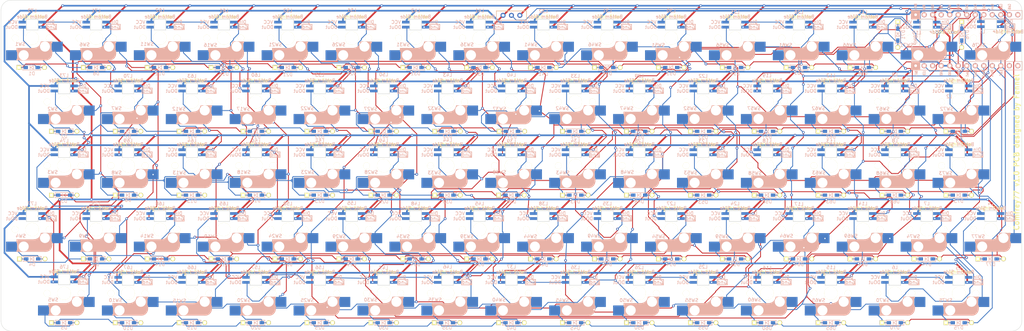
<source format=kicad_pcb>
(kicad_pcb (version 20171130) (host pcbnew "(5.1.12)-1")
  (layers (0 F.Cu signal) (31 B.Cu signal) (34 B.Paste user) (35 F.Paste user) (36 B.SilkS user) (37 F.SilkS user) (38 B.Mask user) (39 F.Mask user) (44 Edge.Cuts user))
  (net 0 "")
  (net 1 "Net-(D1-Pad2)")
  (net 2 Row0)
  (net 3 "Net-(D2-Pad2)")
  (net 4 Row1)
  (net 5 "Net-(D3-Pad2)")
  (net 6 Row2)
  (net 7 "Net-(D4-Pad2)")
  (net 8 Row3)
  (net 9 "Net-(D5-Pad2)")
  (net 10 Row4)
  (net 11 "Net-(D6-Pad2)")
  (net 12 "Net-(D7-Pad2)")
  (net 13 "Net-(D8-Pad2)")
  (net 14 "Net-(D9-Pad2)")
  (net 15 "Net-(D10-Pad2)")
  (net 16 "Net-(D11-Pad2)")
  (net 17 "Net-(D12-Pad2)")
  (net 18 "Net-(D13-Pad2)")
  (net 19 "Net-(D14-Pad2)")
  (net 20 "Net-(D15-Pad2)")
  (net 21 "Net-(D16-Pad2)")
  (net 22 "Net-(D17-Pad2)")
  (net 23 "Net-(D18-Pad2)")
  (net 24 "Net-(D19-Pad2)")
  (net 25 "Net-(D20-Pad2)")
  (net 26 "Net-(D21-Pad2)")
  (net 27 "Net-(D22-Pad2)")
  (net 28 "Net-(D23-Pad2)")
  (net 29 "Net-(D24-Pad2)")
  (net 30 "Net-(D25-Pad2)")
  (net 31 "Net-(D26-Pad2)")
  (net 32 "Net-(D27-Pad2)")
  (net 33 "Net-(D28-Pad2)")
  (net 34 "Net-(D29-Pad2)")
  (net 35 "Net-(D30-Pad2)")
  (net 36 "Net-(D31-Pad2)")
  (net 37 "Net-(D32-Pad2)")
  (net 38 "Net-(D33-Pad2)")
  (net 39 "Net-(D34-Pad2)")
  (net 40 "Net-(D35-Pad2)")
  (net 41 "Net-(D36-Pad2)")
  (net 42 "Net-(D37-Pad2)")
  (net 43 "Net-(D38-Pad2)")
  (net 44 "Net-(D39-Pad2)")
  (net 45 "Net-(D40-Pad2)")
  (net 46 "Net-(D41-Pad1)")
  (net 47 "Net-(D42-Pad1)")
  (net 48 "Net-(D43-Pad1)")
  (net 49 "Net-(D44-Pad1)")
  (net 50 "Net-(D45-Pad1)")
  (net 51 "Net-(D46-Pad1)")
  (net 52 "Net-(D47-Pad1)")
  (net 53 "Net-(D48-Pad1)")
  (net 54 "Net-(D49-Pad1)")
  (net 55 "Net-(D50-Pad1)")
  (net 56 "Net-(D51-Pad1)")
  (net 57 "Net-(D52-Pad1)")
  (net 58 "Net-(D53-Pad1)")
  (net 59 "Net-(D54-Pad1)")
  (net 60 "Net-(D55-Pad1)")
  (net 61 "Net-(D56-Pad1)")
  (net 62 "Net-(D57-Pad1)")
  (net 63 "Net-(D58-Pad1)")
  (net 64 "Net-(D59-Pad1)")
  (net 65 "Net-(D60-Pad1)")
  (net 66 "Net-(D61-Pad1)")
  (net 67 "Net-(D62-Pad1)")
  (net 68 "Net-(D63-Pad1)")
  (net 69 "Net-(D64-Pad1)")
  (net 70 "Net-(D65-Pad1)")
  (net 71 "Net-(D66-Pad1)")
  (net 72 "Net-(D67-Pad1)")
  (net 73 "Net-(D68-Pad1)")
  (net 74 "Net-(D69-Pad1)")
  (net 75 "Net-(D70-Pad1)")
  (net 76 "Net-(D71-Pad1)")
  (net 77 "Net-(D72-Pad1)")
  (net 78 "Net-(D73-Pad1)")
  (net 79 "Net-(D74-Pad1)")
  (net 80 "Net-(D75-Pad1)")
  (net 81 "Net-(D76-Pad1)")
  (net 82 "Net-(D77-Pad1)")
  (net 83 GND)
  (net 84 Bat+)
  (net 85 LED)
  (net 86 "Net-(L1-Pad1)")
  (net 87 VCC)
  (net 88 "Net-(L2-Pad1)")
  (net 89 "Net-(L3-Pad1)")
  (net 90 "Net-(L4-Pad1)")
  (net 91 "Net-(L5-Pad1)")
  (net 92 "Net-(L6-Pad1)")
  (net 93 "Net-(L7-Pad1)")
  (net 94 "Net-(L8-Pad1)")
  (net 95 "Net-(L10-Pad3)")
  (net 96 "Net-(L10-Pad1)")
  (net 97 "Net-(L11-Pad1)")
  (net 98 "Net-(L12-Pad1)")
  (net 99 "Net-(L13-Pad1)")
  (net 100 "Net-(L14-Pad1)")
  (net 101 "Net-(L15-Pad1)")
  (net 102 "Net-(L16-Pad1)")
  (net 103 "Net-(L17-Pad1)")
  (net 104 "Net-(L18-Pad1)")
  (net 105 "Net-(L19-Pad1)")
  (net 106 "Net-(L20-Pad1)")
  (net 107 "Net-(L21-Pad1)")
  (net 108 "Net-(L22-Pad1)")
  (net 109 "Net-(L23-Pad1)")
  (net 110 "Net-(L24-Pad1)")
  (net 111 "Net-(L25-Pad1)")
  (net 112 "Net-(L26-Pad1)")
  (net 113 "Net-(L27-Pad1)")
  (net 114 "Net-(L28-Pad1)")
  (net 115 "Net-(L29-Pad1)")
  (net 116 "Net-(L30-Pad1)")
  (net 117 "Net-(L31-Pad1)")
  (net 118 "Net-(L32-Pad1)")
  (net 119 "Net-(L33-Pad1)")
  (net 120 "Net-(L34-Pad1)")
  (net 121 "Net-(L35-Pad1)")
  (net 122 "Net-(L36-Pad1)")
  (net 123 "Net-(L37-Pad1)")
  (net 124 "Net-(L38-Pad1)")
  (net 125 "Net-(L39-Pad1)")
  (net 126 "Net-(L40-Pad1)")
  (net 127 "Net-(L41-Pad1)")
  (net 128 "Net-(L42-Pad1)")
  (net 129 "Net-(L43-Pad1)")
  (net 130 "Net-(L44-Pad1)")
  (net 131 "Net-(L45-Pad1)")
  (net 132 "Net-(L46-Pad1)")
  (net 133 "Net-(L47-Pad1)")
  (net 134 "Net-(L48-Pad1)")
  (net 135 "Net-(L49-Pad1)")
  (net 136 "Net-(L50-Pad1)")
  (net 137 "Net-(L51-Pad1)")
  (net 138 "Net-(L52-Pad1)")
  (net 139 "Net-(L53-Pad1)")
  (net 140 "Net-(L54-Pad1)")
  (net 141 "Net-(L55-Pad1)")
  (net 142 "Net-(L56-Pad1)")
  (net 143 "Net-(L57-Pad1)")
  (net 144 "Net-(L58-Pad1)")
  (net 145 "Net-(L59-Pad1)")
  (net 146 "Net-(L60-Pad1)")
  (net 147 "Net-(L61-Pad1)")
  (net 148 "Net-(L62-Pad1)")
  (net 149 "Net-(L63-Pad1)")
  (net 150 "Net-(L64-Pad1)")
  (net 151 "Net-(L65-Pad1)")
  (net 152 "Net-(L66-Pad1)")
  (net 153 "Net-(L67-Pad1)")
  (net 154 "Net-(L68-Pad1)")
  (net 155 "Net-(L69-Pad1)")
  (net 156 "Net-(L70-Pad1)")
  (net 157 "Net-(L71-Pad1)")
  (net 158 "Net-(L72-Pad1)")
  (net 159 "Net-(L73-Pad1)")
  (net 160 "Net-(L74-Pad1)")
  (net 161 "Net-(L75-Pad1)")
  (net 162 "Net-(L76-Pad1)")
  (net 163 "Net-(L77-Pad1)")
  (net 164 Col0)
  (net 165 Col1)
  (net 166 Col2)
  (net 167 Col3)
  (net 168 Col4)
  (net 169 Col5)
  (net 170 Col6)
  (net 171 Col7)
  (net 172 "Net-(U1-Pad24)")
  (net 173 Reset)
  (net 174 "Net-(U1-Pad13)")
  (net 175 "Net-(U1-Pad12)")
  (net 176 "Net-(U1-Pad11)")
  (net 177 "Net-(U1-Pad2)")
  (module kbd_SW:CherryMX_Hotswap_1u_Small1 (layer F.Cu) (at 295.275 28.575 180)
    (fp_text reference SW71 (at 5.953368 -2.083568) (layer B.SilkS) (effects (justify mirror)))
    (fp_text value SW_PUSH hide)
    (pad 1 smd rect (at -7 -2.58) (size 3.3 3) (drill (offset 0.45 0)) (layers B.Cu B.Paste B.Mask) (net 170 Col6))
    (pad "" np_thru_hole circle (at -3.81 -2.54) (size 3 3) (drill 3) (layers *.Cu *.Mask))
    (pad "" np_thru_hole circle (at 2.54 -5.08) (size 3 3) (drill 3) (layers *.Cu *.Mask))
    (pad "" np_thru_hole circle (at 0 0 270) (size 4 4) (drill 4) (layers *.Cu *.Mask F.SilkS))
    (pad "" np_thru_hole circle (at 5.08 0 180) (size 2 2) (drill 2) (layers *.Cu *.Mask F.SilkS))
    (pad "" np_thru_hole circle (at -5.08 0 180) (size 2 2) (drill 2) (layers *.Cu *.Mask F.SilkS))
    (pad 2 smd rect (at 5.7 -5.12) (size 3.3 2.8) (drill (offset -0.45 -0.1)) (layers B.Cu B.Paste B.Mask) (net 76 "Net-(D71-Pad1)"))
  )
  (module kbd_SW:CherryMX_Hotswap_1u_Small1 (layer F.Cu) (at 314.325 28.575 180)
    (fp_text reference SW76 (at 3.572136 -2.083568) (layer B.SilkS) (effects (justify mirror)))
    (fp_text value SW_PUSH hide)
    (pad 1 smd rect (at -7 -2.58) (size 3.3 3) (drill (offset 0.45 0)) (layers B.Cu B.Paste B.Mask) (net 171 Col7))
    (pad "" np_thru_hole circle (at -3.81 -2.54) (size 3 3) (drill 3) (layers *.Cu *.Mask))
    (pad "" np_thru_hole circle (at 2.54 -5.08) (size 3 3) (drill 3) (layers *.Cu *.Mask))
    (pad "" np_thru_hole circle (at 0 0 270) (size 4 4) (drill 4) (layers *.Cu *.Mask F.SilkS))
    (pad "" np_thru_hole circle (at 5.08 0 180) (size 2 2) (drill 2) (layers *.Cu *.Mask F.SilkS))
    (pad "" np_thru_hole circle (at -5.08 0 180) (size 2 2) (drill 2) (layers *.Cu *.Mask F.SilkS))
    (pad 2 smd rect (at 5.7 -5.12) (size 3.3 2.8) (drill (offset -0.45 -0.1)) (layers B.Cu B.Paste B.Mask) (net 81 "Net-(D76-Pad1)"))
  )
  (module kbd_Parts:Micon_BMP_GL (layer F.Cu) (at 308.967 29.1703 90)
    (fp_text reference U1 hide)
    (fp_text value BLEMicroPro hide)
    (fp_text user Row3 (at -9.971464 3.274144 270) (layer B.SilkS) (effects (font (size 0.75 0.5) (thickness 0.125)) (justify mirror)))
    (fp_text user Col4 (at 9.95 5.85 270) (layer B.SilkS) (effects (font (size 0.75 0.5) (thickness 0.125)) (justify mirror)))
    (fp_text user Row4 (at -9.971464 5.80422 270) (layer B.SilkS) (effects (font (size 0.75 0.5) (thickness 0.125)) (justify mirror)))
    (fp_text user Col5 (at 9.95 8.4455 270) (layer B.SilkS) (effects (font (size 0.75 0.5) (thickness 0.125)) (justify mirror)))
    (fp_text user Col7 (at -9.822636 8.4455 270) (layer B.SilkS) (effects (font (size 0.75 0.5) (thickness 0.125)) (justify mirror)))
    (fp_text user Col6 (at 9.95 10.95 270) (layer B.SilkS) (effects (font (size 0.75 0.5) (thickness 0.125)) (justify mirror)))
    (fp_text user Col0 (at 9.9 -4.3 270) (layer B.SilkS) (effects (font (size 0.75 0.5) (thickness 0.125)) (justify mirror)))
    (fp_text user Row0 (at -9.971464 -4.316084 270) (layer B.SilkS) (effects (font (size 0.75 0.5) (thickness 0.125)) (justify mirror)))
    (fp_text user Col1 (at 9.85 -1.778 270) (layer B.SilkS) (effects (font (size 0.75 0.5) (thickness 0.125)) (justify mirror)))
    (fp_text user Row1 (at -9.971464 -1.63718 270) (layer B.SilkS) (effects (font (size 0.75 0.5) (thickness 0.125)) (justify mirror)))
    (fp_text user Col2 (at 9.9 0.762 270) (layer B.SilkS) (effects (font (size 0.75 0.5) (thickness 0.125)) (justify mirror)))
    (fp_text user Row2 (at -9.971464 0.8 270) (layer B.SilkS) (effects (font (size 0.75 0.5) (thickness 0.125)) (justify mirror)))
    (fp_text user Col3 (at 9.9 3.35 270) (layer B.SilkS) (effects (font (size 0.75 0.5) (thickness 0.125)) (justify mirror)))
    (fp_text user GND (at -9.822636 -6.84616 270) (layer B.SilkS) (effects (font (size 0.75 0.5) (thickness 0.125)) (justify mirror)))
    (fp_text user VCC (at 9.8155 -6.858 270) (layer B.SilkS) (effects (font (size 0.75 0.5) (thickness 0.125)) (justify mirror)))
    (fp_text user GND (at -9.822636 -9.376236 270) (layer B.SilkS) (effects (font (size 0.75 0.5) (thickness 0.125)) (justify mirror)))
    (fp_text user RST (at 9.8155 -9.3345 270) (layer B.SilkS) (effects (font (size 0.75 0.5) (thickness 0.125)) (justify mirror)))
    (fp_text user GND (at 9.8155 -11.938 270) (layer B.SilkS) (effects (font (size 0.75 0.5) (thickness 0.125)) (justify mirror)))
    (fp_text user LED (at -9.822636 -14.436388 270) (layer B.SilkS) (effects (font (size 0.75 0.5) (thickness 0.125)) (justify mirror)))
    (fp_text user RAW (at 9.8155 -14.478 270) (layer B.SilkS) (effects (font (size 0.75 0.5) (thickness 0.125)) (justify mirror)))
    (fp_text user "" (at 1.2065 -16.256 270) (layer F.SilkS))
    (fp_text user "" (at 0.5 -17.25 270) (layer B.SilkS) (effects (justify mirror)))
    (fp_text user BAT+ (at 9.9155 -17.018 270) (layer B.SilkS) (effects (font (size 0.75 0.5) (thickness 0.125)) (justify mirror)))
    (fp_text user BAT- (at -10.120292 -16.817636 270) (layer B.SilkS) (effects (font (size 0.75 0.5) (thickness 0.125)) (justify mirror)))
    (fp_text user BMP (at 0 -17 270) (layer B.SilkS) (effects (justify mirror)))
    (pad 24 thru_hole circle (at 7.5636 -14.478 270) (size 1.524 1.524) (drill 0.8128) (layers *.Cu *.Mask B.SilkS) (net 172 "Net-(U1-Pad24)"))
    (pad 23 thru_hole circle (at 7.5636 -11.938 270) (size 1.524 1.524) (drill 0.8128) (layers *.Cu *.Mask B.SilkS) (net 83 GND))
    (pad 22 thru_hole circle (at 7.5636 -9.398 270) (size 1.524 1.524) (drill 0.8128) (layers *.Cu *.Mask B.SilkS) (net 173 Reset))
    (pad 21 thru_hole circle (at 7.5636 -6.858 270) (size 1.524 1.524) (drill 0.8128) (layers *.Cu *.Mask B.SilkS) (net 87 VCC))
    (pad 20 thru_hole circle (at 7.5636 -4.318 270) (size 1.524 1.524) (drill 0.8128) (layers *.Cu *.Mask B.SilkS) (net 164 Col0))
    (pad 19 thru_hole circle (at 7.5636 -1.778 270) (size 1.524 1.524) (drill 0.8128) (layers *.Cu *.Mask B.SilkS) (net 165 Col1))
    (pad 18 thru_hole circle (at 7.5636 0.762 270) (size 1.524 1.524) (drill 0.8128) (layers *.Cu *.Mask B.SilkS) (net 166 Col2))
    (pad 17 thru_hole circle (at 7.5636 3.302 270) (size 1.524 1.524) (drill 0.8128) (layers *.Cu *.Mask B.SilkS) (net 167 Col3))
    (pad 16 thru_hole circle (at 7.5636 5.842 270) (size 1.524 1.524) (drill 0.8128) (layers *.Cu *.Mask B.SilkS) (net 168 Col4))
    (pad 15 thru_hole circle (at 7.5636 8.382 270) (size 1.524 1.524) (drill 0.8128) (layers *.Cu *.Mask B.SilkS) (net 169 Col5))
    (pad 14 thru_hole circle (at 7.5636 10.922 270) (size 1.524 1.524) (drill 0.8128) (layers *.Cu *.Mask B.SilkS) (net 170 Col6))
    (pad 13 thru_hole circle (at 7.5636 13.462 270) (size 1.524 1.524) (drill 0.8128) (layers *.Cu *.Mask B.SilkS) (net 174 "Net-(U1-Pad13)"))
    (pad 12 thru_hole circle (at -7.6564 13.462 270) (size 1.524 1.524) (drill 0.8128) (layers *.Cu *.Mask B.SilkS) (net 175 "Net-(U1-Pad12)"))
    (pad 11 thru_hole circle (at -7.6564 10.922 270) (size 1.524 1.524) (drill 0.8128) (layers *.Cu *.Mask B.SilkS) (net 176 "Net-(U1-Pad11)"))
    (pad 10 thru_hole circle (at -7.6564 8.382 270) (size 1.524 1.524) (drill 0.8128) (layers *.Cu *.Mask B.SilkS) (net 171 Col7))
    (pad 9 thru_hole circle (at -7.6564 5.842 270) (size 1.524 1.524) (drill 0.8128) (layers *.Cu *.Mask B.SilkS) (net 10 Row4))
    (pad 8 thru_hole circle (at -7.6564 3.302 270) (size 1.524 1.524) (drill 0.8128) (layers *.Cu *.Mask B.SilkS) (net 8 Row3))
    (pad 7 thru_hole circle (at -7.6564 0.762 270) (size 1.524 1.524) (drill 0.8128) (layers *.Cu *.Mask B.SilkS) (net 6 Row2))
    (pad 6 thru_hole circle (at -7.6564 -1.778 270) (size 1.524 1.524) (drill 0.8128) (layers *.Cu *.Mask B.SilkS) (net 4 Row1))
    (pad 5 thru_hole circle (at -7.6564 -4.318 270) (size 1.524 1.524) (drill 0.8128) (layers *.Cu *.Mask B.SilkS) (net 2 Row0))
    (pad 4 thru_hole circle (at -7.6564 -6.858 270) (size 1.524 1.524) (drill 0.8128) (layers *.Cu *.Mask B.SilkS) (net 83 GND))
    (pad 3 thru_hole circle (at -7.6564 -9.398 270) (size 1.524 1.524) (drill 0.8128) (layers *.Cu *.Mask B.SilkS) (net 83 GND))
    (pad 2 thru_hole circle (at -7.6564 -11.938 270) (size 1.524 1.524) (drill 0.8128) (layers *.Cu *.Mask B.SilkS) (net 177 "Net-(U1-Pad2)"))
    (pad 1 thru_hole circle (at -7.6564 -14.478 270) (size 1.524 1.524) (drill 0.8128) (layers *.Cu *.Mask B.SilkS) (net 85 LED))
    (pad 26 thru_hole circle (at -7.6564 -17.018 270) (size 1.524 1.524) (drill 0.8128) (layers *.Cu *.Mask B.SilkS) (net 83 GND))
    (pad 25 thru_hole circle (at 7.5636 -17.018 270) (size 1.524 1.524) (drill 0.8128) (layers *.Cu *.Mask B.SilkS) (net 84 Bat+))
  )
  (module kbd_SW:CherryMX_Hotswap_1u (layer F.Cu) (at 314.325 85.725 180)
    (fp_text reference SW77 (at 3.720964 -2.08352) (layer B.SilkS) (effects (justify mirror)))
    (fp_text value SW_PUSH hide)
    (pad 2 smd rect (at 5.7 -5.12) (size 3.3 3) (drill (offset -0.45 0)) (layers B.Cu B.Paste B.Mask) (net 82 "Net-(D77-Pad1)"))
    (pad "" np_thru_hole circle (at -5.08 0 180) (size 2 2) (drill 2) (layers *.Cu *.Mask F.SilkS))
    (pad "" np_thru_hole circle (at 5.08 0 180) (size 2 2) (drill 2) (layers *.Cu *.Mask F.SilkS))
    (pad "" np_thru_hole circle (at 0 0 270) (size 4 4) (drill 4) (layers *.Cu *.Mask F.SilkS))
    (pad "" np_thru_hole circle (at 2.54 -5.08) (size 3 3) (drill 3) (layers *.Cu *.Mask))
    (pad "" np_thru_hole circle (at -3.81 -2.54) (size 3 3) (drill 3) (layers *.Cu *.Mask))
    (pad 1 smd rect (at -7 -2.58) (size 3.3 3) (drill (offset 0.45 0)) (layers B.Cu B.Paste B.Mask) (net 171 Col7))
  )
  (module kbd_SW:CherryMX_Hotswap_1u (layer F.Cu) (at 304.8 104.775 180)
    (fp_text reference SW75 (at 3.869784 -2.083504) (layer B.SilkS) (effects (justify mirror)))
    (fp_text value SW_PUSH hide)
    (pad 2 smd rect (at 5.7 -5.12) (size 3.3 3) (drill (offset -0.45 0)) (layers B.Cu B.Paste B.Mask) (net 80 "Net-(D75-Pad1)"))
    (pad "" np_thru_hole circle (at -5.08 0 180) (size 2 2) (drill 2) (layers *.Cu *.Mask F.SilkS))
    (pad "" np_thru_hole circle (at 5.08 0 180) (size 2 2) (drill 2) (layers *.Cu *.Mask F.SilkS))
    (pad "" np_thru_hole circle (at 0 0 270) (size 4 4) (drill 4) (layers *.Cu *.Mask F.SilkS))
    (pad "" np_thru_hole circle (at 2.54 -5.08) (size 3 3) (drill 3) (layers *.Cu *.Mask))
    (pad "" np_thru_hole circle (at -3.81 -2.54) (size 3 3) (drill 3) (layers *.Cu *.Mask))
    (pad 1 smd rect (at -7 -2.58) (size 3.3 3) (drill (offset 0.45 0)) (layers B.Cu B.Paste B.Mask) (net 170 Col6))
  )
  (module kbd_SW:CherryMX_Hotswap_1u (layer F.Cu) (at 295.275 85.725 180)
    (fp_text reference SW74 (at 4.018604 -2.08352) (layer B.SilkS) (effects (justify mirror)))
    (fp_text value SW_PUSH hide)
    (pad 2 smd rect (at 5.7 -5.12) (size 3.3 3) (drill (offset -0.45 0)) (layers B.Cu B.Paste B.Mask) (net 79 "Net-(D74-Pad1)"))
    (pad "" np_thru_hole circle (at -5.08 0 180) (size 2 2) (drill 2) (layers *.Cu *.Mask F.SilkS))
    (pad "" np_thru_hole circle (at 5.08 0 180) (size 2 2) (drill 2) (layers *.Cu *.Mask F.SilkS))
    (pad "" np_thru_hole circle (at 0 0 270) (size 4 4) (drill 4) (layers *.Cu *.Mask F.SilkS))
    (pad "" np_thru_hole circle (at 2.54 -5.08) (size 3 3) (drill 3) (layers *.Cu *.Mask))
    (pad "" np_thru_hole circle (at -3.81 -2.54) (size 3 3) (drill 3) (layers *.Cu *.Mask))
    (pad 1 smd rect (at -7 -2.58) (size 3.3 3) (drill (offset 0.45 0)) (layers B.Cu B.Paste B.Mask) (net 170 Col6))
  )
  (module kbd_SW:CherryMX_Hotswap_1u (layer F.Cu) (at 304.8 66.675 180)
    (fp_text reference SW73 (at 3.869784 -2.232364) (layer B.SilkS) (effects (justify mirror)))
    (fp_text value SW_PUSH hide)
    (pad 2 smd rect (at 5.7 -5.12) (size 3.3 3) (drill (offset -0.45 0)) (layers B.Cu B.Paste B.Mask) (net 78 "Net-(D73-Pad1)"))
    (pad "" np_thru_hole circle (at -5.08 0 180) (size 2 2) (drill 2) (layers *.Cu *.Mask F.SilkS))
    (pad "" np_thru_hole circle (at 5.08 0 180) (size 2 2) (drill 2) (layers *.Cu *.Mask F.SilkS))
    (pad "" np_thru_hole circle (at 0 0 270) (size 4 4) (drill 4) (layers *.Cu *.Mask F.SilkS))
    (pad "" np_thru_hole circle (at 2.54 -5.08) (size 3 3) (drill 3) (layers *.Cu *.Mask))
    (pad "" np_thru_hole circle (at -3.81 -2.54) (size 3 3) (drill 3) (layers *.Cu *.Mask))
    (pad 1 smd rect (at -7 -2.58) (size 3.3 3) (drill (offset 0.45 0)) (layers B.Cu B.Paste B.Mask) (net 170 Col6))
  )
  (module kbd_SW:CherryMX_Hotswap_1u (layer F.Cu) (at 304.8 47.625 180)
    (fp_text reference SW72 (at 3.572128 -2.083552) (layer B.SilkS) (effects (justify mirror)))
    (fp_text value SW_PUSH hide)
    (pad 2 smd rect (at 5.7 -5.12) (size 3.3 3) (drill (offset -0.45 0)) (layers B.Cu B.Paste B.Mask) (net 77 "Net-(D72-Pad1)"))
    (pad "" np_thru_hole circle (at -5.08 0 180) (size 2 2) (drill 2) (layers *.Cu *.Mask F.SilkS))
    (pad "" np_thru_hole circle (at 5.08 0 180) (size 2 2) (drill 2) (layers *.Cu *.Mask F.SilkS))
    (pad "" np_thru_hole circle (at 0 0 270) (size 4 4) (drill 4) (layers *.Cu *.Mask F.SilkS))
    (pad "" np_thru_hole circle (at 2.54 -5.08) (size 3 3) (drill 3) (layers *.Cu *.Mask))
    (pad "" np_thru_hole circle (at -3.81 -2.54) (size 3 3) (drill 3) (layers *.Cu *.Mask))
    (pad 1 smd rect (at -7 -2.58) (size 3.3 3) (drill (offset 0.45 0)) (layers B.Cu B.Paste B.Mask) (net 170 Col6))
  )
  (module kbd_SW:CherryMX_Hotswap_1u (layer F.Cu) (at 285.75 104.775 180)
    (fp_text reference SW70 (at 3.572112 -2.083504) (layer B.SilkS) (effects (justify mirror)))
    (fp_text value SW_PUSH hide)
    (pad 2 smd rect (at 5.7 -5.12) (size 3.3 3) (drill (offset -0.45 0)) (layers B.Cu B.Paste B.Mask) (net 75 "Net-(D70-Pad1)"))
    (pad "" np_thru_hole circle (at -5.08 0 180) (size 2 2) (drill 2) (layers *.Cu *.Mask F.SilkS))
    (pad "" np_thru_hole circle (at 5.08 0 180) (size 2 2) (drill 2) (layers *.Cu *.Mask F.SilkS))
    (pad "" np_thru_hole circle (at 0 0 270) (size 4 4) (drill 4) (layers *.Cu *.Mask F.SilkS))
    (pad "" np_thru_hole circle (at 2.54 -5.08) (size 3 3) (drill 3) (layers *.Cu *.Mask))
    (pad "" np_thru_hole circle (at -3.81 -2.54) (size 3 3) (drill 3) (layers *.Cu *.Mask))
    (pad 1 smd rect (at -7 -2.58) (size 3.3 3) (drill (offset 0.45 0)) (layers B.Cu B.Paste B.Mask) (net 169 Col5))
  )
  (module kbd_SW:CherryMX_Hotswap_1u (layer F.Cu) (at 276.225 85.725 180)
    (fp_text reference SW69 (at 3.572104 -1.934692) (layer B.SilkS) (effects (justify mirror)))
    (fp_text value SW_PUSH hide)
    (pad 2 smd rect (at 5.7 -5.12) (size 3.3 3) (drill (offset -0.45 0)) (layers B.Cu B.Paste B.Mask) (net 74 "Net-(D69-Pad1)"))
    (pad "" np_thru_hole circle (at -5.08 0 180) (size 2 2) (drill 2) (layers *.Cu *.Mask F.SilkS))
    (pad "" np_thru_hole circle (at 5.08 0 180) (size 2 2) (drill 2) (layers *.Cu *.Mask F.SilkS))
    (pad "" np_thru_hole circle (at 0 0 270) (size 4 4) (drill 4) (layers *.Cu *.Mask F.SilkS))
    (pad "" np_thru_hole circle (at 2.54 -5.08) (size 3 3) (drill 3) (layers *.Cu *.Mask))
    (pad "" np_thru_hole circle (at -3.81 -2.54) (size 3 3) (drill 3) (layers *.Cu *.Mask))
    (pad 1 smd rect (at -7 -2.58) (size 3.3 3) (drill (offset 0.45 0)) (layers B.Cu B.Paste B.Mask) (net 169 Col5))
  )
  (module kbd_SW:CherryMX_Hotswap_1u (layer F.Cu) (at 285.75 66.675 180)
    (fp_text reference SW68 (at 3.572112 -2.232364) (layer B.SilkS) (effects (justify mirror)))
    (fp_text value SW_PUSH hide)
    (pad 2 smd rect (at 5.7 -5.12) (size 3.3 3) (drill (offset -0.45 0)) (layers B.Cu B.Paste B.Mask) (net 73 "Net-(D68-Pad1)"))
    (pad "" np_thru_hole circle (at -5.08 0 180) (size 2 2) (drill 2) (layers *.Cu *.Mask F.SilkS))
    (pad "" np_thru_hole circle (at 5.08 0 180) (size 2 2) (drill 2) (layers *.Cu *.Mask F.SilkS))
    (pad "" np_thru_hole circle (at 0 0 270) (size 4 4) (drill 4) (layers *.Cu *.Mask F.SilkS))
    (pad "" np_thru_hole circle (at 2.54 -5.08) (size 3 3) (drill 3) (layers *.Cu *.Mask))
    (pad "" np_thru_hole circle (at -3.81 -2.54) (size 3 3) (drill 3) (layers *.Cu *.Mask))
    (pad 1 smd rect (at -7 -2.58) (size 3.3 3) (drill (offset 0.45 0)) (layers B.Cu B.Paste B.Mask) (net 169 Col5))
  )
  (module kbd_SW:CherryMX_Hotswap_1u (layer F.Cu) (at 285.75 47.625 180)
    (fp_text reference SW67 (at 3.572112 -2.083552) (layer B.SilkS) (effects (justify mirror)))
    (fp_text value SW_PUSH hide)
    (pad 2 smd rect (at 5.7 -5.12) (size 3.3 3) (drill (offset -0.45 0)) (layers B.Cu B.Paste B.Mask) (net 72 "Net-(D67-Pad1)"))
    (pad "" np_thru_hole circle (at -5.08 0 180) (size 2 2) (drill 2) (layers *.Cu *.Mask F.SilkS))
    (pad "" np_thru_hole circle (at 5.08 0 180) (size 2 2) (drill 2) (layers *.Cu *.Mask F.SilkS))
    (pad "" np_thru_hole circle (at 0 0 270) (size 4 4) (drill 4) (layers *.Cu *.Mask F.SilkS))
    (pad "" np_thru_hole circle (at 2.54 -5.08) (size 3 3) (drill 3) (layers *.Cu *.Mask))
    (pad "" np_thru_hole circle (at -3.81 -2.54) (size 3 3) (drill 3) (layers *.Cu *.Mask))
    (pad 1 smd rect (at -7 -2.58) (size 3.3 3) (drill (offset 0.45 0)) (layers B.Cu B.Paste B.Mask) (net 169 Col5))
  )
  (module kbd_SW:CherryMX_Hotswap_1u (layer F.Cu) (at 276.225 28.575 180)
    (fp_text reference SW66 (at 4.018588 -2.083568) (layer B.SilkS) (effects (justify mirror)))
    (fp_text value SW_PUSH hide)
    (pad 2 smd rect (at 5.7 -5.12) (size 3.3 3) (drill (offset -0.45 0)) (layers B.Cu B.Paste B.Mask) (net 71 "Net-(D66-Pad1)"))
    (pad "" np_thru_hole circle (at -5.08 0 180) (size 2 2) (drill 2) (layers *.Cu *.Mask F.SilkS))
    (pad "" np_thru_hole circle (at 5.08 0 180) (size 2 2) (drill 2) (layers *.Cu *.Mask F.SilkS))
    (pad "" np_thru_hole circle (at 0 0 270) (size 4 4) (drill 4) (layers *.Cu *.Mask F.SilkS))
    (pad "" np_thru_hole circle (at 2.54 -5.08) (size 3 3) (drill 3) (layers *.Cu *.Mask))
    (pad "" np_thru_hole circle (at -3.81 -2.54) (size 3 3) (drill 3) (layers *.Cu *.Mask))
    (pad 1 smd rect (at -7 -2.58) (size 3.3 3) (drill (offset 0.45 0)) (layers B.Cu B.Paste B.Mask) (net 169 Col5))
  )
  (module kbd_SW:CherryMX_Hotswap_1u (layer F.Cu) (at 266.7 104.775 180)
    (fp_text reference SW65 (at 3.720924 -2.083504) (layer B.SilkS) (effects (justify mirror)))
    (fp_text value SW_PUSH hide)
    (pad 2 smd rect (at 5.7 -5.12) (size 3.3 3) (drill (offset -0.45 0)) (layers B.Cu B.Paste B.Mask) (net 70 "Net-(D65-Pad1)"))
    (pad "" np_thru_hole circle (at -5.08 0 180) (size 2 2) (drill 2) (layers *.Cu *.Mask F.SilkS))
    (pad "" np_thru_hole circle (at 5.08 0 180) (size 2 2) (drill 2) (layers *.Cu *.Mask F.SilkS))
    (pad "" np_thru_hole circle (at 0 0 270) (size 4 4) (drill 4) (layers *.Cu *.Mask F.SilkS))
    (pad "" np_thru_hole circle (at 2.54 -5.08) (size 3 3) (drill 3) (layers *.Cu *.Mask))
    (pad "" np_thru_hole circle (at -3.81 -2.54) (size 3 3) (drill 3) (layers *.Cu *.Mask))
    (pad 1 smd rect (at -7 -2.58) (size 3.3 3) (drill (offset 0.45 0)) (layers B.Cu B.Paste B.Mask) (net 168 Col4))
  )
  (module kbd_SW:CherryMX_Hotswap_1u (layer F.Cu) (at 257.175 85.725 180)
    (fp_text reference SW64 (at 3.720916 -1.934692) (layer B.SilkS) (effects (justify mirror)))
    (fp_text value SW_PUSH hide)
    (pad 2 smd rect (at 5.7 -5.12) (size 3.3 3) (drill (offset -0.45 0)) (layers B.Cu B.Paste B.Mask) (net 69 "Net-(D64-Pad1)"))
    (pad "" np_thru_hole circle (at -5.08 0 180) (size 2 2) (drill 2) (layers *.Cu *.Mask F.SilkS))
    (pad "" np_thru_hole circle (at 5.08 0 180) (size 2 2) (drill 2) (layers *.Cu *.Mask F.SilkS))
    (pad "" np_thru_hole circle (at 0 0 270) (size 4 4) (drill 4) (layers *.Cu *.Mask F.SilkS))
    (pad "" np_thru_hole circle (at 2.54 -5.08) (size 3 3) (drill 3) (layers *.Cu *.Mask))
    (pad "" np_thru_hole circle (at -3.81 -2.54) (size 3 3) (drill 3) (layers *.Cu *.Mask))
    (pad 1 smd rect (at -7 -2.58) (size 3.3 3) (drill (offset 0.45 0)) (layers B.Cu B.Paste B.Mask) (net 168 Col4))
  )
  (module kbd_SW:CherryMX_Hotswap_1u (layer F.Cu) (at 266.7 66.675 180)
    (fp_text reference SW63 (at 3.572096 -2.083536) (layer B.SilkS) (effects (justify mirror)))
    (fp_text value SW_PUSH hide)
    (pad 2 smd rect (at 5.7 -5.12) (size 3.3 3) (drill (offset -0.45 0)) (layers B.Cu B.Paste B.Mask) (net 68 "Net-(D63-Pad1)"))
    (pad "" np_thru_hole circle (at -5.08 0 180) (size 2 2) (drill 2) (layers *.Cu *.Mask F.SilkS))
    (pad "" np_thru_hole circle (at 5.08 0 180) (size 2 2) (drill 2) (layers *.Cu *.Mask F.SilkS))
    (pad "" np_thru_hole circle (at 0 0 270) (size 4 4) (drill 4) (layers *.Cu *.Mask F.SilkS))
    (pad "" np_thru_hole circle (at 2.54 -5.08) (size 3 3) (drill 3) (layers *.Cu *.Mask))
    (pad "" np_thru_hole circle (at -3.81 -2.54) (size 3 3) (drill 3) (layers *.Cu *.Mask))
    (pad 1 smd rect (at -7 -2.58) (size 3.3 3) (drill (offset 0.45 0)) (layers B.Cu B.Paste B.Mask) (net 168 Col4))
  )
  (module kbd_SW:CherryMX_Hotswap_1u (layer F.Cu) (at 266.7 47.625 180)
    (fp_text reference SW62 (at 3.720924 -1.934724) (layer B.SilkS) (effects (justify mirror)))
    (fp_text value SW_PUSH hide)
    (pad 2 smd rect (at 5.7 -5.12) (size 3.3 3) (drill (offset -0.45 0)) (layers B.Cu B.Paste B.Mask) (net 67 "Net-(D62-Pad1)"))
    (pad "" np_thru_hole circle (at -5.08 0 180) (size 2 2) (drill 2) (layers *.Cu *.Mask F.SilkS))
    (pad "" np_thru_hole circle (at 5.08 0 180) (size 2 2) (drill 2) (layers *.Cu *.Mask F.SilkS))
    (pad "" np_thru_hole circle (at 0 0 270) (size 4 4) (drill 4) (layers *.Cu *.Mask F.SilkS))
    (pad "" np_thru_hole circle (at 2.54 -5.08) (size 3 3) (drill 3) (layers *.Cu *.Mask))
    (pad "" np_thru_hole circle (at -3.81 -2.54) (size 3 3) (drill 3) (layers *.Cu *.Mask))
    (pad 1 smd rect (at -7 -2.58) (size 3.3 3) (drill (offset 0.45 0)) (layers B.Cu B.Paste B.Mask) (net 168 Col4))
  )
  (module kbd_SW:CherryMX_Hotswap_1u (layer F.Cu) (at 257.175 28.575 180)
    (fp_text reference SW61 (at 4.018572 -2.083568) (layer B.SilkS) (effects (justify mirror)))
    (fp_text value SW_PUSH hide)
    (pad 2 smd rect (at 5.7 -5.12) (size 3.3 3) (drill (offset -0.45 0)) (layers B.Cu B.Paste B.Mask) (net 66 "Net-(D61-Pad1)"))
    (pad "" np_thru_hole circle (at -5.08 0 180) (size 2 2) (drill 2) (layers *.Cu *.Mask F.SilkS))
    (pad "" np_thru_hole circle (at 5.08 0 180) (size 2 2) (drill 2) (layers *.Cu *.Mask F.SilkS))
    (pad "" np_thru_hole circle (at 0 0 270) (size 4 4) (drill 4) (layers *.Cu *.Mask F.SilkS))
    (pad "" np_thru_hole circle (at 2.54 -5.08) (size 3 3) (drill 3) (layers *.Cu *.Mask))
    (pad "" np_thru_hole circle (at -3.81 -2.54) (size 3 3) (drill 3) (layers *.Cu *.Mask))
    (pad 1 smd rect (at -7 -2.58) (size 3.3 3) (drill (offset 0.45 0)) (layers B.Cu B.Paste B.Mask) (net 168 Col4))
  )
  (module kbd_SW:CherryMX_Hotswap_1u (layer F.Cu) (at 247.65 104.775 180)
    (fp_text reference SW60 (at 3.720908 -1.934676) (layer B.SilkS) (effects (justify mirror)))
    (fp_text value SW_PUSH hide)
    (pad 2 smd rect (at 5.7 -5.12) (size 3.3 3) (drill (offset -0.45 0)) (layers B.Cu B.Paste B.Mask) (net 65 "Net-(D60-Pad1)"))
    (pad "" np_thru_hole circle (at -5.08 0 180) (size 2 2) (drill 2) (layers *.Cu *.Mask F.SilkS))
    (pad "" np_thru_hole circle (at 5.08 0 180) (size 2 2) (drill 2) (layers *.Cu *.Mask F.SilkS))
    (pad "" np_thru_hole circle (at 0 0 270) (size 4 4) (drill 4) (layers *.Cu *.Mask F.SilkS))
    (pad "" np_thru_hole circle (at 2.54 -5.08) (size 3 3) (drill 3) (layers *.Cu *.Mask))
    (pad "" np_thru_hole circle (at -3.81 -2.54) (size 3 3) (drill 3) (layers *.Cu *.Mask))
    (pad 1 smd rect (at -7 -2.58) (size 3.3 3) (drill (offset 0.45 0)) (layers B.Cu B.Paste B.Mask) (net 167 Col3))
  )
  (module kbd_SW:CherryMX_Hotswap_1u (layer F.Cu) (at 238.125 85.725 180)
    (fp_text reference SW59 (at 3.869728 -2.08352) (layer B.SilkS) (effects (justify mirror)))
    (fp_text value SW_PUSH hide)
    (pad 2 smd rect (at 5.7 -5.12) (size 3.3 3) (drill (offset -0.45 0)) (layers B.Cu B.Paste B.Mask) (net 64 "Net-(D59-Pad1)"))
    (pad "" np_thru_hole circle (at -5.08 0 180) (size 2 2) (drill 2) (layers *.Cu *.Mask F.SilkS))
    (pad "" np_thru_hole circle (at 5.08 0 180) (size 2 2) (drill 2) (layers *.Cu *.Mask F.SilkS))
    (pad "" np_thru_hole circle (at 0 0 270) (size 4 4) (drill 4) (layers *.Cu *.Mask F.SilkS))
    (pad "" np_thru_hole circle (at 2.54 -5.08) (size 3 3) (drill 3) (layers *.Cu *.Mask))
    (pad "" np_thru_hole circle (at -3.81 -2.54) (size 3 3) (drill 3) (layers *.Cu *.Mask))
    (pad 1 smd rect (at -7 -2.58) (size 3.3 3) (drill (offset 0.45 0)) (layers B.Cu B.Paste B.Mask) (net 167 Col3))
  )
  (module kbd_SW:CherryMX_Hotswap_1u (layer F.Cu) (at 247.65 66.675 180)
    (fp_text reference SW58 (at 3.57208 -2.232364) (layer B.SilkS) (effects (justify mirror)))
    (fp_text value SW_PUSH hide)
    (pad 2 smd rect (at 5.7 -5.12) (size 3.3 3) (drill (offset -0.45 0)) (layers B.Cu B.Paste B.Mask) (net 63 "Net-(D58-Pad1)"))
    (pad "" np_thru_hole circle (at -5.08 0 180) (size 2 2) (drill 2) (layers *.Cu *.Mask F.SilkS))
    (pad "" np_thru_hole circle (at 5.08 0 180) (size 2 2) (drill 2) (layers *.Cu *.Mask F.SilkS))
    (pad "" np_thru_hole circle (at 0 0 270) (size 4 4) (drill 4) (layers *.Cu *.Mask F.SilkS))
    (pad "" np_thru_hole circle (at 2.54 -5.08) (size 3 3) (drill 3) (layers *.Cu *.Mask))
    (pad "" np_thru_hole circle (at -3.81 -2.54) (size 3 3) (drill 3) (layers *.Cu *.Mask))
    (pad 1 smd rect (at -7 -2.58) (size 3.3 3) (drill (offset 0.45 0)) (layers B.Cu B.Paste B.Mask) (net 167 Col3))
  )
  (module kbd_SW:CherryMX_Hotswap_1u (layer F.Cu) (at 247.65 47.625 180)
    (fp_text reference SW57 (at 3.869736 -1.934724) (layer B.SilkS) (effects (justify mirror)))
    (fp_text value SW_PUSH hide)
    (pad 2 smd rect (at 5.7 -5.12) (size 3.3 3) (drill (offset -0.45 0)) (layers B.Cu B.Paste B.Mask) (net 62 "Net-(D57-Pad1)"))
    (pad "" np_thru_hole circle (at -5.08 0 180) (size 2 2) (drill 2) (layers *.Cu *.Mask F.SilkS))
    (pad "" np_thru_hole circle (at 5.08 0 180) (size 2 2) (drill 2) (layers *.Cu *.Mask F.SilkS))
    (pad "" np_thru_hole circle (at 0 0 270) (size 4 4) (drill 4) (layers *.Cu *.Mask F.SilkS))
    (pad "" np_thru_hole circle (at 2.54 -5.08) (size 3 3) (drill 3) (layers *.Cu *.Mask))
    (pad "" np_thru_hole circle (at -3.81 -2.54) (size 3 3) (drill 3) (layers *.Cu *.Mask))
    (pad 1 smd rect (at -7 -2.58) (size 3.3 3) (drill (offset 0.45 0)) (layers B.Cu B.Paste B.Mask) (net 167 Col3))
  )
  (module kbd_SW:CherryMX_Hotswap_1u (layer F.Cu) (at 238.125 28.575 180)
    (fp_text reference SW56 (at 3.7209 -2.083568) (layer B.SilkS) (effects (justify mirror)))
    (fp_text value SW_PUSH hide)
    (pad 2 smd rect (at 5.7 -5.12) (size 3.3 3) (drill (offset -0.45 0)) (layers B.Cu B.Paste B.Mask) (net 61 "Net-(D56-Pad1)"))
    (pad "" np_thru_hole circle (at -5.08 0 180) (size 2 2) (drill 2) (layers *.Cu *.Mask F.SilkS))
    (pad "" np_thru_hole circle (at 5.08 0 180) (size 2 2) (drill 2) (layers *.Cu *.Mask F.SilkS))
    (pad "" np_thru_hole circle (at 0 0 270) (size 4 4) (drill 4) (layers *.Cu *.Mask F.SilkS))
    (pad "" np_thru_hole circle (at 2.54 -5.08) (size 3 3) (drill 3) (layers *.Cu *.Mask))
    (pad "" np_thru_hole circle (at -3.81 -2.54) (size 3 3) (drill 3) (layers *.Cu *.Mask))
    (pad 1 smd rect (at -7 -2.58) (size 3.3 3) (drill (offset 0.45 0)) (layers B.Cu B.Paste B.Mask) (net 167 Col3))
  )
  (module kbd_SW:CherryMX_Hotswap_1u (layer F.Cu) (at 228.6 104.775 180)
    (fp_text reference SW55 (at 3.423236 -2.083504) (layer B.SilkS) (effects (justify mirror)))
    (fp_text value SW_PUSH hide)
    (pad 2 smd rect (at 5.7 -5.12) (size 3.3 3) (drill (offset -0.45 0)) (layers B.Cu B.Paste B.Mask) (net 60 "Net-(D55-Pad1)"))
    (pad "" np_thru_hole circle (at -5.08 0 180) (size 2 2) (drill 2) (layers *.Cu *.Mask F.SilkS))
    (pad "" np_thru_hole circle (at 5.08 0 180) (size 2 2) (drill 2) (layers *.Cu *.Mask F.SilkS))
    (pad "" np_thru_hole circle (at 0 0 270) (size 4 4) (drill 4) (layers *.Cu *.Mask F.SilkS))
    (pad "" np_thru_hole circle (at 2.54 -5.08) (size 3 3) (drill 3) (layers *.Cu *.Mask))
    (pad "" np_thru_hole circle (at -3.81 -2.54) (size 3 3) (drill 3) (layers *.Cu *.Mask))
    (pad 1 smd rect (at -7 -2.58) (size 3.3 3) (drill (offset 0.45 0)) (layers B.Cu B.Paste B.Mask) (net 166 Col2))
  )
  (module kbd_SW:CherryMX_Hotswap_1u (layer F.Cu) (at 219.075 85.725 180)
    (fp_text reference SW54 (at 3.720884 -2.08352) (layer B.SilkS) (effects (justify mirror)))
    (fp_text value SW_PUSH hide)
    (pad 2 smd rect (at 5.7 -5.12) (size 3.3 3) (drill (offset -0.45 0)) (layers B.Cu B.Paste B.Mask) (net 59 "Net-(D54-Pad1)"))
    (pad "" np_thru_hole circle (at -5.08 0 180) (size 2 2) (drill 2) (layers *.Cu *.Mask F.SilkS))
    (pad "" np_thru_hole circle (at 5.08 0 180) (size 2 2) (drill 2) (layers *.Cu *.Mask F.SilkS))
    (pad "" np_thru_hole circle (at 0 0 270) (size 4 4) (drill 4) (layers *.Cu *.Mask F.SilkS))
    (pad "" np_thru_hole circle (at 2.54 -5.08) (size 3 3) (drill 3) (layers *.Cu *.Mask))
    (pad "" np_thru_hole circle (at -3.81 -2.54) (size 3 3) (drill 3) (layers *.Cu *.Mask))
    (pad 1 smd rect (at -7 -2.58) (size 3.3 3) (drill (offset 0.45 0)) (layers B.Cu B.Paste B.Mask) (net 166 Col2))
  )
  (module kbd_SW:CherryMX_Hotswap_1u (layer F.Cu) (at 228.6 66.675 180)
    (fp_text reference SW53 (at 3.720892 -2.083536) (layer B.SilkS) (effects (justify mirror)))
    (fp_text value SW_PUSH hide)
    (pad 2 smd rect (at 5.7 -5.12) (size 3.3 3) (drill (offset -0.45 0)) (layers B.Cu B.Paste B.Mask) (net 58 "Net-(D53-Pad1)"))
    (pad "" np_thru_hole circle (at -5.08 0 180) (size 2 2) (drill 2) (layers *.Cu *.Mask F.SilkS))
    (pad "" np_thru_hole circle (at 5.08 0 180) (size 2 2) (drill 2) (layers *.Cu *.Mask F.SilkS))
    (pad "" np_thru_hole circle (at 0 0 270) (size 4 4) (drill 4) (layers *.Cu *.Mask F.SilkS))
    (pad "" np_thru_hole circle (at 2.54 -5.08) (size 3 3) (drill 3) (layers *.Cu *.Mask))
    (pad "" np_thru_hole circle (at -3.81 -2.54) (size 3 3) (drill 3) (layers *.Cu *.Mask))
    (pad 1 smd rect (at -7 -2.58) (size 3.3 3) (drill (offset 0.45 0)) (layers B.Cu B.Paste B.Mask) (net 166 Col2))
  )
  (module kbd_SW:CherryMX_Hotswap_1u (layer F.Cu) (at 228.6 47.625 180)
    (fp_text reference SW52 (at 3.86972 -1.934724) (layer B.SilkS) (effects (justify mirror)))
    (fp_text value SW_PUSH hide)
    (pad 2 smd rect (at 5.7 -5.12) (size 3.3 3) (drill (offset -0.45 0)) (layers B.Cu B.Paste B.Mask) (net 57 "Net-(D52-Pad1)"))
    (pad "" np_thru_hole circle (at -5.08 0 180) (size 2 2) (drill 2) (layers *.Cu *.Mask F.SilkS))
    (pad "" np_thru_hole circle (at 5.08 0 180) (size 2 2) (drill 2) (layers *.Cu *.Mask F.SilkS))
    (pad "" np_thru_hole circle (at 0 0 270) (size 4 4) (drill 4) (layers *.Cu *.Mask F.SilkS))
    (pad "" np_thru_hole circle (at 2.54 -5.08) (size 3 3) (drill 3) (layers *.Cu *.Mask))
    (pad "" np_thru_hole circle (at -3.81 -2.54) (size 3 3) (drill 3) (layers *.Cu *.Mask))
    (pad 1 smd rect (at -7 -2.58) (size 3.3 3) (drill (offset 0.45 0)) (layers B.Cu B.Paste B.Mask) (net 166 Col2))
  )
  (module kbd_SW:CherryMX_Hotswap_1u (layer F.Cu) (at 219.075 28.575 180)
    (fp_text reference SW51 (at 3.869712 -2.083568) (layer B.SilkS) (effects (justify mirror)))
    (fp_text value SW_PUSH hide)
    (pad 2 smd rect (at 5.7 -5.12) (size 3.3 3) (drill (offset -0.45 0)) (layers B.Cu B.Paste B.Mask) (net 56 "Net-(D51-Pad1)"))
    (pad "" np_thru_hole circle (at -5.08 0 180) (size 2 2) (drill 2) (layers *.Cu *.Mask F.SilkS))
    (pad "" np_thru_hole circle (at 5.08 0 180) (size 2 2) (drill 2) (layers *.Cu *.Mask F.SilkS))
    (pad "" np_thru_hole circle (at 0 0 270) (size 4 4) (drill 4) (layers *.Cu *.Mask F.SilkS))
    (pad "" np_thru_hole circle (at 2.54 -5.08) (size 3 3) (drill 3) (layers *.Cu *.Mask))
    (pad "" np_thru_hole circle (at -3.81 -2.54) (size 3 3) (drill 3) (layers *.Cu *.Mask))
    (pad 1 smd rect (at -7 -2.58) (size 3.3 3) (drill (offset 0.45 0)) (layers B.Cu B.Paste B.Mask) (net 166 Col2))
  )
  (module kbd_SW:CherryMX_Hotswap_1u (layer F.Cu) (at 209.55 104.775 180)
    (fp_text reference SW50 (at 3.869704 -2.083504) (layer B.SilkS) (effects (justify mirror)))
    (fp_text value SW_PUSH hide)
    (pad 2 smd rect (at 5.7 -5.12) (size 3.3 3) (drill (offset -0.45 0)) (layers B.Cu B.Paste B.Mask) (net 55 "Net-(D50-Pad1)"))
    (pad "" np_thru_hole circle (at -5.08 0 180) (size 2 2) (drill 2) (layers *.Cu *.Mask F.SilkS))
    (pad "" np_thru_hole circle (at 5.08 0 180) (size 2 2) (drill 2) (layers *.Cu *.Mask F.SilkS))
    (pad "" np_thru_hole circle (at 0 0 270) (size 4 4) (drill 4) (layers *.Cu *.Mask F.SilkS))
    (pad "" np_thru_hole circle (at 2.54 -5.08) (size 3 3) (drill 3) (layers *.Cu *.Mask))
    (pad "" np_thru_hole circle (at -3.81 -2.54) (size 3 3) (drill 3) (layers *.Cu *.Mask))
    (pad 1 smd rect (at -7 -2.58) (size 3.3 3) (drill (offset 0.45 0)) (layers B.Cu B.Paste B.Mask) (net 165 Col1))
  )
  (module kbd_SW:CherryMX_Hotswap_1u (layer F.Cu) (at 200.025 85.725 180)
    (fp_text reference SW49 (at 3.869696 -1.934692) (layer B.SilkS) (effects (justify mirror)))
    (fp_text value SW_PUSH hide)
    (pad 2 smd rect (at 5.7 -5.12) (size 3.3 3) (drill (offset -0.45 0)) (layers B.Cu B.Paste B.Mask) (net 54 "Net-(D49-Pad1)"))
    (pad "" np_thru_hole circle (at -5.08 0 180) (size 2 2) (drill 2) (layers *.Cu *.Mask F.SilkS))
    (pad "" np_thru_hole circle (at 5.08 0 180) (size 2 2) (drill 2) (layers *.Cu *.Mask F.SilkS))
    (pad "" np_thru_hole circle (at 0 0 270) (size 4 4) (drill 4) (layers *.Cu *.Mask F.SilkS))
    (pad "" np_thru_hole circle (at 2.54 -5.08) (size 3 3) (drill 3) (layers *.Cu *.Mask))
    (pad "" np_thru_hole circle (at -3.81 -2.54) (size 3 3) (drill 3) (layers *.Cu *.Mask))
    (pad 1 smd rect (at -7 -2.58) (size 3.3 3) (drill (offset 0.45 0)) (layers B.Cu B.Paste B.Mask) (net 165 Col1))
  )
  (module kbd_SW:CherryMX_Hotswap_1u (layer F.Cu) (at 209.55 66.675 180)
    (fp_text reference SW48 (at 3.572048 -1.934708) (layer B.SilkS) (effects (justify mirror)))
    (fp_text value SW_PUSH hide)
    (pad 2 smd rect (at 5.7 -5.12) (size 3.3 3) (drill (offset -0.45 0)) (layers B.Cu B.Paste B.Mask) (net 53 "Net-(D48-Pad1)"))
    (pad "" np_thru_hole circle (at -5.08 0 180) (size 2 2) (drill 2) (layers *.Cu *.Mask F.SilkS))
    (pad "" np_thru_hole circle (at 5.08 0 180) (size 2 2) (drill 2) (layers *.Cu *.Mask F.SilkS))
    (pad "" np_thru_hole circle (at 0 0 270) (size 4 4) (drill 4) (layers *.Cu *.Mask F.SilkS))
    (pad "" np_thru_hole circle (at 2.54 -5.08) (size 3 3) (drill 3) (layers *.Cu *.Mask))
    (pad "" np_thru_hole circle (at -3.81 -2.54) (size 3 3) (drill 3) (layers *.Cu *.Mask))
    (pad 1 smd rect (at -7 -2.58) (size 3.3 3) (drill (offset 0.45 0)) (layers B.Cu B.Paste B.Mask) (net 165 Col1))
  )
  (module kbd_SW:CherryMX_Hotswap_1u (layer F.Cu) (at 209.55 47.625 180)
    (fp_text reference SW47 (at 3.720876 -1.934724) (layer B.SilkS) (effects (justify mirror)))
    (fp_text value SW_PUSH hide)
    (pad 2 smd rect (at 5.7 -5.12) (size 3.3 3) (drill (offset -0.45 0)) (layers B.Cu B.Paste B.Mask) (net 52 "Net-(D47-Pad1)"))
    (pad "" np_thru_hole circle (at -5.08 0 180) (size 2 2) (drill 2) (layers *.Cu *.Mask F.SilkS))
    (pad "" np_thru_hole circle (at 5.08 0 180) (size 2 2) (drill 2) (layers *.Cu *.Mask F.SilkS))
    (pad "" np_thru_hole circle (at 0 0 270) (size 4 4) (drill 4) (layers *.Cu *.Mask F.SilkS))
    (pad "" np_thru_hole circle (at 2.54 -5.08) (size 3 3) (drill 3) (layers *.Cu *.Mask))
    (pad "" np_thru_hole circle (at -3.81 -2.54) (size 3 3) (drill 3) (layers *.Cu *.Mask))
    (pad 1 smd rect (at -7 -2.58) (size 3.3 3) (drill (offset 0.45 0)) (layers B.Cu B.Paste B.Mask) (net 165 Col1))
  )
  (module kbd_SW:CherryMX_Hotswap_1u (layer F.Cu) (at 200.025 28.575 180)
    (fp_text reference SW46 (at 3.720868 -1.93474) (layer B.SilkS) (effects (justify mirror)))
    (fp_text value SW_PUSH hide)
    (pad 2 smd rect (at 5.7 -5.12) (size 3.3 3) (drill (offset -0.45 0)) (layers B.Cu B.Paste B.Mask) (net 51 "Net-(D46-Pad1)"))
    (pad "" np_thru_hole circle (at -5.08 0 180) (size 2 2) (drill 2) (layers *.Cu *.Mask F.SilkS))
    (pad "" np_thru_hole circle (at 5.08 0 180) (size 2 2) (drill 2) (layers *.Cu *.Mask F.SilkS))
    (pad "" np_thru_hole circle (at 0 0 270) (size 4 4) (drill 4) (layers *.Cu *.Mask F.SilkS))
    (pad "" np_thru_hole circle (at 2.54 -5.08) (size 3 3) (drill 3) (layers *.Cu *.Mask))
    (pad "" np_thru_hole circle (at -3.81 -2.54) (size 3 3) (drill 3) (layers *.Cu *.Mask))
    (pad 1 smd rect (at -7 -2.58) (size 3.3 3) (drill (offset 0.45 0)) (layers B.Cu B.Paste B.Mask) (net 165 Col1))
  )
  (module kbd_SW:CherryMX_Hotswap_1u (layer F.Cu) (at 190.5 104.775 180)
    (fp_text reference SW45 (at 3.869688 -2.083504) (layer B.SilkS) (effects (justify mirror)))
    (fp_text value SW_PUSH hide)
    (pad 2 smd rect (at 5.7 -5.12) (size 3.3 3) (drill (offset -0.45 0)) (layers B.Cu B.Paste B.Mask) (net 50 "Net-(D45-Pad1)"))
    (pad "" np_thru_hole circle (at -5.08 0 180) (size 2 2) (drill 2) (layers *.Cu *.Mask F.SilkS))
    (pad "" np_thru_hole circle (at 5.08 0 180) (size 2 2) (drill 2) (layers *.Cu *.Mask F.SilkS))
    (pad "" np_thru_hole circle (at 0 0 270) (size 4 4) (drill 4) (layers *.Cu *.Mask F.SilkS))
    (pad "" np_thru_hole circle (at 2.54 -5.08) (size 3 3) (drill 3) (layers *.Cu *.Mask))
    (pad "" np_thru_hole circle (at -3.81 -2.54) (size 3 3) (drill 3) (layers *.Cu *.Mask))
    (pad 1 smd rect (at -7 -2.58) (size 3.3 3) (drill (offset 0.45 0)) (layers B.Cu B.Paste B.Mask) (net 164 Col0))
  )
  (module kbd_SW:CherryMX_Hotswap_1u (layer F.Cu) (at 180.975 85.725 180)
    (fp_text reference SW44 (at 3.86968 -2.08352) (layer B.SilkS) (effects (justify mirror)))
    (fp_text value SW_PUSH hide)
    (pad 2 smd rect (at 5.7 -5.12) (size 3.3 3) (drill (offset -0.45 0)) (layers B.Cu B.Paste B.Mask) (net 49 "Net-(D44-Pad1)"))
    (pad "" np_thru_hole circle (at -5.08 0 180) (size 2 2) (drill 2) (layers *.Cu *.Mask F.SilkS))
    (pad "" np_thru_hole circle (at 5.08 0 180) (size 2 2) (drill 2) (layers *.Cu *.Mask F.SilkS))
    (pad "" np_thru_hole circle (at 0 0 270) (size 4 4) (drill 4) (layers *.Cu *.Mask F.SilkS))
    (pad "" np_thru_hole circle (at 2.54 -5.08) (size 3 3) (drill 3) (layers *.Cu *.Mask))
    (pad "" np_thru_hole circle (at -3.81 -2.54) (size 3 3) (drill 3) (layers *.Cu *.Mask))
    (pad 1 smd rect (at -7 -2.58) (size 3.3 3) (drill (offset 0.45 0)) (layers B.Cu B.Paste B.Mask) (net 164 Col0))
  )
  (module kbd_SW:CherryMX_Hotswap_1u (layer F.Cu) (at 190.5 66.675 180)
    (fp_text reference SW43 (at 3.72086 -2.083536) (layer B.SilkS) (effects (justify mirror)))
    (fp_text value SW_PUSH hide)
    (pad 2 smd rect (at 5.7 -5.12) (size 3.3 3) (drill (offset -0.45 0)) (layers B.Cu B.Paste B.Mask) (net 48 "Net-(D43-Pad1)"))
    (pad "" np_thru_hole circle (at -5.08 0 180) (size 2 2) (drill 2) (layers *.Cu *.Mask F.SilkS))
    (pad "" np_thru_hole circle (at 5.08 0 180) (size 2 2) (drill 2) (layers *.Cu *.Mask F.SilkS))
    (pad "" np_thru_hole circle (at 0 0 270) (size 4 4) (drill 4) (layers *.Cu *.Mask F.SilkS))
    (pad "" np_thru_hole circle (at 2.54 -5.08) (size 3 3) (drill 3) (layers *.Cu *.Mask))
    (pad "" np_thru_hole circle (at -3.81 -2.54) (size 3 3) (drill 3) (layers *.Cu *.Mask))
    (pad 1 smd rect (at -7 -2.58) (size 3.3 3) (drill (offset 0.45 0)) (layers B.Cu B.Paste B.Mask) (net 164 Col0))
  )
  (module kbd_SW:CherryMX_Hotswap_1u (layer F.Cu) (at 190.5 47.625 180)
    (fp_text reference SW42 (at 3.869688 -1.934724) (layer B.SilkS) (effects (justify mirror)))
    (fp_text value SW_PUSH hide)
    (pad 2 smd rect (at 5.7 -5.12) (size 3.3 3) (drill (offset -0.45 0)) (layers B.Cu B.Paste B.Mask) (net 47 "Net-(D42-Pad1)"))
    (pad "" np_thru_hole circle (at -5.08 0 180) (size 2 2) (drill 2) (layers *.Cu *.Mask F.SilkS))
    (pad "" np_thru_hole circle (at 5.08 0 180) (size 2 2) (drill 2) (layers *.Cu *.Mask F.SilkS))
    (pad "" np_thru_hole circle (at 0 0 270) (size 4 4) (drill 4) (layers *.Cu *.Mask F.SilkS))
    (pad "" np_thru_hole circle (at 2.54 -5.08) (size 3 3) (drill 3) (layers *.Cu *.Mask))
    (pad "" np_thru_hole circle (at -3.81 -2.54) (size 3 3) (drill 3) (layers *.Cu *.Mask))
    (pad 1 smd rect (at -7 -2.58) (size 3.3 3) (drill (offset 0.45 0)) (layers B.Cu B.Paste B.Mask) (net 164 Col0))
  )
  (module kbd_SW:CherryMX_Hotswap_1u (layer F.Cu) (at 180.975 28.575 180)
    (fp_text reference SW41 (at 3.720852 -1.93474) (layer B.SilkS) (effects (justify mirror)))
    (fp_text value SW_PUSH hide)
    (pad 2 smd rect (at 5.7 -5.12) (size 3.3 3) (drill (offset -0.45 0)) (layers B.Cu B.Paste B.Mask) (net 46 "Net-(D41-Pad1)"))
    (pad "" np_thru_hole circle (at -5.08 0 180) (size 2 2) (drill 2) (layers *.Cu *.Mask F.SilkS))
    (pad "" np_thru_hole circle (at 5.08 0 180) (size 2 2) (drill 2) (layers *.Cu *.Mask F.SilkS))
    (pad "" np_thru_hole circle (at 0 0 270) (size 4 4) (drill 4) (layers *.Cu *.Mask F.SilkS))
    (pad "" np_thru_hole circle (at 2.54 -5.08) (size 3 3) (drill 3) (layers *.Cu *.Mask))
    (pad "" np_thru_hole circle (at -3.81 -2.54) (size 3 3) (drill 3) (layers *.Cu *.Mask))
    (pad 1 smd rect (at -7 -2.58) (size 3.3 3) (drill (offset 0.45 0)) (layers B.Cu B.Paste B.Mask) (net 164 Col0))
  )
  (module kbd_SW:CherryMX_Hotswap_1u (layer F.Cu) (at 171.45 104.775 180)
    (fp_text reference SW40 (at 3.720844 -1.934676) (layer B.SilkS) (effects (justify mirror)))
    (fp_text value SW_PUSH hide)
    (pad 2 smd rect (at 5.7 -5.12) (size 3.3 3) (drill (offset -0.45 0)) (layers B.Cu B.Paste B.Mask) (net 45 "Net-(D40-Pad2)"))
    (pad "" np_thru_hole circle (at -5.08 0 180) (size 2 2) (drill 2) (layers *.Cu *.Mask F.SilkS))
    (pad "" np_thru_hole circle (at 5.08 0 180) (size 2 2) (drill 2) (layers *.Cu *.Mask F.SilkS))
    (pad "" np_thru_hole circle (at 0 0 270) (size 4 4) (drill 4) (layers *.Cu *.Mask F.SilkS))
    (pad "" np_thru_hole circle (at 2.54 -5.08) (size 3 3) (drill 3) (layers *.Cu *.Mask))
    (pad "" np_thru_hole circle (at -3.81 -2.54) (size 3 3) (drill 3) (layers *.Cu *.Mask))
    (pad 1 smd rect (at -7 -2.58) (size 3.3 3) (drill (offset 0.45 0)) (layers B.Cu B.Paste B.Mask) (net 171 Col7))
  )
  (module kbd_SW:CherryMX_Hotswap_1u (layer F.Cu) (at 161.925 85.725 180)
    (fp_text reference SW39 (at 3.720836 -2.08352) (layer B.SilkS) (effects (justify mirror)))
    (fp_text value SW_PUSH hide)
    (pad 2 smd rect (at 5.7 -5.12) (size 3.3 3) (drill (offset -0.45 0)) (layers B.Cu B.Paste B.Mask) (net 44 "Net-(D39-Pad2)"))
    (pad "" np_thru_hole circle (at -5.08 0 180) (size 2 2) (drill 2) (layers *.Cu *.Mask F.SilkS))
    (pad "" np_thru_hole circle (at 5.08 0 180) (size 2 2) (drill 2) (layers *.Cu *.Mask F.SilkS))
    (pad "" np_thru_hole circle (at 0 0 270) (size 4 4) (drill 4) (layers *.Cu *.Mask F.SilkS))
    (pad "" np_thru_hole circle (at 2.54 -5.08) (size 3 3) (drill 3) (layers *.Cu *.Mask))
    (pad "" np_thru_hole circle (at -3.81 -2.54) (size 3 3) (drill 3) (layers *.Cu *.Mask))
    (pad 1 smd rect (at -7 -2.58) (size 3.3 3) (drill (offset 0.45 0)) (layers B.Cu B.Paste B.Mask) (net 171 Col7))
  )
  (module kbd_SW:CherryMX_Hotswap_1u (layer F.Cu) (at 171.45 66.675 180)
    (fp_text reference SW38 (at 3.572016 -1.934708) (layer B.SilkS) (effects (justify mirror)))
    (fp_text value SW_PUSH hide)
    (pad 2 smd rect (at 5.7 -5.12) (size 3.3 3) (drill (offset -0.45 0)) (layers B.Cu B.Paste B.Mask) (net 43 "Net-(D38-Pad2)"))
    (pad "" np_thru_hole circle (at -5.08 0 180) (size 2 2) (drill 2) (layers *.Cu *.Mask F.SilkS))
    (pad "" np_thru_hole circle (at 5.08 0 180) (size 2 2) (drill 2) (layers *.Cu *.Mask F.SilkS))
    (pad "" np_thru_hole circle (at 0 0 270) (size 4 4) (drill 4) (layers *.Cu *.Mask F.SilkS))
    (pad "" np_thru_hole circle (at 2.54 -5.08) (size 3 3) (drill 3) (layers *.Cu *.Mask))
    (pad "" np_thru_hole circle (at -3.81 -2.54) (size 3 3) (drill 3) (layers *.Cu *.Mask))
    (pad 1 smd rect (at -7 -2.58) (size 3.3 3) (drill (offset 0.45 0)) (layers B.Cu B.Paste B.Mask) (net 171 Col7))
  )
  (module kbd_SW:CherryMX_Hotswap_1u (layer F.Cu) (at 171.45 47.625 180)
    (fp_text reference SW37 (at 3.572016 -2.083552) (layer B.SilkS) (effects (justify mirror)))
    (fp_text value SW_PUSH hide)
    (pad 2 smd rect (at 5.7 -5.12) (size 3.3 3) (drill (offset -0.45 0)) (layers B.Cu B.Paste B.Mask) (net 42 "Net-(D37-Pad2)"))
    (pad "" np_thru_hole circle (at -5.08 0 180) (size 2 2) (drill 2) (layers *.Cu *.Mask F.SilkS))
    (pad "" np_thru_hole circle (at 5.08 0 180) (size 2 2) (drill 2) (layers *.Cu *.Mask F.SilkS))
    (pad "" np_thru_hole circle (at 0 0 270) (size 4 4) (drill 4) (layers *.Cu *.Mask F.SilkS))
    (pad "" np_thru_hole circle (at 2.54 -5.08) (size 3 3) (drill 3) (layers *.Cu *.Mask))
    (pad "" np_thru_hole circle (at -3.81 -2.54) (size 3 3) (drill 3) (layers *.Cu *.Mask))
    (pad 1 smd rect (at -7 -2.58) (size 3.3 3) (drill (offset 0.45 0)) (layers B.Cu B.Paste B.Mask) (net 171 Col7))
  )
  (module kbd_SW:CherryMX_Hotswap_1u (layer F.Cu) (at 161.925 28.575 180)
    (fp_text reference SW36 (at 3.720836 -1.93474) (layer B.SilkS) (effects (justify mirror)))
    (fp_text value SW_PUSH hide)
    (pad 2 smd rect (at 5.7 -5.12) (size 3.3 3) (drill (offset -0.45 0)) (layers B.Cu B.Paste B.Mask) (net 41 "Net-(D36-Pad2)"))
    (pad "" np_thru_hole circle (at -5.08 0 180) (size 2 2) (drill 2) (layers *.Cu *.Mask F.SilkS))
    (pad "" np_thru_hole circle (at 5.08 0 180) (size 2 2) (drill 2) (layers *.Cu *.Mask F.SilkS))
    (pad "" np_thru_hole circle (at 0 0 270) (size 4 4) (drill 4) (layers *.Cu *.Mask F.SilkS))
    (pad "" np_thru_hole circle (at 2.54 -5.08) (size 3 3) (drill 3) (layers *.Cu *.Mask))
    (pad "" np_thru_hole circle (at -3.81 -2.54) (size 3 3) (drill 3) (layers *.Cu *.Mask))
    (pad 1 smd rect (at -7 -2.58) (size 3.3 3) (drill (offset 0.45 0)) (layers B.Cu B.Paste B.Mask) (net 171 Col7))
  )
  (module kbd_SW:CherryMX_Hotswap_1u (layer F.Cu) (at 152.4 104.775 180)
    (fp_text reference SW35 (at 3.720828 -1.934676) (layer B.SilkS) (effects (justify mirror)))
    (fp_text value SW_PUSH hide)
    (pad 2 smd rect (at 5.7 -5.12) (size 3.3 3) (drill (offset -0.45 0)) (layers B.Cu B.Paste B.Mask) (net 40 "Net-(D35-Pad2)"))
    (pad "" np_thru_hole circle (at -5.08 0 180) (size 2 2) (drill 2) (layers *.Cu *.Mask F.SilkS))
    (pad "" np_thru_hole circle (at 5.08 0 180) (size 2 2) (drill 2) (layers *.Cu *.Mask F.SilkS))
    (pad "" np_thru_hole circle (at 0 0 270) (size 4 4) (drill 4) (layers *.Cu *.Mask F.SilkS))
    (pad "" np_thru_hole circle (at 2.54 -5.08) (size 3 3) (drill 3) (layers *.Cu *.Mask))
    (pad "" np_thru_hole circle (at -3.81 -2.54) (size 3 3) (drill 3) (layers *.Cu *.Mask))
    (pad 1 smd rect (at -7 -2.58) (size 3.3 3) (drill (offset 0.45 0)) (layers B.Cu B.Paste B.Mask) (net 170 Col6))
  )
  (module kbd_SW:CherryMX_Hotswap_1u (layer F.Cu) (at 142.875 85.725 180)
    (fp_text reference SW34 (at 3.72082 -2.08352) (layer B.SilkS) (effects (justify mirror)))
    (fp_text value SW_PUSH hide)
    (pad 2 smd rect (at 5.7 -5.12) (size 3.3 3) (drill (offset -0.45 0)) (layers B.Cu B.Paste B.Mask) (net 39 "Net-(D34-Pad2)"))
    (pad "" np_thru_hole circle (at -5.08 0 180) (size 2 2) (drill 2) (layers *.Cu *.Mask F.SilkS))
    (pad "" np_thru_hole circle (at 5.08 0 180) (size 2 2) (drill 2) (layers *.Cu *.Mask F.SilkS))
    (pad "" np_thru_hole circle (at 0 0 270) (size 4 4) (drill 4) (layers *.Cu *.Mask F.SilkS))
    (pad "" np_thru_hole circle (at 2.54 -5.08) (size 3 3) (drill 3) (layers *.Cu *.Mask))
    (pad "" np_thru_hole circle (at -3.81 -2.54) (size 3 3) (drill 3) (layers *.Cu *.Mask))
    (pad 1 smd rect (at -7 -2.58) (size 3.3 3) (drill (offset 0.45 0)) (layers B.Cu B.Paste B.Mask) (net 170 Col6))
  )
  (module kbd_SW:CherryMX_Hotswap_1u (layer F.Cu) (at 152.4 66.675 180)
    (fp_text reference SW33 (at 3.869656 -2.083536) (layer B.SilkS) (effects (justify mirror)))
    (fp_text value SW_PUSH hide)
    (pad 2 smd rect (at 5.7 -5.12) (size 3.3 3) (drill (offset -0.45 0)) (layers B.Cu B.Paste B.Mask) (net 38 "Net-(D33-Pad2)"))
    (pad "" np_thru_hole circle (at -5.08 0 180) (size 2 2) (drill 2) (layers *.Cu *.Mask F.SilkS))
    (pad "" np_thru_hole circle (at 5.08 0 180) (size 2 2) (drill 2) (layers *.Cu *.Mask F.SilkS))
    (pad "" np_thru_hole circle (at 0 0 270) (size 4 4) (drill 4) (layers *.Cu *.Mask F.SilkS))
    (pad "" np_thru_hole circle (at 2.54 -5.08) (size 3 3) (drill 3) (layers *.Cu *.Mask))
    (pad "" np_thru_hole circle (at -3.81 -2.54) (size 3 3) (drill 3) (layers *.Cu *.Mask))
    (pad 1 smd rect (at -7 -2.58) (size 3.3 3) (drill (offset 0.45 0)) (layers B.Cu B.Paste B.Mask) (net 170 Col6))
  )
  (module kbd_SW:CherryMX_Hotswap_1u (layer F.Cu) (at 152.4 47.625 180)
    (fp_text reference SW32 (at 3.869656 -1.934724) (layer B.SilkS) (effects (justify mirror)))
    (fp_text value SW_PUSH hide)
    (pad 2 smd rect (at 5.7 -5.12) (size 3.3 3) (drill (offset -0.45 0)) (layers B.Cu B.Paste B.Mask) (net 37 "Net-(D32-Pad2)"))
    (pad "" np_thru_hole circle (at -5.08 0 180) (size 2 2) (drill 2) (layers *.Cu *.Mask F.SilkS))
    (pad "" np_thru_hole circle (at 5.08 0 180) (size 2 2) (drill 2) (layers *.Cu *.Mask F.SilkS))
    (pad "" np_thru_hole circle (at 0 0 270) (size 4 4) (drill 4) (layers *.Cu *.Mask F.SilkS))
    (pad "" np_thru_hole circle (at 2.54 -5.08) (size 3 3) (drill 3) (layers *.Cu *.Mask))
    (pad "" np_thru_hole circle (at -3.81 -2.54) (size 3 3) (drill 3) (layers *.Cu *.Mask))
    (pad 1 smd rect (at -7 -2.58) (size 3.3 3) (drill (offset 0.45 0)) (layers B.Cu B.Paste B.Mask) (net 170 Col6))
  )
  (module kbd_SW:CherryMX_Hotswap_1u (layer F.Cu) (at 142.875 28.575 180)
    (fp_text reference SW31 (at 3.72082 -1.93474) (layer B.SilkS) (effects (justify mirror)))
    (fp_text value SW_PUSH hide)
    (pad 2 smd rect (at 5.7 -5.12) (size 3.3 3) (drill (offset -0.45 0)) (layers B.Cu B.Paste B.Mask) (net 36 "Net-(D31-Pad2)"))
    (pad "" np_thru_hole circle (at -5.08 0 180) (size 2 2) (drill 2) (layers *.Cu *.Mask F.SilkS))
    (pad "" np_thru_hole circle (at 5.08 0 180) (size 2 2) (drill 2) (layers *.Cu *.Mask F.SilkS))
    (pad "" np_thru_hole circle (at 0 0 270) (size 4 4) (drill 4) (layers *.Cu *.Mask F.SilkS))
    (pad "" np_thru_hole circle (at 2.54 -5.08) (size 3 3) (drill 3) (layers *.Cu *.Mask))
    (pad "" np_thru_hole circle (at -3.81 -2.54) (size 3 3) (drill 3) (layers *.Cu *.Mask))
    (pad 1 smd rect (at -7 -2.58) (size 3.3 3) (drill (offset 0.45 0)) (layers B.Cu B.Paste B.Mask) (net 170 Col6))
  )
  (module kbd_SW:CherryMX_Hotswap_1u (layer F.Cu) (at 133.35 104.775 180)
    (fp_text reference SW30 (at 3.86964 -1.934676) (layer B.SilkS) (effects (justify mirror)))
    (fp_text value SW_PUSH hide)
    (pad 2 smd rect (at 5.7 -5.12) (size 3.3 3) (drill (offset -0.45 0)) (layers B.Cu B.Paste B.Mask) (net 35 "Net-(D30-Pad2)"))
    (pad "" np_thru_hole circle (at -5.08 0 180) (size 2 2) (drill 2) (layers *.Cu *.Mask F.SilkS))
    (pad "" np_thru_hole circle (at 5.08 0 180) (size 2 2) (drill 2) (layers *.Cu *.Mask F.SilkS))
    (pad "" np_thru_hole circle (at 0 0 270) (size 4 4) (drill 4) (layers *.Cu *.Mask F.SilkS))
    (pad "" np_thru_hole circle (at 2.54 -5.08) (size 3 3) (drill 3) (layers *.Cu *.Mask))
    (pad "" np_thru_hole circle (at -3.81 -2.54) (size 3 3) (drill 3) (layers *.Cu *.Mask))
    (pad 1 smd rect (at -7 -2.58) (size 3.3 3) (drill (offset 0.45 0)) (layers B.Cu B.Paste B.Mask) (net 169 Col5))
  )
  (module kbd_SW:CherryMX_Hotswap_1u (layer F.Cu) (at 123.825 85.725 180)
    (fp_text reference SW29 (at 3.720804 -2.08352) (layer B.SilkS) (effects (justify mirror)))
    (fp_text value SW_PUSH hide)
    (pad 2 smd rect (at 5.7 -5.12) (size 3.3 3) (drill (offset -0.45 0)) (layers B.Cu B.Paste B.Mask) (net 34 "Net-(D29-Pad2)"))
    (pad "" np_thru_hole circle (at -5.08 0 180) (size 2 2) (drill 2) (layers *.Cu *.Mask F.SilkS))
    (pad "" np_thru_hole circle (at 5.08 0 180) (size 2 2) (drill 2) (layers *.Cu *.Mask F.SilkS))
    (pad "" np_thru_hole circle (at 0 0 270) (size 4 4) (drill 4) (layers *.Cu *.Mask F.SilkS))
    (pad "" np_thru_hole circle (at 2.54 -5.08) (size 3 3) (drill 3) (layers *.Cu *.Mask))
    (pad "" np_thru_hole circle (at -3.81 -2.54) (size 3 3) (drill 3) (layers *.Cu *.Mask))
    (pad 1 smd rect (at -7 -2.58) (size 3.3 3) (drill (offset 0.45 0)) (layers B.Cu B.Paste B.Mask) (net 169 Col5))
  )
  (module kbd_SW:CherryMX_Hotswap_1u (layer F.Cu) (at 133.35 66.675 180)
    (fp_text reference SW28 (at 3.720812 -1.934708) (layer B.SilkS) (effects (justify mirror)))
    (fp_text value SW_PUSH hide)
    (pad 2 smd rect (at 5.7 -5.12) (size 3.3 3) (drill (offset -0.45 0)) (layers B.Cu B.Paste B.Mask) (net 33 "Net-(D28-Pad2)"))
    (pad "" np_thru_hole circle (at -5.08 0 180) (size 2 2) (drill 2) (layers *.Cu *.Mask F.SilkS))
    (pad "" np_thru_hole circle (at 5.08 0 180) (size 2 2) (drill 2) (layers *.Cu *.Mask F.SilkS))
    (pad "" np_thru_hole circle (at 0 0 270) (size 4 4) (drill 4) (layers *.Cu *.Mask F.SilkS))
    (pad "" np_thru_hole circle (at 2.54 -5.08) (size 3 3) (drill 3) (layers *.Cu *.Mask))
    (pad "" np_thru_hole circle (at -3.81 -2.54) (size 3 3) (drill 3) (layers *.Cu *.Mask))
    (pad 1 smd rect (at -7 -2.58) (size 3.3 3) (drill (offset 0.45 0)) (layers B.Cu B.Paste B.Mask) (net 169 Col5))
  )
  (module kbd_SW:CherryMX_Hotswap_1u (layer F.Cu) (at 133.35 47.625 180)
    (fp_text reference SW27 (at 3.86964 -2.083552) (layer B.SilkS) (effects (justify mirror)))
    (fp_text value SW_PUSH hide)
    (pad 2 smd rect (at 5.7 -5.12) (size 3.3 3) (drill (offset -0.45 0)) (layers B.Cu B.Paste B.Mask) (net 32 "Net-(D27-Pad2)"))
    (pad "" np_thru_hole circle (at -5.08 0 180) (size 2 2) (drill 2) (layers *.Cu *.Mask F.SilkS))
    (pad "" np_thru_hole circle (at 5.08 0 180) (size 2 2) (drill 2) (layers *.Cu *.Mask F.SilkS))
    (pad "" np_thru_hole circle (at 0 0 270) (size 4 4) (drill 4) (layers *.Cu *.Mask F.SilkS))
    (pad "" np_thru_hole circle (at 2.54 -5.08) (size 3 3) (drill 3) (layers *.Cu *.Mask))
    (pad "" np_thru_hole circle (at -3.81 -2.54) (size 3 3) (drill 3) (layers *.Cu *.Mask))
    (pad 1 smd rect (at -7 -2.58) (size 3.3 3) (drill (offset 0.45 0)) (layers B.Cu B.Paste B.Mask) (net 169 Col5))
  )
  (module kbd_SW:CherryMX_Hotswap_1u (layer F.Cu) (at 123.825 28.575 180)
    (fp_text reference SW26 (at 3.869632 -1.93474) (layer B.SilkS) (effects (justify mirror)))
    (fp_text value SW_PUSH hide)
    (pad 2 smd rect (at 5.7 -5.12) (size 3.3 3) (drill (offset -0.45 0)) (layers B.Cu B.Paste B.Mask) (net 31 "Net-(D26-Pad2)"))
    (pad "" np_thru_hole circle (at -5.08 0 180) (size 2 2) (drill 2) (layers *.Cu *.Mask F.SilkS))
    (pad "" np_thru_hole circle (at 5.08 0 180) (size 2 2) (drill 2) (layers *.Cu *.Mask F.SilkS))
    (pad "" np_thru_hole circle (at 0 0 270) (size 4 4) (drill 4) (layers *.Cu *.Mask F.SilkS))
    (pad "" np_thru_hole circle (at 2.54 -5.08) (size 3 3) (drill 3) (layers *.Cu *.Mask))
    (pad "" np_thru_hole circle (at -3.81 -2.54) (size 3 3) (drill 3) (layers *.Cu *.Mask))
    (pad 1 smd rect (at -7 -2.58) (size 3.3 3) (drill (offset 0.45 0)) (layers B.Cu B.Paste B.Mask) (net 169 Col5))
  )
  (module kbd_SW:CherryMX_Hotswap_1u (layer F.Cu) (at 114.3 104.775 180)
    (fp_text reference SW25 (at 3.720796 -2.083504) (layer B.SilkS) (effects (justify mirror)))
    (fp_text value SW_PUSH hide)
    (pad 2 smd rect (at 5.7 -5.12) (size 3.3 3) (drill (offset -0.45 0)) (layers B.Cu B.Paste B.Mask) (net 30 "Net-(D25-Pad2)"))
    (pad "" np_thru_hole circle (at -5.08 0 180) (size 2 2) (drill 2) (layers *.Cu *.Mask F.SilkS))
    (pad "" np_thru_hole circle (at 5.08 0 180) (size 2 2) (drill 2) (layers *.Cu *.Mask F.SilkS))
    (pad "" np_thru_hole circle (at 0 0 270) (size 4 4) (drill 4) (layers *.Cu *.Mask F.SilkS))
    (pad "" np_thru_hole circle (at 2.54 -5.08) (size 3 3) (drill 3) (layers *.Cu *.Mask))
    (pad "" np_thru_hole circle (at -3.81 -2.54) (size 3 3) (drill 3) (layers *.Cu *.Mask))
    (pad 1 smd rect (at -7 -2.58) (size 3.3 3) (drill (offset 0.45 0)) (layers B.Cu B.Paste B.Mask) (net 168 Col4))
  )
  (module kbd_SW:CherryMX_Hotswap_1u (layer F.Cu) (at 104.775 85.725 180)
    (fp_text reference SW24 (at 3.720788 -1.934692) (layer B.SilkS) (effects (justify mirror)))
    (fp_text value SW_PUSH hide)
    (pad 2 smd rect (at 5.7 -5.12) (size 3.3 3) (drill (offset -0.45 0)) (layers B.Cu B.Paste B.Mask) (net 29 "Net-(D24-Pad2)"))
    (pad "" np_thru_hole circle (at -5.08 0 180) (size 2 2) (drill 2) (layers *.Cu *.Mask F.SilkS))
    (pad "" np_thru_hole circle (at 5.08 0 180) (size 2 2) (drill 2) (layers *.Cu *.Mask F.SilkS))
    (pad "" np_thru_hole circle (at 0 0 270) (size 4 4) (drill 4) (layers *.Cu *.Mask F.SilkS))
    (pad "" np_thru_hole circle (at 2.54 -5.08) (size 3 3) (drill 3) (layers *.Cu *.Mask))
    (pad "" np_thru_hole circle (at -3.81 -2.54) (size 3 3) (drill 3) (layers *.Cu *.Mask))
    (pad 1 smd rect (at -7 -2.58) (size 3.3 3) (drill (offset 0.45 0)) (layers B.Cu B.Paste B.Mask) (net 168 Col4))
  )
  (module kbd_SW:CherryMX_Hotswap_1u (layer F.Cu) (at 114.3 66.675 180)
    (fp_text reference SW23 (at 3.571968 -1.934708) (layer B.SilkS) (effects (justify mirror)))
    (fp_text value SW_PUSH hide)
    (pad 2 smd rect (at 5.7 -5.12) (size 3.3 3) (drill (offset -0.45 0)) (layers B.Cu B.Paste B.Mask) (net 28 "Net-(D23-Pad2)"))
    (pad "" np_thru_hole circle (at -5.08 0 180) (size 2 2) (drill 2) (layers *.Cu *.Mask F.SilkS))
    (pad "" np_thru_hole circle (at 5.08 0 180) (size 2 2) (drill 2) (layers *.Cu *.Mask F.SilkS))
    (pad "" np_thru_hole circle (at 0 0 270) (size 4 4) (drill 4) (layers *.Cu *.Mask F.SilkS))
    (pad "" np_thru_hole circle (at 2.54 -5.08) (size 3 3) (drill 3) (layers *.Cu *.Mask))
    (pad "" np_thru_hole circle (at -3.81 -2.54) (size 3 3) (drill 3) (layers *.Cu *.Mask))
    (pad 1 smd rect (at -7 -2.58) (size 3.3 3) (drill (offset 0.45 0)) (layers B.Cu B.Paste B.Mask) (net 168 Col4))
  )
  (module kbd_SW:CherryMX_Hotswap_1u (layer F.Cu) (at 114.3 47.625 180)
    (fp_text reference SW22 (at 3.720796 -1.934724) (layer B.SilkS) (effects (justify mirror)))
    (fp_text value SW_PUSH hide)
    (pad 2 smd rect (at 5.7 -5.12) (size 3.3 3) (drill (offset -0.45 0)) (layers B.Cu B.Paste B.Mask) (net 27 "Net-(D22-Pad2)"))
    (pad "" np_thru_hole circle (at -5.08 0 180) (size 2 2) (drill 2) (layers *.Cu *.Mask F.SilkS))
    (pad "" np_thru_hole circle (at 5.08 0 180) (size 2 2) (drill 2) (layers *.Cu *.Mask F.SilkS))
    (pad "" np_thru_hole circle (at 0 0 270) (size 4 4) (drill 4) (layers *.Cu *.Mask F.SilkS))
    (pad "" np_thru_hole circle (at 2.54 -5.08) (size 3 3) (drill 3) (layers *.Cu *.Mask))
    (pad "" np_thru_hole circle (at -3.81 -2.54) (size 3 3) (drill 3) (layers *.Cu *.Mask))
    (pad 1 smd rect (at -7 -2.58) (size 3.3 3) (drill (offset 0.45 0)) (layers B.Cu B.Paste B.Mask) (net 168 Col4))
  )
  (module kbd_SW:CherryMX_Hotswap_1u (layer F.Cu) (at 104.775 28.575 180)
    (fp_text reference SW21 (at 3.720788 -1.93474) (layer B.SilkS) (effects (justify mirror)))
    (fp_text value SW_PUSH hide)
    (pad 2 smd rect (at 5.7 -5.12) (size 3.3 3) (drill (offset -0.45 0)) (layers B.Cu B.Paste B.Mask) (net 26 "Net-(D21-Pad2)"))
    (pad "" np_thru_hole circle (at -5.08 0 180) (size 2 2) (drill 2) (layers *.Cu *.Mask F.SilkS))
    (pad "" np_thru_hole circle (at 5.08 0 180) (size 2 2) (drill 2) (layers *.Cu *.Mask F.SilkS))
    (pad "" np_thru_hole circle (at 0 0 270) (size 4 4) (drill 4) (layers *.Cu *.Mask F.SilkS))
    (pad "" np_thru_hole circle (at 2.54 -5.08) (size 3 3) (drill 3) (layers *.Cu *.Mask))
    (pad "" np_thru_hole circle (at -3.81 -2.54) (size 3 3) (drill 3) (layers *.Cu *.Mask))
    (pad 1 smd rect (at -7 -2.58) (size 3.3 3) (drill (offset 0.45 0)) (layers B.Cu B.Paste B.Mask) (net 168 Col4))
  )
  (module kbd_SW:CherryMX_Hotswap_1u (layer F.Cu) (at 95.25 104.775 180)
    (fp_text reference SW20 (at 3.571952 -2.083504) (layer B.SilkS) (effects (justify mirror)))
    (fp_text value SW_PUSH hide)
    (pad 2 smd rect (at 5.7 -5.12) (size 3.3 3) (drill (offset -0.45 0)) (layers B.Cu B.Paste B.Mask) (net 25 "Net-(D20-Pad2)"))
    (pad "" np_thru_hole circle (at -5.08 0 180) (size 2 2) (drill 2) (layers *.Cu *.Mask F.SilkS))
    (pad "" np_thru_hole circle (at 5.08 0 180) (size 2 2) (drill 2) (layers *.Cu *.Mask F.SilkS))
    (pad "" np_thru_hole circle (at 0 0 270) (size 4 4) (drill 4) (layers *.Cu *.Mask F.SilkS))
    (pad "" np_thru_hole circle (at 2.54 -5.08) (size 3 3) (drill 3) (layers *.Cu *.Mask))
    (pad "" np_thru_hole circle (at -3.81 -2.54) (size 3 3) (drill 3) (layers *.Cu *.Mask))
    (pad 1 smd rect (at -7 -2.58) (size 3.3 3) (drill (offset 0.45 0)) (layers B.Cu B.Paste B.Mask) (net 167 Col3))
  )
  (module kbd_SW:CherryMX_Hotswap_1u (layer F.Cu) (at 85.725 85.725 180)
    (fp_text reference SW19 (at 3.8696 -2.08352) (layer B.SilkS) (effects (justify mirror)))
    (fp_text value SW_PUSH hide)
    (pad 2 smd rect (at 5.7 -5.12) (size 3.3 3) (drill (offset -0.45 0)) (layers B.Cu B.Paste B.Mask) (net 24 "Net-(D19-Pad2)"))
    (pad "" np_thru_hole circle (at -5.08 0 180) (size 2 2) (drill 2) (layers *.Cu *.Mask F.SilkS))
    (pad "" np_thru_hole circle (at 5.08 0 180) (size 2 2) (drill 2) (layers *.Cu *.Mask F.SilkS))
    (pad "" np_thru_hole circle (at 0 0 270) (size 4 4) (drill 4) (layers *.Cu *.Mask F.SilkS))
    (pad "" np_thru_hole circle (at 2.54 -5.08) (size 3 3) (drill 3) (layers *.Cu *.Mask))
    (pad "" np_thru_hole circle (at -3.81 -2.54) (size 3 3) (drill 3) (layers *.Cu *.Mask))
    (pad 1 smd rect (at -7 -2.58) (size 3.3 3) (drill (offset 0.45 0)) (layers B.Cu B.Paste B.Mask) (net 167 Col3))
  )
  (module kbd_SW:CherryMX_Hotswap_1u (layer F.Cu) (at 95.25 66.675 180)
    (fp_text reference SW18 (at 3.571952 -1.934708) (layer B.SilkS) (effects (justify mirror)))
    (fp_text value SW_PUSH hide)
    (pad 2 smd rect (at 5.7 -5.12) (size 3.3 3) (drill (offset -0.45 0)) (layers B.Cu B.Paste B.Mask) (net 23 "Net-(D18-Pad2)"))
    (pad "" np_thru_hole circle (at -5.08 0 180) (size 2 2) (drill 2) (layers *.Cu *.Mask F.SilkS))
    (pad "" np_thru_hole circle (at 5.08 0 180) (size 2 2) (drill 2) (layers *.Cu *.Mask F.SilkS))
    (pad "" np_thru_hole circle (at 0 0 270) (size 4 4) (drill 4) (layers *.Cu *.Mask F.SilkS))
    (pad "" np_thru_hole circle (at 2.54 -5.08) (size 3 3) (drill 3) (layers *.Cu *.Mask))
    (pad "" np_thru_hole circle (at -3.81 -2.54) (size 3 3) (drill 3) (layers *.Cu *.Mask))
    (pad 1 smd rect (at -7 -2.58) (size 3.3 3) (drill (offset 0.45 0)) (layers B.Cu B.Paste B.Mask) (net 167 Col3))
  )
  (module kbd_SW:CherryMX_Hotswap_1u (layer F.Cu) (at 95.25 47.625 180)
    (fp_text reference SW17 (at 3.72078 -2.083552) (layer B.SilkS) (effects (justify mirror)))
    (fp_text value SW_PUSH hide)
    (pad 2 smd rect (at 5.7 -5.12) (size 3.3 3) (drill (offset -0.45 0)) (layers B.Cu B.Paste B.Mask) (net 22 "Net-(D17-Pad2)"))
    (pad "" np_thru_hole circle (at -5.08 0 180) (size 2 2) (drill 2) (layers *.Cu *.Mask F.SilkS))
    (pad "" np_thru_hole circle (at 5.08 0 180) (size 2 2) (drill 2) (layers *.Cu *.Mask F.SilkS))
    (pad "" np_thru_hole circle (at 0 0 270) (size 4 4) (drill 4) (layers *.Cu *.Mask F.SilkS))
    (pad "" np_thru_hole circle (at 2.54 -5.08) (size 3 3) (drill 3) (layers *.Cu *.Mask))
    (pad "" np_thru_hole circle (at -3.81 -2.54) (size 3 3) (drill 3) (layers *.Cu *.Mask))
    (pad 1 smd rect (at -7 -2.58) (size 3.3 3) (drill (offset 0.45 0)) (layers B.Cu B.Paste B.Mask) (net 167 Col3))
  )
  (module kbd_SW:CherryMX_Hotswap_1u (layer F.Cu) (at 85.725 28.575 180)
    (fp_text reference SW16 (at 4.018428 -2.083568) (layer B.SilkS) (effects (justify mirror)))
    (fp_text value SW_PUSH hide)
    (pad 2 smd rect (at 5.7 -5.12) (size 3.3 3) (drill (offset -0.45 0)) (layers B.Cu B.Paste B.Mask) (net 21 "Net-(D16-Pad2)"))
    (pad "" np_thru_hole circle (at -5.08 0 180) (size 2 2) (drill 2) (layers *.Cu *.Mask F.SilkS))
    (pad "" np_thru_hole circle (at 5.08 0 180) (size 2 2) (drill 2) (layers *.Cu *.Mask F.SilkS))
    (pad "" np_thru_hole circle (at 0 0 270) (size 4 4) (drill 4) (layers *.Cu *.Mask F.SilkS))
    (pad "" np_thru_hole circle (at 2.54 -5.08) (size 3 3) (drill 3) (layers *.Cu *.Mask))
    (pad "" np_thru_hole circle (at -3.81 -2.54) (size 3 3) (drill 3) (layers *.Cu *.Mask))
    (pad 1 smd rect (at -7 -2.58) (size 3.3 3) (drill (offset 0.45 0)) (layers B.Cu B.Paste B.Mask) (net 167 Col3))
  )
  (module kbd_SW:CherryMX_Hotswap_1u (layer F.Cu) (at 76.2 104.775 180)
    (fp_text reference SW15 (at 3.720764 -2.232332) (layer B.SilkS) (effects (justify mirror)))
    (fp_text value SW_PUSH hide)
    (pad 2 smd rect (at 5.7 -5.12) (size 3.3 3) (drill (offset -0.45 0)) (layers B.Cu B.Paste B.Mask) (net 20 "Net-(D15-Pad2)"))
    (pad "" np_thru_hole circle (at -5.08 0 180) (size 2 2) (drill 2) (layers *.Cu *.Mask F.SilkS))
    (pad "" np_thru_hole circle (at 5.08 0 180) (size 2 2) (drill 2) (layers *.Cu *.Mask F.SilkS))
    (pad "" np_thru_hole circle (at 0 0 270) (size 4 4) (drill 4) (layers *.Cu *.Mask F.SilkS))
    (pad "" np_thru_hole circle (at 2.54 -5.08) (size 3 3) (drill 3) (layers *.Cu *.Mask))
    (pad "" np_thru_hole circle (at -3.81 -2.54) (size 3 3) (drill 3) (layers *.Cu *.Mask))
    (pad 1 smd rect (at -7 -2.58) (size 3.3 3) (drill (offset 0.45 0)) (layers B.Cu B.Paste B.Mask) (net 166 Col2))
  )
  (module kbd_SW:CherryMX_Hotswap_1u (layer F.Cu) (at 66.675 85.725 180)
    (fp_text reference SW14 (at 3.869584 -1.934692) (layer B.SilkS) (effects (justify mirror)))
    (fp_text value SW_PUSH hide)
    (pad 2 smd rect (at 5.7 -5.12) (size 3.3 3) (drill (offset -0.45 0)) (layers B.Cu B.Paste B.Mask) (net 19 "Net-(D14-Pad2)"))
    (pad "" np_thru_hole circle (at -5.08 0 180) (size 2 2) (drill 2) (layers *.Cu *.Mask F.SilkS))
    (pad "" np_thru_hole circle (at 5.08 0 180) (size 2 2) (drill 2) (layers *.Cu *.Mask F.SilkS))
    (pad "" np_thru_hole circle (at 0 0 270) (size 4 4) (drill 4) (layers *.Cu *.Mask F.SilkS))
    (pad "" np_thru_hole circle (at 2.54 -5.08) (size 3 3) (drill 3) (layers *.Cu *.Mask))
    (pad "" np_thru_hole circle (at -3.81 -2.54) (size 3 3) (drill 3) (layers *.Cu *.Mask))
    (pad 1 smd rect (at -7 -2.58) (size 3.3 3) (drill (offset 0.45 0)) (layers B.Cu B.Paste B.Mask) (net 166 Col2))
  )
  (module kbd_SW:CherryMX_Hotswap_1u (layer F.Cu) (at 76.2 66.675 180)
    (fp_text reference SW13 (at 3.720764 -2.083536) (layer B.SilkS) (effects (justify mirror)))
    (fp_text value SW_PUSH hide)
    (pad 2 smd rect (at 5.7 -5.12) (size 3.3 3) (drill (offset -0.45 0)) (layers B.Cu B.Paste B.Mask) (net 18 "Net-(D13-Pad2)"))
    (pad "" np_thru_hole circle (at -5.08 0 180) (size 2 2) (drill 2) (layers *.Cu *.Mask F.SilkS))
    (pad "" np_thru_hole circle (at 5.08 0 180) (size 2 2) (drill 2) (layers *.Cu *.Mask F.SilkS))
    (pad "" np_thru_hole circle (at 0 0 270) (size 4 4) (drill 4) (layers *.Cu *.Mask F.SilkS))
    (pad "" np_thru_hole circle (at 2.54 -5.08) (size 3 3) (drill 3) (layers *.Cu *.Mask))
    (pad "" np_thru_hole circle (at -3.81 -2.54) (size 3 3) (drill 3) (layers *.Cu *.Mask))
    (pad 1 smd rect (at -7 -2.58) (size 3.3 3) (drill (offset 0.45 0)) (layers B.Cu B.Paste B.Mask) (net 166 Col2))
  )
  (module kbd_SW:CherryMX_Hotswap_1u (layer F.Cu) (at 76.2 47.625 180)
    (fp_text reference SW12 (at 3.869592 -2.083552) (layer B.SilkS) (effects (justify mirror)))
    (fp_text value SW_PUSH hide)
    (pad 2 smd rect (at 5.7 -5.12) (size 3.3 3) (drill (offset -0.45 0)) (layers B.Cu B.Paste B.Mask) (net 17 "Net-(D12-Pad2)"))
    (pad "" np_thru_hole circle (at -5.08 0 180) (size 2 2) (drill 2) (layers *.Cu *.Mask F.SilkS))
    (pad "" np_thru_hole circle (at 5.08 0 180) (size 2 2) (drill 2) (layers *.Cu *.Mask F.SilkS))
    (pad "" np_thru_hole circle (at 0 0 270) (size 4 4) (drill 4) (layers *.Cu *.Mask F.SilkS))
    (pad "" np_thru_hole circle (at 2.54 -5.08) (size 3 3) (drill 3) (layers *.Cu *.Mask))
    (pad "" np_thru_hole circle (at -3.81 -2.54) (size 3 3) (drill 3) (layers *.Cu *.Mask))
    (pad 1 smd rect (at -7 -2.58) (size 3.3 3) (drill (offset 0.45 0)) (layers B.Cu B.Paste B.Mask) (net 166 Col2))
  )
  (module kbd_SW:CherryMX_Hotswap_1u (layer F.Cu) (at 66.675 28.575 180)
    (fp_text reference SW11 (at 3.869584 -1.785912) (layer B.SilkS) (effects (justify mirror)))
    (fp_text value SW_PUSH hide)
    (pad 2 smd rect (at 5.7 -5.12) (size 3.3 3) (drill (offset -0.45 0)) (layers B.Cu B.Paste B.Mask) (net 16 "Net-(D11-Pad2)"))
    (pad "" np_thru_hole circle (at -5.08 0 180) (size 2 2) (drill 2) (layers *.Cu *.Mask F.SilkS))
    (pad "" np_thru_hole circle (at 5.08 0 180) (size 2 2) (drill 2) (layers *.Cu *.Mask F.SilkS))
    (pad "" np_thru_hole circle (at 0 0 270) (size 4 4) (drill 4) (layers *.Cu *.Mask F.SilkS))
    (pad "" np_thru_hole circle (at 2.54 -5.08) (size 3 3) (drill 3) (layers *.Cu *.Mask))
    (pad "" np_thru_hole circle (at -3.81 -2.54) (size 3 3) (drill 3) (layers *.Cu *.Mask))
    (pad 1 smd rect (at -7 -2.58) (size 3.3 3) (drill (offset 0.45 0)) (layers B.Cu B.Paste B.Mask) (net 166 Col2))
  )
  (module kbd_SW:CherryMX_Hotswap_1u (layer F.Cu) (at 57.15 104.775 180)
    (fp_text reference SW10 (at 3.720748 -2.083504) (layer B.SilkS) (effects (justify mirror)))
    (fp_text value SW_PUSH hide)
    (pad 2 smd rect (at 5.7 -5.12) (size 3.3 3) (drill (offset -0.45 0)) (layers B.Cu B.Paste B.Mask) (net 15 "Net-(D10-Pad2)"))
    (pad "" np_thru_hole circle (at -5.08 0 180) (size 2 2) (drill 2) (layers *.Cu *.Mask F.SilkS))
    (pad "" np_thru_hole circle (at 5.08 0 180) (size 2 2) (drill 2) (layers *.Cu *.Mask F.SilkS))
    (pad "" np_thru_hole circle (at 0 0 270) (size 4 4) (drill 4) (layers *.Cu *.Mask F.SilkS))
    (pad "" np_thru_hole circle (at 2.54 -5.08) (size 3 3) (drill 3) (layers *.Cu *.Mask))
    (pad "" np_thru_hole circle (at -3.81 -2.54) (size 3 3) (drill 3) (layers *.Cu *.Mask))
    (pad 1 smd rect (at -7 -2.58) (size 3.3 3) (drill (offset 0.45 0)) (layers B.Cu B.Paste B.Mask) (net 165 Col1))
  )
  (module kbd_SW:CherryMX_Hotswap_1u (layer F.Cu) (at 47.625 85.725 180)
    (fp_text reference SW9 (at 3.571912 -1.934692) (layer B.SilkS) (effects (justify mirror)))
    (fp_text value SW_PUSH hide)
    (pad 2 smd rect (at 5.7 -5.12) (size 3.3 3) (drill (offset -0.45 0)) (layers B.Cu B.Paste B.Mask) (net 14 "Net-(D9-Pad2)"))
    (pad "" np_thru_hole circle (at -5.08 0 180) (size 2 2) (drill 2) (layers *.Cu *.Mask F.SilkS))
    (pad "" np_thru_hole circle (at 5.08 0 180) (size 2 2) (drill 2) (layers *.Cu *.Mask F.SilkS))
    (pad "" np_thru_hole circle (at 0 0 270) (size 4 4) (drill 4) (layers *.Cu *.Mask F.SilkS))
    (pad "" np_thru_hole circle (at 2.54 -5.08) (size 3 3) (drill 3) (layers *.Cu *.Mask))
    (pad "" np_thru_hole circle (at -3.81 -2.54) (size 3 3) (drill 3) (layers *.Cu *.Mask))
    (pad 1 smd rect (at -7 -2.58) (size 3.3 3) (drill (offset 0.45 0)) (layers B.Cu B.Paste B.Mask) (net 165 Col1))
  )
  (module kbd_SW:CherryMX_Hotswap_1u (layer F.Cu) (at 57.15 66.675 180)
    (fp_text reference SW8 (at 3.423092 -2.083536) (layer B.SilkS) (effects (justify mirror)))
    (fp_text value SW_PUSH hide)
    (pad 2 smd rect (at 5.7 -5.12) (size 3.3 3) (drill (offset -0.45 0)) (layers B.Cu B.Paste B.Mask) (net 13 "Net-(D8-Pad2)"))
    (pad "" np_thru_hole circle (at -5.08 0 180) (size 2 2) (drill 2) (layers *.Cu *.Mask F.SilkS))
    (pad "" np_thru_hole circle (at 5.08 0 180) (size 2 2) (drill 2) (layers *.Cu *.Mask F.SilkS))
    (pad "" np_thru_hole circle (at 0 0 270) (size 4 4) (drill 4) (layers *.Cu *.Mask F.SilkS))
    (pad "" np_thru_hole circle (at 2.54 -5.08) (size 3 3) (drill 3) (layers *.Cu *.Mask))
    (pad "" np_thru_hole circle (at -3.81 -2.54) (size 3 3) (drill 3) (layers *.Cu *.Mask))
    (pad 1 smd rect (at -7 -2.58) (size 3.3 3) (drill (offset 0.45 0)) (layers B.Cu B.Paste B.Mask) (net 165 Col1))
  )
  (module kbd_SW:CherryMX_Hotswap_1u (layer F.Cu) (at 57.15 47.625 180)
    (fp_text reference SW7 (at 3.423092 -1.934724) (layer B.SilkS) (effects (justify mirror)))
    (fp_text value SW_PUSH hide)
    (pad 2 smd rect (at 5.7 -5.12) (size 3.3 3) (drill (offset -0.45 0)) (layers B.Cu B.Paste B.Mask) (net 12 "Net-(D7-Pad2)"))
    (pad "" np_thru_hole circle (at -5.08 0 180) (size 2 2) (drill 2) (layers *.Cu *.Mask F.SilkS))
    (pad "" np_thru_hole circle (at 5.08 0 180) (size 2 2) (drill 2) (layers *.Cu *.Mask F.SilkS))
    (pad "" np_thru_hole circle (at 0 0 270) (size 4 4) (drill 4) (layers *.Cu *.Mask F.SilkS))
    (pad "" np_thru_hole circle (at 2.54 -5.08) (size 3 3) (drill 3) (layers *.Cu *.Mask))
    (pad "" np_thru_hole circle (at -3.81 -2.54) (size 3 3) (drill 3) (layers *.Cu *.Mask))
    (pad 1 smd rect (at -7 -2.58) (size 3.3 3) (drill (offset 0.45 0)) (layers B.Cu B.Paste B.Mask) (net 165 Col1))
  )
  (module kbd_SW:CherryMX_Hotswap_1u (layer F.Cu) (at 47.625 28.575 180)
    (fp_text reference SW6 (at 3.423084 -1.93474) (layer B.SilkS) (effects (justify mirror)))
    (fp_text value SW_PUSH hide)
    (pad 2 smd rect (at 5.7 -5.12) (size 3.3 3) (drill (offset -0.45 0)) (layers B.Cu B.Paste B.Mask) (net 11 "Net-(D6-Pad2)"))
    (pad "" np_thru_hole circle (at -5.08 0 180) (size 2 2) (drill 2) (layers *.Cu *.Mask F.SilkS))
    (pad "" np_thru_hole circle (at 5.08 0 180) (size 2 2) (drill 2) (layers *.Cu *.Mask F.SilkS))
    (pad "" np_thru_hole circle (at 0 0 270) (size 4 4) (drill 4) (layers *.Cu *.Mask F.SilkS))
    (pad "" np_thru_hole circle (at 2.54 -5.08) (size 3 3) (drill 3) (layers *.Cu *.Mask))
    (pad "" np_thru_hole circle (at -3.81 -2.54) (size 3 3) (drill 3) (layers *.Cu *.Mask))
    (pad 1 smd rect (at -7 -2.58) (size 3.3 3) (drill (offset 0.45 0)) (layers B.Cu B.Paste B.Mask) (net 165 Col1))
  )
  (module kbd_SW:CherryMX_Hotswap_1u (layer F.Cu) (at 38.1 104.775 180)
    (fp_text reference SW5 (at 3.274248 -1.934676) (layer B.SilkS) (effects (justify mirror)))
    (fp_text value SW_PUSH hide)
    (pad 2 smd rect (at 5.7 -5.12) (size 3.3 3) (drill (offset -0.45 0)) (layers B.Cu B.Paste B.Mask) (net 9 "Net-(D5-Pad2)"))
    (pad "" np_thru_hole circle (at -5.08 0 180) (size 2 2) (drill 2) (layers *.Cu *.Mask F.SilkS))
    (pad "" np_thru_hole circle (at 5.08 0 180) (size 2 2) (drill 2) (layers *.Cu *.Mask F.SilkS))
    (pad "" np_thru_hole circle (at 0 0 270) (size 4 4) (drill 4) (layers *.Cu *.Mask F.SilkS))
    (pad "" np_thru_hole circle (at 2.54 -5.08) (size 3 3) (drill 3) (layers *.Cu *.Mask))
    (pad "" np_thru_hole circle (at -3.81 -2.54) (size 3 3) (drill 3) (layers *.Cu *.Mask))
    (pad 1 smd rect (at -7 -2.58) (size 3.3 3) (drill (offset 0.45 0)) (layers B.Cu B.Paste B.Mask) (net 164 Col0))
  )
  (module kbd_SW:CherryMX_Hotswap_1u (layer F.Cu) (at 28.575 85.725 180)
    (fp_text reference SW4 (at 3.423068 -1.934692) (layer B.SilkS) (effects (justify mirror)))
    (fp_text value SW_PUSH hide)
    (pad 2 smd rect (at 5.7 -5.12) (size 3.3 3) (drill (offset -0.45 0)) (layers B.Cu B.Paste B.Mask) (net 7 "Net-(D4-Pad2)"))
    (pad "" np_thru_hole circle (at -5.08 0 180) (size 2 2) (drill 2) (layers *.Cu *.Mask F.SilkS))
    (pad "" np_thru_hole circle (at 5.08 0 180) (size 2 2) (drill 2) (layers *.Cu *.Mask F.SilkS))
    (pad "" np_thru_hole circle (at 0 0 270) (size 4 4) (drill 4) (layers *.Cu *.Mask F.SilkS))
    (pad "" np_thru_hole circle (at 2.54 -5.08) (size 3 3) (drill 3) (layers *.Cu *.Mask))
    (pad "" np_thru_hole circle (at -3.81 -2.54) (size 3 3) (drill 3) (layers *.Cu *.Mask))
    (pad 1 smd rect (at -7 -2.58) (size 3.3 3) (drill (offset 0.45 0)) (layers B.Cu B.Paste B.Mask) (net 164 Col0))
  )
  (module kbd_SW:CherryMX_Hotswap_1u (layer F.Cu) (at 38.1 66.675 180)
    (fp_text reference SW3 (at 3.423076 -1.934708) (layer B.SilkS) (effects (justify mirror)))
    (fp_text value SW_PUSH hide)
    (pad 2 smd rect (at 5.7 -5.12) (size 3.3 3) (drill (offset -0.45 0)) (layers B.Cu B.Paste B.Mask) (net 5 "Net-(D3-Pad2)"))
    (pad "" np_thru_hole circle (at -5.08 0 180) (size 2 2) (drill 2) (layers *.Cu *.Mask F.SilkS))
    (pad "" np_thru_hole circle (at 5.08 0 180) (size 2 2) (drill 2) (layers *.Cu *.Mask F.SilkS))
    (pad "" np_thru_hole circle (at 0 0 270) (size 4 4) (drill 4) (layers *.Cu *.Mask F.SilkS))
    (pad "" np_thru_hole circle (at 2.54 -5.08) (size 3 3) (drill 3) (layers *.Cu *.Mask))
    (pad "" np_thru_hole circle (at -3.81 -2.54) (size 3 3) (drill 3) (layers *.Cu *.Mask))
    (pad 1 smd rect (at -7 -2.58) (size 3.3 3) (drill (offset 0.45 0)) (layers B.Cu B.Paste B.Mask) (net 164 Col0))
  )
  (module kbd_SW:CherryMX_Hotswap_1u (layer F.Cu) (at 38.1 47.625 180)
    (fp_text reference SW2 (at 3.423076 -2.083552) (layer B.SilkS) (effects (justify mirror)))
    (fp_text value SW_PUSH hide)
    (pad 2 smd rect (at 5.7 -5.12) (size 3.3 3) (drill (offset -0.45 0)) (layers B.Cu B.Paste B.Mask) (net 3 "Net-(D2-Pad2)"))
    (pad "" np_thru_hole circle (at -5.08 0 180) (size 2 2) (drill 2) (layers *.Cu *.Mask F.SilkS))
    (pad "" np_thru_hole circle (at 5.08 0 180) (size 2 2) (drill 2) (layers *.Cu *.Mask F.SilkS))
    (pad "" np_thru_hole circle (at 0 0 270) (size 4 4) (drill 4) (layers *.Cu *.Mask F.SilkS))
    (pad "" np_thru_hole circle (at 2.54 -5.08) (size 3 3) (drill 3) (layers *.Cu *.Mask))
    (pad "" np_thru_hole circle (at -3.81 -2.54) (size 3 3) (drill 3) (layers *.Cu *.Mask))
    (pad 1 smd rect (at -7 -2.58) (size 3.3 3) (drill (offset 0.45 0)) (layers B.Cu B.Paste B.Mask) (net 164 Col0))
  )
  (module kbd_SW:CherryMX_Hotswap_1u (layer F.Cu) (at 28.575 28.575 180)
    (fp_text reference SW1 (at 3.571896 -1.785912) (layer B.SilkS) (effects (justify mirror)))
    (fp_text value SW_PUSH hide)
    (pad 2 smd rect (at 5.7 -5.12) (size 3.3 3) (drill (offset -0.45 0)) (layers B.Cu B.Paste B.Mask) (net 1 "Net-(D1-Pad2)"))
    (pad "" np_thru_hole circle (at -5.08 0 180) (size 2 2) (drill 2) (layers *.Cu *.Mask F.SilkS))
    (pad "" np_thru_hole circle (at 5.08 0 180) (size 2 2) (drill 2) (layers *.Cu *.Mask F.SilkS))
    (pad "" np_thru_hole circle (at 0 0 270) (size 4 4) (drill 4) (layers *.Cu *.Mask F.SilkS))
    (pad "" np_thru_hole circle (at 2.54 -5.08) (size 3 3) (drill 3) (layers *.Cu *.Mask))
    (pad "" np_thru_hole circle (at -3.81 -2.54) (size 3 3) (drill 3) (layers *.Cu *.Mask))
    (pad 1 smd rect (at -7 -2.58) (size 3.3 3) (drill (offset 0.45 0)) (layers B.Cu B.Paste B.Mask) (net 164 Col0))
  )
  (module kbd_Parts:LED_SK6812MINI-E_BL (layer F.Cu) (at 28.575 81.7066 180)
    (fp_text reference L77 (at 0.000024 3.720728) (layer B.SilkS) (effects (justify mirror)))
    (fp_text value SK6812MINI)
    (fp_line (start -1.75 1.6) (end -1.75 -1.6) (layer Edge.Cuts) (width 0.12))
    (fp_line (start -1.75 -1.6) (end 1.75 -1.6) (layer Edge.Cuts) (width 0.12))
    (fp_line (start 1.75 -1.6) (end 1.75 1.6) (layer Edge.Cuts) (width 0.12))
    (fp_line (start 1.75 1.6) (end -1.75 1.6) (layer Edge.Cuts) (width 0.12))
    (fp_text user "Bottom Side" (at 0 2.35) (layer B.SilkS) (effects (justify mirror)))
    (fp_text user "Light Side" (at 0 2.35) (layer F.SilkS))
    (fp_text user VCC (at 5.82 0.75) (layer B.SilkS) (effects (justify mirror)))
    (fp_text user DOut (at 6.03 -0.75) (layer B.SilkS) (effects (justify mirror)))
    (fp_text user DIn (at -5.49 0.79) (layer B.SilkS) (effects (justify mirror)))
    (fp_text user Gnd (at -5.69 -0.7) (layer B.SilkS) (effects (justify mirror)))
    (pad 3 smd rect (at -2.6 0.75 180) (size 2.2 0.82) (drill (offset -0.35 0)) (layers B.Cu B.Paste B.Mask) (net 162 "Net-(L76-Pad1)"))
    (pad 2 smd rect (at -2.6 -0.75 180) (size 2.2 0.82) (drill (offset -0.35 0)) (layers B.Cu B.Paste B.Mask) (net 83 GND))
    (pad 1 smd rect (at 2.6 -0.75 180) (size 2.2 0.82) (drill (offset 0.35 0)) (layers B.Cu B.Paste B.Mask) (net 163 "Net-(L77-Pad1)"))
    (pad 4 smd rect (at 2.6 0.75 180) (size 2.2 0.82) (drill (offset 0.35 0)) (layers B.Cu B.Paste B.Mask) (net 87 VCC))
  )
  (module kbd_Parts:LED_SK6812MINI-E_BL (layer F.Cu) (at 38.1 100.608 180)
    (fp_text reference L76 (at 0 3.720972) (layer B.SilkS) (effects (justify mirror)))
    (fp_text value SK6812MINI)
    (fp_line (start -1.75 1.6) (end -1.75 -1.6) (layer Edge.Cuts) (width 0.12))
    (fp_line (start -1.75 -1.6) (end 1.75 -1.6) (layer Edge.Cuts) (width 0.12))
    (fp_line (start 1.75 -1.6) (end 1.75 1.6) (layer Edge.Cuts) (width 0.12))
    (fp_line (start 1.75 1.6) (end -1.75 1.6) (layer Edge.Cuts) (width 0.12))
    (fp_text user "Bottom Side" (at 0 2.35) (layer B.SilkS) (effects (justify mirror)))
    (fp_text user "Light Side" (at 0 2.35) (layer F.SilkS))
    (fp_text user VCC (at 5.82 0.75) (layer B.SilkS) (effects (justify mirror)))
    (fp_text user DOut (at 6.03 -0.75) (layer B.SilkS) (effects (justify mirror)))
    (fp_text user DIn (at -5.49 0.79) (layer B.SilkS) (effects (justify mirror)))
    (fp_text user Gnd (at -5.69 -0.7) (layer B.SilkS) (effects (justify mirror)))
    (pad 3 smd rect (at -2.6 0.75 180) (size 2.2 0.82) (drill (offset -0.35 0)) (layers B.Cu B.Paste B.Mask) (net 161 "Net-(L75-Pad1)"))
    (pad 2 smd rect (at -2.6 -0.75 180) (size 2.2 0.82) (drill (offset -0.35 0)) (layers B.Cu B.Paste B.Mask) (net 83 GND))
    (pad 1 smd rect (at 2.6 -0.75 180) (size 2.2 0.82) (drill (offset 0.35 0)) (layers B.Cu B.Paste B.Mask) (net 162 "Net-(L76-Pad1)"))
    (pad 4 smd rect (at 2.6 0.75 180) (size 2.2 0.82) (drill (offset 0.35 0)) (layers B.Cu B.Paste B.Mask) (net 87 VCC))
  )
  (module kbd_Parts:LED_SK6812MINI-E_BL (layer F.Cu) (at 47.625 81.7066 180)
    (fp_text reference L75 (at 0.00004 3.720728) (layer B.SilkS) (effects (justify mirror)))
    (fp_text value SK6812MINI)
    (fp_line (start -1.75 1.6) (end -1.75 -1.6) (layer Edge.Cuts) (width 0.12))
    (fp_line (start -1.75 -1.6) (end 1.75 -1.6) (layer Edge.Cuts) (width 0.12))
    (fp_line (start 1.75 -1.6) (end 1.75 1.6) (layer Edge.Cuts) (width 0.12))
    (fp_line (start 1.75 1.6) (end -1.75 1.6) (layer Edge.Cuts) (width 0.12))
    (fp_text user "Bottom Side" (at 0 2.35) (layer B.SilkS) (effects (justify mirror)))
    (fp_text user "Light Side" (at 0 2.35) (layer F.SilkS))
    (fp_text user VCC (at 5.82 0.75) (layer B.SilkS) (effects (justify mirror)))
    (fp_text user DOut (at 6.03 -0.75) (layer B.SilkS) (effects (justify mirror)))
    (fp_text user DIn (at -5.49 0.79) (layer B.SilkS) (effects (justify mirror)))
    (fp_text user Gnd (at -5.69 -0.7) (layer B.SilkS) (effects (justify mirror)))
    (pad 3 smd rect (at -2.6 0.75 180) (size 2.2 0.82) (drill (offset -0.35 0)) (layers B.Cu B.Paste B.Mask) (net 160 "Net-(L74-Pad1)"))
    (pad 2 smd rect (at -2.6 -0.75 180) (size 2.2 0.82) (drill (offset -0.35 0)) (layers B.Cu B.Paste B.Mask) (net 83 GND))
    (pad 1 smd rect (at 2.6 -0.75 180) (size 2.2 0.82) (drill (offset 0.35 0)) (layers B.Cu B.Paste B.Mask) (net 161 "Net-(L75-Pad1)"))
    (pad 4 smd rect (at 2.6 0.75 180) (size 2.2 0.82) (drill (offset 0.35 0)) (layers B.Cu B.Paste B.Mask) (net 87 VCC))
  )
  (module kbd_Parts:LED_SK6812MINI-E_BL (layer F.Cu) (at 38.1 62.6566 180)
    (fp_text reference L74 (at 0 3.423056) (layer B.SilkS) (effects (justify mirror)))
    (fp_text value SK6812MINI)
    (fp_line (start -1.75 1.6) (end -1.75 -1.6) (layer Edge.Cuts) (width 0.12))
    (fp_line (start -1.75 -1.6) (end 1.75 -1.6) (layer Edge.Cuts) (width 0.12))
    (fp_line (start 1.75 -1.6) (end 1.75 1.6) (layer Edge.Cuts) (width 0.12))
    (fp_line (start 1.75 1.6) (end -1.75 1.6) (layer Edge.Cuts) (width 0.12))
    (fp_text user "Bottom Side" (at 0 2.35) (layer B.SilkS) (effects (justify mirror)))
    (fp_text user "Light Side" (at 0 2.35) (layer F.SilkS))
    (fp_text user VCC (at 5.82 0.75) (layer B.SilkS) (effects (justify mirror)))
    (fp_text user DOut (at 6.03 -0.75) (layer B.SilkS) (effects (justify mirror)))
    (fp_text user DIn (at -5.49 0.79) (layer B.SilkS) (effects (justify mirror)))
    (fp_text user Gnd (at -5.69 -0.7) (layer B.SilkS) (effects (justify mirror)))
    (pad 3 smd rect (at -2.6 0.75 180) (size 2.2 0.82) (drill (offset -0.35 0)) (layers B.Cu B.Paste B.Mask) (net 159 "Net-(L73-Pad1)"))
    (pad 2 smd rect (at -2.6 -0.75 180) (size 2.2 0.82) (drill (offset -0.35 0)) (layers B.Cu B.Paste B.Mask) (net 83 GND))
    (pad 1 smd rect (at 2.6 -0.75 180) (size 2.2 0.82) (drill (offset 0.35 0)) (layers B.Cu B.Paste B.Mask) (net 160 "Net-(L74-Pad1)"))
    (pad 4 smd rect (at 2.6 0.75 180) (size 2.2 0.82) (drill (offset 0.35 0)) (layers B.Cu B.Paste B.Mask) (net 87 VCC))
  )
  (module kbd_Parts:LED_SK6812MINI-E_BL (layer F.Cu) (at 38.1 43.6066 180)
    (fp_text reference L73 (at 0.000032 3.869524) (layer B.SilkS) (effects (justify mirror)))
    (fp_text value SK6812MINI)
    (fp_line (start -1.75 1.6) (end -1.75 -1.6) (layer Edge.Cuts) (width 0.12))
    (fp_line (start -1.75 -1.6) (end 1.75 -1.6) (layer Edge.Cuts) (width 0.12))
    (fp_line (start 1.75 -1.6) (end 1.75 1.6) (layer Edge.Cuts) (width 0.12))
    (fp_line (start 1.75 1.6) (end -1.75 1.6) (layer Edge.Cuts) (width 0.12))
    (fp_text user "Bottom Side" (at 0 2.35) (layer B.SilkS) (effects (justify mirror)))
    (fp_text user "Light Side" (at 0 2.35) (layer F.SilkS))
    (fp_text user VCC (at 5.82 0.75) (layer B.SilkS) (effects (justify mirror)))
    (fp_text user DOut (at 6.03 -0.75) (layer B.SilkS) (effects (justify mirror)))
    (fp_text user DIn (at -5.49 0.79) (layer B.SilkS) (effects (justify mirror)))
    (fp_text user Gnd (at -5.69 -0.7) (layer B.SilkS) (effects (justify mirror)))
    (pad 3 smd rect (at -2.6 0.75 180) (size 2.2 0.82) (drill (offset -0.35 0)) (layers B.Cu B.Paste B.Mask) (net 158 "Net-(L72-Pad1)"))
    (pad 2 smd rect (at -2.6 -0.75 180) (size 2.2 0.82) (drill (offset -0.35 0)) (layers B.Cu B.Paste B.Mask) (net 83 GND))
    (pad 1 smd rect (at 2.6 -0.75 180) (size 2.2 0.82) (drill (offset 0.35 0)) (layers B.Cu B.Paste B.Mask) (net 159 "Net-(L73-Pad1)"))
    (pad 4 smd rect (at 2.6 0.75 180) (size 2.2 0.82) (drill (offset 0.35 0)) (layers B.Cu B.Paste B.Mask) (net 87 VCC))
  )
  (module kbd_Parts:LED_SK6812MINI-E_BL (layer F.Cu) (at 28.575 24.5566 180)
    (fp_text reference L72 (at 0 4.167164) (layer B.SilkS) (effects (justify mirror)))
    (fp_text value SK6812MINI)
    (fp_line (start -1.75 1.6) (end -1.75 -1.6) (layer Edge.Cuts) (width 0.12))
    (fp_line (start -1.75 -1.6) (end 1.75 -1.6) (layer Edge.Cuts) (width 0.12))
    (fp_line (start 1.75 -1.6) (end 1.75 1.6) (layer Edge.Cuts) (width 0.12))
    (fp_line (start 1.75 1.6) (end -1.75 1.6) (layer Edge.Cuts) (width 0.12))
    (fp_text user "Bottom Side" (at 0 2.35) (layer B.SilkS) (effects (justify mirror)))
    (fp_text user "Light Side" (at 0 2.35) (layer F.SilkS))
    (fp_text user VCC (at 5.82 0.75) (layer B.SilkS) (effects (justify mirror)))
    (fp_text user DOut (at 6.03 -0.75) (layer B.SilkS) (effects (justify mirror)))
    (fp_text user DIn (at -5.49 0.79) (layer B.SilkS) (effects (justify mirror)))
    (fp_text user Gnd (at -5.69 -0.7) (layer B.SilkS) (effects (justify mirror)))
    (pad 3 smd rect (at -2.6 0.75 180) (size 2.2 0.82) (drill (offset -0.35 0)) (layers B.Cu B.Paste B.Mask) (net 157 "Net-(L71-Pad1)"))
    (pad 2 smd rect (at -2.6 -0.75 180) (size 2.2 0.82) (drill (offset -0.35 0)) (layers B.Cu B.Paste B.Mask) (net 83 GND))
    (pad 1 smd rect (at 2.6 -0.75 180) (size 2.2 0.82) (drill (offset 0.35 0)) (layers B.Cu B.Paste B.Mask) (net 158 "Net-(L72-Pad1)"))
    (pad 4 smd rect (at 2.6 0.75 180) (size 2.2 0.82) (drill (offset 0.35 0)) (layers B.Cu B.Paste B.Mask) (net 87 VCC))
  )
  (module kbd_Parts:LED_SK6812MINI-E_BL (layer F.Cu) (at 47.625 24.5566 180)
    (fp_text reference L71 (at 0 4.167164) (layer B.SilkS) (effects (justify mirror)))
    (fp_text value SK6812MINI)
    (fp_line (start -1.75 1.6) (end -1.75 -1.6) (layer Edge.Cuts) (width 0.12))
    (fp_line (start -1.75 -1.6) (end 1.75 -1.6) (layer Edge.Cuts) (width 0.12))
    (fp_line (start 1.75 -1.6) (end 1.75 1.6) (layer Edge.Cuts) (width 0.12))
    (fp_line (start 1.75 1.6) (end -1.75 1.6) (layer Edge.Cuts) (width 0.12))
    (fp_text user "Bottom Side" (at 0 2.35) (layer B.SilkS) (effects (justify mirror)))
    (fp_text user "Light Side" (at 0 2.35) (layer F.SilkS))
    (fp_text user VCC (at 5.82 0.75) (layer B.SilkS) (effects (justify mirror)))
    (fp_text user DOut (at 6.03 -0.75) (layer B.SilkS) (effects (justify mirror)))
    (fp_text user DIn (at -5.49 0.79) (layer B.SilkS) (effects (justify mirror)))
    (fp_text user Gnd (at -5.69 -0.7) (layer B.SilkS) (effects (justify mirror)))
    (pad 3 smd rect (at -2.6 0.75 180) (size 2.2 0.82) (drill (offset -0.35 0)) (layers B.Cu B.Paste B.Mask) (net 156 "Net-(L70-Pad1)"))
    (pad 2 smd rect (at -2.6 -0.75 180) (size 2.2 0.82) (drill (offset -0.35 0)) (layers B.Cu B.Paste B.Mask) (net 83 GND))
    (pad 1 smd rect (at 2.6 -0.75 180) (size 2.2 0.82) (drill (offset 0.35 0)) (layers B.Cu B.Paste B.Mask) (net 157 "Net-(L71-Pad1)"))
    (pad 4 smd rect (at 2.6 0.75 180) (size 2.2 0.82) (drill (offset 0.35 0)) (layers B.Cu B.Paste B.Mask) (net 87 VCC))
  )
  (module kbd_Parts:LED_SK6812MINI-E_BL (layer F.Cu) (at 57.15 43.6066 180)
    (fp_text reference L70 (at 0 3.720696) (layer B.SilkS) (effects (justify mirror)))
    (fp_text value SK6812MINI)
    (fp_line (start -1.75 1.6) (end -1.75 -1.6) (layer Edge.Cuts) (width 0.12))
    (fp_line (start -1.75 -1.6) (end 1.75 -1.6) (layer Edge.Cuts) (width 0.12))
    (fp_line (start 1.75 -1.6) (end 1.75 1.6) (layer Edge.Cuts) (width 0.12))
    (fp_line (start 1.75 1.6) (end -1.75 1.6) (layer Edge.Cuts) (width 0.12))
    (fp_text user "Bottom Side" (at 0 2.35) (layer B.SilkS) (effects (justify mirror)))
    (fp_text user "Light Side" (at 0 2.35) (layer F.SilkS))
    (fp_text user VCC (at 5.82 0.75) (layer B.SilkS) (effects (justify mirror)))
    (fp_text user DOut (at 6.03 -0.75) (layer B.SilkS) (effects (justify mirror)))
    (fp_text user DIn (at -5.49 0.79) (layer B.SilkS) (effects (justify mirror)))
    (fp_text user Gnd (at -5.69 -0.7) (layer B.SilkS) (effects (justify mirror)))
    (pad 3 smd rect (at -2.6 0.75 180) (size 2.2 0.82) (drill (offset -0.35 0)) (layers B.Cu B.Paste B.Mask) (net 155 "Net-(L69-Pad1)"))
    (pad 2 smd rect (at -2.6 -0.75 180) (size 2.2 0.82) (drill (offset -0.35 0)) (layers B.Cu B.Paste B.Mask) (net 83 GND))
    (pad 1 smd rect (at 2.6 -0.75 180) (size 2.2 0.82) (drill (offset 0.35 0)) (layers B.Cu B.Paste B.Mask) (net 156 "Net-(L70-Pad1)"))
    (pad 4 smd rect (at 2.6 0.75 180) (size 2.2 0.82) (drill (offset 0.35 0)) (layers B.Cu B.Paste B.Mask) (net 87 VCC))
  )
  (module kbd_Parts:LED_SK6812MINI-E_BL (layer F.Cu) (at 57.15 62.6566 180)
    (fp_text reference L69 (at 0 3.423056) (layer B.SilkS) (effects (justify mirror)))
    (fp_text value SK6812MINI)
    (fp_line (start -1.75 1.6) (end -1.75 -1.6) (layer Edge.Cuts) (width 0.12))
    (fp_line (start -1.75 -1.6) (end 1.75 -1.6) (layer Edge.Cuts) (width 0.12))
    (fp_line (start 1.75 -1.6) (end 1.75 1.6) (layer Edge.Cuts) (width 0.12))
    (fp_line (start 1.75 1.6) (end -1.75 1.6) (layer Edge.Cuts) (width 0.12))
    (fp_text user "Bottom Side" (at 0 2.35) (layer B.SilkS) (effects (justify mirror)))
    (fp_text user "Light Side" (at 0 2.35) (layer F.SilkS))
    (fp_text user VCC (at 5.82 0.75) (layer B.SilkS) (effects (justify mirror)))
    (fp_text user DOut (at 6.03 -0.75) (layer B.SilkS) (effects (justify mirror)))
    (fp_text user DIn (at -5.49 0.79) (layer B.SilkS) (effects (justify mirror)))
    (fp_text user Gnd (at -5.69 -0.7) (layer B.SilkS) (effects (justify mirror)))
    (pad 3 smd rect (at -2.6 0.75 180) (size 2.2 0.82) (drill (offset -0.35 0)) (layers B.Cu B.Paste B.Mask) (net 154 "Net-(L68-Pad1)"))
    (pad 2 smd rect (at -2.6 -0.75 180) (size 2.2 0.82) (drill (offset -0.35 0)) (layers B.Cu B.Paste B.Mask) (net 83 GND))
    (pad 1 smd rect (at 2.6 -0.75 180) (size 2.2 0.82) (drill (offset 0.35 0)) (layers B.Cu B.Paste B.Mask) (net 155 "Net-(L69-Pad1)"))
    (pad 4 smd rect (at 2.6 0.75 180) (size 2.2 0.82) (drill (offset 0.35 0)) (layers B.Cu B.Paste B.Mask) (net 87 VCC))
  )
  (module kbd_Parts:LED_SK6812MINI-E_BL (layer F.Cu) (at 66.6749 81.7066 180)
    (fp_text reference L68 (at -0.000044 3.720728) (layer B.SilkS) (effects (justify mirror)))
    (fp_text value SK6812MINI)
    (fp_line (start -1.75 1.6) (end -1.75 -1.6) (layer Edge.Cuts) (width 0.12))
    (fp_line (start -1.75 -1.6) (end 1.75 -1.6) (layer Edge.Cuts) (width 0.12))
    (fp_line (start 1.75 -1.6) (end 1.75 1.6) (layer Edge.Cuts) (width 0.12))
    (fp_line (start 1.75 1.6) (end -1.75 1.6) (layer Edge.Cuts) (width 0.12))
    (fp_text user "Bottom Side" (at 0 2.35) (layer B.SilkS) (effects (justify mirror)))
    (fp_text user "Light Side" (at 0 2.35) (layer F.SilkS))
    (fp_text user VCC (at 5.82 0.75) (layer B.SilkS) (effects (justify mirror)))
    (fp_text user DOut (at 6.03 -0.75) (layer B.SilkS) (effects (justify mirror)))
    (fp_text user DIn (at -5.49 0.79) (layer B.SilkS) (effects (justify mirror)))
    (fp_text user Gnd (at -5.69 -0.7) (layer B.SilkS) (effects (justify mirror)))
    (pad 3 smd rect (at -2.6 0.75 180) (size 2.2 0.82) (drill (offset -0.35 0)) (layers B.Cu B.Paste B.Mask) (net 153 "Net-(L67-Pad1)"))
    (pad 2 smd rect (at -2.6 -0.75 180) (size 2.2 0.82) (drill (offset -0.35 0)) (layers B.Cu B.Paste B.Mask) (net 83 GND))
    (pad 1 smd rect (at 2.6 -0.75 180) (size 2.2 0.82) (drill (offset 0.35 0)) (layers B.Cu B.Paste B.Mask) (net 154 "Net-(L68-Pad1)"))
    (pad 4 smd rect (at 2.6 0.75 180) (size 2.2 0.82) (drill (offset 0.35 0)) (layers B.Cu B.Paste B.Mask) (net 87 VCC))
  )
  (module kbd_Parts:LED_SK6812MINI-E_BL (layer F.Cu) (at 57.15 100.757 180)
    (fp_text reference L67 (at 0 3.721144) (layer B.SilkS) (effects (justify mirror)))
    (fp_text value SK6812MINI)
    (fp_line (start -1.75 1.6) (end -1.75 -1.6) (layer Edge.Cuts) (width 0.12))
    (fp_line (start -1.75 -1.6) (end 1.75 -1.6) (layer Edge.Cuts) (width 0.12))
    (fp_line (start 1.75 -1.6) (end 1.75 1.6) (layer Edge.Cuts) (width 0.12))
    (fp_line (start 1.75 1.6) (end -1.75 1.6) (layer Edge.Cuts) (width 0.12))
    (fp_text user "Bottom Side" (at 0 2.35) (layer B.SilkS) (effects (justify mirror)))
    (fp_text user "Light Side" (at 0 2.35) (layer F.SilkS))
    (fp_text user VCC (at 5.82 0.75) (layer B.SilkS) (effects (justify mirror)))
    (fp_text user DOut (at 6.03 -0.75) (layer B.SilkS) (effects (justify mirror)))
    (fp_text user DIn (at -5.49 0.79) (layer B.SilkS) (effects (justify mirror)))
    (fp_text user Gnd (at -5.69 -0.7) (layer B.SilkS) (effects (justify mirror)))
    (pad 3 smd rect (at -2.6 0.75 180) (size 2.2 0.82) (drill (offset -0.35 0)) (layers B.Cu B.Paste B.Mask) (net 152 "Net-(L66-Pad1)"))
    (pad 2 smd rect (at -2.6 -0.75 180) (size 2.2 0.82) (drill (offset -0.35 0)) (layers B.Cu B.Paste B.Mask) (net 83 GND))
    (pad 1 smd rect (at 2.6 -0.75 180) (size 2.2 0.82) (drill (offset 0.35 0)) (layers B.Cu B.Paste B.Mask) (net 153 "Net-(L67-Pad1)"))
    (pad 4 smd rect (at 2.6 0.75 180) (size 2.2 0.82) (drill (offset 0.35 0)) (layers B.Cu B.Paste B.Mask) (net 87 VCC))
  )
  (module kbd_Parts:LED_SK6812MINI-E_BL (layer F.Cu) (at 76.1999 100.757 180)
    (fp_text reference L66 (at -0.000036 3.721144) (layer B.SilkS) (effects (justify mirror)))
    (fp_text value SK6812MINI)
    (fp_line (start -1.75 1.6) (end -1.75 -1.6) (layer Edge.Cuts) (width 0.12))
    (fp_line (start -1.75 -1.6) (end 1.75 -1.6) (layer Edge.Cuts) (width 0.12))
    (fp_line (start 1.75 -1.6) (end 1.75 1.6) (layer Edge.Cuts) (width 0.12))
    (fp_line (start 1.75 1.6) (end -1.75 1.6) (layer Edge.Cuts) (width 0.12))
    (fp_text user "Bottom Side" (at 0 2.35) (layer B.SilkS) (effects (justify mirror)))
    (fp_text user "Light Side" (at 0 2.35) (layer F.SilkS))
    (fp_text user VCC (at 5.82 0.75) (layer B.SilkS) (effects (justify mirror)))
    (fp_text user DOut (at 6.03 -0.75) (layer B.SilkS) (effects (justify mirror)))
    (fp_text user DIn (at -5.49 0.79) (layer B.SilkS) (effects (justify mirror)))
    (fp_text user Gnd (at -5.69 -0.7) (layer B.SilkS) (effects (justify mirror)))
    (pad 3 smd rect (at -2.6 0.75 180) (size 2.2 0.82) (drill (offset -0.35 0)) (layers B.Cu B.Paste B.Mask) (net 151 "Net-(L65-Pad1)"))
    (pad 2 smd rect (at -2.6 -0.75 180) (size 2.2 0.82) (drill (offset -0.35 0)) (layers B.Cu B.Paste B.Mask) (net 83 GND))
    (pad 1 smd rect (at 2.6 -0.75 180) (size 2.2 0.82) (drill (offset 0.35 0)) (layers B.Cu B.Paste B.Mask) (net 152 "Net-(L66-Pad1)"))
    (pad 4 smd rect (at 2.6 0.75 180) (size 2.2 0.82) (drill (offset 0.35 0)) (layers B.Cu B.Paste B.Mask) (net 87 VCC))
  )
  (module kbd_Parts:LED_SK6812MINI-E_BL (layer F.Cu) (at 85.7249 81.7066 180)
    (fp_text reference L65 (at 0 3.720728) (layer B.SilkS) (effects (justify mirror)))
    (fp_text value SK6812MINI)
    (fp_line (start -1.75 1.6) (end -1.75 -1.6) (layer Edge.Cuts) (width 0.12))
    (fp_line (start -1.75 -1.6) (end 1.75 -1.6) (layer Edge.Cuts) (width 0.12))
    (fp_line (start 1.75 -1.6) (end 1.75 1.6) (layer Edge.Cuts) (width 0.12))
    (fp_line (start 1.75 1.6) (end -1.75 1.6) (layer Edge.Cuts) (width 0.12))
    (fp_text user "Bottom Side" (at 0 2.35) (layer B.SilkS) (effects (justify mirror)))
    (fp_text user "Light Side" (at 0 2.35) (layer F.SilkS))
    (fp_text user VCC (at 5.82 0.75) (layer B.SilkS) (effects (justify mirror)))
    (fp_text user DOut (at 6.03 -0.75) (layer B.SilkS) (effects (justify mirror)))
    (fp_text user DIn (at -5.49 0.79) (layer B.SilkS) (effects (justify mirror)))
    (fp_text user Gnd (at -5.69 -0.7) (layer B.SilkS) (effects (justify mirror)))
    (pad 3 smd rect (at -2.6 0.75 180) (size 2.2 0.82) (drill (offset -0.35 0)) (layers B.Cu B.Paste B.Mask) (net 150 "Net-(L64-Pad1)"))
    (pad 2 smd rect (at -2.6 -0.75 180) (size 2.2 0.82) (drill (offset -0.35 0)) (layers B.Cu B.Paste B.Mask) (net 83 GND))
    (pad 1 smd rect (at 2.6 -0.75 180) (size 2.2 0.82) (drill (offset 0.35 0)) (layers B.Cu B.Paste B.Mask) (net 151 "Net-(L65-Pad1)"))
    (pad 4 smd rect (at 2.6 0.75 180) (size 2.2 0.82) (drill (offset 0.35 0)) (layers B.Cu B.Paste B.Mask) (net 87 VCC))
  )
  (module kbd_Parts:LED_SK6812MINI-E_BL (layer F.Cu) (at 76.1999 62.6566 180)
    (fp_text reference L64 (at 0 3.423056) (layer B.SilkS) (effects (justify mirror)))
    (fp_text value SK6812MINI)
    (fp_line (start -1.75 1.6) (end -1.75 -1.6) (layer Edge.Cuts) (width 0.12))
    (fp_line (start -1.75 -1.6) (end 1.75 -1.6) (layer Edge.Cuts) (width 0.12))
    (fp_line (start 1.75 -1.6) (end 1.75 1.6) (layer Edge.Cuts) (width 0.12))
    (fp_line (start 1.75 1.6) (end -1.75 1.6) (layer Edge.Cuts) (width 0.12))
    (fp_text user "Bottom Side" (at 0 2.35) (layer B.SilkS) (effects (justify mirror)))
    (fp_text user "Light Side" (at 0 2.35) (layer F.SilkS))
    (fp_text user VCC (at 5.82 0.75) (layer B.SilkS) (effects (justify mirror)))
    (fp_text user DOut (at 6.03 -0.75) (layer B.SilkS) (effects (justify mirror)))
    (fp_text user DIn (at -5.49 0.79) (layer B.SilkS) (effects (justify mirror)))
    (fp_text user Gnd (at -5.69 -0.7) (layer B.SilkS) (effects (justify mirror)))
    (pad 3 smd rect (at -2.6 0.75 180) (size 2.2 0.82) (drill (offset -0.35 0)) (layers B.Cu B.Paste B.Mask) (net 149 "Net-(L63-Pad1)"))
    (pad 2 smd rect (at -2.6 -0.75 180) (size 2.2 0.82) (drill (offset -0.35 0)) (layers B.Cu B.Paste B.Mask) (net 83 GND))
    (pad 1 smd rect (at 2.6 -0.75 180) (size 2.2 0.82) (drill (offset 0.35 0)) (layers B.Cu B.Paste B.Mask) (net 150 "Net-(L64-Pad1)"))
    (pad 4 smd rect (at 2.6 0.75 180) (size 2.2 0.82) (drill (offset 0.35 0)) (layers B.Cu B.Paste B.Mask) (net 87 VCC))
  )
  (module kbd_Parts:LED_SK6812MINI-E_BL (layer F.Cu) (at 76.1999 43.6066 180)
    (fp_text reference L63 (at -0.000036 3.720696) (layer B.SilkS) (effects (justify mirror)))
    (fp_text value SK6812MINI)
    (fp_line (start -1.75 1.6) (end -1.75 -1.6) (layer Edge.Cuts) (width 0.12))
    (fp_line (start -1.75 -1.6) (end 1.75 -1.6) (layer Edge.Cuts) (width 0.12))
    (fp_line (start 1.75 -1.6) (end 1.75 1.6) (layer Edge.Cuts) (width 0.12))
    (fp_line (start 1.75 1.6) (end -1.75 1.6) (layer Edge.Cuts) (width 0.12))
    (fp_text user "Bottom Side" (at 0 2.35) (layer B.SilkS) (effects (justify mirror)))
    (fp_text user "Light Side" (at 0 2.35) (layer F.SilkS))
    (fp_text user VCC (at 5.82 0.75) (layer B.SilkS) (effects (justify mirror)))
    (fp_text user DOut (at 6.03 -0.75) (layer B.SilkS) (effects (justify mirror)))
    (fp_text user DIn (at -5.49 0.79) (layer B.SilkS) (effects (justify mirror)))
    (fp_text user Gnd (at -5.69 -0.7) (layer B.SilkS) (effects (justify mirror)))
    (pad 3 smd rect (at -2.6 0.75 180) (size 2.2 0.82) (drill (offset -0.35 0)) (layers B.Cu B.Paste B.Mask) (net 148 "Net-(L62-Pad1)"))
    (pad 2 smd rect (at -2.6 -0.75 180) (size 2.2 0.82) (drill (offset -0.35 0)) (layers B.Cu B.Paste B.Mask) (net 83 GND))
    (pad 1 smd rect (at 2.6 -0.75 180) (size 2.2 0.82) (drill (offset 0.35 0)) (layers B.Cu B.Paste B.Mask) (net 149 "Net-(L63-Pad1)"))
    (pad 4 smd rect (at 2.6 0.75 180) (size 2.2 0.82) (drill (offset 0.35 0)) (layers B.Cu B.Paste B.Mask) (net 87 VCC))
  )
  (module kbd_Parts:LED_SK6812MINI-E_BL (layer F.Cu) (at 66.6749 24.5566 180)
    (fp_text reference L62 (at -0.000044 4.315992) (layer B.SilkS) (effects (justify mirror)))
    (fp_text value SK6812MINI)
    (fp_line (start -1.75 1.6) (end -1.75 -1.6) (layer Edge.Cuts) (width 0.12))
    (fp_line (start -1.75 -1.6) (end 1.75 -1.6) (layer Edge.Cuts) (width 0.12))
    (fp_line (start 1.75 -1.6) (end 1.75 1.6) (layer Edge.Cuts) (width 0.12))
    (fp_line (start 1.75 1.6) (end -1.75 1.6) (layer Edge.Cuts) (width 0.12))
    (fp_text user "Bottom Side" (at 0 2.35) (layer B.SilkS) (effects (justify mirror)))
    (fp_text user "Light Side" (at 0 2.35) (layer F.SilkS))
    (fp_text user VCC (at 5.82 0.75) (layer B.SilkS) (effects (justify mirror)))
    (fp_text user DOut (at 6.03 -0.75) (layer B.SilkS) (effects (justify mirror)))
    (fp_text user DIn (at -5.49 0.79) (layer B.SilkS) (effects (justify mirror)))
    (fp_text user Gnd (at -5.69 -0.7) (layer B.SilkS) (effects (justify mirror)))
    (pad 3 smd rect (at -2.6 0.75 180) (size 2.2 0.82) (drill (offset -0.35 0)) (layers B.Cu B.Paste B.Mask) (net 147 "Net-(L61-Pad1)"))
    (pad 2 smd rect (at -2.6 -0.75 180) (size 2.2 0.82) (drill (offset -0.35 0)) (layers B.Cu B.Paste B.Mask) (net 83 GND))
    (pad 1 smd rect (at 2.6 -0.75 180) (size 2.2 0.82) (drill (offset 0.35 0)) (layers B.Cu B.Paste B.Mask) (net 148 "Net-(L62-Pad1)"))
    (pad 4 smd rect (at 2.6 0.75 180) (size 2.2 0.82) (drill (offset 0.35 0)) (layers B.Cu B.Paste B.Mask) (net 87 VCC))
  )
  (module kbd_Parts:LED_SK6812MINI-E_BL (layer F.Cu) (at 85.7249 24.5566 180)
    (fp_text reference L61 (at 0 4.167164) (layer B.SilkS) (effects (justify mirror)))
    (fp_text value SK6812MINI)
    (fp_line (start -1.75 1.6) (end -1.75 -1.6) (layer Edge.Cuts) (width 0.12))
    (fp_line (start -1.75 -1.6) (end 1.75 -1.6) (layer Edge.Cuts) (width 0.12))
    (fp_line (start 1.75 -1.6) (end 1.75 1.6) (layer Edge.Cuts) (width 0.12))
    (fp_line (start 1.75 1.6) (end -1.75 1.6) (layer Edge.Cuts) (width 0.12))
    (fp_text user "Bottom Side" (at 0 2.35) (layer B.SilkS) (effects (justify mirror)))
    (fp_text user "Light Side" (at 0 2.35) (layer F.SilkS))
    (fp_text user VCC (at 5.82 0.75) (layer B.SilkS) (effects (justify mirror)))
    (fp_text user DOut (at 6.03 -0.75) (layer B.SilkS) (effects (justify mirror)))
    (fp_text user DIn (at -5.49 0.79) (layer B.SilkS) (effects (justify mirror)))
    (fp_text user Gnd (at -5.69 -0.7) (layer B.SilkS) (effects (justify mirror)))
    (pad 3 smd rect (at -2.6 0.75 180) (size 2.2 0.82) (drill (offset -0.35 0)) (layers B.Cu B.Paste B.Mask) (net 146 "Net-(L60-Pad1)"))
    (pad 2 smd rect (at -2.6 -0.75 180) (size 2.2 0.82) (drill (offset -0.35 0)) (layers B.Cu B.Paste B.Mask) (net 83 GND))
    (pad 1 smd rect (at 2.6 -0.75 180) (size 2.2 0.82) (drill (offset 0.35 0)) (layers B.Cu B.Paste B.Mask) (net 147 "Net-(L61-Pad1)"))
    (pad 4 smd rect (at 2.6 0.75 180) (size 2.2 0.82) (drill (offset 0.35 0)) (layers B.Cu B.Paste B.Mask) (net 87 VCC))
  )
  (module kbd_Parts:LED_SK6812MINI-E_BL (layer F.Cu) (at 95.2499 43.6066 180)
    (fp_text reference L60 (at 0 4.018352) (layer B.SilkS) (effects (justify mirror)))
    (fp_text value SK6812MINI)
    (fp_line (start -1.75 1.6) (end -1.75 -1.6) (layer Edge.Cuts) (width 0.12))
    (fp_line (start -1.75 -1.6) (end 1.75 -1.6) (layer Edge.Cuts) (width 0.12))
    (fp_line (start 1.75 -1.6) (end 1.75 1.6) (layer Edge.Cuts) (width 0.12))
    (fp_line (start 1.75 1.6) (end -1.75 1.6) (layer Edge.Cuts) (width 0.12))
    (fp_text user "Bottom Side" (at 0 2.35) (layer B.SilkS) (effects (justify mirror)))
    (fp_text user "Light Side" (at 0 2.35) (layer F.SilkS))
    (fp_text user VCC (at 5.82 0.75) (layer B.SilkS) (effects (justify mirror)))
    (fp_text user DOut (at 6.03 -0.75) (layer B.SilkS) (effects (justify mirror)))
    (fp_text user DIn (at -5.49 0.79) (layer B.SilkS) (effects (justify mirror)))
    (fp_text user Gnd (at -5.69 -0.7) (layer B.SilkS) (effects (justify mirror)))
    (pad 3 smd rect (at -2.6 0.75 180) (size 2.2 0.82) (drill (offset -0.35 0)) (layers B.Cu B.Paste B.Mask) (net 145 "Net-(L59-Pad1)"))
    (pad 2 smd rect (at -2.6 -0.75 180) (size 2.2 0.82) (drill (offset -0.35 0)) (layers B.Cu B.Paste B.Mask) (net 83 GND))
    (pad 1 smd rect (at 2.6 -0.75 180) (size 2.2 0.82) (drill (offset 0.35 0)) (layers B.Cu B.Paste B.Mask) (net 146 "Net-(L60-Pad1)"))
    (pad 4 smd rect (at 2.6 0.75 180) (size 2.2 0.82) (drill (offset 0.35 0)) (layers B.Cu B.Paste B.Mask) (net 87 VCC))
  )
  (module kbd_Parts:LED_SK6812MINI-E_BL (layer F.Cu) (at 95.2499 62.6566 180)
    (fp_text reference L59 (at -0.00002 3.274228) (layer B.SilkS) (effects (justify mirror)))
    (fp_text value SK6812MINI)
    (fp_line (start -1.75 1.6) (end -1.75 -1.6) (layer Edge.Cuts) (width 0.12))
    (fp_line (start -1.75 -1.6) (end 1.75 -1.6) (layer Edge.Cuts) (width 0.12))
    (fp_line (start 1.75 -1.6) (end 1.75 1.6) (layer Edge.Cuts) (width 0.12))
    (fp_line (start 1.75 1.6) (end -1.75 1.6) (layer Edge.Cuts) (width 0.12))
    (fp_text user "Bottom Side" (at 0 2.35) (layer B.SilkS) (effects (justify mirror)))
    (fp_text user "Light Side" (at 0 2.35) (layer F.SilkS))
    (fp_text user VCC (at 5.82 0.75) (layer B.SilkS) (effects (justify mirror)))
    (fp_text user DOut (at 6.03 -0.75) (layer B.SilkS) (effects (justify mirror)))
    (fp_text user DIn (at -5.49 0.79) (layer B.SilkS) (effects (justify mirror)))
    (fp_text user Gnd (at -5.69 -0.7) (layer B.SilkS) (effects (justify mirror)))
    (pad 3 smd rect (at -2.6 0.75 180) (size 2.2 0.82) (drill (offset -0.35 0)) (layers B.Cu B.Paste B.Mask) (net 144 "Net-(L58-Pad1)"))
    (pad 2 smd rect (at -2.6 -0.75 180) (size 2.2 0.82) (drill (offset -0.35 0)) (layers B.Cu B.Paste B.Mask) (net 83 GND))
    (pad 1 smd rect (at 2.6 -0.75 180) (size 2.2 0.82) (drill (offset 0.35 0)) (layers B.Cu B.Paste B.Mask) (net 145 "Net-(L59-Pad1)"))
    (pad 4 smd rect (at 2.6 0.75 180) (size 2.2 0.82) (drill (offset 0.35 0)) (layers B.Cu B.Paste B.Mask) (net 87 VCC))
  )
  (module kbd_Parts:LED_SK6812MINI-E_BL (layer F.Cu) (at 104.775 81.7066 180)
    (fp_text reference L58 (at 0 3.720728) (layer B.SilkS) (effects (justify mirror)))
    (fp_text value SK6812MINI)
    (fp_line (start -1.75 1.6) (end -1.75 -1.6) (layer Edge.Cuts) (width 0.12))
    (fp_line (start -1.75 -1.6) (end 1.75 -1.6) (layer Edge.Cuts) (width 0.12))
    (fp_line (start 1.75 -1.6) (end 1.75 1.6) (layer Edge.Cuts) (width 0.12))
    (fp_line (start 1.75 1.6) (end -1.75 1.6) (layer Edge.Cuts) (width 0.12))
    (fp_text user "Bottom Side" (at 0 2.35) (layer B.SilkS) (effects (justify mirror)))
    (fp_text user "Light Side" (at 0 2.35) (layer F.SilkS))
    (fp_text user VCC (at 5.82 0.75) (layer B.SilkS) (effects (justify mirror)))
    (fp_text user DOut (at 6.03 -0.75) (layer B.SilkS) (effects (justify mirror)))
    (fp_text user DIn (at -5.49 0.79) (layer B.SilkS) (effects (justify mirror)))
    (fp_text user Gnd (at -5.69 -0.7) (layer B.SilkS) (effects (justify mirror)))
    (pad 3 smd rect (at -2.6 0.75 180) (size 2.2 0.82) (drill (offset -0.35 0)) (layers B.Cu B.Paste B.Mask) (net 143 "Net-(L57-Pad1)"))
    (pad 2 smd rect (at -2.6 -0.75 180) (size 2.2 0.82) (drill (offset -0.35 0)) (layers B.Cu B.Paste B.Mask) (net 83 GND))
    (pad 1 smd rect (at 2.6 -0.75 180) (size 2.2 0.82) (drill (offset 0.35 0)) (layers B.Cu B.Paste B.Mask) (net 144 "Net-(L58-Pad1)"))
    (pad 4 smd rect (at 2.6 0.75 180) (size 2.2 0.82) (drill (offset 0.35 0)) (layers B.Cu B.Paste B.Mask) (net 87 VCC))
  )
  (module kbd_Parts:LED_SK6812MINI-E_BL (layer F.Cu) (at 95.2499 100.757 180)
    (fp_text reference L57 (at 0 3.721144) (layer B.SilkS) (effects (justify mirror)))
    (fp_text value SK6812MINI)
    (fp_line (start -1.75 1.6) (end -1.75 -1.6) (layer Edge.Cuts) (width 0.12))
    (fp_line (start -1.75 -1.6) (end 1.75 -1.6) (layer Edge.Cuts) (width 0.12))
    (fp_line (start 1.75 -1.6) (end 1.75 1.6) (layer Edge.Cuts) (width 0.12))
    (fp_line (start 1.75 1.6) (end -1.75 1.6) (layer Edge.Cuts) (width 0.12))
    (fp_text user "Bottom Side" (at 0 2.35) (layer B.SilkS) (effects (justify mirror)))
    (fp_text user "Light Side" (at 0 2.35) (layer F.SilkS))
    (fp_text user VCC (at 5.82 0.75) (layer B.SilkS) (effects (justify mirror)))
    (fp_text user DOut (at 6.03 -0.75) (layer B.SilkS) (effects (justify mirror)))
    (fp_text user DIn (at -5.49 0.79) (layer B.SilkS) (effects (justify mirror)))
    (fp_text user Gnd (at -5.69 -0.7) (layer B.SilkS) (effects (justify mirror)))
    (pad 3 smd rect (at -2.6 0.75 180) (size 2.2 0.82) (drill (offset -0.35 0)) (layers B.Cu B.Paste B.Mask) (net 142 "Net-(L56-Pad1)"))
    (pad 2 smd rect (at -2.6 -0.75 180) (size 2.2 0.82) (drill (offset -0.35 0)) (layers B.Cu B.Paste B.Mask) (net 83 GND))
    (pad 1 smd rect (at 2.6 -0.75 180) (size 2.2 0.82) (drill (offset 0.35 0)) (layers B.Cu B.Paste B.Mask) (net 143 "Net-(L57-Pad1)"))
    (pad 4 smd rect (at 2.6 0.75 180) (size 2.2 0.82) (drill (offset 0.35 0)) (layers B.Cu B.Paste B.Mask) (net 87 VCC))
  )
  (module kbd_Parts:LED_SK6812MINI-E_BL (layer F.Cu) (at 114.3 100.757 180)
    (fp_text reference L56 (at 0.000096 3.721144) (layer B.SilkS) (effects (justify mirror)))
    (fp_text value SK6812MINI)
    (fp_line (start -1.75 1.6) (end -1.75 -1.6) (layer Edge.Cuts) (width 0.12))
    (fp_line (start -1.75 -1.6) (end 1.75 -1.6) (layer Edge.Cuts) (width 0.12))
    (fp_line (start 1.75 -1.6) (end 1.75 1.6) (layer Edge.Cuts) (width 0.12))
    (fp_line (start 1.75 1.6) (end -1.75 1.6) (layer Edge.Cuts) (width 0.12))
    (fp_text user "Bottom Side" (at 0 2.35) (layer B.SilkS) (effects (justify mirror)))
    (fp_text user "Light Side" (at 0 2.35) (layer F.SilkS))
    (fp_text user VCC (at 5.82 0.75) (layer B.SilkS) (effects (justify mirror)))
    (fp_text user DOut (at 6.03 -0.75) (layer B.SilkS) (effects (justify mirror)))
    (fp_text user DIn (at -5.49 0.79) (layer B.SilkS) (effects (justify mirror)))
    (fp_text user Gnd (at -5.69 -0.7) (layer B.SilkS) (effects (justify mirror)))
    (pad 3 smd rect (at -2.6 0.75 180) (size 2.2 0.82) (drill (offset -0.35 0)) (layers B.Cu B.Paste B.Mask) (net 141 "Net-(L55-Pad1)"))
    (pad 2 smd rect (at -2.6 -0.75 180) (size 2.2 0.82) (drill (offset -0.35 0)) (layers B.Cu B.Paste B.Mask) (net 83 GND))
    (pad 1 smd rect (at 2.6 -0.75 180) (size 2.2 0.82) (drill (offset 0.35 0)) (layers B.Cu B.Paste B.Mask) (net 142 "Net-(L56-Pad1)"))
    (pad 4 smd rect (at 2.6 0.75 180) (size 2.2 0.82) (drill (offset 0.35 0)) (layers B.Cu B.Paste B.Mask) (net 87 VCC))
  )
  (module kbd_Parts:LED_SK6812MINI-E_BL (layer F.Cu) (at 123.825 81.7066 180)
    (fp_text reference L55 (at 0 3.869556) (layer B.SilkS) (effects (justify mirror)))
    (fp_text value SK6812MINI)
    (fp_line (start -1.75 1.6) (end -1.75 -1.6) (layer Edge.Cuts) (width 0.12))
    (fp_line (start -1.75 -1.6) (end 1.75 -1.6) (layer Edge.Cuts) (width 0.12))
    (fp_line (start 1.75 -1.6) (end 1.75 1.6) (layer Edge.Cuts) (width 0.12))
    (fp_line (start 1.75 1.6) (end -1.75 1.6) (layer Edge.Cuts) (width 0.12))
    (fp_text user "Bottom Side" (at 0 2.35) (layer B.SilkS) (effects (justify mirror)))
    (fp_text user "Light Side" (at 0 2.35) (layer F.SilkS))
    (fp_text user VCC (at 5.82 0.75) (layer B.SilkS) (effects (justify mirror)))
    (fp_text user DOut (at 6.03 -0.75) (layer B.SilkS) (effects (justify mirror)))
    (fp_text user DIn (at -5.49 0.79) (layer B.SilkS) (effects (justify mirror)))
    (fp_text user Gnd (at -5.69 -0.7) (layer B.SilkS) (effects (justify mirror)))
    (pad 3 smd rect (at -2.6 0.75 180) (size 2.2 0.82) (drill (offset -0.35 0)) (layers B.Cu B.Paste B.Mask) (net 140 "Net-(L54-Pad1)"))
    (pad 2 smd rect (at -2.6 -0.75 180) (size 2.2 0.82) (drill (offset -0.35 0)) (layers B.Cu B.Paste B.Mask) (net 83 GND))
    (pad 1 smd rect (at 2.6 -0.75 180) (size 2.2 0.82) (drill (offset 0.35 0)) (layers B.Cu B.Paste B.Mask) (net 141 "Net-(L55-Pad1)"))
    (pad 4 smd rect (at 2.6 0.75 180) (size 2.2 0.82) (drill (offset 0.35 0)) (layers B.Cu B.Paste B.Mask) (net 87 VCC))
  )
  (module kbd_Parts:LED_SK6812MINI-E_BL (layer F.Cu) (at 114.3 62.6566 180)
    (fp_text reference L54 (at 0.000096 3.274228) (layer B.SilkS) (effects (justify mirror)))
    (fp_text value SK6812MINI)
    (fp_line (start -1.75 1.6) (end -1.75 -1.6) (layer Edge.Cuts) (width 0.12))
    (fp_line (start -1.75 -1.6) (end 1.75 -1.6) (layer Edge.Cuts) (width 0.12))
    (fp_line (start 1.75 -1.6) (end 1.75 1.6) (layer Edge.Cuts) (width 0.12))
    (fp_line (start 1.75 1.6) (end -1.75 1.6) (layer Edge.Cuts) (width 0.12))
    (fp_text user "Bottom Side" (at 0 2.35) (layer B.SilkS) (effects (justify mirror)))
    (fp_text user "Light Side" (at 0 2.35) (layer F.SilkS))
    (fp_text user VCC (at 5.82 0.75) (layer B.SilkS) (effects (justify mirror)))
    (fp_text user DOut (at 6.03 -0.75) (layer B.SilkS) (effects (justify mirror)))
    (fp_text user DIn (at -5.49 0.79) (layer B.SilkS) (effects (justify mirror)))
    (fp_text user Gnd (at -5.69 -0.7) (layer B.SilkS) (effects (justify mirror)))
    (pad 3 smd rect (at -2.6 0.75 180) (size 2.2 0.82) (drill (offset -0.35 0)) (layers B.Cu B.Paste B.Mask) (net 139 "Net-(L53-Pad1)"))
    (pad 2 smd rect (at -2.6 -0.75 180) (size 2.2 0.82) (drill (offset -0.35 0)) (layers B.Cu B.Paste B.Mask) (net 83 GND))
    (pad 1 smd rect (at 2.6 -0.75 180) (size 2.2 0.82) (drill (offset 0.35 0)) (layers B.Cu B.Paste B.Mask) (net 140 "Net-(L54-Pad1)"))
    (pad 4 smd rect (at 2.6 0.75 180) (size 2.2 0.82) (drill (offset 0.35 0)) (layers B.Cu B.Paste B.Mask) (net 87 VCC))
  )
  (module kbd_Parts:LED_SK6812MINI-E_BL (layer F.Cu) (at 114.3 43.6066 180)
    (fp_text reference L53 (at 0 4.018352) (layer B.SilkS) (effects (justify mirror)))
    (fp_text value SK6812MINI)
    (fp_line (start -1.75 1.6) (end -1.75 -1.6) (layer Edge.Cuts) (width 0.12))
    (fp_line (start -1.75 -1.6) (end 1.75 -1.6) (layer Edge.Cuts) (width 0.12))
    (fp_line (start 1.75 -1.6) (end 1.75 1.6) (layer Edge.Cuts) (width 0.12))
    (fp_line (start 1.75 1.6) (end -1.75 1.6) (layer Edge.Cuts) (width 0.12))
    (fp_text user "Bottom Side" (at 0 2.35) (layer B.SilkS) (effects (justify mirror)))
    (fp_text user "Light Side" (at 0 2.35) (layer F.SilkS))
    (fp_text user VCC (at 5.82 0.75) (layer B.SilkS) (effects (justify mirror)))
    (fp_text user DOut (at 6.03 -0.75) (layer B.SilkS) (effects (justify mirror)))
    (fp_text user DIn (at -5.49 0.79) (layer B.SilkS) (effects (justify mirror)))
    (fp_text user Gnd (at -5.69 -0.7) (layer B.SilkS) (effects (justify mirror)))
    (pad 3 smd rect (at -2.6 0.75 180) (size 2.2 0.82) (drill (offset -0.35 0)) (layers B.Cu B.Paste B.Mask) (net 138 "Net-(L52-Pad1)"))
    (pad 2 smd rect (at -2.6 -0.75 180) (size 2.2 0.82) (drill (offset -0.35 0)) (layers B.Cu B.Paste B.Mask) (net 83 GND))
    (pad 1 smd rect (at 2.6 -0.75 180) (size 2.2 0.82) (drill (offset 0.35 0)) (layers B.Cu B.Paste B.Mask) (net 139 "Net-(L53-Pad1)"))
    (pad 4 smd rect (at 2.6 0.75 180) (size 2.2 0.82) (drill (offset 0.35 0)) (layers B.Cu B.Paste B.Mask) (net 87 VCC))
  )
  (module kbd_Parts:LED_SK6812MINI-E_BL (layer F.Cu) (at 104.775 24.5566 180)
    (fp_text reference L52 (at 0.000088 4.167164) (layer B.SilkS) (effects (justify mirror)))
    (fp_text value SK6812MINI)
    (fp_line (start -1.75 1.6) (end -1.75 -1.6) (layer Edge.Cuts) (width 0.12))
    (fp_line (start -1.75 -1.6) (end 1.75 -1.6) (layer Edge.Cuts) (width 0.12))
    (fp_line (start 1.75 -1.6) (end 1.75 1.6) (layer Edge.Cuts) (width 0.12))
    (fp_line (start 1.75 1.6) (end -1.75 1.6) (layer Edge.Cuts) (width 0.12))
    (fp_text user "Bottom Side" (at 0 2.35) (layer B.SilkS) (effects (justify mirror)))
    (fp_text user "Light Side" (at 0 2.35) (layer F.SilkS))
    (fp_text user VCC (at 5.82 0.75) (layer B.SilkS) (effects (justify mirror)))
    (fp_text user DOut (at 6.03 -0.75) (layer B.SilkS) (effects (justify mirror)))
    (fp_text user DIn (at -5.49 0.79) (layer B.SilkS) (effects (justify mirror)))
    (fp_text user Gnd (at -5.69 -0.7) (layer B.SilkS) (effects (justify mirror)))
    (pad 3 smd rect (at -2.6 0.75 180) (size 2.2 0.82) (drill (offset -0.35 0)) (layers B.Cu B.Paste B.Mask) (net 137 "Net-(L51-Pad1)"))
    (pad 2 smd rect (at -2.6 -0.75 180) (size 2.2 0.82) (drill (offset -0.35 0)) (layers B.Cu B.Paste B.Mask) (net 83 GND))
    (pad 1 smd rect (at 2.6 -0.75 180) (size 2.2 0.82) (drill (offset 0.35 0)) (layers B.Cu B.Paste B.Mask) (net 138 "Net-(L52-Pad1)"))
    (pad 4 smd rect (at 2.6 0.75 180) (size 2.2 0.82) (drill (offset 0.35 0)) (layers B.Cu B.Paste B.Mask) (net 87 VCC))
  )
  (module kbd_Parts:LED_SK6812MINI-E_BL (layer F.Cu) (at 123.825 24.5566 180)
    (fp_text reference L51 (at 0 4.315992) (layer B.SilkS) (effects (justify mirror)))
    (fp_text value SK6812MINI)
    (fp_line (start -1.75 1.6) (end -1.75 -1.6) (layer Edge.Cuts) (width 0.12))
    (fp_line (start -1.75 -1.6) (end 1.75 -1.6) (layer Edge.Cuts) (width 0.12))
    (fp_line (start 1.75 -1.6) (end 1.75 1.6) (layer Edge.Cuts) (width 0.12))
    (fp_line (start 1.75 1.6) (end -1.75 1.6) (layer Edge.Cuts) (width 0.12))
    (fp_text user "Bottom Side" (at 0 2.35) (layer B.SilkS) (effects (justify mirror)))
    (fp_text user "Light Side" (at 0 2.35) (layer F.SilkS))
    (fp_text user VCC (at 5.82 0.75) (layer B.SilkS) (effects (justify mirror)))
    (fp_text user DOut (at 6.03 -0.75) (layer B.SilkS) (effects (justify mirror)))
    (fp_text user DIn (at -5.49 0.79) (layer B.SilkS) (effects (justify mirror)))
    (fp_text user Gnd (at -5.69 -0.7) (layer B.SilkS) (effects (justify mirror)))
    (pad 3 smd rect (at -2.6 0.75 180) (size 2.2 0.82) (drill (offset -0.35 0)) (layers B.Cu B.Paste B.Mask) (net 136 "Net-(L50-Pad1)"))
    (pad 2 smd rect (at -2.6 -0.75 180) (size 2.2 0.82) (drill (offset -0.35 0)) (layers B.Cu B.Paste B.Mask) (net 83 GND))
    (pad 1 smd rect (at 2.6 -0.75 180) (size 2.2 0.82) (drill (offset 0.35 0)) (layers B.Cu B.Paste B.Mask) (net 137 "Net-(L51-Pad1)"))
    (pad 4 smd rect (at 2.6 0.75 180) (size 2.2 0.82) (drill (offset 0.35 0)) (layers B.Cu B.Paste B.Mask) (net 87 VCC))
  )
  (module kbd_Parts:LED_SK6812MINI-E_BL (layer F.Cu) (at 133.35 43.6066 180)
    (fp_text reference L50 (at 0.000112 4.16718) (layer B.SilkS) (effects (justify mirror)))
    (fp_text value SK6812MINI)
    (fp_line (start -1.75 1.6) (end -1.75 -1.6) (layer Edge.Cuts) (width 0.12))
    (fp_line (start -1.75 -1.6) (end 1.75 -1.6) (layer Edge.Cuts) (width 0.12))
    (fp_line (start 1.75 -1.6) (end 1.75 1.6) (layer Edge.Cuts) (width 0.12))
    (fp_line (start 1.75 1.6) (end -1.75 1.6) (layer Edge.Cuts) (width 0.12))
    (fp_text user "Bottom Side" (at 0 2.35) (layer B.SilkS) (effects (justify mirror)))
    (fp_text user "Light Side" (at 0 2.35) (layer F.SilkS))
    (fp_text user VCC (at 5.82 0.75) (layer B.SilkS) (effects (justify mirror)))
    (fp_text user DOut (at 6.03 -0.75) (layer B.SilkS) (effects (justify mirror)))
    (fp_text user DIn (at -5.49 0.79) (layer B.SilkS) (effects (justify mirror)))
    (fp_text user Gnd (at -5.69 -0.7) (layer B.SilkS) (effects (justify mirror)))
    (pad 3 smd rect (at -2.6 0.75 180) (size 2.2 0.82) (drill (offset -0.35 0)) (layers B.Cu B.Paste B.Mask) (net 135 "Net-(L49-Pad1)"))
    (pad 2 smd rect (at -2.6 -0.75 180) (size 2.2 0.82) (drill (offset -0.35 0)) (layers B.Cu B.Paste B.Mask) (net 83 GND))
    (pad 1 smd rect (at 2.6 -0.75 180) (size 2.2 0.82) (drill (offset 0.35 0)) (layers B.Cu B.Paste B.Mask) (net 136 "Net-(L50-Pad1)"))
    (pad 4 smd rect (at 2.6 0.75 180) (size 2.2 0.82) (drill (offset 0.35 0)) (layers B.Cu B.Paste B.Mask) (net 87 VCC))
  )
  (module kbd_Parts:LED_SK6812MINI-E_BL (layer F.Cu) (at 133.35 62.6566 180)
    (fp_text reference L49 (at 0.000112 3.423056) (layer B.SilkS) (effects (justify mirror)))
    (fp_text value SK6812MINI)
    (fp_line (start -1.75 1.6) (end -1.75 -1.6) (layer Edge.Cuts) (width 0.12))
    (fp_line (start -1.75 -1.6) (end 1.75 -1.6) (layer Edge.Cuts) (width 0.12))
    (fp_line (start 1.75 -1.6) (end 1.75 1.6) (layer Edge.Cuts) (width 0.12))
    (fp_line (start 1.75 1.6) (end -1.75 1.6) (layer Edge.Cuts) (width 0.12))
    (fp_text user "Bottom Side" (at 0 2.35) (layer B.SilkS) (effects (justify mirror)))
    (fp_text user "Light Side" (at 0 2.35) (layer F.SilkS))
    (fp_text user VCC (at 5.82 0.75) (layer B.SilkS) (effects (justify mirror)))
    (fp_text user DOut (at 6.03 -0.75) (layer B.SilkS) (effects (justify mirror)))
    (fp_text user DIn (at -5.49 0.79) (layer B.SilkS) (effects (justify mirror)))
    (fp_text user Gnd (at -5.69 -0.7) (layer B.SilkS) (effects (justify mirror)))
    (pad 3 smd rect (at -2.6 0.75 180) (size 2.2 0.82) (drill (offset -0.35 0)) (layers B.Cu B.Paste B.Mask) (net 134 "Net-(L48-Pad1)"))
    (pad 2 smd rect (at -2.6 -0.75 180) (size 2.2 0.82) (drill (offset -0.35 0)) (layers B.Cu B.Paste B.Mask) (net 83 GND))
    (pad 1 smd rect (at 2.6 -0.75 180) (size 2.2 0.82) (drill (offset 0.35 0)) (layers B.Cu B.Paste B.Mask) (net 135 "Net-(L49-Pad1)"))
    (pad 4 smd rect (at 2.6 0.75 180) (size 2.2 0.82) (drill (offset 0.35 0)) (layers B.Cu B.Paste B.Mask) (net 87 VCC))
  )
  (module kbd_Parts:LED_SK6812MINI-E_BL (layer F.Cu) (at 142.875 81.7066 180)
    (fp_text reference L48 (at 0 3.720728) (layer B.SilkS) (effects (justify mirror)))
    (fp_text value SK6812MINI)
    (fp_line (start -1.75 1.6) (end -1.75 -1.6) (layer Edge.Cuts) (width 0.12))
    (fp_line (start -1.75 -1.6) (end 1.75 -1.6) (layer Edge.Cuts) (width 0.12))
    (fp_line (start 1.75 -1.6) (end 1.75 1.6) (layer Edge.Cuts) (width 0.12))
    (fp_line (start 1.75 1.6) (end -1.75 1.6) (layer Edge.Cuts) (width 0.12))
    (fp_text user "Bottom Side" (at 0 2.35) (layer B.SilkS) (effects (justify mirror)))
    (fp_text user "Light Side" (at 0 2.35) (layer F.SilkS))
    (fp_text user VCC (at 5.82 0.75) (layer B.SilkS) (effects (justify mirror)))
    (fp_text user DOut (at 6.03 -0.75) (layer B.SilkS) (effects (justify mirror)))
    (fp_text user DIn (at -5.49 0.79) (layer B.SilkS) (effects (justify mirror)))
    (fp_text user Gnd (at -5.69 -0.7) (layer B.SilkS) (effects (justify mirror)))
    (pad 3 smd rect (at -2.6 0.75 180) (size 2.2 0.82) (drill (offset -0.35 0)) (layers B.Cu B.Paste B.Mask) (net 133 "Net-(L47-Pad1)"))
    (pad 2 smd rect (at -2.6 -0.75 180) (size 2.2 0.82) (drill (offset -0.35 0)) (layers B.Cu B.Paste B.Mask) (net 83 GND))
    (pad 1 smd rect (at 2.6 -0.75 180) (size 2.2 0.82) (drill (offset 0.35 0)) (layers B.Cu B.Paste B.Mask) (net 134 "Net-(L48-Pad1)"))
    (pad 4 smd rect (at 2.6 0.75 180) (size 2.2 0.82) (drill (offset 0.35 0)) (layers B.Cu B.Paste B.Mask) (net 87 VCC))
  )
  (module kbd_Parts:LED_SK6812MINI-E_BL (layer F.Cu) (at 133.35 100.757 180)
    (fp_text reference L47 (at 0 3.572316) (layer B.SilkS) (effects (justify mirror)))
    (fp_text value SK6812MINI)
    (fp_line (start -1.75 1.6) (end -1.75 -1.6) (layer Edge.Cuts) (width 0.12))
    (fp_line (start -1.75 -1.6) (end 1.75 -1.6) (layer Edge.Cuts) (width 0.12))
    (fp_line (start 1.75 -1.6) (end 1.75 1.6) (layer Edge.Cuts) (width 0.12))
    (fp_line (start 1.75 1.6) (end -1.75 1.6) (layer Edge.Cuts) (width 0.12))
    (fp_text user "Bottom Side" (at 0 2.35) (layer B.SilkS) (effects (justify mirror)))
    (fp_text user "Light Side" (at 0 2.35) (layer F.SilkS))
    (fp_text user VCC (at 5.82 0.75) (layer B.SilkS) (effects (justify mirror)))
    (fp_text user DOut (at 6.03 -0.75) (layer B.SilkS) (effects (justify mirror)))
    (fp_text user DIn (at -5.49 0.79) (layer B.SilkS) (effects (justify mirror)))
    (fp_text user Gnd (at -5.69 -0.7) (layer B.SilkS) (effects (justify mirror)))
    (pad 3 smd rect (at -2.6 0.75 180) (size 2.2 0.82) (drill (offset -0.35 0)) (layers B.Cu B.Paste B.Mask) (net 132 "Net-(L46-Pad1)"))
    (pad 2 smd rect (at -2.6 -0.75 180) (size 2.2 0.82) (drill (offset -0.35 0)) (layers B.Cu B.Paste B.Mask) (net 83 GND))
    (pad 1 smd rect (at 2.6 -0.75 180) (size 2.2 0.82) (drill (offset 0.35 0)) (layers B.Cu B.Paste B.Mask) (net 133 "Net-(L47-Pad1)"))
    (pad 4 smd rect (at 2.6 0.75 180) (size 2.2 0.82) (drill (offset 0.35 0)) (layers B.Cu B.Paste B.Mask) (net 87 VCC))
  )
  (module kbd_Parts:LED_SK6812MINI-E_BL (layer F.Cu) (at 152.4 100.757 180)
    (fp_text reference L46 (at 0.000128 3.869972) (layer B.SilkS) (effects (justify mirror)))
    (fp_text value SK6812MINI)
    (fp_line (start -1.75 1.6) (end -1.75 -1.6) (layer Edge.Cuts) (width 0.12))
    (fp_line (start -1.75 -1.6) (end 1.75 -1.6) (layer Edge.Cuts) (width 0.12))
    (fp_line (start 1.75 -1.6) (end 1.75 1.6) (layer Edge.Cuts) (width 0.12))
    (fp_line (start 1.75 1.6) (end -1.75 1.6) (layer Edge.Cuts) (width 0.12))
    (fp_text user "Bottom Side" (at 0 2.35) (layer B.SilkS) (effects (justify mirror)))
    (fp_text user "Light Side" (at 0 2.35) (layer F.SilkS))
    (fp_text user VCC (at 5.82 0.75) (layer B.SilkS) (effects (justify mirror)))
    (fp_text user DOut (at 6.03 -0.75) (layer B.SilkS) (effects (justify mirror)))
    (fp_text user DIn (at -5.49 0.79) (layer B.SilkS) (effects (justify mirror)))
    (fp_text user Gnd (at -5.69 -0.7) (layer B.SilkS) (effects (justify mirror)))
    (pad 3 smd rect (at -2.6 0.75 180) (size 2.2 0.82) (drill (offset -0.35 0)) (layers B.Cu B.Paste B.Mask) (net 131 "Net-(L45-Pad1)"))
    (pad 2 smd rect (at -2.6 -0.75 180) (size 2.2 0.82) (drill (offset -0.35 0)) (layers B.Cu B.Paste B.Mask) (net 83 GND))
    (pad 1 smd rect (at 2.6 -0.75 180) (size 2.2 0.82) (drill (offset 0.35 0)) (layers B.Cu B.Paste B.Mask) (net 132 "Net-(L46-Pad1)"))
    (pad 4 smd rect (at 2.6 0.75 180) (size 2.2 0.82) (drill (offset 0.35 0)) (layers B.Cu B.Paste B.Mask) (net 87 VCC))
  )
  (module kbd_Parts:LED_SK6812MINI-E_BL (layer F.Cu) (at 161.925 81.7066 180)
    (fp_text reference L45 (at 0 3.720728) (layer B.SilkS) (effects (justify mirror)))
    (fp_text value SK6812MINI)
    (fp_line (start -1.75 1.6) (end -1.75 -1.6) (layer Edge.Cuts) (width 0.12))
    (fp_line (start -1.75 -1.6) (end 1.75 -1.6) (layer Edge.Cuts) (width 0.12))
    (fp_line (start 1.75 -1.6) (end 1.75 1.6) (layer Edge.Cuts) (width 0.12))
    (fp_line (start 1.75 1.6) (end -1.75 1.6) (layer Edge.Cuts) (width 0.12))
    (fp_text user "Bottom Side" (at 0 2.35) (layer B.SilkS) (effects (justify mirror)))
    (fp_text user "Light Side" (at 0 2.35) (layer F.SilkS))
    (fp_text user VCC (at 5.82 0.75) (layer B.SilkS) (effects (justify mirror)))
    (fp_text user DOut (at 6.03 -0.75) (layer B.SilkS) (effects (justify mirror)))
    (fp_text user DIn (at -5.49 0.79) (layer B.SilkS) (effects (justify mirror)))
    (fp_text user Gnd (at -5.69 -0.7) (layer B.SilkS) (effects (justify mirror)))
    (pad 3 smd rect (at -2.6 0.75 180) (size 2.2 0.82) (drill (offset -0.35 0)) (layers B.Cu B.Paste B.Mask) (net 130 "Net-(L44-Pad1)"))
    (pad 2 smd rect (at -2.6 -0.75 180) (size 2.2 0.82) (drill (offset -0.35 0)) (layers B.Cu B.Paste B.Mask) (net 83 GND))
    (pad 1 smd rect (at 2.6 -0.75 180) (size 2.2 0.82) (drill (offset 0.35 0)) (layers B.Cu B.Paste B.Mask) (net 131 "Net-(L45-Pad1)"))
    (pad 4 smd rect (at 2.6 0.75 180) (size 2.2 0.82) (drill (offset 0.35 0)) (layers B.Cu B.Paste B.Mask) (net 87 VCC))
  )
  (module kbd_Parts:LED_SK6812MINI-E_BL (layer F.Cu) (at 152.4 62.6566 180)
    (fp_text reference L44 (at 0.000128 3.571884) (layer B.SilkS) (effects (justify mirror)))
    (fp_text value SK6812MINI)
    (fp_line (start -1.75 1.6) (end -1.75 -1.6) (layer Edge.Cuts) (width 0.12))
    (fp_line (start -1.75 -1.6) (end 1.75 -1.6) (layer Edge.Cuts) (width 0.12))
    (fp_line (start 1.75 -1.6) (end 1.75 1.6) (layer Edge.Cuts) (width 0.12))
    (fp_line (start 1.75 1.6) (end -1.75 1.6) (layer Edge.Cuts) (width 0.12))
    (fp_text user "Bottom Side" (at 0 2.35) (layer B.SilkS) (effects (justify mirror)))
    (fp_text user "Light Side" (at 0 2.35) (layer F.SilkS))
    (fp_text user VCC (at 5.82 0.75) (layer B.SilkS) (effects (justify mirror)))
    (fp_text user DOut (at 6.03 -0.75) (layer B.SilkS) (effects (justify mirror)))
    (fp_text user DIn (at -5.49 0.79) (layer B.SilkS) (effects (justify mirror)))
    (fp_text user Gnd (at -5.69 -0.7) (layer B.SilkS) (effects (justify mirror)))
    (pad 3 smd rect (at -2.6 0.75 180) (size 2.2 0.82) (drill (offset -0.35 0)) (layers B.Cu B.Paste B.Mask) (net 129 "Net-(L43-Pad1)"))
    (pad 2 smd rect (at -2.6 -0.75 180) (size 2.2 0.82) (drill (offset -0.35 0)) (layers B.Cu B.Paste B.Mask) (net 83 GND))
    (pad 1 smd rect (at 2.6 -0.75 180) (size 2.2 0.82) (drill (offset 0.35 0)) (layers B.Cu B.Paste B.Mask) (net 130 "Net-(L44-Pad1)"))
    (pad 4 smd rect (at 2.6 0.75 180) (size 2.2 0.82) (drill (offset 0.35 0)) (layers B.Cu B.Paste B.Mask) (net 87 VCC))
  )
  (module kbd_Parts:LED_SK6812MINI-E_BL (layer F.Cu) (at 152.4 43.6066 180)
    (fp_text reference L43 (at 0.000128 4.018352) (layer B.SilkS) (effects (justify mirror)))
    (fp_text value SK6812MINI)
    (fp_line (start -1.75 1.6) (end -1.75 -1.6) (layer Edge.Cuts) (width 0.12))
    (fp_line (start -1.75 -1.6) (end 1.75 -1.6) (layer Edge.Cuts) (width 0.12))
    (fp_line (start 1.75 -1.6) (end 1.75 1.6) (layer Edge.Cuts) (width 0.12))
    (fp_line (start 1.75 1.6) (end -1.75 1.6) (layer Edge.Cuts) (width 0.12))
    (fp_text user "Bottom Side" (at 0 2.35) (layer B.SilkS) (effects (justify mirror)))
    (fp_text user "Light Side" (at 0 2.35) (layer F.SilkS))
    (fp_text user VCC (at 5.82 0.75) (layer B.SilkS) (effects (justify mirror)))
    (fp_text user DOut (at 6.03 -0.75) (layer B.SilkS) (effects (justify mirror)))
    (fp_text user DIn (at -5.49 0.79) (layer B.SilkS) (effects (justify mirror)))
    (fp_text user Gnd (at -5.69 -0.7) (layer B.SilkS) (effects (justify mirror)))
    (pad 3 smd rect (at -2.6 0.75 180) (size 2.2 0.82) (drill (offset -0.35 0)) (layers B.Cu B.Paste B.Mask) (net 128 "Net-(L42-Pad1)"))
    (pad 2 smd rect (at -2.6 -0.75 180) (size 2.2 0.82) (drill (offset -0.35 0)) (layers B.Cu B.Paste B.Mask) (net 83 GND))
    (pad 1 smd rect (at 2.6 -0.75 180) (size 2.2 0.82) (drill (offset 0.35 0)) (layers B.Cu B.Paste B.Mask) (net 129 "Net-(L43-Pad1)"))
    (pad 4 smd rect (at 2.6 0.75 180) (size 2.2 0.82) (drill (offset 0.35 0)) (layers B.Cu B.Paste B.Mask) (net 87 VCC))
  )
  (module kbd_Parts:LED_SK6812MINI-E_BL (layer F.Cu) (at 142.875 24.5566 180)
    (fp_text reference L42 (at 0.00012 4.167164) (layer B.SilkS) (effects (justify mirror)))
    (fp_text value SK6812MINI)
    (fp_line (start -1.75 1.6) (end -1.75 -1.6) (layer Edge.Cuts) (width 0.12))
    (fp_line (start -1.75 -1.6) (end 1.75 -1.6) (layer Edge.Cuts) (width 0.12))
    (fp_line (start 1.75 -1.6) (end 1.75 1.6) (layer Edge.Cuts) (width 0.12))
    (fp_line (start 1.75 1.6) (end -1.75 1.6) (layer Edge.Cuts) (width 0.12))
    (fp_text user "Bottom Side" (at 0 2.35) (layer B.SilkS) (effects (justify mirror)))
    (fp_text user "Light Side" (at 0 2.35) (layer F.SilkS))
    (fp_text user VCC (at 5.82 0.75) (layer B.SilkS) (effects (justify mirror)))
    (fp_text user DOut (at 6.03 -0.75) (layer B.SilkS) (effects (justify mirror)))
    (fp_text user DIn (at -5.49 0.79) (layer B.SilkS) (effects (justify mirror)))
    (fp_text user Gnd (at -5.69 -0.7) (layer B.SilkS) (effects (justify mirror)))
    (pad 3 smd rect (at -2.6 0.75 180) (size 2.2 0.82) (drill (offset -0.35 0)) (layers B.Cu B.Paste B.Mask) (net 127 "Net-(L41-Pad1)"))
    (pad 2 smd rect (at -2.6 -0.75 180) (size 2.2 0.82) (drill (offset -0.35 0)) (layers B.Cu B.Paste B.Mask) (net 83 GND))
    (pad 1 smd rect (at 2.6 -0.75 180) (size 2.2 0.82) (drill (offset 0.35 0)) (layers B.Cu B.Paste B.Mask) (net 128 "Net-(L42-Pad1)"))
    (pad 4 smd rect (at 2.6 0.75 180) (size 2.2 0.82) (drill (offset 0.35 0)) (layers B.Cu B.Paste B.Mask) (net 87 VCC))
  )
  (module kbd_Parts:LED_SK6812MINI-E_BL (layer F.Cu) (at 161.925 24.5566 180)
    (fp_text reference L41 (at 0.000136 4.167164) (layer B.SilkS) (effects (justify mirror)))
    (fp_text value SK6812MINI)
    (fp_line (start -1.75 1.6) (end -1.75 -1.6) (layer Edge.Cuts) (width 0.12))
    (fp_line (start -1.75 -1.6) (end 1.75 -1.6) (layer Edge.Cuts) (width 0.12))
    (fp_line (start 1.75 -1.6) (end 1.75 1.6) (layer Edge.Cuts) (width 0.12))
    (fp_line (start 1.75 1.6) (end -1.75 1.6) (layer Edge.Cuts) (width 0.12))
    (fp_text user "Bottom Side" (at 0 2.35) (layer B.SilkS) (effects (justify mirror)))
    (fp_text user "Light Side" (at 0 2.35) (layer F.SilkS))
    (fp_text user VCC (at 5.82 0.75) (layer B.SilkS) (effects (justify mirror)))
    (fp_text user DOut (at 6.03 -0.75) (layer B.SilkS) (effects (justify mirror)))
    (fp_text user DIn (at -5.49 0.79) (layer B.SilkS) (effects (justify mirror)))
    (fp_text user Gnd (at -5.69 -0.7) (layer B.SilkS) (effects (justify mirror)))
    (pad 3 smd rect (at -2.6 0.75 180) (size 2.2 0.82) (drill (offset -0.35 0)) (layers B.Cu B.Paste B.Mask) (net 126 "Net-(L40-Pad1)"))
    (pad 2 smd rect (at -2.6 -0.75 180) (size 2.2 0.82) (drill (offset -0.35 0)) (layers B.Cu B.Paste B.Mask) (net 83 GND))
    (pad 1 smd rect (at 2.6 -0.75 180) (size 2.2 0.82) (drill (offset 0.35 0)) (layers B.Cu B.Paste B.Mask) (net 127 "Net-(L41-Pad1)"))
    (pad 4 smd rect (at 2.6 0.75 180) (size 2.2 0.82) (drill (offset 0.35 0)) (layers B.Cu B.Paste B.Mask) (net 87 VCC))
  )
  (module kbd_Parts:LED_SK6812MINI-E_BL (layer F.Cu) (at 171.45 43.6066 180)
    (fp_text reference L40 (at 0.000144 4.018352) (layer B.SilkS) (effects (justify mirror)))
    (fp_text value SK6812MINI)
    (fp_line (start -1.75 1.6) (end -1.75 -1.6) (layer Edge.Cuts) (width 0.12))
    (fp_line (start -1.75 -1.6) (end 1.75 -1.6) (layer Edge.Cuts) (width 0.12))
    (fp_line (start 1.75 -1.6) (end 1.75 1.6) (layer Edge.Cuts) (width 0.12))
    (fp_line (start 1.75 1.6) (end -1.75 1.6) (layer Edge.Cuts) (width 0.12))
    (fp_text user "Bottom Side" (at 0 2.35) (layer B.SilkS) (effects (justify mirror)))
    (fp_text user "Light Side" (at 0 2.35) (layer F.SilkS))
    (fp_text user VCC (at 5.82 0.75) (layer B.SilkS) (effects (justify mirror)))
    (fp_text user DOut (at 6.03 -0.75) (layer B.SilkS) (effects (justify mirror)))
    (fp_text user DIn (at -5.49 0.79) (layer B.SilkS) (effects (justify mirror)))
    (fp_text user Gnd (at -5.69 -0.7) (layer B.SilkS) (effects (justify mirror)))
    (pad 3 smd rect (at -2.6 0.75 180) (size 2.2 0.82) (drill (offset -0.35 0)) (layers B.Cu B.Paste B.Mask) (net 125 "Net-(L39-Pad1)"))
    (pad 2 smd rect (at -2.6 -0.75 180) (size 2.2 0.82) (drill (offset -0.35 0)) (layers B.Cu B.Paste B.Mask) (net 83 GND))
    (pad 1 smd rect (at 2.6 -0.75 180) (size 2.2 0.82) (drill (offset 0.35 0)) (layers B.Cu B.Paste B.Mask) (net 126 "Net-(L40-Pad1)"))
    (pad 4 smd rect (at 2.6 0.75 180) (size 2.2 0.82) (drill (offset 0.35 0)) (layers B.Cu B.Paste B.Mask) (net 87 VCC))
  )
  (module kbd_Parts:LED_SK6812MINI-E_BL (layer F.Cu) (at 171.45 62.6566 180)
    (fp_text reference L39 (at 0.000144 3.274228) (layer B.SilkS) (effects (justify mirror)))
    (fp_text value SK6812MINI)
    (fp_line (start -1.75 1.6) (end -1.75 -1.6) (layer Edge.Cuts) (width 0.12))
    (fp_line (start -1.75 -1.6) (end 1.75 -1.6) (layer Edge.Cuts) (width 0.12))
    (fp_line (start 1.75 -1.6) (end 1.75 1.6) (layer Edge.Cuts) (width 0.12))
    (fp_line (start 1.75 1.6) (end -1.75 1.6) (layer Edge.Cuts) (width 0.12))
    (fp_text user "Bottom Side" (at 0 2.35) (layer B.SilkS) (effects (justify mirror)))
    (fp_text user "Light Side" (at 0 2.35) (layer F.SilkS))
    (fp_text user VCC (at 5.82 0.75) (layer B.SilkS) (effects (justify mirror)))
    (fp_text user DOut (at 6.03 -0.75) (layer B.SilkS) (effects (justify mirror)))
    (fp_text user DIn (at -5.49 0.79) (layer B.SilkS) (effects (justify mirror)))
    (fp_text user Gnd (at -5.69 -0.7) (layer B.SilkS) (effects (justify mirror)))
    (pad 3 smd rect (at -2.6 0.75 180) (size 2.2 0.82) (drill (offset -0.35 0)) (layers B.Cu B.Paste B.Mask) (net 124 "Net-(L38-Pad1)"))
    (pad 2 smd rect (at -2.6 -0.75 180) (size 2.2 0.82) (drill (offset -0.35 0)) (layers B.Cu B.Paste B.Mask) (net 83 GND))
    (pad 1 smd rect (at 2.6 -0.75 180) (size 2.2 0.82) (drill (offset 0.35 0)) (layers B.Cu B.Paste B.Mask) (net 125 "Net-(L39-Pad1)"))
    (pad 4 smd rect (at 2.6 0.75 180) (size 2.2 0.82) (drill (offset 0.35 0)) (layers B.Cu B.Paste B.Mask) (net 87 VCC))
  )
  (module kbd_Parts:LED_SK6812MINI-E_BL (layer F.Cu) (at 180.975 81.7066 180)
    (fp_text reference L38 (at 0.000152 3.720728) (layer B.SilkS) (effects (justify mirror)))
    (fp_text value SK6812MINI)
    (fp_line (start -1.75 1.6) (end -1.75 -1.6) (layer Edge.Cuts) (width 0.12))
    (fp_line (start -1.75 -1.6) (end 1.75 -1.6) (layer Edge.Cuts) (width 0.12))
    (fp_line (start 1.75 -1.6) (end 1.75 1.6) (layer Edge.Cuts) (width 0.12))
    (fp_line (start 1.75 1.6) (end -1.75 1.6) (layer Edge.Cuts) (width 0.12))
    (fp_text user "Bottom Side" (at 0 2.35) (layer B.SilkS) (effects (justify mirror)))
    (fp_text user "Light Side" (at 0 2.35) (layer F.SilkS))
    (fp_text user VCC (at 5.82 0.75) (layer B.SilkS) (effects (justify mirror)))
    (fp_text user DOut (at 6.03 -0.75) (layer B.SilkS) (effects (justify mirror)))
    (fp_text user DIn (at -5.49 0.79) (layer B.SilkS) (effects (justify mirror)))
    (fp_text user Gnd (at -5.69 -0.7) (layer B.SilkS) (effects (justify mirror)))
    (pad 3 smd rect (at -2.6 0.75 180) (size 2.2 0.82) (drill (offset -0.35 0)) (layers B.Cu B.Paste B.Mask) (net 123 "Net-(L37-Pad1)"))
    (pad 2 smd rect (at -2.6 -0.75 180) (size 2.2 0.82) (drill (offset -0.35 0)) (layers B.Cu B.Paste B.Mask) (net 83 GND))
    (pad 1 smd rect (at 2.6 -0.75 180) (size 2.2 0.82) (drill (offset 0.35 0)) (layers B.Cu B.Paste B.Mask) (net 124 "Net-(L38-Pad1)"))
    (pad 4 smd rect (at 2.6 0.75 180) (size 2.2 0.82) (drill (offset 0.35 0)) (layers B.Cu B.Paste B.Mask) (net 87 VCC))
  )
  (module kbd_Parts:LED_SK6812MINI-E_BL (layer F.Cu) (at 171.45 100.757 180)
    (fp_text reference L37 (at 0.000144 3.869972) (layer B.SilkS) (effects (justify mirror)))
    (fp_text value SK6812MINI)
    (fp_line (start -1.75 1.6) (end -1.75 -1.6) (layer Edge.Cuts) (width 0.12))
    (fp_line (start -1.75 -1.6) (end 1.75 -1.6) (layer Edge.Cuts) (width 0.12))
    (fp_line (start 1.75 -1.6) (end 1.75 1.6) (layer Edge.Cuts) (width 0.12))
    (fp_line (start 1.75 1.6) (end -1.75 1.6) (layer Edge.Cuts) (width 0.12))
    (fp_text user "Bottom Side" (at 0 2.35) (layer B.SilkS) (effects (justify mirror)))
    (fp_text user "Light Side" (at 0 2.35) (layer F.SilkS))
    (fp_text user VCC (at 5.82 0.75) (layer B.SilkS) (effects (justify mirror)))
    (fp_text user DOut (at 6.03 -0.75) (layer B.SilkS) (effects (justify mirror)))
    (fp_text user DIn (at -5.49 0.79) (layer B.SilkS) (effects (justify mirror)))
    (fp_text user Gnd (at -5.69 -0.7) (layer B.SilkS) (effects (justify mirror)))
    (pad 3 smd rect (at -2.6 0.75 180) (size 2.2 0.82) (drill (offset -0.35 0)) (layers B.Cu B.Paste B.Mask) (net 122 "Net-(L36-Pad1)"))
    (pad 2 smd rect (at -2.6 -0.75 180) (size 2.2 0.82) (drill (offset -0.35 0)) (layers B.Cu B.Paste B.Mask) (net 83 GND))
    (pad 1 smd rect (at 2.6 -0.75 180) (size 2.2 0.82) (drill (offset 0.35 0)) (layers B.Cu B.Paste B.Mask) (net 123 "Net-(L37-Pad1)"))
    (pad 4 smd rect (at 2.6 0.75 180) (size 2.2 0.82) (drill (offset 0.35 0)) (layers B.Cu B.Paste B.Mask) (net 87 VCC))
  )
  (module kbd_Parts:LED_SK6812MINI-E_BL (layer F.Cu) (at 190.5 100.757 180)
    (fp_text reference L36 (at 0 3.721144) (layer B.SilkS) (effects (justify mirror)))
    (fp_text value SK6812MINI)
    (fp_line (start -1.75 1.6) (end -1.75 -1.6) (layer Edge.Cuts) (width 0.12))
    (fp_line (start -1.75 -1.6) (end 1.75 -1.6) (layer Edge.Cuts) (width 0.12))
    (fp_line (start 1.75 -1.6) (end 1.75 1.6) (layer Edge.Cuts) (width 0.12))
    (fp_line (start 1.75 1.6) (end -1.75 1.6) (layer Edge.Cuts) (width 0.12))
    (fp_text user "Bottom Side" (at 0 2.35) (layer B.SilkS) (effects (justify mirror)))
    (fp_text user "Light Side" (at 0 2.35) (layer F.SilkS))
    (fp_text user VCC (at 5.82 0.75) (layer B.SilkS) (effects (justify mirror)))
    (fp_text user DOut (at 6.03 -0.75) (layer B.SilkS) (effects (justify mirror)))
    (fp_text user DIn (at -5.49 0.79) (layer B.SilkS) (effects (justify mirror)))
    (fp_text user Gnd (at -5.69 -0.7) (layer B.SilkS) (effects (justify mirror)))
    (pad 3 smd rect (at -2.6 0.75 180) (size 2.2 0.82) (drill (offset -0.35 0)) (layers B.Cu B.Paste B.Mask) (net 121 "Net-(L35-Pad1)"))
    (pad 2 smd rect (at -2.6 -0.75 180) (size 2.2 0.82) (drill (offset -0.35 0)) (layers B.Cu B.Paste B.Mask) (net 83 GND))
    (pad 1 smd rect (at 2.6 -0.75 180) (size 2.2 0.82) (drill (offset 0.35 0)) (layers B.Cu B.Paste B.Mask) (net 122 "Net-(L36-Pad1)"))
    (pad 4 smd rect (at 2.6 0.75 180) (size 2.2 0.82) (drill (offset 0.35 0)) (layers B.Cu B.Paste B.Mask) (net 87 VCC))
  )
  (module kbd_Parts:LED_SK6812MINI-E_BL (layer F.Cu) (at 200.025 81.7066 180)
    (fp_text reference L35 (at 0.000168 3.720728) (layer B.SilkS) (effects (justify mirror)))
    (fp_text value SK6812MINI)
    (fp_line (start -1.75 1.6) (end -1.75 -1.6) (layer Edge.Cuts) (width 0.12))
    (fp_line (start -1.75 -1.6) (end 1.75 -1.6) (layer Edge.Cuts) (width 0.12))
    (fp_line (start 1.75 -1.6) (end 1.75 1.6) (layer Edge.Cuts) (width 0.12))
    (fp_line (start 1.75 1.6) (end -1.75 1.6) (layer Edge.Cuts) (width 0.12))
    (fp_text user "Bottom Side" (at 0 2.35) (layer B.SilkS) (effects (justify mirror)))
    (fp_text user "Light Side" (at 0 2.35) (layer F.SilkS))
    (fp_text user VCC (at 5.82 0.75) (layer B.SilkS) (effects (justify mirror)))
    (fp_text user DOut (at 6.03 -0.75) (layer B.SilkS) (effects (justify mirror)))
    (fp_text user DIn (at -5.49 0.79) (layer B.SilkS) (effects (justify mirror)))
    (fp_text user Gnd (at -5.69 -0.7) (layer B.SilkS) (effects (justify mirror)))
    (pad 3 smd rect (at -2.6 0.75 180) (size 2.2 0.82) (drill (offset -0.35 0)) (layers B.Cu B.Paste B.Mask) (net 120 "Net-(L34-Pad1)"))
    (pad 2 smd rect (at -2.6 -0.75 180) (size 2.2 0.82) (drill (offset -0.35 0)) (layers B.Cu B.Paste B.Mask) (net 83 GND))
    (pad 1 smd rect (at 2.6 -0.75 180) (size 2.2 0.82) (drill (offset 0.35 0)) (layers B.Cu B.Paste B.Mask) (net 121 "Net-(L35-Pad1)"))
    (pad 4 smd rect (at 2.6 0.75 180) (size 2.2 0.82) (drill (offset 0.35 0)) (layers B.Cu B.Paste B.Mask) (net 87 VCC))
  )
  (module kbd_Parts:LED_SK6812MINI-E_BL (layer F.Cu) (at 190.5 62.6566 180)
    (fp_text reference L34 (at 0.00016 3.423056) (layer B.SilkS) (effects (justify mirror)))
    (fp_text value SK6812MINI)
    (fp_line (start -1.75 1.6) (end -1.75 -1.6) (layer Edge.Cuts) (width 0.12))
    (fp_line (start -1.75 -1.6) (end 1.75 -1.6) (layer Edge.Cuts) (width 0.12))
    (fp_line (start 1.75 -1.6) (end 1.75 1.6) (layer Edge.Cuts) (width 0.12))
    (fp_line (start 1.75 1.6) (end -1.75 1.6) (layer Edge.Cuts) (width 0.12))
    (fp_text user "Bottom Side" (at 0 2.35) (layer B.SilkS) (effects (justify mirror)))
    (fp_text user "Light Side" (at 0 2.35) (layer F.SilkS))
    (fp_text user VCC (at 5.82 0.75) (layer B.SilkS) (effects (justify mirror)))
    (fp_text user DOut (at 6.03 -0.75) (layer B.SilkS) (effects (justify mirror)))
    (fp_text user DIn (at -5.49 0.79) (layer B.SilkS) (effects (justify mirror)))
    (fp_text user Gnd (at -5.69 -0.7) (layer B.SilkS) (effects (justify mirror)))
    (pad 3 smd rect (at -2.6 0.75 180) (size 2.2 0.82) (drill (offset -0.35 0)) (layers B.Cu B.Paste B.Mask) (net 119 "Net-(L33-Pad1)"))
    (pad 2 smd rect (at -2.6 -0.75 180) (size 2.2 0.82) (drill (offset -0.35 0)) (layers B.Cu B.Paste B.Mask) (net 83 GND))
    (pad 1 smd rect (at 2.6 -0.75 180) (size 2.2 0.82) (drill (offset 0.35 0)) (layers B.Cu B.Paste B.Mask) (net 120 "Net-(L34-Pad1)"))
    (pad 4 smd rect (at 2.6 0.75 180) (size 2.2 0.82) (drill (offset 0.35 0)) (layers B.Cu B.Paste B.Mask) (net 87 VCC))
  )
  (module kbd_Parts:LED_SK6812MINI-E_BL (layer F.Cu) (at 190.5 43.6066 180)
    (fp_text reference L33 (at 0 3.720696) (layer B.SilkS) (effects (justify mirror)))
    (fp_text value SK6812MINI)
    (fp_line (start -1.75 1.6) (end -1.75 -1.6) (layer Edge.Cuts) (width 0.12))
    (fp_line (start -1.75 -1.6) (end 1.75 -1.6) (layer Edge.Cuts) (width 0.12))
    (fp_line (start 1.75 -1.6) (end 1.75 1.6) (layer Edge.Cuts) (width 0.12))
    (fp_line (start 1.75 1.6) (end -1.75 1.6) (layer Edge.Cuts) (width 0.12))
    (fp_text user "Bottom Side" (at 0 2.35) (layer B.SilkS) (effects (justify mirror)))
    (fp_text user "Light Side" (at 0 2.35) (layer F.SilkS))
    (fp_text user VCC (at 5.82 0.75) (layer B.SilkS) (effects (justify mirror)))
    (fp_text user DOut (at 6.03 -0.75) (layer B.SilkS) (effects (justify mirror)))
    (fp_text user DIn (at -5.49 0.79) (layer B.SilkS) (effects (justify mirror)))
    (fp_text user Gnd (at -5.69 -0.7) (layer B.SilkS) (effects (justify mirror)))
    (pad 3 smd rect (at -2.6 0.75 180) (size 2.2 0.82) (drill (offset -0.35 0)) (layers B.Cu B.Paste B.Mask) (net 118 "Net-(L32-Pad1)"))
    (pad 2 smd rect (at -2.6 -0.75 180) (size 2.2 0.82) (drill (offset -0.35 0)) (layers B.Cu B.Paste B.Mask) (net 83 GND))
    (pad 1 smd rect (at 2.6 -0.75 180) (size 2.2 0.82) (drill (offset 0.35 0)) (layers B.Cu B.Paste B.Mask) (net 119 "Net-(L33-Pad1)"))
    (pad 4 smd rect (at 2.6 0.75 180) (size 2.2 0.82) (drill (offset 0.35 0)) (layers B.Cu B.Paste B.Mask) (net 87 VCC))
  )
  (module kbd_Parts:LED_SK6812MINI-E_BL (layer F.Cu) (at 180.975 24.5566 180)
    (fp_text reference L32 (at 0.000152 4.018336) (layer B.SilkS) (effects (justify mirror)))
    (fp_text value SK6812MINI)
    (fp_line (start -1.75 1.6) (end -1.75 -1.6) (layer Edge.Cuts) (width 0.12))
    (fp_line (start -1.75 -1.6) (end 1.75 -1.6) (layer Edge.Cuts) (width 0.12))
    (fp_line (start 1.75 -1.6) (end 1.75 1.6) (layer Edge.Cuts) (width 0.12))
    (fp_line (start 1.75 1.6) (end -1.75 1.6) (layer Edge.Cuts) (width 0.12))
    (fp_text user "Bottom Side" (at 0 2.35) (layer B.SilkS) (effects (justify mirror)))
    (fp_text user "Light Side" (at 0 2.35) (layer F.SilkS))
    (fp_text user VCC (at 5.82 0.75) (layer B.SilkS) (effects (justify mirror)))
    (fp_text user DOut (at 6.03 -0.75) (layer B.SilkS) (effects (justify mirror)))
    (fp_text user DIn (at -5.49 0.79) (layer B.SilkS) (effects (justify mirror)))
    (fp_text user Gnd (at -5.69 -0.7) (layer B.SilkS) (effects (justify mirror)))
    (pad 3 smd rect (at -2.6 0.75 180) (size 2.2 0.82) (drill (offset -0.35 0)) (layers B.Cu B.Paste B.Mask) (net 117 "Net-(L31-Pad1)"))
    (pad 2 smd rect (at -2.6 -0.75 180) (size 2.2 0.82) (drill (offset -0.35 0)) (layers B.Cu B.Paste B.Mask) (net 83 GND))
    (pad 1 smd rect (at 2.6 -0.75 180) (size 2.2 0.82) (drill (offset 0.35 0)) (layers B.Cu B.Paste B.Mask) (net 118 "Net-(L32-Pad1)"))
    (pad 4 smd rect (at 2.6 0.75 180) (size 2.2 0.82) (drill (offset 0.35 0)) (layers B.Cu B.Paste B.Mask) (net 87 VCC))
  )
  (module kbd_Parts:LED_SK6812MINI-E_BL (layer F.Cu) (at 200.025 24.5566 180)
    (fp_text reference L31 (at 0.000168 4.167164) (layer B.SilkS) (effects (justify mirror)))
    (fp_text value SK6812MINI)
    (fp_line (start -1.75 1.6) (end -1.75 -1.6) (layer Edge.Cuts) (width 0.12))
    (fp_line (start -1.75 -1.6) (end 1.75 -1.6) (layer Edge.Cuts) (width 0.12))
    (fp_line (start 1.75 -1.6) (end 1.75 1.6) (layer Edge.Cuts) (width 0.12))
    (fp_line (start 1.75 1.6) (end -1.75 1.6) (layer Edge.Cuts) (width 0.12))
    (fp_text user "Bottom Side" (at 0 2.35) (layer B.SilkS) (effects (justify mirror)))
    (fp_text user "Light Side" (at 0 2.35) (layer F.SilkS))
    (fp_text user VCC (at 5.82 0.75) (layer B.SilkS) (effects (justify mirror)))
    (fp_text user DOut (at 6.03 -0.75) (layer B.SilkS) (effects (justify mirror)))
    (fp_text user DIn (at -5.49 0.79) (layer B.SilkS) (effects (justify mirror)))
    (fp_text user Gnd (at -5.69 -0.7) (layer B.SilkS) (effects (justify mirror)))
    (pad 3 smd rect (at -2.6 0.75 180) (size 2.2 0.82) (drill (offset -0.35 0)) (layers B.Cu B.Paste B.Mask) (net 116 "Net-(L30-Pad1)"))
    (pad 2 smd rect (at -2.6 -0.75 180) (size 2.2 0.82) (drill (offset -0.35 0)) (layers B.Cu B.Paste B.Mask) (net 83 GND))
    (pad 1 smd rect (at 2.6 -0.75 180) (size 2.2 0.82) (drill (offset 0.35 0)) (layers B.Cu B.Paste B.Mask) (net 117 "Net-(L31-Pad1)"))
    (pad 4 smd rect (at 2.6 0.75 180) (size 2.2 0.82) (drill (offset 0.35 0)) (layers B.Cu B.Paste B.Mask) (net 87 VCC))
  )
  (module kbd_Parts:LED_SK6812MINI-E_BL (layer F.Cu) (at 219.075 24.5566 180)
    (fp_text reference L30 (at 0 4.167164) (layer B.SilkS) (effects (justify mirror)))
    (fp_text value SK6812MINI)
    (fp_line (start -1.75 1.6) (end -1.75 -1.6) (layer Edge.Cuts) (width 0.12))
    (fp_line (start -1.75 -1.6) (end 1.75 -1.6) (layer Edge.Cuts) (width 0.12))
    (fp_line (start 1.75 -1.6) (end 1.75 1.6) (layer Edge.Cuts) (width 0.12))
    (fp_line (start 1.75 1.6) (end -1.75 1.6) (layer Edge.Cuts) (width 0.12))
    (fp_text user "Bottom Side" (at 0 2.35) (layer B.SilkS) (effects (justify mirror)))
    (fp_text user "Light Side" (at 0 2.35) (layer F.SilkS))
    (fp_text user VCC (at 5.82 0.75) (layer B.SilkS) (effects (justify mirror)))
    (fp_text user DOut (at 6.03 -0.75) (layer B.SilkS) (effects (justify mirror)))
    (fp_text user DIn (at -5.49 0.79) (layer B.SilkS) (effects (justify mirror)))
    (fp_text user Gnd (at -5.69 -0.7) (layer B.SilkS) (effects (justify mirror)))
    (pad 3 smd rect (at -2.6 0.75 180) (size 2.2 0.82) (drill (offset -0.35 0)) (layers B.Cu B.Paste B.Mask) (net 115 "Net-(L29-Pad1)"))
    (pad 2 smd rect (at -2.6 -0.75 180) (size 2.2 0.82) (drill (offset -0.35 0)) (layers B.Cu B.Paste B.Mask) (net 83 GND))
    (pad 1 smd rect (at 2.6 -0.75 180) (size 2.2 0.82) (drill (offset 0.35 0)) (layers B.Cu B.Paste B.Mask) (net 116 "Net-(L30-Pad1)"))
    (pad 4 smd rect (at 2.6 0.75 180) (size 2.2 0.82) (drill (offset 0.35 0)) (layers B.Cu B.Paste B.Mask) (net 87 VCC))
  )
  (module kbd_Parts:LED_SK6812MINI-E_BL (layer F.Cu) (at 209.55 43.6066 180)
    (fp_text reference L29 (at 0.000176 3.720696) (layer B.SilkS) (effects (justify mirror)))
    (fp_text value SK6812MINI)
    (fp_line (start -1.75 1.6) (end -1.75 -1.6) (layer Edge.Cuts) (width 0.12))
    (fp_line (start -1.75 -1.6) (end 1.75 -1.6) (layer Edge.Cuts) (width 0.12))
    (fp_line (start 1.75 -1.6) (end 1.75 1.6) (layer Edge.Cuts) (width 0.12))
    (fp_line (start 1.75 1.6) (end -1.75 1.6) (layer Edge.Cuts) (width 0.12))
    (fp_text user "Bottom Side" (at 0 2.35) (layer B.SilkS) (effects (justify mirror)))
    (fp_text user "Light Side" (at 0 2.35) (layer F.SilkS))
    (fp_text user VCC (at 5.82 0.75) (layer B.SilkS) (effects (justify mirror)))
    (fp_text user DOut (at 6.03 -0.75) (layer B.SilkS) (effects (justify mirror)))
    (fp_text user DIn (at -5.49 0.79) (layer B.SilkS) (effects (justify mirror)))
    (fp_text user Gnd (at -5.69 -0.7) (layer B.SilkS) (effects (justify mirror)))
    (pad 3 smd rect (at -2.6 0.75 180) (size 2.2 0.82) (drill (offset -0.35 0)) (layers B.Cu B.Paste B.Mask) (net 114 "Net-(L28-Pad1)"))
    (pad 2 smd rect (at -2.6 -0.75 180) (size 2.2 0.82) (drill (offset -0.35 0)) (layers B.Cu B.Paste B.Mask) (net 83 GND))
    (pad 1 smd rect (at 2.6 -0.75 180) (size 2.2 0.82) (drill (offset 0.35 0)) (layers B.Cu B.Paste B.Mask) (net 115 "Net-(L29-Pad1)"))
    (pad 4 smd rect (at 2.6 0.75 180) (size 2.2 0.82) (drill (offset 0.35 0)) (layers B.Cu B.Paste B.Mask) (net 87 VCC))
  )
  (module kbd_Parts:LED_SK6812MINI-E_BL (layer F.Cu) (at 209.55 62.6566 180)
    (fp_text reference L28 (at 0 3.423056) (layer B.SilkS) (effects (justify mirror)))
    (fp_text value SK6812MINI)
    (fp_line (start -1.75 1.6) (end -1.75 -1.6) (layer Edge.Cuts) (width 0.12))
    (fp_line (start -1.75 -1.6) (end 1.75 -1.6) (layer Edge.Cuts) (width 0.12))
    (fp_line (start 1.75 -1.6) (end 1.75 1.6) (layer Edge.Cuts) (width 0.12))
    (fp_line (start 1.75 1.6) (end -1.75 1.6) (layer Edge.Cuts) (width 0.12))
    (fp_text user "Bottom Side" (at 0 2.35) (layer B.SilkS) (effects (justify mirror)))
    (fp_text user "Light Side" (at 0 2.35) (layer F.SilkS))
    (fp_text user VCC (at 5.82 0.75) (layer B.SilkS) (effects (justify mirror)))
    (fp_text user DOut (at 6.03 -0.75) (layer B.SilkS) (effects (justify mirror)))
    (fp_text user DIn (at -5.49 0.79) (layer B.SilkS) (effects (justify mirror)))
    (fp_text user Gnd (at -5.69 -0.7) (layer B.SilkS) (effects (justify mirror)))
    (pad 3 smd rect (at -2.6 0.75 180) (size 2.2 0.82) (drill (offset -0.35 0)) (layers B.Cu B.Paste B.Mask) (net 113 "Net-(L27-Pad1)"))
    (pad 2 smd rect (at -2.6 -0.75 180) (size 2.2 0.82) (drill (offset -0.35 0)) (layers B.Cu B.Paste B.Mask) (net 83 GND))
    (pad 1 smd rect (at 2.6 -0.75 180) (size 2.2 0.82) (drill (offset 0.35 0)) (layers B.Cu B.Paste B.Mask) (net 114 "Net-(L28-Pad1)"))
    (pad 4 smd rect (at 2.6 0.75 180) (size 2.2 0.82) (drill (offset 0.35 0)) (layers B.Cu B.Paste B.Mask) (net 87 VCC))
  )
  (module kbd_Parts:LED_SK6812MINI-E_BL (layer F.Cu) (at 219.075 81.7066 180)
    (fp_text reference L27 (at 0.000184 3.720728) (layer B.SilkS) (effects (justify mirror)))
    (fp_text value SK6812MINI)
    (fp_line (start -1.75 1.6) (end -1.75 -1.6) (layer Edge.Cuts) (width 0.12))
    (fp_line (start -1.75 -1.6) (end 1.75 -1.6) (layer Edge.Cuts) (width 0.12))
    (fp_line (start 1.75 -1.6) (end 1.75 1.6) (layer Edge.Cuts) (width 0.12))
    (fp_line (start 1.75 1.6) (end -1.75 1.6) (layer Edge.Cuts) (width 0.12))
    (fp_text user "Bottom Side" (at 0 2.35) (layer B.SilkS) (effects (justify mirror)))
    (fp_text user "Light Side" (at 0 2.35) (layer F.SilkS))
    (fp_text user VCC (at 5.82 0.75) (layer B.SilkS) (effects (justify mirror)))
    (fp_text user DOut (at 6.03 -0.75) (layer B.SilkS) (effects (justify mirror)))
    (fp_text user DIn (at -5.49 0.79) (layer B.SilkS) (effects (justify mirror)))
    (fp_text user Gnd (at -5.69 -0.7) (layer B.SilkS) (effects (justify mirror)))
    (pad 3 smd rect (at -2.6 0.75 180) (size 2.2 0.82) (drill (offset -0.35 0)) (layers B.Cu B.Paste B.Mask) (net 112 "Net-(L26-Pad1)"))
    (pad 2 smd rect (at -2.6 -0.75 180) (size 2.2 0.82) (drill (offset -0.35 0)) (layers B.Cu B.Paste B.Mask) (net 83 GND))
    (pad 1 smd rect (at 2.6 -0.75 180) (size 2.2 0.82) (drill (offset 0.35 0)) (layers B.Cu B.Paste B.Mask) (net 113 "Net-(L27-Pad1)"))
    (pad 4 smd rect (at 2.6 0.75 180) (size 2.2 0.82) (drill (offset 0.35 0)) (layers B.Cu B.Paste B.Mask) (net 87 VCC))
  )
  (module kbd_Parts:LED_SK6812MINI-E_BL (layer F.Cu) (at 209.55 100.757 180)
    (fp_text reference L26 (at 0 3.721144) (layer B.SilkS) (effects (justify mirror)))
    (fp_text value SK6812MINI)
    (fp_line (start -1.75 1.6) (end -1.75 -1.6) (layer Edge.Cuts) (width 0.12))
    (fp_line (start -1.75 -1.6) (end 1.75 -1.6) (layer Edge.Cuts) (width 0.12))
    (fp_line (start 1.75 -1.6) (end 1.75 1.6) (layer Edge.Cuts) (width 0.12))
    (fp_line (start 1.75 1.6) (end -1.75 1.6) (layer Edge.Cuts) (width 0.12))
    (fp_text user "Bottom Side" (at 0 2.35) (layer B.SilkS) (effects (justify mirror)))
    (fp_text user "Light Side" (at 0 2.35) (layer F.SilkS))
    (fp_text user VCC (at 5.82 0.75) (layer B.SilkS) (effects (justify mirror)))
    (fp_text user DOut (at 6.03 -0.75) (layer B.SilkS) (effects (justify mirror)))
    (fp_text user DIn (at -5.49 0.79) (layer B.SilkS) (effects (justify mirror)))
    (fp_text user Gnd (at -5.69 -0.7) (layer B.SilkS) (effects (justify mirror)))
    (pad 3 smd rect (at -2.6 0.75 180) (size 2.2 0.82) (drill (offset -0.35 0)) (layers B.Cu B.Paste B.Mask) (net 111 "Net-(L25-Pad1)"))
    (pad 2 smd rect (at -2.6 -0.75 180) (size 2.2 0.82) (drill (offset -0.35 0)) (layers B.Cu B.Paste B.Mask) (net 83 GND))
    (pad 1 smd rect (at 2.6 -0.75 180) (size 2.2 0.82) (drill (offset 0.35 0)) (layers B.Cu B.Paste B.Mask) (net 112 "Net-(L26-Pad1)"))
    (pad 4 smd rect (at 2.6 0.75 180) (size 2.2 0.82) (drill (offset 0.35 0)) (layers B.Cu B.Paste B.Mask) (net 87 VCC))
  )
  (module kbd_Parts:LED_SK6812MINI-E_BL (layer F.Cu) (at 228.6 100.757 180)
    (fp_text reference L25 (at 0.000192 3.869972) (layer B.SilkS) (effects (justify mirror)))
    (fp_text value SK6812MINI)
    (fp_line (start -1.75 1.6) (end -1.75 -1.6) (layer Edge.Cuts) (width 0.12))
    (fp_line (start -1.75 -1.6) (end 1.75 -1.6) (layer Edge.Cuts) (width 0.12))
    (fp_line (start 1.75 -1.6) (end 1.75 1.6) (layer Edge.Cuts) (width 0.12))
    (fp_line (start 1.75 1.6) (end -1.75 1.6) (layer Edge.Cuts) (width 0.12))
    (fp_text user "Bottom Side" (at 0 2.35) (layer B.SilkS) (effects (justify mirror)))
    (fp_text user "Light Side" (at 0 2.35) (layer F.SilkS))
    (fp_text user VCC (at 5.82 0.75) (layer B.SilkS) (effects (justify mirror)))
    (fp_text user DOut (at 6.03 -0.75) (layer B.SilkS) (effects (justify mirror)))
    (fp_text user DIn (at -5.49 0.79) (layer B.SilkS) (effects (justify mirror)))
    (fp_text user Gnd (at -5.69 -0.7) (layer B.SilkS) (effects (justify mirror)))
    (pad 3 smd rect (at -2.6 0.75 180) (size 2.2 0.82) (drill (offset -0.35 0)) (layers B.Cu B.Paste B.Mask) (net 110 "Net-(L24-Pad1)"))
    (pad 2 smd rect (at -2.6 -0.75 180) (size 2.2 0.82) (drill (offset -0.35 0)) (layers B.Cu B.Paste B.Mask) (net 83 GND))
    (pad 1 smd rect (at 2.6 -0.75 180) (size 2.2 0.82) (drill (offset 0.35 0)) (layers B.Cu B.Paste B.Mask) (net 111 "Net-(L25-Pad1)"))
    (pad 4 smd rect (at 2.6 0.75 180) (size 2.2 0.82) (drill (offset 0.35 0)) (layers B.Cu B.Paste B.Mask) (net 87 VCC))
  )
  (module kbd_Parts:LED_SK6812MINI-E_BL (layer F.Cu) (at 238.125 81.7066 180)
    (fp_text reference L24 (at 0.0002 3.720728) (layer B.SilkS) (effects (justify mirror)))
    (fp_text value SK6812MINI)
    (fp_line (start -1.75 1.6) (end -1.75 -1.6) (layer Edge.Cuts) (width 0.12))
    (fp_line (start -1.75 -1.6) (end 1.75 -1.6) (layer Edge.Cuts) (width 0.12))
    (fp_line (start 1.75 -1.6) (end 1.75 1.6) (layer Edge.Cuts) (width 0.12))
    (fp_line (start 1.75 1.6) (end -1.75 1.6) (layer Edge.Cuts) (width 0.12))
    (fp_text user "Bottom Side" (at 0 2.35) (layer B.SilkS) (effects (justify mirror)))
    (fp_text user "Light Side" (at 0 2.35) (layer F.SilkS))
    (fp_text user VCC (at 5.82 0.75) (layer B.SilkS) (effects (justify mirror)))
    (fp_text user DOut (at 6.03 -0.75) (layer B.SilkS) (effects (justify mirror)))
    (fp_text user DIn (at -5.49 0.79) (layer B.SilkS) (effects (justify mirror)))
    (fp_text user Gnd (at -5.69 -0.7) (layer B.SilkS) (effects (justify mirror)))
    (pad 3 smd rect (at -2.6 0.75 180) (size 2.2 0.82) (drill (offset -0.35 0)) (layers B.Cu B.Paste B.Mask) (net 109 "Net-(L23-Pad1)"))
    (pad 2 smd rect (at -2.6 -0.75 180) (size 2.2 0.82) (drill (offset -0.35 0)) (layers B.Cu B.Paste B.Mask) (net 83 GND))
    (pad 1 smd rect (at 2.6 -0.75 180) (size 2.2 0.82) (drill (offset 0.35 0)) (layers B.Cu B.Paste B.Mask) (net 110 "Net-(L24-Pad1)"))
    (pad 4 smd rect (at 2.6 0.75 180) (size 2.2 0.82) (drill (offset 0.35 0)) (layers B.Cu B.Paste B.Mask) (net 87 VCC))
  )
  (module kbd_Parts:LED_SK6812MINI-E_BL (layer F.Cu) (at 228.6 62.6566 180)
    (fp_text reference L23 (at 0.000192 3.274228) (layer B.SilkS) (effects (justify mirror)))
    (fp_text value SK6812MINI)
    (fp_line (start -1.75 1.6) (end -1.75 -1.6) (layer Edge.Cuts) (width 0.12))
    (fp_line (start -1.75 -1.6) (end 1.75 -1.6) (layer Edge.Cuts) (width 0.12))
    (fp_line (start 1.75 -1.6) (end 1.75 1.6) (layer Edge.Cuts) (width 0.12))
    (fp_line (start 1.75 1.6) (end -1.75 1.6) (layer Edge.Cuts) (width 0.12))
    (fp_text user "Bottom Side" (at 0 2.35) (layer B.SilkS) (effects (justify mirror)))
    (fp_text user "Light Side" (at 0 2.35) (layer F.SilkS))
    (fp_text user VCC (at 5.82 0.75) (layer B.SilkS) (effects (justify mirror)))
    (fp_text user DOut (at 6.03 -0.75) (layer B.SilkS) (effects (justify mirror)))
    (fp_text user DIn (at -5.49 0.79) (layer B.SilkS) (effects (justify mirror)))
    (fp_text user Gnd (at -5.69 -0.7) (layer B.SilkS) (effects (justify mirror)))
    (pad 3 smd rect (at -2.6 0.75 180) (size 2.2 0.82) (drill (offset -0.35 0)) (layers B.Cu B.Paste B.Mask) (net 108 "Net-(L22-Pad1)"))
    (pad 2 smd rect (at -2.6 -0.75 180) (size 2.2 0.82) (drill (offset -0.35 0)) (layers B.Cu B.Paste B.Mask) (net 83 GND))
    (pad 1 smd rect (at 2.6 -0.75 180) (size 2.2 0.82) (drill (offset 0.35 0)) (layers B.Cu B.Paste B.Mask) (net 109 "Net-(L23-Pad1)"))
    (pad 4 smd rect (at 2.6 0.75 180) (size 2.2 0.82) (drill (offset 0.35 0)) (layers B.Cu B.Paste B.Mask) (net 87 VCC))
  )
  (module kbd_Parts:LED_SK6812MINI-E_BL (layer F.Cu) (at 228.6 43.6066 180)
    (fp_text reference L22 (at 0.000192 3.720696) (layer B.SilkS) (effects (justify mirror)))
    (fp_text value SK6812MINI)
    (fp_line (start -1.75 1.6) (end -1.75 -1.6) (layer Edge.Cuts) (width 0.12))
    (fp_line (start -1.75 -1.6) (end 1.75 -1.6) (layer Edge.Cuts) (width 0.12))
    (fp_line (start 1.75 -1.6) (end 1.75 1.6) (layer Edge.Cuts) (width 0.12))
    (fp_line (start 1.75 1.6) (end -1.75 1.6) (layer Edge.Cuts) (width 0.12))
    (fp_text user "Bottom Side" (at 0 2.35) (layer B.SilkS) (effects (justify mirror)))
    (fp_text user "Light Side" (at 0 2.35) (layer F.SilkS))
    (fp_text user VCC (at 5.82 0.75) (layer B.SilkS) (effects (justify mirror)))
    (fp_text user DOut (at 6.03 -0.75) (layer B.SilkS) (effects (justify mirror)))
    (fp_text user DIn (at -5.49 0.79) (layer B.SilkS) (effects (justify mirror)))
    (fp_text user Gnd (at -5.69 -0.7) (layer B.SilkS) (effects (justify mirror)))
    (pad 3 smd rect (at -2.6 0.75 180) (size 2.2 0.82) (drill (offset -0.35 0)) (layers B.Cu B.Paste B.Mask) (net 107 "Net-(L21-Pad1)"))
    (pad 2 smd rect (at -2.6 -0.75 180) (size 2.2 0.82) (drill (offset -0.35 0)) (layers B.Cu B.Paste B.Mask) (net 83 GND))
    (pad 1 smd rect (at 2.6 -0.75 180) (size 2.2 0.82) (drill (offset 0.35 0)) (layers B.Cu B.Paste B.Mask) (net 108 "Net-(L22-Pad1)"))
    (pad 4 smd rect (at 2.6 0.75 180) (size 2.2 0.82) (drill (offset 0.35 0)) (layers B.Cu B.Paste B.Mask) (net 87 VCC))
  )
  (module kbd_Parts:LED_SK6812MINI-E_BL (layer F.Cu) (at 238.125 24.5566 180)
    (fp_text reference L21 (at 0 3.72068) (layer B.SilkS) (effects (justify mirror)))
    (fp_text value SK6812MINI)
    (fp_line (start -1.75 1.6) (end -1.75 -1.6) (layer Edge.Cuts) (width 0.12))
    (fp_line (start -1.75 -1.6) (end 1.75 -1.6) (layer Edge.Cuts) (width 0.12))
    (fp_line (start 1.75 -1.6) (end 1.75 1.6) (layer Edge.Cuts) (width 0.12))
    (fp_line (start 1.75 1.6) (end -1.75 1.6) (layer Edge.Cuts) (width 0.12))
    (fp_text user "Bottom Side" (at 0 2.35) (layer B.SilkS) (effects (justify mirror)))
    (fp_text user "Light Side" (at 0 2.35) (layer F.SilkS))
    (fp_text user VCC (at 5.82 0.75) (layer B.SilkS) (effects (justify mirror)))
    (fp_text user DOut (at 6.03 -0.75) (layer B.SilkS) (effects (justify mirror)))
    (fp_text user DIn (at -5.49 0.79) (layer B.SilkS) (effects (justify mirror)))
    (fp_text user Gnd (at -5.69 -0.7) (layer B.SilkS) (effects (justify mirror)))
    (pad 3 smd rect (at -2.6 0.75 180) (size 2.2 0.82) (drill (offset -0.35 0)) (layers B.Cu B.Paste B.Mask) (net 106 "Net-(L20-Pad1)"))
    (pad 2 smd rect (at -2.6 -0.75 180) (size 2.2 0.82) (drill (offset -0.35 0)) (layers B.Cu B.Paste B.Mask) (net 83 GND))
    (pad 1 smd rect (at 2.6 -0.75 180) (size 2.2 0.82) (drill (offset 0.35 0)) (layers B.Cu B.Paste B.Mask) (net 107 "Net-(L21-Pad1)"))
    (pad 4 smd rect (at 2.6 0.75 180) (size 2.2 0.82) (drill (offset 0.35 0)) (layers B.Cu B.Paste B.Mask) (net 87 VCC))
  )
  (module kbd_Parts:LED_SK6812MINI-E_BL (layer F.Cu) (at 257.175 24.5566 180)
    (fp_text reference L20 (at 0.000216 3.72068) (layer B.SilkS) (effects (justify mirror)))
    (fp_text value SK6812MINI)
    (fp_line (start -1.75 1.6) (end -1.75 -1.6) (layer Edge.Cuts) (width 0.12))
    (fp_line (start -1.75 -1.6) (end 1.75 -1.6) (layer Edge.Cuts) (width 0.12))
    (fp_line (start 1.75 -1.6) (end 1.75 1.6) (layer Edge.Cuts) (width 0.12))
    (fp_line (start 1.75 1.6) (end -1.75 1.6) (layer Edge.Cuts) (width 0.12))
    (fp_text user "Bottom Side" (at 0 2.35) (layer B.SilkS) (effects (justify mirror)))
    (fp_text user "Light Side" (at 0 2.35) (layer F.SilkS))
    (fp_text user VCC (at 5.82 0.75) (layer B.SilkS) (effects (justify mirror)))
    (fp_text user DOut (at 6.03 -0.75) (layer B.SilkS) (effects (justify mirror)))
    (fp_text user DIn (at -5.49 0.79) (layer B.SilkS) (effects (justify mirror)))
    (fp_text user Gnd (at -5.69 -0.7) (layer B.SilkS) (effects (justify mirror)))
    (pad 3 smd rect (at -2.6 0.75 180) (size 2.2 0.82) (drill (offset -0.35 0)) (layers B.Cu B.Paste B.Mask) (net 105 "Net-(L19-Pad1)"))
    (pad 2 smd rect (at -2.6 -0.75 180) (size 2.2 0.82) (drill (offset -0.35 0)) (layers B.Cu B.Paste B.Mask) (net 83 GND))
    (pad 1 smd rect (at 2.6 -0.75 180) (size 2.2 0.82) (drill (offset 0.35 0)) (layers B.Cu B.Paste B.Mask) (net 106 "Net-(L20-Pad1)"))
    (pad 4 smd rect (at 2.6 0.75 180) (size 2.2 0.82) (drill (offset 0.35 0)) (layers B.Cu B.Paste B.Mask) (net 87 VCC))
  )
  (module kbd_Parts:LED_SK6812MINI-E_BL (layer F.Cu) (at 247.65 43.6066 180)
    (fp_text reference L19 (at 0 3.869524) (layer B.SilkS) (effects (justify mirror)))
    (fp_text value SK6812MINI)
    (fp_line (start -1.75 1.6) (end -1.75 -1.6) (layer Edge.Cuts) (width 0.12))
    (fp_line (start -1.75 -1.6) (end 1.75 -1.6) (layer Edge.Cuts) (width 0.12))
    (fp_line (start 1.75 -1.6) (end 1.75 1.6) (layer Edge.Cuts) (width 0.12))
    (fp_line (start 1.75 1.6) (end -1.75 1.6) (layer Edge.Cuts) (width 0.12))
    (fp_text user "Bottom Side" (at 0 2.35) (layer B.SilkS) (effects (justify mirror)))
    (fp_text user "Light Side" (at 0 2.35) (layer F.SilkS))
    (fp_text user VCC (at 5.82 0.75) (layer B.SilkS) (effects (justify mirror)))
    (fp_text user DOut (at 6.03 -0.75) (layer B.SilkS) (effects (justify mirror)))
    (fp_text user DIn (at -5.49 0.79) (layer B.SilkS) (effects (justify mirror)))
    (fp_text user Gnd (at -5.69 -0.7) (layer B.SilkS) (effects (justify mirror)))
    (pad 3 smd rect (at -2.6 0.75 180) (size 2.2 0.82) (drill (offset -0.35 0)) (layers B.Cu B.Paste B.Mask) (net 104 "Net-(L18-Pad1)"))
    (pad 2 smd rect (at -2.6 -0.75 180) (size 2.2 0.82) (drill (offset -0.35 0)) (layers B.Cu B.Paste B.Mask) (net 83 GND))
    (pad 1 smd rect (at 2.6 -0.75 180) (size 2.2 0.82) (drill (offset 0.35 0)) (layers B.Cu B.Paste B.Mask) (net 105 "Net-(L19-Pad1)"))
    (pad 4 smd rect (at 2.6 0.75 180) (size 2.2 0.82) (drill (offset 0.35 0)) (layers B.Cu B.Paste B.Mask) (net 87 VCC))
  )
  (module kbd_Parts:LED_SK6812MINI-E_BL (layer F.Cu) (at 247.65 62.6566 180)
    (fp_text reference L18 (at 0.000208 3.423056) (layer B.SilkS) (effects (justify mirror)))
    (fp_text value SK6812MINI)
    (fp_line (start -1.75 1.6) (end -1.75 -1.6) (layer Edge.Cuts) (width 0.12))
    (fp_line (start -1.75 -1.6) (end 1.75 -1.6) (layer Edge.Cuts) (width 0.12))
    (fp_line (start 1.75 -1.6) (end 1.75 1.6) (layer Edge.Cuts) (width 0.12))
    (fp_line (start 1.75 1.6) (end -1.75 1.6) (layer Edge.Cuts) (width 0.12))
    (fp_text user "Bottom Side" (at 0 2.35) (layer B.SilkS) (effects (justify mirror)))
    (fp_text user "Light Side" (at 0 2.35) (layer F.SilkS))
    (fp_text user VCC (at 5.82 0.75) (layer B.SilkS) (effects (justify mirror)))
    (fp_text user DOut (at 6.03 -0.75) (layer B.SilkS) (effects (justify mirror)))
    (fp_text user DIn (at -5.49 0.79) (layer B.SilkS) (effects (justify mirror)))
    (fp_text user Gnd (at -5.69 -0.7) (layer B.SilkS) (effects (justify mirror)))
    (pad 3 smd rect (at -2.6 0.75 180) (size 2.2 0.82) (drill (offset -0.35 0)) (layers B.Cu B.Paste B.Mask) (net 103 "Net-(L17-Pad1)"))
    (pad 2 smd rect (at -2.6 -0.75 180) (size 2.2 0.82) (drill (offset -0.35 0)) (layers B.Cu B.Paste B.Mask) (net 83 GND))
    (pad 1 smd rect (at 2.6 -0.75 180) (size 2.2 0.82) (drill (offset 0.35 0)) (layers B.Cu B.Paste B.Mask) (net 104 "Net-(L18-Pad1)"))
    (pad 4 smd rect (at 2.6 0.75 180) (size 2.2 0.82) (drill (offset 0.35 0)) (layers B.Cu B.Paste B.Mask) (net 87 VCC))
  )
  (module kbd_Parts:LED_SK6812MINI-E_BL (layer F.Cu) (at 257.175 81.7066 180)
    (fp_text reference L17 (at 0.000216 3.5719) (layer B.SilkS) (effects (justify mirror)))
    (fp_text value SK6812MINI)
    (fp_line (start -1.75 1.6) (end -1.75 -1.6) (layer Edge.Cuts) (width 0.12))
    (fp_line (start -1.75 -1.6) (end 1.75 -1.6) (layer Edge.Cuts) (width 0.12))
    (fp_line (start 1.75 -1.6) (end 1.75 1.6) (layer Edge.Cuts) (width 0.12))
    (fp_line (start 1.75 1.6) (end -1.75 1.6) (layer Edge.Cuts) (width 0.12))
    (fp_text user "Bottom Side" (at 0 2.35) (layer B.SilkS) (effects (justify mirror)))
    (fp_text user "Light Side" (at 0 2.35) (layer F.SilkS))
    (fp_text user VCC (at 5.82 0.75) (layer B.SilkS) (effects (justify mirror)))
    (fp_text user DOut (at 6.03 -0.75) (layer B.SilkS) (effects (justify mirror)))
    (fp_text user DIn (at -5.49 0.79) (layer B.SilkS) (effects (justify mirror)))
    (fp_text user Gnd (at -5.69 -0.7) (layer B.SilkS) (effects (justify mirror)))
    (pad 3 smd rect (at -2.6 0.75 180) (size 2.2 0.82) (drill (offset -0.35 0)) (layers B.Cu B.Paste B.Mask) (net 102 "Net-(L16-Pad1)"))
    (pad 2 smd rect (at -2.6 -0.75 180) (size 2.2 0.82) (drill (offset -0.35 0)) (layers B.Cu B.Paste B.Mask) (net 83 GND))
    (pad 1 smd rect (at 2.6 -0.75 180) (size 2.2 0.82) (drill (offset 0.35 0)) (layers B.Cu B.Paste B.Mask) (net 103 "Net-(L17-Pad1)"))
    (pad 4 smd rect (at 2.6 0.75 180) (size 2.2 0.82) (drill (offset 0.35 0)) (layers B.Cu B.Paste B.Mask) (net 87 VCC))
  )
  (module kbd_Parts:LED_SK6812MINI-E_BL (layer F.Cu) (at 247.65 100.757 180)
    (fp_text reference L16 (at 0.000208 3.572316) (layer B.SilkS) (effects (justify mirror)))
    (fp_text value SK6812MINI)
    (fp_line (start -1.75 1.6) (end -1.75 -1.6) (layer Edge.Cuts) (width 0.12))
    (fp_line (start -1.75 -1.6) (end 1.75 -1.6) (layer Edge.Cuts) (width 0.12))
    (fp_line (start 1.75 -1.6) (end 1.75 1.6) (layer Edge.Cuts) (width 0.12))
    (fp_line (start 1.75 1.6) (end -1.75 1.6) (layer Edge.Cuts) (width 0.12))
    (fp_text user "Bottom Side" (at 0 2.35) (layer B.SilkS) (effects (justify mirror)))
    (fp_text user "Light Side" (at 0 2.35) (layer F.SilkS))
    (fp_text user VCC (at 5.82 0.75) (layer B.SilkS) (effects (justify mirror)))
    (fp_text user DOut (at 6.03 -0.75) (layer B.SilkS) (effects (justify mirror)))
    (fp_text user DIn (at -5.49 0.79) (layer B.SilkS) (effects (justify mirror)))
    (fp_text user Gnd (at -5.69 -0.7) (layer B.SilkS) (effects (justify mirror)))
    (pad 3 smd rect (at -2.6 0.75 180) (size 2.2 0.82) (drill (offset -0.35 0)) (layers B.Cu B.Paste B.Mask) (net 101 "Net-(L15-Pad1)"))
    (pad 2 smd rect (at -2.6 -0.75 180) (size 2.2 0.82) (drill (offset -0.35 0)) (layers B.Cu B.Paste B.Mask) (net 83 GND))
    (pad 1 smd rect (at 2.6 -0.75 180) (size 2.2 0.82) (drill (offset 0.35 0)) (layers B.Cu B.Paste B.Mask) (net 102 "Net-(L16-Pad1)"))
    (pad 4 smd rect (at 2.6 0.75 180) (size 2.2 0.82) (drill (offset 0.35 0)) (layers B.Cu B.Paste B.Mask) (net 87 VCC))
  )
  (module kbd_Parts:LED_SK6812MINI-E_BL (layer F.Cu) (at 266.7 100.757 180)
    (fp_text reference L15 (at 0.000224 3.721144) (layer B.SilkS) (effects (justify mirror)))
    (fp_text value SK6812MINI)
    (fp_line (start -1.75 1.6) (end -1.75 -1.6) (layer Edge.Cuts) (width 0.12))
    (fp_line (start -1.75 -1.6) (end 1.75 -1.6) (layer Edge.Cuts) (width 0.12))
    (fp_line (start 1.75 -1.6) (end 1.75 1.6) (layer Edge.Cuts) (width 0.12))
    (fp_line (start 1.75 1.6) (end -1.75 1.6) (layer Edge.Cuts) (width 0.12))
    (fp_text user "Bottom Side" (at 0 2.35) (layer B.SilkS) (effects (justify mirror)))
    (fp_text user "Light Side" (at 0 2.35) (layer F.SilkS))
    (fp_text user VCC (at 5.82 0.75) (layer B.SilkS) (effects (justify mirror)))
    (fp_text user DOut (at 6.03 -0.75) (layer B.SilkS) (effects (justify mirror)))
    (fp_text user DIn (at -5.49 0.79) (layer B.SilkS) (effects (justify mirror)))
    (fp_text user Gnd (at -5.69 -0.7) (layer B.SilkS) (effects (justify mirror)))
    (pad 3 smd rect (at -2.6 0.75 180) (size 2.2 0.82) (drill (offset -0.35 0)) (layers B.Cu B.Paste B.Mask) (net 100 "Net-(L14-Pad1)"))
    (pad 2 smd rect (at -2.6 -0.75 180) (size 2.2 0.82) (drill (offset -0.35 0)) (layers B.Cu B.Paste B.Mask) (net 83 GND))
    (pad 1 smd rect (at 2.6 -0.75 180) (size 2.2 0.82) (drill (offset 0.35 0)) (layers B.Cu B.Paste B.Mask) (net 101 "Net-(L15-Pad1)"))
    (pad 4 smd rect (at 2.6 0.75 180) (size 2.2 0.82) (drill (offset 0.35 0)) (layers B.Cu B.Paste B.Mask) (net 87 VCC))
  )
  (module kbd_Parts:LED_SK6812MINI-E_BL (layer F.Cu) (at 276.225 81.7066 180)
    (fp_text reference L14 (at 0.000232 3.720728) (layer B.SilkS) (effects (justify mirror)))
    (fp_text value SK6812MINI)
    (fp_line (start -1.75 1.6) (end -1.75 -1.6) (layer Edge.Cuts) (width 0.12))
    (fp_line (start -1.75 -1.6) (end 1.75 -1.6) (layer Edge.Cuts) (width 0.12))
    (fp_line (start 1.75 -1.6) (end 1.75 1.6) (layer Edge.Cuts) (width 0.12))
    (fp_line (start 1.75 1.6) (end -1.75 1.6) (layer Edge.Cuts) (width 0.12))
    (fp_text user "Bottom Side" (at 0 2.35) (layer B.SilkS) (effects (justify mirror)))
    (fp_text user "Light Side" (at 0 2.35) (layer F.SilkS))
    (fp_text user VCC (at 5.82 0.75) (layer B.SilkS) (effects (justify mirror)))
    (fp_text user DOut (at 6.03 -0.75) (layer B.SilkS) (effects (justify mirror)))
    (fp_text user DIn (at -5.49 0.79) (layer B.SilkS) (effects (justify mirror)))
    (fp_text user Gnd (at -5.69 -0.7) (layer B.SilkS) (effects (justify mirror)))
    (pad 3 smd rect (at -2.6 0.75 180) (size 2.2 0.82) (drill (offset -0.35 0)) (layers B.Cu B.Paste B.Mask) (net 99 "Net-(L13-Pad1)"))
    (pad 2 smd rect (at -2.6 -0.75 180) (size 2.2 0.82) (drill (offset -0.35 0)) (layers B.Cu B.Paste B.Mask) (net 83 GND))
    (pad 1 smd rect (at 2.6 -0.75 180) (size 2.2 0.82) (drill (offset 0.35 0)) (layers B.Cu B.Paste B.Mask) (net 100 "Net-(L14-Pad1)"))
    (pad 4 smd rect (at 2.6 0.75 180) (size 2.2 0.82) (drill (offset 0.35 0)) (layers B.Cu B.Paste B.Mask) (net 87 VCC))
  )
  (module kbd_Parts:LED_SK6812MINI-E_BL (layer F.Cu) (at 266.7 62.6566 180)
    (fp_text reference L13 (at 0.000224 3.274228) (layer B.SilkS) (effects (justify mirror)))
    (fp_text value SK6812MINI)
    (fp_line (start -1.75 1.6) (end -1.75 -1.6) (layer Edge.Cuts) (width 0.12))
    (fp_line (start -1.75 -1.6) (end 1.75 -1.6) (layer Edge.Cuts) (width 0.12))
    (fp_line (start 1.75 -1.6) (end 1.75 1.6) (layer Edge.Cuts) (width 0.12))
    (fp_line (start 1.75 1.6) (end -1.75 1.6) (layer Edge.Cuts) (width 0.12))
    (fp_text user "Bottom Side" (at 0 2.35) (layer B.SilkS) (effects (justify mirror)))
    (fp_text user "Light Side" (at 0 2.35) (layer F.SilkS))
    (fp_text user VCC (at 5.82 0.75) (layer B.SilkS) (effects (justify mirror)))
    (fp_text user DOut (at 6.03 -0.75) (layer B.SilkS) (effects (justify mirror)))
    (fp_text user DIn (at -5.49 0.79) (layer B.SilkS) (effects (justify mirror)))
    (fp_text user Gnd (at -5.69 -0.7) (layer B.SilkS) (effects (justify mirror)))
    (pad 3 smd rect (at -2.6 0.75 180) (size 2.2 0.82) (drill (offset -0.35 0)) (layers B.Cu B.Paste B.Mask) (net 98 "Net-(L12-Pad1)"))
    (pad 2 smd rect (at -2.6 -0.75 180) (size 2.2 0.82) (drill (offset -0.35 0)) (layers B.Cu B.Paste B.Mask) (net 83 GND))
    (pad 1 smd rect (at 2.6 -0.75 180) (size 2.2 0.82) (drill (offset 0.35 0)) (layers B.Cu B.Paste B.Mask) (net 99 "Net-(L13-Pad1)"))
    (pad 4 smd rect (at 2.6 0.75 180) (size 2.2 0.82) (drill (offset 0.35 0)) (layers B.Cu B.Paste B.Mask) (net 87 VCC))
  )
  (module kbd_Parts:LED_SK6812MINI-E_BL (layer F.Cu) (at 266.7 43.6066 180)
    (fp_text reference L12 (at 0.000224 3.869524) (layer B.SilkS) (effects (justify mirror)))
    (fp_text value SK6812MINI)
    (fp_line (start -1.75 1.6) (end -1.75 -1.6) (layer Edge.Cuts) (width 0.12))
    (fp_line (start -1.75 -1.6) (end 1.75 -1.6) (layer Edge.Cuts) (width 0.12))
    (fp_line (start 1.75 -1.6) (end 1.75 1.6) (layer Edge.Cuts) (width 0.12))
    (fp_line (start 1.75 1.6) (end -1.75 1.6) (layer Edge.Cuts) (width 0.12))
    (fp_text user "Bottom Side" (at 0 2.35) (layer B.SilkS) (effects (justify mirror)))
    (fp_text user "Light Side" (at 0 2.35) (layer F.SilkS))
    (fp_text user VCC (at 5.82 0.75) (layer B.SilkS) (effects (justify mirror)))
    (fp_text user DOut (at 6.03 -0.75) (layer B.SilkS) (effects (justify mirror)))
    (fp_text user DIn (at -5.49 0.79) (layer B.SilkS) (effects (justify mirror)))
    (fp_text user Gnd (at -5.69 -0.7) (layer B.SilkS) (effects (justify mirror)))
    (pad 3 smd rect (at -2.6 0.75 180) (size 2.2 0.82) (drill (offset -0.35 0)) (layers B.Cu B.Paste B.Mask) (net 97 "Net-(L11-Pad1)"))
    (pad 2 smd rect (at -2.6 -0.75 180) (size 2.2 0.82) (drill (offset -0.35 0)) (layers B.Cu B.Paste B.Mask) (net 83 GND))
    (pad 1 smd rect (at 2.6 -0.75 180) (size 2.2 0.82) (drill (offset 0.35 0)) (layers B.Cu B.Paste B.Mask) (net 98 "Net-(L12-Pad1)"))
    (pad 4 smd rect (at 2.6 0.75 180) (size 2.2 0.82) (drill (offset 0.35 0)) (layers B.Cu B.Paste B.Mask) (net 87 VCC))
  )
  (module kbd_Parts:LED_SK6812MINI-E_BL (layer F.Cu) (at 276.225 24.5566 180)
    (fp_text reference L11 (at 0.000232 3.72068) (layer B.SilkS) (effects (justify mirror)))
    (fp_text value SK6812MINI)
    (fp_line (start -1.75 1.6) (end -1.75 -1.6) (layer Edge.Cuts) (width 0.12))
    (fp_line (start -1.75 -1.6) (end 1.75 -1.6) (layer Edge.Cuts) (width 0.12))
    (fp_line (start 1.75 -1.6) (end 1.75 1.6) (layer Edge.Cuts) (width 0.12))
    (fp_line (start 1.75 1.6) (end -1.75 1.6) (layer Edge.Cuts) (width 0.12))
    (fp_text user "Bottom Side" (at 0 2.35) (layer B.SilkS) (effects (justify mirror)))
    (fp_text user "Light Side" (at 0 2.35) (layer F.SilkS))
    (fp_text user VCC (at 5.82 0.75) (layer B.SilkS) (effects (justify mirror)))
    (fp_text user DOut (at 6.03 -0.75) (layer B.SilkS) (effects (justify mirror)))
    (fp_text user DIn (at -5.49 0.79) (layer B.SilkS) (effects (justify mirror)))
    (fp_text user Gnd (at -5.69 -0.7) (layer B.SilkS) (effects (justify mirror)))
    (pad 3 smd rect (at -2.6 0.75 180) (size 2.2 0.82) (drill (offset -0.35 0)) (layers B.Cu B.Paste B.Mask) (net 96 "Net-(L10-Pad1)"))
    (pad 2 smd rect (at -2.6 -0.75 180) (size 2.2 0.82) (drill (offset -0.35 0)) (layers B.Cu B.Paste B.Mask) (net 83 GND))
    (pad 1 smd rect (at 2.6 -0.75 180) (size 2.2 0.82) (drill (offset 0.35 0)) (layers B.Cu B.Paste B.Mask) (net 97 "Net-(L11-Pad1)"))
    (pad 4 smd rect (at 2.6 0.75 180) (size 2.2 0.82) (drill (offset 0.35 0)) (layers B.Cu B.Paste B.Mask) (net 87 VCC))
  )
  (module kbd_Parts:LED_SK6812MINI-E_BL (layer F.Cu) (at 295.275 24.5566 180)
    (fp_text reference L10 (at 2.976808 -2.4) (layer B.SilkS) (effects (justify mirror)))
    (fp_text value SK6812MINI)
    (fp_line (start -1.75 1.6) (end -1.75 -1.6) (layer Edge.Cuts) (width 0.12))
    (fp_line (start -1.75 -1.6) (end 1.75 -1.6) (layer Edge.Cuts) (width 0.12))
    (fp_line (start 1.75 -1.6) (end 1.75 1.6) (layer Edge.Cuts) (width 0.12))
    (fp_line (start 1.75 1.6) (end -1.75 1.6) (layer Edge.Cuts) (width 0.12))
    (fp_text user "Bottom Side" (at -5.35756 -2.23244) (layer B.SilkS) (effects (justify mirror)))
    (fp_text user "Light Side" (at -5.506388 -2.23244) (layer F.SilkS))
    (fp_text user VCC (at 5.82 0.75) (layer B.SilkS) (effects (justify mirror)))
    (fp_text user DOut (at 6.03 -0.75) (layer B.SilkS) (effects (justify mirror)))
    (fp_text user DIn (at -5.49 0.79) (layer B.SilkS) (effects (justify mirror)))
    (fp_text user Gnd (at -5.69 -0.7) (layer B.SilkS) (effects (justify mirror)))
    (pad 3 smd rect (at -2.6 0.75 180) (size 2.2 0.82) (drill (offset -0.35 0)) (layers B.Cu B.Paste B.Mask) (net 95 "Net-(L10-Pad3)"))
    (pad 2 smd rect (at -2.6 -0.75 180) (size 2.2 0.82) (drill (offset -0.35 0)) (layers B.Cu B.Paste B.Mask) (net 83 GND))
    (pad 1 smd rect (at 2.6 -0.75 180) (size 2.2 0.82) (drill (offset 0.35 0)) (layers B.Cu B.Paste B.Mask) (net 96 "Net-(L10-Pad1)"))
    (pad 4 smd rect (at 2.6 0.75 180) (size 2.2 0.82) (drill (offset 0.35 0)) (layers B.Cu B.Paste B.Mask) (net 87 VCC))
  )
  (module kbd_Parts:LED_SK6812MINI-E_BL (layer F.Cu) (at 285.75 43.6066 180)
    (fp_text reference L9 (at 0 4.16718) (layer B.SilkS) (effects (justify mirror)))
    (fp_text value SK6812MINI)
    (fp_line (start -1.75 1.6) (end -1.75 -1.6) (layer Edge.Cuts) (width 0.12))
    (fp_line (start -1.75 -1.6) (end 1.75 -1.6) (layer Edge.Cuts) (width 0.12))
    (fp_line (start 1.75 -1.6) (end 1.75 1.6) (layer Edge.Cuts) (width 0.12))
    (fp_line (start 1.75 1.6) (end -1.75 1.6) (layer Edge.Cuts) (width 0.12))
    (fp_text user "Bottom Side" (at 0 2.35) (layer B.SilkS) (effects (justify mirror)))
    (fp_text user "Light Side" (at 0 2.35) (layer F.SilkS))
    (fp_text user VCC (at 5.82 0.75) (layer B.SilkS) (effects (justify mirror)))
    (fp_text user DOut (at 6.03 -0.75) (layer B.SilkS) (effects (justify mirror)))
    (fp_text user DIn (at -5.49 0.79) (layer B.SilkS) (effects (justify mirror)))
    (fp_text user Gnd (at -5.69 -0.7) (layer B.SilkS) (effects (justify mirror)))
    (pad 3 smd rect (at -2.6 0.75 180) (size 2.2 0.82) (drill (offset -0.35 0)) (layers B.Cu B.Paste B.Mask) (net 94 "Net-(L8-Pad1)"))
    (pad 2 smd rect (at -2.6 -0.75 180) (size 2.2 0.82) (drill (offset -0.35 0)) (layers B.Cu B.Paste B.Mask) (net 83 GND))
    (pad 1 smd rect (at 2.6 -0.75 180) (size 2.2 0.82) (drill (offset 0.35 0)) (layers B.Cu B.Paste B.Mask) (net 95 "Net-(L10-Pad3)"))
    (pad 4 smd rect (at 2.6 0.75 180) (size 2.2 0.82) (drill (offset 0.35 0)) (layers B.Cu B.Paste B.Mask) (net 87 VCC))
  )
  (module kbd_Parts:LED_SK6812MINI-E_BL (layer F.Cu) (at 285.75 62.6566 180)
    (fp_text reference L8 (at 0 3.423056) (layer B.SilkS) (effects (justify mirror)))
    (fp_text value SK6812MINI)
    (fp_line (start -1.75 1.6) (end -1.75 -1.6) (layer Edge.Cuts) (width 0.12))
    (fp_line (start -1.75 -1.6) (end 1.75 -1.6) (layer Edge.Cuts) (width 0.12))
    (fp_line (start 1.75 -1.6) (end 1.75 1.6) (layer Edge.Cuts) (width 0.12))
    (fp_line (start 1.75 1.6) (end -1.75 1.6) (layer Edge.Cuts) (width 0.12))
    (fp_text user "Bottom Side" (at 0 2.35) (layer B.SilkS) (effects (justify mirror)))
    (fp_text user "Light Side" (at 0 2.35) (layer F.SilkS))
    (fp_text user VCC (at 5.82 0.75) (layer B.SilkS) (effects (justify mirror)))
    (fp_text user DOut (at 6.03 -0.75) (layer B.SilkS) (effects (justify mirror)))
    (fp_text user DIn (at -5.49 0.79) (layer B.SilkS) (effects (justify mirror)))
    (fp_text user Gnd (at -5.69 -0.7) (layer B.SilkS) (effects (justify mirror)))
    (pad 3 smd rect (at -2.6 0.75 180) (size 2.2 0.82) (drill (offset -0.35 0)) (layers B.Cu B.Paste B.Mask) (net 93 "Net-(L7-Pad1)"))
    (pad 2 smd rect (at -2.6 -0.75 180) (size 2.2 0.82) (drill (offset -0.35 0)) (layers B.Cu B.Paste B.Mask) (net 83 GND))
    (pad 1 smd rect (at 2.6 -0.75 180) (size 2.2 0.82) (drill (offset 0.35 0)) (layers B.Cu B.Paste B.Mask) (net 94 "Net-(L8-Pad1)"))
    (pad 4 smd rect (at 2.6 0.75 180) (size 2.2 0.82) (drill (offset 0.35 0)) (layers B.Cu B.Paste B.Mask) (net 87 VCC))
  )
  (module kbd_Parts:LED_SK6812MINI-E_BL (layer F.Cu) (at 295.275 81.7066 180)
    (fp_text reference L7 (at 0.000248 3.720728) (layer B.SilkS) (effects (justify mirror)))
    (fp_text value SK6812MINI)
    (fp_line (start -1.75 1.6) (end -1.75 -1.6) (layer Edge.Cuts) (width 0.12))
    (fp_line (start -1.75 -1.6) (end 1.75 -1.6) (layer Edge.Cuts) (width 0.12))
    (fp_line (start 1.75 -1.6) (end 1.75 1.6) (layer Edge.Cuts) (width 0.12))
    (fp_line (start 1.75 1.6) (end -1.75 1.6) (layer Edge.Cuts) (width 0.12))
    (fp_text user "Bottom Side" (at 0 2.35) (layer B.SilkS) (effects (justify mirror)))
    (fp_text user "Light Side" (at 0 2.35) (layer F.SilkS))
    (fp_text user VCC (at 5.82 0.75) (layer B.SilkS) (effects (justify mirror)))
    (fp_text user DOut (at 6.03 -0.75) (layer B.SilkS) (effects (justify mirror)))
    (fp_text user DIn (at -5.49 0.79) (layer B.SilkS) (effects (justify mirror)))
    (fp_text user Gnd (at -5.69 -0.7) (layer B.SilkS) (effects (justify mirror)))
    (pad 3 smd rect (at -2.6 0.75 180) (size 2.2 0.82) (drill (offset -0.35 0)) (layers B.Cu B.Paste B.Mask) (net 92 "Net-(L6-Pad1)"))
    (pad 2 smd rect (at -2.6 -0.75 180) (size 2.2 0.82) (drill (offset -0.35 0)) (layers B.Cu B.Paste B.Mask) (net 83 GND))
    (pad 1 smd rect (at 2.6 -0.75 180) (size 2.2 0.82) (drill (offset 0.35 0)) (layers B.Cu B.Paste B.Mask) (net 93 "Net-(L7-Pad1)"))
    (pad 4 smd rect (at 2.6 0.75 180) (size 2.2 0.82) (drill (offset 0.35 0)) (layers B.Cu B.Paste B.Mask) (net 87 VCC))
  )
  (module kbd_Parts:LED_SK6812MINI-E_BL (layer F.Cu) (at 285.75 100.757 180)
    (fp_text reference L6 (at 0 3.721144) (layer B.SilkS) (effects (justify mirror)))
    (fp_text value SK6812MINI)
    (fp_line (start -1.75 1.6) (end -1.75 -1.6) (layer Edge.Cuts) (width 0.12))
    (fp_line (start -1.75 -1.6) (end 1.75 -1.6) (layer Edge.Cuts) (width 0.12))
    (fp_line (start 1.75 -1.6) (end 1.75 1.6) (layer Edge.Cuts) (width 0.12))
    (fp_line (start 1.75 1.6) (end -1.75 1.6) (layer Edge.Cuts) (width 0.12))
    (fp_text user "Bottom Side" (at 0 2.35) (layer B.SilkS) (effects (justify mirror)))
    (fp_text user "Light Side" (at 0 2.35) (layer F.SilkS))
    (fp_text user VCC (at 5.82 0.75) (layer B.SilkS) (effects (justify mirror)))
    (fp_text user DOut (at 6.03 -0.75) (layer B.SilkS) (effects (justify mirror)))
    (fp_text user DIn (at -5.49 0.79) (layer B.SilkS) (effects (justify mirror)))
    (fp_text user Gnd (at -5.69 -0.7) (layer B.SilkS) (effects (justify mirror)))
    (pad 3 smd rect (at -2.6 0.75 180) (size 2.2 0.82) (drill (offset -0.35 0)) (layers B.Cu B.Paste B.Mask) (net 91 "Net-(L5-Pad1)"))
    (pad 2 smd rect (at -2.6 -0.75 180) (size 2.2 0.82) (drill (offset -0.35 0)) (layers B.Cu B.Paste B.Mask) (net 83 GND))
    (pad 1 smd rect (at 2.6 -0.75 180) (size 2.2 0.82) (drill (offset 0.35 0)) (layers B.Cu B.Paste B.Mask) (net 92 "Net-(L6-Pad1)"))
    (pad 4 smd rect (at 2.6 0.75 180) (size 2.2 0.82) (drill (offset 0.35 0)) (layers B.Cu B.Paste B.Mask) (net 87 VCC))
  )
  (module kbd_Parts:LED_SK6812MINI-E_BL (layer F.Cu) (at 304.8 100.757 180)
    (fp_text reference L5 (at 0 3.572316) (layer B.SilkS) (effects (justify mirror)))
    (fp_text value SK6812MINI)
    (fp_line (start -1.75 1.6) (end -1.75 -1.6) (layer Edge.Cuts) (width 0.12))
    (fp_line (start -1.75 -1.6) (end 1.75 -1.6) (layer Edge.Cuts) (width 0.12))
    (fp_line (start 1.75 -1.6) (end 1.75 1.6) (layer Edge.Cuts) (width 0.12))
    (fp_line (start 1.75 1.6) (end -1.75 1.6) (layer Edge.Cuts) (width 0.12))
    (fp_text user "Bottom Side" (at 0 2.35) (layer B.SilkS) (effects (justify mirror)))
    (fp_text user "Light Side" (at 0 2.35) (layer F.SilkS))
    (fp_text user VCC (at 5.82 0.75) (layer B.SilkS) (effects (justify mirror)))
    (fp_text user DOut (at 6.03 -0.75) (layer B.SilkS) (effects (justify mirror)))
    (fp_text user DIn (at -5.49 0.79) (layer B.SilkS) (effects (justify mirror)))
    (fp_text user Gnd (at -5.69 -0.7) (layer B.SilkS) (effects (justify mirror)))
    (pad 3 smd rect (at -2.6 0.75 180) (size 2.2 0.82) (drill (offset -0.35 0)) (layers B.Cu B.Paste B.Mask) (net 90 "Net-(L4-Pad1)"))
    (pad 2 smd rect (at -2.6 -0.75 180) (size 2.2 0.82) (drill (offset -0.35 0)) (layers B.Cu B.Paste B.Mask) (net 83 GND))
    (pad 1 smd rect (at 2.6 -0.75 180) (size 2.2 0.82) (drill (offset 0.35 0)) (layers B.Cu B.Paste B.Mask) (net 91 "Net-(L5-Pad1)"))
    (pad 4 smd rect (at 2.6 0.75 180) (size 2.2 0.82) (drill (offset 0.35 0)) (layers B.Cu B.Paste B.Mask) (net 87 VCC))
  )
  (module kbd_Parts:LED_SK6812MINI-E_BL (layer F.Cu) (at 314.325 81.7066 180)
    (fp_text reference L4 (at 0 3.720728) (layer B.SilkS) (effects (justify mirror)))
    (fp_text value SK6812MINI)
    (fp_line (start -1.75 1.6) (end -1.75 -1.6) (layer Edge.Cuts) (width 0.12))
    (fp_line (start -1.75 -1.6) (end 1.75 -1.6) (layer Edge.Cuts) (width 0.12))
    (fp_line (start 1.75 -1.6) (end 1.75 1.6) (layer Edge.Cuts) (width 0.12))
    (fp_line (start 1.75 1.6) (end -1.75 1.6) (layer Edge.Cuts) (width 0.12))
    (fp_text user "Bottom Side" (at 0 2.35) (layer B.SilkS) (effects (justify mirror)))
    (fp_text user "Light Side" (at 0 2.35) (layer F.SilkS))
    (fp_text user VCC (at 5.82 0.75) (layer B.SilkS) (effects (justify mirror)))
    (fp_text user DOut (at 6.03 -0.75) (layer B.SilkS) (effects (justify mirror)))
    (fp_text user DIn (at -5.49 0.79) (layer B.SilkS) (effects (justify mirror)))
    (fp_text user Gnd (at -5.69 -0.7) (layer B.SilkS) (effects (justify mirror)))
    (pad 3 smd rect (at -2.6 0.75 180) (size 2.2 0.82) (drill (offset -0.35 0)) (layers B.Cu B.Paste B.Mask) (net 89 "Net-(L3-Pad1)"))
    (pad 2 smd rect (at -2.6 -0.75 180) (size 2.2 0.82) (drill (offset -0.35 0)) (layers B.Cu B.Paste B.Mask) (net 83 GND))
    (pad 1 smd rect (at 2.6 -0.75 180) (size 2.2 0.82) (drill (offset 0.35 0)) (layers B.Cu B.Paste B.Mask) (net 90 "Net-(L4-Pad1)"))
    (pad 4 smd rect (at 2.6 0.75 180) (size 2.2 0.82) (drill (offset 0.35 0)) (layers B.Cu B.Paste B.Mask) (net 87 VCC))
  )
  (module kbd_Parts:LED_SK6812MINI-E_BL (layer F.Cu) (at 304.8 62.6566 180)
    (fp_text reference L3 (at 0 3.423056) (layer B.SilkS) (effects (justify mirror)))
    (fp_text value SK6812MINI)
    (fp_line (start -1.75 1.6) (end -1.75 -1.6) (layer Edge.Cuts) (width 0.12))
    (fp_line (start -1.75 -1.6) (end 1.75 -1.6) (layer Edge.Cuts) (width 0.12))
    (fp_line (start 1.75 -1.6) (end 1.75 1.6) (layer Edge.Cuts) (width 0.12))
    (fp_line (start 1.75 1.6) (end -1.75 1.6) (layer Edge.Cuts) (width 0.12))
    (fp_text user "Bottom Side" (at 0 2.35) (layer B.SilkS) (effects (justify mirror)))
    (fp_text user "Light Side" (at 0 2.35) (layer F.SilkS))
    (fp_text user VCC (at 5.82 0.75) (layer B.SilkS) (effects (justify mirror)))
    (fp_text user DOut (at 6.03 -0.75) (layer B.SilkS) (effects (justify mirror)))
    (fp_text user DIn (at -5.49 0.79) (layer B.SilkS) (effects (justify mirror)))
    (fp_text user Gnd (at -5.69 -0.7) (layer B.SilkS) (effects (justify mirror)))
    (pad 3 smd rect (at -2.6 0.75 180) (size 2.2 0.82) (drill (offset -0.35 0)) (layers B.Cu B.Paste B.Mask) (net 88 "Net-(L2-Pad1)"))
    (pad 2 smd rect (at -2.6 -0.75 180) (size 2.2 0.82) (drill (offset -0.35 0)) (layers B.Cu B.Paste B.Mask) (net 83 GND))
    (pad 1 smd rect (at 2.6 -0.75 180) (size 2.2 0.82) (drill (offset 0.35 0)) (layers B.Cu B.Paste B.Mask) (net 89 "Net-(L3-Pad1)"))
    (pad 4 smd rect (at 2.6 0.75 180) (size 2.2 0.82) (drill (offset 0.35 0)) (layers B.Cu B.Paste B.Mask) (net 87 VCC))
  )
  (module kbd_Parts:LED_SK6812MINI-E_BL (layer F.Cu) (at 304.8 43.6066 180)
    (fp_text reference L2 (at 2.827988 -2.4) (layer B.SilkS) (effects (justify mirror)))
    (fp_text value SK6812MINI)
    (fp_line (start -1.75 1.6) (end -1.75 -1.6) (layer Edge.Cuts) (width 0.12))
    (fp_line (start -1.75 -1.6) (end 1.75 -1.6) (layer Edge.Cuts) (width 0.12))
    (fp_line (start 1.75 -1.6) (end 1.75 1.6) (layer Edge.Cuts) (width 0.12))
    (fp_line (start 1.75 1.6) (end -1.75 1.6) (layer Edge.Cuts) (width 0.12))
    (fp_text user "Bottom Side" (at 0 2.35) (layer B.SilkS) (effects (justify mirror)))
    (fp_text user "Light Side" (at 0 2.35) (layer F.SilkS))
    (fp_text user VCC (at 5.82 0.75) (layer B.SilkS) (effects (justify mirror)))
    (fp_text user DOut (at 6.03 -0.75) (layer B.SilkS) (effects (justify mirror)))
    (fp_text user DIn (at -5.49 0.79) (layer B.SilkS) (effects (justify mirror)))
    (fp_text user Gnd (at -5.69 -0.7) (layer B.SilkS) (effects (justify mirror)))
    (pad 3 smd rect (at -2.6 0.75 180) (size 2.2 0.82) (drill (offset -0.35 0)) (layers B.Cu B.Paste B.Mask) (net 86 "Net-(L1-Pad1)"))
    (pad 2 smd rect (at -2.6 -0.75 180) (size 2.2 0.82) (drill (offset -0.35 0)) (layers B.Cu B.Paste B.Mask) (net 83 GND))
    (pad 1 smd rect (at 2.6 -0.75 180) (size 2.2 0.82) (drill (offset 0.35 0)) (layers B.Cu B.Paste B.Mask) (net 88 "Net-(L2-Pad1)"))
    (pad 4 smd rect (at 2.6 0.75 180) (size 2.2 0.82) (drill (offset 0.35 0)) (layers B.Cu B.Paste B.Mask) (net 87 VCC))
  )
  (module kbd_Parts:LED_SK6812MINI-E_BL (layer F.Cu) (at 314.325 24.4078 180)
    (fp_text reference L1 (at 2.53034 -2.232412) (layer B.SilkS) (effects (justify mirror)))
    (fp_text value SK6812MINI)
    (fp_line (start -1.75 1.6) (end -1.75 -1.6) (layer Edge.Cuts) (width 0.12))
    (fp_line (start -1.75 -1.6) (end 1.75 -1.6) (layer Edge.Cuts) (width 0.12))
    (fp_line (start 1.75 -1.6) (end 1.75 1.6) (layer Edge.Cuts) (width 0.12))
    (fp_line (start 1.75 1.6) (end -1.75 1.6) (layer Edge.Cuts) (width 0.12))
    (fp_text user "Bottom Side" (at -5.208716 -2.232412) (layer B.SilkS) (effects (justify mirror)))
    (fp_text user "Light Side" (at -5.357544 -2.232412) (layer F.SilkS))
    (fp_text user VCC (at 5.82 0.75) (layer B.SilkS) (effects (justify mirror)))
    (fp_text user DOut (at 6.03 -0.75) (layer B.SilkS) (effects (justify mirror)))
    (fp_text user DIn (at -5.49 0.79) (layer B.SilkS) (effects (justify mirror)))
    (fp_text user Gnd (at -5.69 -0.7) (layer B.SilkS) (effects (justify mirror)))
    (pad 3 smd rect (at -2.6 0.75 180) (size 2.2 0.82) (drill (offset -0.35 0)) (layers B.Cu B.Paste B.Mask) (net 85 LED))
    (pad 2 smd rect (at -2.6 -0.75 180) (size 2.2 0.82) (drill (offset -0.35 0)) (layers B.Cu B.Paste B.Mask) (net 83 GND))
    (pad 1 smd rect (at 2.6 -0.75 180) (size 2.2 0.82) (drill (offset 0.35 0)) (layers B.Cu B.Paste B.Mask) (net 86 "Net-(L1-Pad1)"))
    (pad 4 smd rect (at 2.6 0.75 180) (size 2.2 0.82) (drill (offset 0.35 0)) (layers B.Cu B.Paste B.Mask) (net 87 VCC))
  )
  (module kbd_Parts:Battery_XH2.5_GL_PCB (layer F.Cu) (at 171.45 21.7289)
    (fp_text reference J1)
    (fp_text value Conn_01x02 hide)
    (pad 2 thru_hole oval (at -2.5 0.05) (size 1.5 1.5) (drill oval 0.8) (layers *.Cu *.Mask) (net 83 GND) (clearance 0.15))
    (pad 1 thru_hole oval (at 0 0.05) (size 1.5 1.5) (drill oval 0.8) (layers *.Cu *.Mask) (net 84 Bat+) (clearance 0.15))
    (pad 2 thru_hole oval (at 2.5 0.05) (size 1.5 1.5) (drill oval 0.8) (layers *.Cu *.Mask) (net 83 GND) (clearance 0.15))
  )
  (module kbd_Parts:Diode_TH_SMD (layer F.Cu) (at 314.325 94.5058)
    (fp_text reference D77 (at 0 1.637088) (layer B.SilkS) (effects (font (thickness 0.125)) (justify mirror)))
    (fp_text value D hide)
    (pad 2 thru_hole circle (at 3.81 0) (size 1.397 1.397) (drill 0.8128) (layers *.Cu *.Mask F.SilkS) (net 8 Row3))
    (pad 1 thru_hole rect (at -3.81 0) (size 1.397 1.397) (drill 0.8128) (layers *.Cu *.Mask F.SilkS) (net 82 "Net-(D77-Pad1)"))
    (pad 1 smd rect (at -1.775 0) (size 1.3 0.95) (layers B.Cu B.Paste B.Mask) (net 82 "Net-(D77-Pad1)"))
    (pad 2 smd rect (at 1.775 0) (size 1.3 0.95) (layers B.Cu B.Paste B.Mask) (net 8 Row3))
  )
  (module kbd_Parts:Diode_TH_SMD (layer F.Cu) (at 305.693 27.5332 270)
    (fp_text reference D76 (at 0 -1.63 90) (layer B.SilkS) (effects (font (thickness 0.125)) (justify mirror)))
    (fp_text value D hide)
    (pad 2 thru_hole circle (at 3.81 0 270) (size 1.397 1.397) (drill 0.8128) (layers *.Cu *.Mask F.SilkS) (net 2 Row0))
    (pad 1 thru_hole rect (at -3.81 0 270) (size 1.397 1.397) (drill 0.8128) (layers *.Cu *.Mask F.SilkS) (net 81 "Net-(D76-Pad1)"))
    (pad 1 smd rect (at -1.775 0 270) (size 1.3 0.95) (layers B.Cu B.Paste B.Mask) (net 81 "Net-(D76-Pad1)"))
    (pad 2 smd rect (at 1.775 0 270) (size 1.3 0.95) (layers B.Cu B.Paste B.Mask) (net 2 Row0))
  )
  (module kbd_Parts:Diode_TH_SMD (layer F.Cu) (at 304.8 113.556)
    (fp_text reference D75 (at -0.000256 1.488044) (layer B.SilkS) (effects (font (thickness 0.125)) (justify mirror)))
    (fp_text value D hide)
    (pad 2 thru_hole circle (at 3.81 0) (size 1.397 1.397) (drill 0.8128) (layers *.Cu *.Mask F.SilkS) (net 10 Row4))
    (pad 1 thru_hole rect (at -3.81 0) (size 1.397 1.397) (drill 0.8128) (layers *.Cu *.Mask F.SilkS) (net 80 "Net-(D75-Pad1)"))
    (pad 1 smd rect (at -1.775 0) (size 1.3 0.95) (layers B.Cu B.Paste B.Mask) (net 80 "Net-(D75-Pad1)"))
    (pad 2 smd rect (at 1.775 0) (size 1.3 0.95) (layers B.Cu B.Paste B.Mask) (net 10 Row4))
  )
  (module kbd_Parts:Diode_TH_SMD (layer F.Cu) (at 295.275 94.5058)
    (fp_text reference D74 (at -0.000248 1.637088) (layer B.SilkS) (effects (font (thickness 0.125)) (justify mirror)))
    (fp_text value D hide)
    (pad 2 thru_hole circle (at 3.81 0) (size 1.397 1.397) (drill 0.8128) (layers *.Cu *.Mask F.SilkS) (net 8 Row3))
    (pad 1 thru_hole rect (at -3.81 0) (size 1.397 1.397) (drill 0.8128) (layers *.Cu *.Mask F.SilkS) (net 79 "Net-(D74-Pad1)"))
    (pad 1 smd rect (at -1.775 0) (size 1.3 0.95) (layers B.Cu B.Paste B.Mask) (net 79 "Net-(D74-Pad1)"))
    (pad 2 smd rect (at 1.775 0) (size 1.3 0.95) (layers B.Cu B.Paste B.Mask) (net 8 Row3))
  )
  (module kbd_Parts:Diode_TH_SMD (layer F.Cu) (at 304.8 75.4558)
    (fp_text reference D73 (at 0 1.785932) (layer B.SilkS) (effects (font (thickness 0.125)) (justify mirror)))
    (fp_text value D hide)
    (pad 2 thru_hole circle (at 3.81 0) (size 1.397 1.397) (drill 0.8128) (layers *.Cu *.Mask F.SilkS) (net 6 Row2))
    (pad 1 thru_hole rect (at -3.81 0) (size 1.397 1.397) (drill 0.8128) (layers *.Cu *.Mask F.SilkS) (net 78 "Net-(D73-Pad1)"))
    (pad 1 smd rect (at -1.775 0) (size 1.3 0.95) (layers B.Cu B.Paste B.Mask) (net 78 "Net-(D73-Pad1)"))
    (pad 2 smd rect (at 1.775 0) (size 1.3 0.95) (layers B.Cu B.Paste B.Mask) (net 6 Row2))
  )
  (module kbd_Parts:Diode_TH_SMD (layer F.Cu) (at 304.8 56.4058)
    (fp_text reference D72 (at 0 1.63712) (layer B.SilkS) (effects (font (thickness 0.125)) (justify mirror)))
    (fp_text value D hide)
    (pad 2 thru_hole circle (at 3.81 0) (size 1.397 1.397) (drill 0.8128) (layers *.Cu *.Mask F.SilkS) (net 4 Row1))
    (pad 1 thru_hole rect (at -3.81 0) (size 1.397 1.397) (drill 0.8128) (layers *.Cu *.Mask F.SilkS) (net 77 "Net-(D72-Pad1)"))
    (pad 1 smd rect (at -1.775 0) (size 1.3 0.95) (layers B.Cu B.Paste B.Mask) (net 77 "Net-(D72-Pad1)"))
    (pad 2 smd rect (at 1.775 0) (size 1.3 0.95) (layers B.Cu B.Paste B.Mask) (net 4 Row1))
  )
  (module kbd_Parts:Diode_TH_SMD (layer F.Cu) (at 286.643 27.5332 270)
    (fp_text reference D71 (at 0 -1.63 90) (layer B.SilkS) (effects (font (thickness 0.125)) (justify mirror)))
    (fp_text value D hide)
    (pad 2 thru_hole circle (at 3.81 0 270) (size 1.397 1.397) (drill 0.8128) (layers *.Cu *.Mask F.SilkS) (net 2 Row0))
    (pad 1 thru_hole rect (at -3.81 0 270) (size 1.397 1.397) (drill 0.8128) (layers *.Cu *.Mask F.SilkS) (net 76 "Net-(D71-Pad1)"))
    (pad 1 smd rect (at -1.775 0 270) (size 1.3 0.95) (layers B.Cu B.Paste B.Mask) (net 76 "Net-(D71-Pad1)"))
    (pad 2 smd rect (at 1.775 0 270) (size 1.3 0.95) (layers B.Cu B.Paste B.Mask) (net 2 Row0))
  )
  (module kbd_Parts:Diode_TH_SMD (layer F.Cu) (at 285.75 113.556)
    (fp_text reference D70 (at -0.00024 1.488044) (layer B.SilkS) (effects (font (thickness 0.125)) (justify mirror)))
    (fp_text value D hide)
    (pad 2 thru_hole circle (at 3.81 0) (size 1.397 1.397) (drill 0.8128) (layers *.Cu *.Mask F.SilkS) (net 10 Row4))
    (pad 1 thru_hole rect (at -3.81 0) (size 1.397 1.397) (drill 0.8128) (layers *.Cu *.Mask F.SilkS) (net 75 "Net-(D70-Pad1)"))
    (pad 1 smd rect (at -1.775 0) (size 1.3 0.95) (layers B.Cu B.Paste B.Mask) (net 75 "Net-(D70-Pad1)"))
    (pad 2 smd rect (at 1.775 0) (size 1.3 0.95) (layers B.Cu B.Paste B.Mask) (net 10 Row4))
  )
  (module kbd_Parts:Diode_TH_SMD (layer F.Cu) (at 276.225 94.5058)
    (fp_text reference D69 (at -0.000232 1.637088) (layer B.SilkS) (effects (font (thickness 0.125)) (justify mirror)))
    (fp_text value D hide)
    (pad 2 thru_hole circle (at 3.81 0) (size 1.397 1.397) (drill 0.8128) (layers *.Cu *.Mask F.SilkS) (net 8 Row3))
    (pad 1 thru_hole rect (at -3.81 0) (size 1.397 1.397) (drill 0.8128) (layers *.Cu *.Mask F.SilkS) (net 74 "Net-(D69-Pad1)"))
    (pad 1 smd rect (at -1.775 0) (size 1.3 0.95) (layers B.Cu B.Paste B.Mask) (net 74 "Net-(D69-Pad1)"))
    (pad 2 smd rect (at 1.775 0) (size 1.3 0.95) (layers B.Cu B.Paste B.Mask) (net 8 Row3))
  )
  (module kbd_Parts:Diode_TH_SMD (layer F.Cu) (at 285.75 75.4558)
    (fp_text reference D68 (at -0.00024 1.93476) (layer B.SilkS) (effects (font (thickness 0.125)) (justify mirror)))
    (fp_text value D hide)
    (pad 2 thru_hole circle (at 3.81 0) (size 1.397 1.397) (drill 0.8128) (layers *.Cu *.Mask F.SilkS) (net 6 Row2))
    (pad 1 thru_hole rect (at -3.81 0) (size 1.397 1.397) (drill 0.8128) (layers *.Cu *.Mask F.SilkS) (net 73 "Net-(D68-Pad1)"))
    (pad 1 smd rect (at -1.775 0) (size 1.3 0.95) (layers B.Cu B.Paste B.Mask) (net 73 "Net-(D68-Pad1)"))
    (pad 2 smd rect (at 1.775 0) (size 1.3 0.95) (layers B.Cu B.Paste B.Mask) (net 6 Row2))
  )
  (module kbd_Parts:Diode_TH_SMD (layer F.Cu) (at 285.75 56.4058)
    (fp_text reference D67 (at -0.00024 1.63712) (layer B.SilkS) (effects (font (thickness 0.125)) (justify mirror)))
    (fp_text value D hide)
    (pad 2 thru_hole circle (at 3.81 0) (size 1.397 1.397) (drill 0.8128) (layers *.Cu *.Mask F.SilkS) (net 4 Row1))
    (pad 1 thru_hole rect (at -3.81 0) (size 1.397 1.397) (drill 0.8128) (layers *.Cu *.Mask F.SilkS) (net 72 "Net-(D67-Pad1)"))
    (pad 1 smd rect (at -1.775 0) (size 1.3 0.95) (layers B.Cu B.Paste B.Mask) (net 72 "Net-(D67-Pad1)"))
    (pad 2 smd rect (at 1.775 0) (size 1.3 0.95) (layers B.Cu B.Paste B.Mask) (net 4 Row1))
  )
  (module kbd_Parts:Diode_TH_SMD (layer F.Cu) (at 276.225 37.3558)
    (fp_text reference D66 (at 0 1.637136) (layer B.SilkS) (effects (font (thickness 0.125)) (justify mirror)))
    (fp_text value D hide)
    (pad 2 thru_hole circle (at 3.81 0) (size 1.397 1.397) (drill 0.8128) (layers *.Cu *.Mask F.SilkS) (net 2 Row0))
    (pad 1 thru_hole rect (at -3.81 0) (size 1.397 1.397) (drill 0.8128) (layers *.Cu *.Mask F.SilkS) (net 71 "Net-(D66-Pad1)"))
    (pad 1 smd rect (at -1.775 0) (size 1.3 0.95) (layers B.Cu B.Paste B.Mask) (net 71 "Net-(D66-Pad1)"))
    (pad 2 smd rect (at 1.775 0) (size 1.3 0.95) (layers B.Cu B.Paste B.Mask) (net 2 Row0))
  )
  (module kbd_Parts:Diode_TH_SMD (layer F.Cu) (at 266.7 113.556)
    (fp_text reference D65 (at -0.000224 1.636872) (layer B.SilkS) (effects (font (thickness 0.125)) (justify mirror)))
    (fp_text value D hide)
    (pad 2 thru_hole circle (at 3.81 0) (size 1.397 1.397) (drill 0.8128) (layers *.Cu *.Mask F.SilkS) (net 10 Row4))
    (pad 1 thru_hole rect (at -3.81 0) (size 1.397 1.397) (drill 0.8128) (layers *.Cu *.Mask F.SilkS) (net 70 "Net-(D65-Pad1)"))
    (pad 1 smd rect (at -1.775 0) (size 1.3 0.95) (layers B.Cu B.Paste B.Mask) (net 70 "Net-(D65-Pad1)"))
    (pad 2 smd rect (at 1.775 0) (size 1.3 0.95) (layers B.Cu B.Paste B.Mask) (net 10 Row4))
  )
  (module kbd_Parts:Diode_TH_SMD (layer F.Cu) (at 257.175 94.5058)
    (fp_text reference D64 (at 0 1.637088) (layer B.SilkS) (effects (font (thickness 0.125)) (justify mirror)))
    (fp_text value D hide)
    (pad 2 thru_hole circle (at 3.81 0) (size 1.397 1.397) (drill 0.8128) (layers *.Cu *.Mask F.SilkS) (net 8 Row3))
    (pad 1 thru_hole rect (at -3.81 0) (size 1.397 1.397) (drill 0.8128) (layers *.Cu *.Mask F.SilkS) (net 69 "Net-(D64-Pad1)"))
    (pad 1 smd rect (at -1.775 0) (size 1.3 0.95) (layers B.Cu B.Paste B.Mask) (net 69 "Net-(D64-Pad1)"))
    (pad 2 smd rect (at 1.775 0) (size 1.3 0.95) (layers B.Cu B.Paste B.Mask) (net 8 Row3))
  )
  (module kbd_Parts:Diode_TH_SMD (layer F.Cu) (at 266.7 75.4558)
    (fp_text reference D63 (at -0.000224 1.93476) (layer B.SilkS) (effects (font (thickness 0.125)) (justify mirror)))
    (fp_text value D hide)
    (pad 2 thru_hole circle (at 3.81 0) (size 1.397 1.397) (drill 0.8128) (layers *.Cu *.Mask F.SilkS) (net 6 Row2))
    (pad 1 thru_hole rect (at -3.81 0) (size 1.397 1.397) (drill 0.8128) (layers *.Cu *.Mask F.SilkS) (net 68 "Net-(D63-Pad1)"))
    (pad 1 smd rect (at -1.775 0) (size 1.3 0.95) (layers B.Cu B.Paste B.Mask) (net 68 "Net-(D63-Pad1)"))
    (pad 2 smd rect (at 1.775 0) (size 1.3 0.95) (layers B.Cu B.Paste B.Mask) (net 6 Row2))
  )
  (module kbd_Parts:Diode_TH_SMD (layer F.Cu) (at 266.7 56.4058)
    (fp_text reference D62 (at -0.000224 1.63712) (layer B.SilkS) (effects (font (thickness 0.125)) (justify mirror)))
    (fp_text value D hide)
    (pad 2 thru_hole circle (at 3.81 0) (size 1.397 1.397) (drill 0.8128) (layers *.Cu *.Mask F.SilkS) (net 4 Row1))
    (pad 1 thru_hole rect (at -3.81 0) (size 1.397 1.397) (drill 0.8128) (layers *.Cu *.Mask F.SilkS) (net 67 "Net-(D62-Pad1)"))
    (pad 1 smd rect (at -1.775 0) (size 1.3 0.95) (layers B.Cu B.Paste B.Mask) (net 67 "Net-(D62-Pad1)"))
    (pad 2 smd rect (at 1.775 0) (size 1.3 0.95) (layers B.Cu B.Paste B.Mask) (net 4 Row1))
  )
  (module kbd_Parts:Diode_TH_SMD (layer F.Cu) (at 257.175 37.3558)
    (fp_text reference D61 (at -0.000216 1.637136) (layer B.SilkS) (effects (font (thickness 0.125)) (justify mirror)))
    (fp_text value D hide)
    (pad 2 thru_hole circle (at 3.81 0) (size 1.397 1.397) (drill 0.8128) (layers *.Cu *.Mask F.SilkS) (net 2 Row0))
    (pad 1 thru_hole rect (at -3.81 0) (size 1.397 1.397) (drill 0.8128) (layers *.Cu *.Mask F.SilkS) (net 66 "Net-(D61-Pad1)"))
    (pad 1 smd rect (at -1.775 0) (size 1.3 0.95) (layers B.Cu B.Paste B.Mask) (net 66 "Net-(D61-Pad1)"))
    (pad 2 smd rect (at 1.775 0) (size 1.3 0.95) (layers B.Cu B.Paste B.Mask) (net 2 Row0))
  )
  (module kbd_Parts:Diode_TH_SMD (layer F.Cu) (at 247.65 113.556)
    (fp_text reference D60 (at 0 1.636872) (layer B.SilkS) (effects (font (thickness 0.125)) (justify mirror)))
    (fp_text value D hide)
    (pad 2 thru_hole circle (at 3.81 0) (size 1.397 1.397) (drill 0.8128) (layers *.Cu *.Mask F.SilkS) (net 10 Row4))
    (pad 1 thru_hole rect (at -3.81 0) (size 1.397 1.397) (drill 0.8128) (layers *.Cu *.Mask F.SilkS) (net 65 "Net-(D60-Pad1)"))
    (pad 1 smd rect (at -1.775 0) (size 1.3 0.95) (layers B.Cu B.Paste B.Mask) (net 65 "Net-(D60-Pad1)"))
    (pad 2 smd rect (at 1.775 0) (size 1.3 0.95) (layers B.Cu B.Paste B.Mask) (net 10 Row4))
  )
  (module kbd_Parts:Diode_TH_SMD (layer F.Cu) (at 238.125 94.5058)
    (fp_text reference D59 (at -0.0002 1.637088) (layer B.SilkS) (effects (font (thickness 0.125)) (justify mirror)))
    (fp_text value D hide)
    (pad 2 thru_hole circle (at 3.81 0) (size 1.397 1.397) (drill 0.8128) (layers *.Cu *.Mask F.SilkS) (net 8 Row3))
    (pad 1 thru_hole rect (at -3.81 0) (size 1.397 1.397) (drill 0.8128) (layers *.Cu *.Mask F.SilkS) (net 64 "Net-(D59-Pad1)"))
    (pad 1 smd rect (at -1.775 0) (size 1.3 0.95) (layers B.Cu B.Paste B.Mask) (net 64 "Net-(D59-Pad1)"))
    (pad 2 smd rect (at 1.775 0) (size 1.3 0.95) (layers B.Cu B.Paste B.Mask) (net 8 Row3))
  )
  (module kbd_Parts:Diode_TH_SMD (layer F.Cu) (at 247.65 75.4558)
    (fp_text reference D58 (at -0.000208 1.93476) (layer B.SilkS) (effects (font (thickness 0.125)) (justify mirror)))
    (fp_text value D hide)
    (pad 2 thru_hole circle (at 3.81 0) (size 1.397 1.397) (drill 0.8128) (layers *.Cu *.Mask F.SilkS) (net 6 Row2))
    (pad 1 thru_hole rect (at -3.81 0) (size 1.397 1.397) (drill 0.8128) (layers *.Cu *.Mask F.SilkS) (net 63 "Net-(D58-Pad1)"))
    (pad 1 smd rect (at -1.775 0) (size 1.3 0.95) (layers B.Cu B.Paste B.Mask) (net 63 "Net-(D58-Pad1)"))
    (pad 2 smd rect (at 1.775 0) (size 1.3 0.95) (layers B.Cu B.Paste B.Mask) (net 6 Row2))
  )
  (module kbd_Parts:Diode_TH_SMD (layer F.Cu) (at 247.65 56.4058)
    (fp_text reference D57 (at -0.000208 1.63712) (layer B.SilkS) (effects (font (thickness 0.125)) (justify mirror)))
    (fp_text value D hide)
    (pad 2 thru_hole circle (at 3.81 0) (size 1.397 1.397) (drill 0.8128) (layers *.Cu *.Mask F.SilkS) (net 4 Row1))
    (pad 1 thru_hole rect (at -3.81 0) (size 1.397 1.397) (drill 0.8128) (layers *.Cu *.Mask F.SilkS) (net 62 "Net-(D57-Pad1)"))
    (pad 1 smd rect (at -1.775 0) (size 1.3 0.95) (layers B.Cu B.Paste B.Mask) (net 62 "Net-(D57-Pad1)"))
    (pad 2 smd rect (at 1.775 0) (size 1.3 0.95) (layers B.Cu B.Paste B.Mask) (net 4 Row1))
  )
  (module kbd_Parts:Diode_TH_SMD (layer F.Cu) (at 238.125 37.3558)
    (fp_text reference D56 (at 0 1.785964) (layer B.SilkS) (effects (font (thickness 0.125)) (justify mirror)))
    (fp_text value D hide)
    (pad 2 thru_hole circle (at 3.81 0) (size 1.397 1.397) (drill 0.8128) (layers *.Cu *.Mask F.SilkS) (net 2 Row0))
    (pad 1 thru_hole rect (at -3.81 0) (size 1.397 1.397) (drill 0.8128) (layers *.Cu *.Mask F.SilkS) (net 61 "Net-(D56-Pad1)"))
    (pad 1 smd rect (at -1.775 0) (size 1.3 0.95) (layers B.Cu B.Paste B.Mask) (net 61 "Net-(D56-Pad1)"))
    (pad 2 smd rect (at 1.775 0) (size 1.3 0.95) (layers B.Cu B.Paste B.Mask) (net 2 Row0))
  )
  (module kbd_Parts:Diode_TH_SMD (layer F.Cu) (at 228.6 113.556)
    (fp_text reference D55 (at 0 1.488044) (layer B.SilkS) (effects (font (thickness 0.125)) (justify mirror)))
    (fp_text value D hide)
    (pad 2 thru_hole circle (at 3.81 0) (size 1.397 1.397) (drill 0.8128) (layers *.Cu *.Mask F.SilkS) (net 10 Row4))
    (pad 1 thru_hole rect (at -3.81 0) (size 1.397 1.397) (drill 0.8128) (layers *.Cu *.Mask F.SilkS) (net 60 "Net-(D55-Pad1)"))
    (pad 1 smd rect (at -1.775 0) (size 1.3 0.95) (layers B.Cu B.Paste B.Mask) (net 60 "Net-(D55-Pad1)"))
    (pad 2 smd rect (at 1.775 0) (size 1.3 0.95) (layers B.Cu B.Paste B.Mask) (net 10 Row4))
  )
  (module kbd_Parts:Diode_TH_SMD (layer F.Cu) (at 219.075 94.5058)
    (fp_text reference D54 (at 0 1.637088) (layer B.SilkS) (effects (font (thickness 0.125)) (justify mirror)))
    (fp_text value D hide)
    (pad 2 thru_hole circle (at 3.81 0) (size 1.397 1.397) (drill 0.8128) (layers *.Cu *.Mask F.SilkS) (net 8 Row3))
    (pad 1 thru_hole rect (at -3.81 0) (size 1.397 1.397) (drill 0.8128) (layers *.Cu *.Mask F.SilkS) (net 59 "Net-(D54-Pad1)"))
    (pad 1 smd rect (at -1.775 0) (size 1.3 0.95) (layers B.Cu B.Paste B.Mask) (net 59 "Net-(D54-Pad1)"))
    (pad 2 smd rect (at 1.775 0) (size 1.3 0.95) (layers B.Cu B.Paste B.Mask) (net 8 Row3))
  )
  (module kbd_Parts:Diode_TH_SMD (layer F.Cu) (at 228.6 75.4558)
    (fp_text reference D53 (at 0 2.083588) (layer B.SilkS) (effects (font (thickness 0.125)) (justify mirror)))
    (fp_text value D hide)
    (pad 2 thru_hole circle (at 3.81 0) (size 1.397 1.397) (drill 0.8128) (layers *.Cu *.Mask F.SilkS) (net 6 Row2))
    (pad 1 thru_hole rect (at -3.81 0) (size 1.397 1.397) (drill 0.8128) (layers *.Cu *.Mask F.SilkS) (net 58 "Net-(D53-Pad1)"))
    (pad 1 smd rect (at -1.775 0) (size 1.3 0.95) (layers B.Cu B.Paste B.Mask) (net 58 "Net-(D53-Pad1)"))
    (pad 2 smd rect (at 1.775 0) (size 1.3 0.95) (layers B.Cu B.Paste B.Mask) (net 6 Row2))
  )
  (module kbd_Parts:Diode_TH_SMD (layer F.Cu) (at 228.6 56.4058)
    (fp_text reference D52 (at -0.000192 1.785948) (layer B.SilkS) (effects (font (thickness 0.125)) (justify mirror)))
    (fp_text value D hide)
    (pad 2 thru_hole circle (at 3.81 0) (size 1.397 1.397) (drill 0.8128) (layers *.Cu *.Mask F.SilkS) (net 4 Row1))
    (pad 1 thru_hole rect (at -3.81 0) (size 1.397 1.397) (drill 0.8128) (layers *.Cu *.Mask F.SilkS) (net 57 "Net-(D52-Pad1)"))
    (pad 1 smd rect (at -1.775 0) (size 1.3 0.95) (layers B.Cu B.Paste B.Mask) (net 57 "Net-(D52-Pad1)"))
    (pad 2 smd rect (at 1.775 0) (size 1.3 0.95) (layers B.Cu B.Paste B.Mask) (net 4 Row1))
  )
  (module kbd_Parts:Diode_TH_SMD (layer F.Cu) (at 219.075 37.3558)
    (fp_text reference D51 (at -0.000184 1.785964) (layer B.SilkS) (effects (font (thickness 0.125)) (justify mirror)))
    (fp_text value D hide)
    (pad 2 thru_hole circle (at 3.81 0) (size 1.397 1.397) (drill 0.8128) (layers *.Cu *.Mask F.SilkS) (net 2 Row0))
    (pad 1 thru_hole rect (at -3.81 0) (size 1.397 1.397) (drill 0.8128) (layers *.Cu *.Mask F.SilkS) (net 56 "Net-(D51-Pad1)"))
    (pad 1 smd rect (at -1.775 0) (size 1.3 0.95) (layers B.Cu B.Paste B.Mask) (net 56 "Net-(D51-Pad1)"))
    (pad 2 smd rect (at 1.775 0) (size 1.3 0.95) (layers B.Cu B.Paste B.Mask) (net 2 Row0))
  )
  (module kbd_Parts:Diode_TH_SMD (layer F.Cu) (at 209.55 113.556)
    (fp_text reference D50 (at -0.000176 1.488044) (layer B.SilkS) (effects (font (thickness 0.125)) (justify mirror)))
    (fp_text value D hide)
    (pad 2 thru_hole circle (at 3.81 0) (size 1.397 1.397) (drill 0.8128) (layers *.Cu *.Mask F.SilkS) (net 10 Row4))
    (pad 1 thru_hole rect (at -3.81 0) (size 1.397 1.397) (drill 0.8128) (layers *.Cu *.Mask F.SilkS) (net 55 "Net-(D50-Pad1)"))
    (pad 1 smd rect (at -1.775 0) (size 1.3 0.95) (layers B.Cu B.Paste B.Mask) (net 55 "Net-(D50-Pad1)"))
    (pad 2 smd rect (at 1.775 0) (size 1.3 0.95) (layers B.Cu B.Paste B.Mask) (net 10 Row4))
  )
  (module kbd_Parts:Diode_TH_SMD (layer F.Cu) (at 200.025 94.5058)
    (fp_text reference D49 (at -0.000168 1.637088) (layer B.SilkS) (effects (font (thickness 0.125)) (justify mirror)))
    (fp_text value D hide)
    (pad 2 thru_hole circle (at 3.81 0) (size 1.397 1.397) (drill 0.8128) (layers *.Cu *.Mask F.SilkS) (net 8 Row3))
    (pad 1 thru_hole rect (at -3.81 0) (size 1.397 1.397) (drill 0.8128) (layers *.Cu *.Mask F.SilkS) (net 54 "Net-(D49-Pad1)"))
    (pad 1 smd rect (at -1.775 0) (size 1.3 0.95) (layers B.Cu B.Paste B.Mask) (net 54 "Net-(D49-Pad1)"))
    (pad 2 smd rect (at 1.775 0) (size 1.3 0.95) (layers B.Cu B.Paste B.Mask) (net 8 Row3))
  )
  (module kbd_Parts:Diode_TH_SMD (layer F.Cu) (at 209.55 75.4558)
    (fp_text reference D48 (at 0 1.93476) (layer B.SilkS) (effects (font (thickness 0.125)) (justify mirror)))
    (fp_text value D hide)
    (pad 2 thru_hole circle (at 3.81 0) (size 1.397 1.397) (drill 0.8128) (layers *.Cu *.Mask F.SilkS) (net 6 Row2))
    (pad 1 thru_hole rect (at -3.81 0) (size 1.397 1.397) (drill 0.8128) (layers *.Cu *.Mask F.SilkS) (net 53 "Net-(D48-Pad1)"))
    (pad 1 smd rect (at -1.775 0) (size 1.3 0.95) (layers B.Cu B.Paste B.Mask) (net 53 "Net-(D48-Pad1)"))
    (pad 2 smd rect (at 1.775 0) (size 1.3 0.95) (layers B.Cu B.Paste B.Mask) (net 6 Row2))
  )
  (module kbd_Parts:Diode_TH_SMD (layer F.Cu) (at 209.55 56.4058)
    (fp_text reference D47 (at 0 1.63712) (layer B.SilkS) (effects (font (thickness 0.125)) (justify mirror)))
    (fp_text value D hide)
    (pad 2 thru_hole circle (at 3.81 0) (size 1.397 1.397) (drill 0.8128) (layers *.Cu *.Mask F.SilkS) (net 4 Row1))
    (pad 1 thru_hole rect (at -3.81 0) (size 1.397 1.397) (drill 0.8128) (layers *.Cu *.Mask F.SilkS) (net 52 "Net-(D47-Pad1)"))
    (pad 1 smd rect (at -1.775 0) (size 1.3 0.95) (layers B.Cu B.Paste B.Mask) (net 52 "Net-(D47-Pad1)"))
    (pad 2 smd rect (at 1.775 0) (size 1.3 0.95) (layers B.Cu B.Paste B.Mask) (net 4 Row1))
  )
  (module kbd_Parts:Diode_TH_SMD (layer F.Cu) (at 200.025 37.3558)
    (fp_text reference D46 (at 0 1.785964) (layer B.SilkS) (effects (font (thickness 0.125)) (justify mirror)))
    (fp_text value D hide)
    (pad 2 thru_hole circle (at 3.81 0) (size 1.397 1.397) (drill 0.8128) (layers *.Cu *.Mask F.SilkS) (net 2 Row0))
    (pad 1 thru_hole rect (at -3.81 0) (size 1.397 1.397) (drill 0.8128) (layers *.Cu *.Mask F.SilkS) (net 51 "Net-(D46-Pad1)"))
    (pad 1 smd rect (at -1.775 0) (size 1.3 0.95) (layers B.Cu B.Paste B.Mask) (net 51 "Net-(D46-Pad1)"))
    (pad 2 smd rect (at 1.775 0) (size 1.3 0.95) (layers B.Cu B.Paste B.Mask) (net 2 Row0))
  )
  (module kbd_Parts:Diode_TH_SMD (layer F.Cu) (at 190.439 113.556)
    (fp_text reference D45 (at 0 1.636872) (layer B.SilkS) (effects (font (thickness 0.125)) (justify mirror)))
    (fp_text value D hide)
    (pad 2 thru_hole circle (at 3.81 0) (size 1.397 1.397) (drill 0.8128) (layers *.Cu *.Mask F.SilkS) (net 10 Row4))
    (pad 1 thru_hole rect (at -3.81 0) (size 1.397 1.397) (drill 0.8128) (layers *.Cu *.Mask F.SilkS) (net 50 "Net-(D45-Pad1)"))
    (pad 1 smd rect (at -1.775 0) (size 1.3 0.95) (layers B.Cu B.Paste B.Mask) (net 50 "Net-(D45-Pad1)"))
    (pad 2 smd rect (at 1.775 0) (size 1.3 0.95) (layers B.Cu B.Paste B.Mask) (net 10 Row4))
  )
  (module kbd_Parts:Diode_TH_SMD (layer F.Cu) (at 180.975 94.5058)
    (fp_text reference D44 (at -0.000152 1.785916) (layer B.SilkS) (effects (font (thickness 0.125)) (justify mirror)))
    (fp_text value D hide)
    (pad 2 thru_hole circle (at 3.81 0) (size 1.397 1.397) (drill 0.8128) (layers *.Cu *.Mask F.SilkS) (net 8 Row3))
    (pad 1 thru_hole rect (at -3.81 0) (size 1.397 1.397) (drill 0.8128) (layers *.Cu *.Mask F.SilkS) (net 49 "Net-(D44-Pad1)"))
    (pad 1 smd rect (at -1.775 0) (size 1.3 0.95) (layers B.Cu B.Paste B.Mask) (net 49 "Net-(D44-Pad1)"))
    (pad 2 smd rect (at 1.775 0) (size 1.3 0.95) (layers B.Cu B.Paste B.Mask) (net 8 Row3))
  )
  (module kbd_Parts:Diode_TH_SMD (layer F.Cu) (at 190.5 75.4558)
    (fp_text reference D43 (at 0 1.93476) (layer B.SilkS) (effects (font (thickness 0.125)) (justify mirror)))
    (fp_text value D hide)
    (pad 2 thru_hole circle (at 3.81 0) (size 1.397 1.397) (drill 0.8128) (layers *.Cu *.Mask F.SilkS) (net 6 Row2))
    (pad 1 thru_hole rect (at -3.81 0) (size 1.397 1.397) (drill 0.8128) (layers *.Cu *.Mask F.SilkS) (net 48 "Net-(D43-Pad1)"))
    (pad 1 smd rect (at -1.775 0) (size 1.3 0.95) (layers B.Cu B.Paste B.Mask) (net 48 "Net-(D43-Pad1)"))
    (pad 2 smd rect (at 1.775 0) (size 1.3 0.95) (layers B.Cu B.Paste B.Mask) (net 6 Row2))
  )
  (module kbd_Parts:Diode_TH_SMD (layer F.Cu) (at 190.5 56.4058)
    (fp_text reference D42 (at -0.00016 1.488292) (layer B.SilkS) (effects (font (thickness 0.125)) (justify mirror)))
    (fp_text value D hide)
    (pad 2 thru_hole circle (at 3.81 0) (size 1.397 1.397) (drill 0.8128) (layers *.Cu *.Mask F.SilkS) (net 4 Row1))
    (pad 1 thru_hole rect (at -3.81 0) (size 1.397 1.397) (drill 0.8128) (layers *.Cu *.Mask F.SilkS) (net 47 "Net-(D42-Pad1)"))
    (pad 1 smd rect (at -1.775 0) (size 1.3 0.95) (layers B.Cu B.Paste B.Mask) (net 47 "Net-(D42-Pad1)"))
    (pad 2 smd rect (at 1.775 0) (size 1.3 0.95) (layers B.Cu B.Paste B.Mask) (net 4 Row1))
  )
  (module kbd_Parts:Diode_TH_SMD (layer F.Cu) (at 180.975 37.3558)
    (fp_text reference D41 (at 0 1.934792) (layer B.SilkS) (effects (font (thickness 0.125)) (justify mirror)))
    (fp_text value D hide)
    (pad 2 thru_hole circle (at 3.81 0) (size 1.397 1.397) (drill 0.8128) (layers *.Cu *.Mask F.SilkS) (net 2 Row0))
    (pad 1 thru_hole rect (at -3.81 0) (size 1.397 1.397) (drill 0.8128) (layers *.Cu *.Mask F.SilkS) (net 46 "Net-(D41-Pad1)"))
    (pad 1 smd rect (at -1.775 0) (size 1.3 0.95) (layers B.Cu B.Paste B.Mask) (net 46 "Net-(D41-Pad1)"))
    (pad 2 smd rect (at 1.775 0) (size 1.3 0.95) (layers B.Cu B.Paste B.Mask) (net 2 Row0))
  )
  (module kbd_Parts:Diode_TH_SMD (layer F.Cu) (at 171.45 113.556)
    (fp_text reference D40 (at 0 1.636872) (layer B.SilkS) (effects (font (thickness 0.125)) (justify mirror)))
    (fp_text value D hide)
    (pad 2 thru_hole circle (at 3.81 0) (size 1.397 1.397) (drill 0.8128) (layers *.Cu *.Mask F.SilkS) (net 45 "Net-(D40-Pad2)"))
    (pad 1 thru_hole rect (at -3.81 0) (size 1.397 1.397) (drill 0.8128) (layers *.Cu *.Mask F.SilkS) (net 10 Row4))
    (pad 1 smd rect (at -1.775 0) (size 1.3 0.95) (layers B.Cu B.Paste B.Mask) (net 10 Row4))
    (pad 2 smd rect (at 1.775 0) (size 1.3 0.95) (layers B.Cu B.Paste B.Mask) (net 45 "Net-(D40-Pad2)"))
  )
  (module kbd_Parts:Diode_TH_SMD (layer F.Cu) (at 161.925 94.5058)
    (fp_text reference D39 (at 0 1.637088) (layer B.SilkS) (effects (font (thickness 0.125)) (justify mirror)))
    (fp_text value D hide)
    (pad 2 thru_hole circle (at 3.81 0) (size 1.397 1.397) (drill 0.8128) (layers *.Cu *.Mask F.SilkS) (net 44 "Net-(D39-Pad2)"))
    (pad 1 thru_hole rect (at -3.81 0) (size 1.397 1.397) (drill 0.8128) (layers *.Cu *.Mask F.SilkS) (net 8 Row3))
    (pad 1 smd rect (at -1.775 0) (size 1.3 0.95) (layers B.Cu B.Paste B.Mask) (net 8 Row3))
    (pad 2 smd rect (at 1.775 0) (size 1.3 0.95) (layers B.Cu B.Paste B.Mask) (net 44 "Net-(D39-Pad2)"))
  )
  (module kbd_Parts:Diode_TH_SMD (layer F.Cu) (at 171.45 75.4558)
    (fp_text reference D38 (at -0.000144 1.93476) (layer B.SilkS) (effects (font (thickness 0.125)) (justify mirror)))
    (fp_text value D hide)
    (pad 2 thru_hole circle (at 3.81 0) (size 1.397 1.397) (drill 0.8128) (layers *.Cu *.Mask F.SilkS) (net 43 "Net-(D38-Pad2)"))
    (pad 1 thru_hole rect (at -3.81 0) (size 1.397 1.397) (drill 0.8128) (layers *.Cu *.Mask F.SilkS) (net 6 Row2))
    (pad 1 smd rect (at -1.775 0) (size 1.3 0.95) (layers B.Cu B.Paste B.Mask) (net 6 Row2))
    (pad 2 smd rect (at 1.775 0) (size 1.3 0.95) (layers B.Cu B.Paste B.Mask) (net 43 "Net-(D38-Pad2)"))
  )
  (module kbd_Parts:Diode_TH_SMD (layer F.Cu) (at 171.599 56.4058)
    (fp_text reference D37 (at 0 1.63712) (layer B.SilkS) (effects (font (thickness 0.125)) (justify mirror)))
    (fp_text value D hide)
    (pad 2 thru_hole circle (at 3.81 0) (size 1.397 1.397) (drill 0.8128) (layers *.Cu *.Mask F.SilkS) (net 42 "Net-(D37-Pad2)"))
    (pad 1 thru_hole rect (at -3.81 0) (size 1.397 1.397) (drill 0.8128) (layers *.Cu *.Mask F.SilkS) (net 4 Row1))
    (pad 1 smd rect (at -1.775 0) (size 1.3 0.95) (layers B.Cu B.Paste B.Mask) (net 4 Row1))
    (pad 2 smd rect (at 1.775 0) (size 1.3 0.95) (layers B.Cu B.Paste B.Mask) (net 42 "Net-(D37-Pad2)"))
  )
  (module kbd_Parts:Diode_TH_SMD (layer F.Cu) (at 161.925 37.3558)
    (fp_text reference D36 (at -0.000136 1.934792) (layer B.SilkS) (effects (font (thickness 0.125)) (justify mirror)))
    (fp_text value D hide)
    (pad 2 thru_hole circle (at 3.81 0) (size 1.397 1.397) (drill 0.8128) (layers *.Cu *.Mask F.SilkS) (net 41 "Net-(D36-Pad2)"))
    (pad 1 thru_hole rect (at -3.81 0) (size 1.397 1.397) (drill 0.8128) (layers *.Cu *.Mask F.SilkS) (net 2 Row0))
    (pad 1 smd rect (at -1.775 0) (size 1.3 0.95) (layers B.Cu B.Paste B.Mask) (net 2 Row0))
    (pad 2 smd rect (at 1.775 0) (size 1.3 0.95) (layers B.Cu B.Paste B.Mask) (net 41 "Net-(D36-Pad2)"))
  )
  (module kbd_Parts:Diode_TH_SMD (layer F.Cu) (at 152.251 113.556)
    (fp_text reference D35 (at 0 1.488044) (layer B.SilkS) (effects (font (thickness 0.125)) (justify mirror)))
    (fp_text value D hide)
    (pad 2 thru_hole circle (at 3.81 0) (size 1.397 1.397) (drill 0.8128) (layers *.Cu *.Mask F.SilkS) (net 40 "Net-(D35-Pad2)"))
    (pad 1 thru_hole rect (at -3.81 0) (size 1.397 1.397) (drill 0.8128) (layers *.Cu *.Mask F.SilkS) (net 10 Row4))
    (pad 1 smd rect (at -1.775 0) (size 1.3 0.95) (layers B.Cu B.Paste B.Mask) (net 10 Row4))
    (pad 2 smd rect (at 1.775 0) (size 1.3 0.95) (layers B.Cu B.Paste B.Mask) (net 40 "Net-(D35-Pad2)"))
  )
  (module kbd_Parts:Diode_TH_SMD (layer F.Cu) (at 142.875 94.5058)
    (fp_text reference D34 (at 0 1.637088) (layer B.SilkS) (effects (font (thickness 0.125)) (justify mirror)))
    (fp_text value D hide)
    (pad 2 thru_hole circle (at 3.81 0) (size 1.397 1.397) (drill 0.8128) (layers *.Cu *.Mask F.SilkS) (net 39 "Net-(D34-Pad2)"))
    (pad 1 thru_hole rect (at -3.81 0) (size 1.397 1.397) (drill 0.8128) (layers *.Cu *.Mask F.SilkS) (net 8 Row3))
    (pad 1 smd rect (at -1.775 0) (size 1.3 0.95) (layers B.Cu B.Paste B.Mask) (net 8 Row3))
    (pad 2 smd rect (at 1.775 0) (size 1.3 0.95) (layers B.Cu B.Paste B.Mask) (net 39 "Net-(D34-Pad2)"))
  )
  (module kbd_Parts:Diode_TH_SMD (layer F.Cu) (at 152.4 75.4558)
    (fp_text reference D33 (at -0.000128 1.93476) (layer B.SilkS) (effects (font (thickness 0.125)) (justify mirror)))
    (fp_text value D hide)
    (pad 2 thru_hole circle (at 3.81 0) (size 1.397 1.397) (drill 0.8128) (layers *.Cu *.Mask F.SilkS) (net 38 "Net-(D33-Pad2)"))
    (pad 1 thru_hole rect (at -3.81 0) (size 1.397 1.397) (drill 0.8128) (layers *.Cu *.Mask F.SilkS) (net 6 Row2))
    (pad 1 smd rect (at -1.775 0) (size 1.3 0.95) (layers B.Cu B.Paste B.Mask) (net 6 Row2))
    (pad 2 smd rect (at 1.775 0) (size 1.3 0.95) (layers B.Cu B.Paste B.Mask) (net 38 "Net-(D33-Pad2)"))
  )
  (module kbd_Parts:Diode_TH_SMD (layer F.Cu) (at 152.4 56.4058)
    (fp_text reference D32 (at 0 1.488292) (layer B.SilkS) (effects (font (thickness 0.125)) (justify mirror)))
    (fp_text value D hide)
    (pad 2 thru_hole circle (at 3.81 0) (size 1.397 1.397) (drill 0.8128) (layers *.Cu *.Mask F.SilkS) (net 37 "Net-(D32-Pad2)"))
    (pad 1 thru_hole rect (at -3.81 0) (size 1.397 1.397) (drill 0.8128) (layers *.Cu *.Mask F.SilkS) (net 4 Row1))
    (pad 1 smd rect (at -1.775 0) (size 1.3 0.95) (layers B.Cu B.Paste B.Mask) (net 4 Row1))
    (pad 2 smd rect (at 1.775 0) (size 1.3 0.95) (layers B.Cu B.Paste B.Mask) (net 37 "Net-(D32-Pad2)"))
  )
  (module kbd_Parts:Diode_TH_SMD (layer F.Cu) (at 142.875 37.3558)
    (fp_text reference D31 (at 0 1.785964) (layer B.SilkS) (effects (font (thickness 0.125)) (justify mirror)))
    (fp_text value D hide)
    (pad 2 thru_hole circle (at 3.81 0) (size 1.397 1.397) (drill 0.8128) (layers *.Cu *.Mask F.SilkS) (net 36 "Net-(D31-Pad2)"))
    (pad 1 thru_hole rect (at -3.81 0) (size 1.397 1.397) (drill 0.8128) (layers *.Cu *.Mask F.SilkS) (net 2 Row0))
    (pad 1 smd rect (at -1.775 0) (size 1.3 0.95) (layers B.Cu B.Paste B.Mask) (net 2 Row0))
    (pad 2 smd rect (at 1.775 0) (size 1.3 0.95) (layers B.Cu B.Paste B.Mask) (net 36 "Net-(D31-Pad2)"))
  )
  (module kbd_Parts:Diode_TH_SMD (layer F.Cu) (at 133.35 113.556)
    (fp_text reference D30 (at 0 1.488044) (layer B.SilkS) (effects (font (thickness 0.125)) (justify mirror)))
    (fp_text value D hide)
    (pad 2 thru_hole circle (at 3.81 0) (size 1.397 1.397) (drill 0.8128) (layers *.Cu *.Mask F.SilkS) (net 35 "Net-(D30-Pad2)"))
    (pad 1 thru_hole rect (at -3.81 0) (size 1.397 1.397) (drill 0.8128) (layers *.Cu *.Mask F.SilkS) (net 10 Row4))
    (pad 1 smd rect (at -1.775 0) (size 1.3 0.95) (layers B.Cu B.Paste B.Mask) (net 10 Row4))
    (pad 2 smd rect (at 1.775 0) (size 1.3 0.95) (layers B.Cu B.Paste B.Mask) (net 35 "Net-(D30-Pad2)"))
  )
  (module kbd_Parts:Diode_TH_SMD (layer F.Cu) (at 123.825 94.5058)
    (fp_text reference D29 (at -0.000104 1.637088) (layer B.SilkS) (effects (font (thickness 0.125)) (justify mirror)))
    (fp_text value D hide)
    (pad 2 thru_hole circle (at 3.81 0) (size 1.397 1.397) (drill 0.8128) (layers *.Cu *.Mask F.SilkS) (net 34 "Net-(D29-Pad2)"))
    (pad 1 thru_hole rect (at -3.81 0) (size 1.397 1.397) (drill 0.8128) (layers *.Cu *.Mask F.SilkS) (net 8 Row3))
    (pad 1 smd rect (at -1.775 0) (size 1.3 0.95) (layers B.Cu B.Paste B.Mask) (net 8 Row3))
    (pad 2 smd rect (at 1.775 0) (size 1.3 0.95) (layers B.Cu B.Paste B.Mask) (net 34 "Net-(D29-Pad2)"))
  )
  (module kbd_Parts:Diode_TH_SMD (layer F.Cu) (at 133.35 75.4558)
    (fp_text reference D28 (at -0.000112 1.93476) (layer B.SilkS) (effects (font (thickness 0.125)) (justify mirror)))
    (fp_text value D hide)
    (pad 2 thru_hole circle (at 3.81 0) (size 1.397 1.397) (drill 0.8128) (layers *.Cu *.Mask F.SilkS) (net 33 "Net-(D28-Pad2)"))
    (pad 1 thru_hole rect (at -3.81 0) (size 1.397 1.397) (drill 0.8128) (layers *.Cu *.Mask F.SilkS) (net 6 Row2))
    (pad 1 smd rect (at -1.775 0) (size 1.3 0.95) (layers B.Cu B.Paste B.Mask) (net 6 Row2))
    (pad 2 smd rect (at 1.775 0) (size 1.3 0.95) (layers B.Cu B.Paste B.Mask) (net 33 "Net-(D28-Pad2)"))
  )
  (module kbd_Parts:Diode_TH_SMD (layer F.Cu) (at 133.35 56.4058)
    (fp_text reference D27 (at -0.000112 1.488292) (layer B.SilkS) (effects (font (thickness 0.125)) (justify mirror)))
    (fp_text value D hide)
    (pad 2 thru_hole circle (at 3.81 0) (size 1.397 1.397) (drill 0.8128) (layers *.Cu *.Mask F.SilkS) (net 32 "Net-(D27-Pad2)"))
    (pad 1 thru_hole rect (at -3.81 0) (size 1.397 1.397) (drill 0.8128) (layers *.Cu *.Mask F.SilkS) (net 4 Row1))
    (pad 1 smd rect (at -1.775 0) (size 1.3 0.95) (layers B.Cu B.Paste B.Mask) (net 4 Row1))
    (pad 2 smd rect (at 1.775 0) (size 1.3 0.95) (layers B.Cu B.Paste B.Mask) (net 32 "Net-(D27-Pad2)"))
  )
  (module kbd_Parts:Diode_TH_SMD (layer F.Cu) (at 123.825 37.3558)
    (fp_text reference D26 (at 0 1.785964) (layer B.SilkS) (effects (font (thickness 0.125)) (justify mirror)))
    (fp_text value D hide)
    (pad 2 thru_hole circle (at 3.81 0) (size 1.397 1.397) (drill 0.8128) (layers *.Cu *.Mask F.SilkS) (net 31 "Net-(D26-Pad2)"))
    (pad 1 thru_hole rect (at -3.81 0) (size 1.397 1.397) (drill 0.8128) (layers *.Cu *.Mask F.SilkS) (net 2 Row0))
    (pad 1 smd rect (at -1.775 0) (size 1.3 0.95) (layers B.Cu B.Paste B.Mask) (net 2 Row0))
    (pad 2 smd rect (at 1.775 0) (size 1.3 0.95) (layers B.Cu B.Paste B.Mask) (net 31 "Net-(D26-Pad2)"))
  )
  (module kbd_Parts:Diode_TH_SMD (layer F.Cu) (at 114.3 113.556)
    (fp_text reference D25 (at -0.000096 1.488044) (layer B.SilkS) (effects (font (thickness 0.125)) (justify mirror)))
    (fp_text value D hide)
    (pad 2 thru_hole circle (at 3.81 0) (size 1.397 1.397) (drill 0.8128) (layers *.Cu *.Mask F.SilkS) (net 30 "Net-(D25-Pad2)"))
    (pad 1 thru_hole rect (at -3.81 0) (size 1.397 1.397) (drill 0.8128) (layers *.Cu *.Mask F.SilkS) (net 10 Row4))
    (pad 1 smd rect (at -1.775 0) (size 1.3 0.95) (layers B.Cu B.Paste B.Mask) (net 10 Row4))
    (pad 2 smd rect (at 1.775 0) (size 1.3 0.95) (layers B.Cu B.Paste B.Mask) (net 30 "Net-(D25-Pad2)"))
  )
  (module kbd_Parts:Diode_TH_SMD (layer F.Cu) (at 104.775 94.5058)
    (fp_text reference D24 (at -0.000088 1.637088) (layer B.SilkS) (effects (font (thickness 0.125)) (justify mirror)))
    (fp_text value D hide)
    (pad 2 thru_hole circle (at 3.81 0) (size 1.397 1.397) (drill 0.8128) (layers *.Cu *.Mask F.SilkS) (net 29 "Net-(D24-Pad2)"))
    (pad 1 thru_hole rect (at -3.81 0) (size 1.397 1.397) (drill 0.8128) (layers *.Cu *.Mask F.SilkS) (net 8 Row3))
    (pad 1 smd rect (at -1.775 0) (size 1.3 0.95) (layers B.Cu B.Paste B.Mask) (net 8 Row3))
    (pad 2 smd rect (at 1.775 0) (size 1.3 0.95) (layers B.Cu B.Paste B.Mask) (net 29 "Net-(D24-Pad2)"))
  )
  (module kbd_Parts:Diode_TH_SMD (layer F.Cu) (at 114.3 75.4558)
    (fp_text reference D23 (at -0.000096 1.785932) (layer B.SilkS) (effects (font (thickness 0.125)) (justify mirror)))
    (fp_text value D hide)
    (pad 2 thru_hole circle (at 3.81 0) (size 1.397 1.397) (drill 0.8128) (layers *.Cu *.Mask F.SilkS) (net 28 "Net-(D23-Pad2)"))
    (pad 1 thru_hole rect (at -3.81 0) (size 1.397 1.397) (drill 0.8128) (layers *.Cu *.Mask F.SilkS) (net 6 Row2))
    (pad 1 smd rect (at -1.775 0) (size 1.3 0.95) (layers B.Cu B.Paste B.Mask) (net 6 Row2))
    (pad 2 smd rect (at 1.775 0) (size 1.3 0.95) (layers B.Cu B.Paste B.Mask) (net 28 "Net-(D23-Pad2)"))
  )
  (module kbd_Parts:Diode_TH_SMD (layer F.Cu) (at 114.3 56.4058)
    (fp_text reference D22 (at 0 1.785948) (layer B.SilkS) (effects (font (thickness 0.125)) (justify mirror)))
    (fp_text value D hide)
    (pad 2 thru_hole circle (at 3.81 0) (size 1.397 1.397) (drill 0.8128) (layers *.Cu *.Mask F.SilkS) (net 27 "Net-(D22-Pad2)"))
    (pad 1 thru_hole rect (at -3.81 0) (size 1.397 1.397) (drill 0.8128) (layers *.Cu *.Mask F.SilkS) (net 4 Row1))
    (pad 1 smd rect (at -1.775 0) (size 1.3 0.95) (layers B.Cu B.Paste B.Mask) (net 4 Row1))
    (pad 2 smd rect (at 1.775 0) (size 1.3 0.95) (layers B.Cu B.Paste B.Mask) (net 27 "Net-(D22-Pad2)"))
  )
  (module kbd_Parts:Diode_TH_SMD (layer F.Cu) (at 104.775 37.3558)
    (fp_text reference D21 (at -0.000088 2.08362) (layer B.SilkS) (effects (font (thickness 0.125)) (justify mirror)))
    (fp_text value D hide)
    (pad 2 thru_hole circle (at 3.81 0) (size 1.397 1.397) (drill 0.8128) (layers *.Cu *.Mask F.SilkS) (net 26 "Net-(D21-Pad2)"))
    (pad 1 thru_hole rect (at -3.81 0) (size 1.397 1.397) (drill 0.8128) (layers *.Cu *.Mask F.SilkS) (net 2 Row0))
    (pad 1 smd rect (at -1.775 0) (size 1.3 0.95) (layers B.Cu B.Paste B.Mask) (net 2 Row0))
    (pad 2 smd rect (at 1.775 0) (size 1.3 0.95) (layers B.Cu B.Paste B.Mask) (net 26 "Net-(D21-Pad2)"))
  )
  (module kbd_Parts:Diode_TH_SMD (layer F.Cu) (at 95.2499 113.556)
    (fp_text reference D20 (at 0 1.488044) (layer B.SilkS) (effects (font (thickness 0.125)) (justify mirror)))
    (fp_text value D hide)
    (pad 2 thru_hole circle (at 3.81 0) (size 1.397 1.397) (drill 0.8128) (layers *.Cu *.Mask F.SilkS) (net 25 "Net-(D20-Pad2)"))
    (pad 1 thru_hole rect (at -3.81 0) (size 1.397 1.397) (drill 0.8128) (layers *.Cu *.Mask F.SilkS) (net 10 Row4))
    (pad 1 smd rect (at -1.775 0) (size 1.3 0.95) (layers B.Cu B.Paste B.Mask) (net 10 Row4))
    (pad 2 smd rect (at 1.775 0) (size 1.3 0.95) (layers B.Cu B.Paste B.Mask) (net 25 "Net-(D20-Pad2)"))
  )
  (module kbd_Parts:Diode_TH_SMD (layer F.Cu) (at 85.7249 94.5058)
    (fp_text reference D19 (at 0.000028 1.637088) (layer B.SilkS) (effects (font (thickness 0.125)) (justify mirror)))
    (fp_text value D hide)
    (pad 2 thru_hole circle (at 3.81 0) (size 1.397 1.397) (drill 0.8128) (layers *.Cu *.Mask F.SilkS) (net 24 "Net-(D19-Pad2)"))
    (pad 1 thru_hole rect (at -3.81 0) (size 1.397 1.397) (drill 0.8128) (layers *.Cu *.Mask F.SilkS) (net 8 Row3))
    (pad 1 smd rect (at -1.775 0) (size 1.3 0.95) (layers B.Cu B.Paste B.Mask) (net 8 Row3))
    (pad 2 smd rect (at 1.775 0) (size 1.3 0.95) (layers B.Cu B.Paste B.Mask) (net 24 "Net-(D19-Pad2)"))
  )
  (module kbd_Parts:Diode_TH_SMD (layer F.Cu) (at 95.2499 75.4558)
    (fp_text reference D18 (at 0.00002 1.637104) (layer B.SilkS) (effects (font (thickness 0.125)) (justify mirror)))
    (fp_text value D hide)
    (pad 2 thru_hole circle (at 3.81 0) (size 1.397 1.397) (drill 0.8128) (layers *.Cu *.Mask F.SilkS) (net 23 "Net-(D18-Pad2)"))
    (pad 1 thru_hole rect (at -3.81 0) (size 1.397 1.397) (drill 0.8128) (layers *.Cu *.Mask F.SilkS) (net 6 Row2))
    (pad 1 smd rect (at -1.775 0) (size 1.3 0.95) (layers B.Cu B.Paste B.Mask) (net 6 Row2))
    (pad 2 smd rect (at 1.775 0) (size 1.3 0.95) (layers B.Cu B.Paste B.Mask) (net 23 "Net-(D18-Pad2)"))
  )
  (module kbd_Parts:Diode_TH_SMD (layer F.Cu) (at 95.2499 56.4058)
    (fp_text reference D17 (at 0.00002 1.63712) (layer B.SilkS) (effects (font (thickness 0.125)) (justify mirror)))
    (fp_text value D hide)
    (pad 2 thru_hole circle (at 3.81 0) (size 1.397 1.397) (drill 0.8128) (layers *.Cu *.Mask F.SilkS) (net 22 "Net-(D17-Pad2)"))
    (pad 1 thru_hole rect (at -3.81 0) (size 1.397 1.397) (drill 0.8128) (layers *.Cu *.Mask F.SilkS) (net 4 Row1))
    (pad 1 smd rect (at -1.775 0) (size 1.3 0.95) (layers B.Cu B.Paste B.Mask) (net 4 Row1))
    (pad 2 smd rect (at 1.775 0) (size 1.3 0.95) (layers B.Cu B.Paste B.Mask) (net 22 "Net-(D17-Pad2)"))
  )
  (module kbd_Parts:Diode_TH_SMD (layer F.Cu) (at 85.7249 37.3558)
    (fp_text reference D16 (at 0 1.934792) (layer B.SilkS) (effects (font (thickness 0.125)) (justify mirror)))
    (fp_text value D hide)
    (pad 2 thru_hole circle (at 3.81 0) (size 1.397 1.397) (drill 0.8128) (layers *.Cu *.Mask F.SilkS) (net 21 "Net-(D16-Pad2)"))
    (pad 1 thru_hole rect (at -3.81 0) (size 1.397 1.397) (drill 0.8128) (layers *.Cu *.Mask F.SilkS) (net 2 Row0))
    (pad 1 smd rect (at -1.775 0) (size 1.3 0.95) (layers B.Cu B.Paste B.Mask) (net 2 Row0))
    (pad 2 smd rect (at 1.775 0) (size 1.3 0.95) (layers B.Cu B.Paste B.Mask) (net 21 "Net-(D16-Pad2)"))
  )
  (module kbd_Parts:Diode_TH_SMD (layer F.Cu) (at 76.1999 113.556)
    (fp_text reference D15 (at 0 1.488044) (layer B.SilkS) (effects (font (thickness 0.125)) (justify mirror)))
    (fp_text value D hide)
    (pad 2 thru_hole circle (at 3.81 0) (size 1.397 1.397) (drill 0.8128) (layers *.Cu *.Mask F.SilkS) (net 20 "Net-(D15-Pad2)"))
    (pad 1 thru_hole rect (at -3.81 0) (size 1.397 1.397) (drill 0.8128) (layers *.Cu *.Mask F.SilkS) (net 10 Row4))
    (pad 1 smd rect (at -1.775 0) (size 1.3 0.95) (layers B.Cu B.Paste B.Mask) (net 10 Row4))
    (pad 2 smd rect (at 1.775 0) (size 1.3 0.95) (layers B.Cu B.Paste B.Mask) (net 20 "Net-(D15-Pad2)"))
  )
  (module kbd_Parts:Diode_TH_SMD (layer F.Cu) (at 66.6749 94.5058)
    (fp_text reference D14 (at 0.000044 1.637088) (layer B.SilkS) (effects (font (thickness 0.125)) (justify mirror)))
    (fp_text value D hide)
    (pad 2 thru_hole circle (at 3.81 0) (size 1.397 1.397) (drill 0.8128) (layers *.Cu *.Mask F.SilkS) (net 19 "Net-(D14-Pad2)"))
    (pad 1 thru_hole rect (at -3.81 0) (size 1.397 1.397) (drill 0.8128) (layers *.Cu *.Mask F.SilkS) (net 8 Row3))
    (pad 1 smd rect (at -1.775 0) (size 1.3 0.95) (layers B.Cu B.Paste B.Mask) (net 8 Row3))
    (pad 2 smd rect (at 1.775 0) (size 1.3 0.95) (layers B.Cu B.Paste B.Mask) (net 19 "Net-(D14-Pad2)"))
  )
  (module kbd_Parts:Diode_TH_SMD (layer F.Cu) (at 76.1999 75.4558)
    (fp_text reference D13 (at 0.000036 1.785932) (layer B.SilkS) (effects (font (thickness 0.125)) (justify mirror)))
    (fp_text value D hide)
    (pad 2 thru_hole circle (at 3.81 0) (size 1.397 1.397) (drill 0.8128) (layers *.Cu *.Mask F.SilkS) (net 18 "Net-(D13-Pad2)"))
    (pad 1 thru_hole rect (at -3.81 0) (size 1.397 1.397) (drill 0.8128) (layers *.Cu *.Mask F.SilkS) (net 6 Row2))
    (pad 1 smd rect (at -1.775 0) (size 1.3 0.95) (layers B.Cu B.Paste B.Mask) (net 6 Row2))
    (pad 2 smd rect (at 1.775 0) (size 1.3 0.95) (layers B.Cu B.Paste B.Mask) (net 18 "Net-(D13-Pad2)"))
  )
  (module kbd_Parts:Diode_TH_SMD (layer F.Cu) (at 76.1999 56.4058)
    (fp_text reference D12 (at 0.000036 1.488292) (layer B.SilkS) (effects (font (thickness 0.125)) (justify mirror)))
    (fp_text value D hide)
    (pad 2 smd rect (at 1.775 0) (size 1.3 0.95) (layers B.Cu B.Paste B.Mask) (net 17 "Net-(D12-Pad2)"))
    (pad 1 smd rect (at -1.775 0) (size 1.3 0.95) (layers B.Cu B.Paste B.Mask) (net 4 Row1))
    (pad 1 thru_hole rect (at -3.81 0) (size 1.397 1.397) (drill 0.8128) (layers *.Cu *.Mask F.SilkS) (net 4 Row1))
    (pad 2 thru_hole circle (at 3.81 0) (size 1.397 1.397) (drill 0.8128) (layers *.Cu *.Mask F.SilkS) (net 17 "Net-(D12-Pad2)"))
  )
  (module kbd_Parts:Diode_TH_SMD (layer F.Cu) (at 66.6749 37.3558)
    (fp_text reference D11 (at 0.000044 1.785964) (layer B.SilkS) (effects (font (thickness 0.125)) (justify mirror)))
    (fp_text value D hide)
    (pad 2 thru_hole circle (at 3.81 0) (size 1.397 1.397) (drill 0.8128) (layers *.Cu *.Mask F.SilkS) (net 16 "Net-(D11-Pad2)"))
    (pad 1 thru_hole rect (at -3.81 0) (size 1.397 1.397) (drill 0.8128) (layers *.Cu *.Mask F.SilkS) (net 2 Row0))
    (pad 1 smd rect (at -1.775 0) (size 1.3 0.95) (layers B.Cu B.Paste B.Mask) (net 2 Row0))
    (pad 2 smd rect (at 1.775 0) (size 1.3 0.95) (layers B.Cu B.Paste B.Mask) (net 16 "Net-(D11-Pad2)"))
  )
  (module kbd_Parts:Diode_TH_SMD (layer F.Cu) (at 57.15 113.556)
    (fp_text reference D10 (at -0.000048 1.636872) (layer B.SilkS) (effects (font (thickness 0.125)) (justify mirror)))
    (fp_text value D hide)
    (pad 2 thru_hole circle (at 3.81 0) (size 1.397 1.397) (drill 0.8128) (layers *.Cu *.Mask F.SilkS) (net 15 "Net-(D10-Pad2)"))
    (pad 1 thru_hole rect (at -3.81 0) (size 1.397 1.397) (drill 0.8128) (layers *.Cu *.Mask F.SilkS) (net 10 Row4))
    (pad 1 smd rect (at -1.775 0) (size 1.3 0.95) (layers B.Cu B.Paste B.Mask) (net 10 Row4))
    (pad 2 smd rect (at 1.775 0) (size 1.3 0.95) (layers B.Cu B.Paste B.Mask) (net 15 "Net-(D10-Pad2)"))
  )
  (module kbd_Parts:Diode_TH_SMD (layer F.Cu) (at 47.625 94.5058)
    (fp_text reference D9 (at -0.00004 1.637088) (layer B.SilkS) (effects (font (thickness 0.125)) (justify mirror)))
    (fp_text value D hide)
    (pad 2 thru_hole circle (at 3.81 0) (size 1.397 1.397) (drill 0.8128) (layers *.Cu *.Mask F.SilkS) (net 14 "Net-(D9-Pad2)"))
    (pad 1 thru_hole rect (at -3.81 0) (size 1.397 1.397) (drill 0.8128) (layers *.Cu *.Mask F.SilkS) (net 8 Row3))
    (pad 1 smd rect (at -1.775 0) (size 1.3 0.95) (layers B.Cu B.Paste B.Mask) (net 8 Row3))
    (pad 2 smd rect (at 1.775 0) (size 1.3 0.95) (layers B.Cu B.Paste B.Mask) (net 14 "Net-(D9-Pad2)"))
  )
  (module kbd_Parts:Diode_TH_SMD (layer F.Cu) (at 57.15 75.4558)
    (fp_text reference D8 (at -0.000048 1.488276) (layer B.SilkS) (effects (font (thickness 0.125)) (justify mirror)))
    (fp_text value D hide)
    (pad 2 thru_hole circle (at 3.81 0) (size 1.397 1.397) (drill 0.8128) (layers *.Cu *.Mask F.SilkS) (net 13 "Net-(D8-Pad2)"))
    (pad 1 thru_hole rect (at -3.81 0) (size 1.397 1.397) (drill 0.8128) (layers *.Cu *.Mask F.SilkS) (net 6 Row2))
    (pad 1 smd rect (at -1.775 0) (size 1.3 0.95) (layers B.Cu B.Paste B.Mask) (net 6 Row2))
    (pad 2 smd rect (at 1.775 0) (size 1.3 0.95) (layers B.Cu B.Paste B.Mask) (net 13 "Net-(D8-Pad2)"))
  )
  (module kbd_Parts:Diode_TH_SMD (layer F.Cu) (at 57.15 56.4058)
    (fp_text reference D7 (at 0 1.63712) (layer B.SilkS) (effects (font (thickness 0.125)) (justify mirror)))
    (fp_text value D hide)
    (pad 2 thru_hole circle (at 3.81 0) (size 1.397 1.397) (drill 0.8128) (layers *.Cu *.Mask F.SilkS) (net 12 "Net-(D7-Pad2)"))
    (pad 1 thru_hole rect (at -3.81 0) (size 1.397 1.397) (drill 0.8128) (layers *.Cu *.Mask F.SilkS) (net 4 Row1))
    (pad 1 smd rect (at -1.775 0) (size 1.3 0.95) (layers B.Cu B.Paste B.Mask) (net 4 Row1))
    (pad 2 smd rect (at 1.775 0) (size 1.3 0.95) (layers B.Cu B.Paste B.Mask) (net 12 "Net-(D7-Pad2)"))
  )
  (module kbd_Parts:Diode_TH_SMD (layer F.Cu) (at 47.625 37.3558)
    (fp_text reference D6 (at -0.00004 1.785964) (layer B.SilkS) (effects (font (thickness 0.125)) (justify mirror)))
    (fp_text value D hide)
    (pad 2 thru_hole circle (at 3.81 0) (size 1.397 1.397) (drill 0.8128) (layers *.Cu *.Mask F.SilkS) (net 11 "Net-(D6-Pad2)"))
    (pad 1 thru_hole rect (at -3.81 0) (size 1.397 1.397) (drill 0.8128) (layers *.Cu *.Mask F.SilkS) (net 2 Row0))
    (pad 1 smd rect (at -1.775 0) (size 1.3 0.95) (layers B.Cu B.Paste B.Mask) (net 2 Row0))
    (pad 2 smd rect (at 1.775 0) (size 1.3 0.95) (layers B.Cu B.Paste B.Mask) (net 11 "Net-(D6-Pad2)"))
  )
  (module kbd_Parts:Diode_TH_SMD (layer F.Cu) (at 38.1 113.556)
    (fp_text reference D5 (at 0 1.488044) (layer B.SilkS) (effects (font (thickness 0.125)) (justify mirror)))
    (fp_text value D hide)
    (pad 2 thru_hole circle (at 3.81 0) (size 1.397 1.397) (drill 0.8128) (layers *.Cu *.Mask F.SilkS) (net 9 "Net-(D5-Pad2)"))
    (pad 1 thru_hole rect (at -3.81 0) (size 1.397 1.397) (drill 0.8128) (layers *.Cu *.Mask F.SilkS) (net 10 Row4))
    (pad 1 smd rect (at -1.775 0) (size 1.3 0.95) (layers B.Cu B.Paste B.Mask) (net 10 Row4))
    (pad 2 smd rect (at 1.775 0) (size 1.3 0.95) (layers B.Cu B.Paste B.Mask) (net 9 "Net-(D5-Pad2)"))
  )
  (module kbd_Parts:Diode_TH_SMD (layer F.Cu) (at 28.575 94.5058)
    (fp_text reference D4 (at -0.000024 1.637088) (layer B.SilkS) (effects (font (thickness 0.125)) (justify mirror)))
    (fp_text value D hide)
    (pad 2 thru_hole circle (at 3.81 0) (size 1.397 1.397) (drill 0.8128) (layers *.Cu *.Mask F.SilkS) (net 7 "Net-(D4-Pad2)"))
    (pad 1 thru_hole rect (at -3.81 0) (size 1.397 1.397) (drill 0.8128) (layers *.Cu *.Mask F.SilkS) (net 8 Row3))
    (pad 1 smd rect (at -1.775 0) (size 1.3 0.95) (layers B.Cu B.Paste B.Mask) (net 8 Row3))
    (pad 2 smd rect (at 1.775 0) (size 1.3 0.95) (layers B.Cu B.Paste B.Mask) (net 7 "Net-(D4-Pad2)"))
  )
  (module kbd_Parts:Diode_TH_SMD (layer F.Cu) (at 38.1 75.4558)
    (fp_text reference D3 (at -0.000032 1.785932) (layer B.SilkS) (effects (font (thickness 0.125)) (justify mirror)))
    (fp_text value D hide)
    (pad 2 thru_hole circle (at 3.81 0) (size 1.397 1.397) (drill 0.8128) (layers *.Cu *.Mask F.SilkS) (net 5 "Net-(D3-Pad2)"))
    (pad 1 thru_hole rect (at -3.81 0) (size 1.397 1.397) (drill 0.8128) (layers *.Cu *.Mask F.SilkS) (net 6 Row2))
    (pad 1 smd rect (at -1.775 0) (size 1.3 0.95) (layers B.Cu B.Paste B.Mask) (net 6 Row2))
    (pad 2 smd rect (at 1.775 0) (size 1.3 0.95) (layers B.Cu B.Paste B.Mask) (net 5 "Net-(D3-Pad2)"))
  )
  (module kbd_Parts:Diode_TH_SMD (layer F.Cu) (at 38.1 56.4058)
    (fp_text reference D2 (at -0.000032 1.488292) (layer B.SilkS) (effects (font (thickness 0.125)) (justify mirror)))
    (fp_text value D hide)
    (pad 2 thru_hole circle (at 3.81 0) (size 1.397 1.397) (drill 0.8128) (layers *.Cu *.Mask F.SilkS) (net 3 "Net-(D2-Pad2)"))
    (pad 1 thru_hole rect (at -3.81 0) (size 1.397 1.397) (drill 0.8128) (layers *.Cu *.Mask F.SilkS) (net 4 Row1))
    (pad 1 smd rect (at -1.775 0) (size 1.3 0.95) (layers B.Cu B.Paste B.Mask) (net 4 Row1))
    (pad 2 smd rect (at 1.775 0) (size 1.3 0.95) (layers B.Cu B.Paste B.Mask) (net 3 "Net-(D2-Pad2)"))
  )
  (module kbd_Parts:Diode_TH_SMD (layer F.Cu) (at 28.4261 37.3558)
    (fp_text reference D1 (at 0.000048 1.785964) (layer B.SilkS) (effects (font (thickness 0.125)) (justify mirror)))
    (fp_text value D hide)
    (pad 2 thru_hole circle (at 3.81 0) (size 1.397 1.397) (drill 0.8128) (layers *.Cu *.Mask F.SilkS) (net 1 "Net-(D1-Pad2)"))
    (pad 1 thru_hole rect (at -3.81 0) (size 1.397 1.397) (drill 0.8128) (layers *.Cu *.Mask F.SilkS) (net 2 Row0))
    (pad 1 smd rect (at -1.775 0) (size 1.3 0.95) (layers B.Cu B.Paste B.Mask) (net 2 Row0))
    (pad 2 smd rect (at 1.775 0) (size 1.3 0.95) (layers B.Cu B.Paste B.Mask) (net 1 "Net-(D1-Pad2)"))
  )
  (gr_text "Comfrey77 v1.0 PCB designed by Fennel" (at 322.063792 62.656588 90) (layer F.SilkS) (effects (font (size 1.5 1.5) (thickness 0.3))))
  (gr_line (start 320.625 17.25) (end 22.275 17.25) (layer Edge.Cuts) (width 0.1))
  (gr_arc (start 320.625 20.25) (end 323.625 20.25) (angle -90) (layer Edge.Cuts) (width 0.1))
  (gr_arc (start 320.625 113.05) (end 320.625 116.05) (angle -90) (layer Edge.Cuts) (width 0.1))
  (gr_arc (start 22.275 20.25) (end 22.275 17.25) (angle -90) (layer Edge.Cuts) (width 0.1))
  (gr_arc (start 22.275 113.05) (end 19.275 113.05) (angle -90) (layer Edge.Cuts) (width 0.1))
  (gr_line (start 323.625 20.25) (end 323.625 113.05) (layer Edge.Cuts) (width 0.1))
  (gr_line (start 19.275 20.25) (end 19.275 113.05) (layer Edge.Cuts) (width 0.1))
  (gr_line (start 22.275 116.05) (end 320.625 116.05) (layer Edge.Cuts) (width 0.1))
  (segment (start 32.2361 37.3558) (end 30.2011 37.3558) (width 0.25) (layer B.Cu) (net 1))
  (segment (start 25.7355 36.5555) (end 22.875 33.695) (width 0.25) (layer B.Cu) (net 1))
  (segment (start 29.170288 36.5555) (end 25.7355 36.5555) (width 0.25) (layer B.Cu) (net 1))
  (segment (start 30.2011 37.3558) (end 29.170288 36.5555) (width 0.25) (layer B.Cu) (net 1))
  (segment (start 283.7644 27.2299) (end 283.7644 24.6948) (width 0.25) (layer B.Cu) (net 2))
  (segment (start 283.7644 24.6948) (end 285.7599 22.6993) (width 0.25) (layer B.Cu) (net 2))
  (segment (start 285.7599 22.6993) (end 287.4763 22.6993) (width 0.25) (layer B.Cu) (net 2))
  (segment (start 287.4763 22.6993) (end 292.028 27.251) (width 0.25) (layer B.Cu) (net 2))
  (segment (start 292.028 27.251) (end 292.028 28.6294) (width 0.25) (layer B.Cu) (net 2))
  (segment (start 292.028 28.6294) (end 298.3027 34.9041) (width 0.25) (layer B.Cu) (net 2))
  (segment (start 298.3027 34.9041) (end 302.7264 34.9041) (width 0.25) (layer B.Cu) (net 2))
  (segment (start 302.7264 34.9041) (end 304.649 36.8267) (width 0.25) (layer B.Cu) (net 2))
  (segment (start 280.035 37.3558) (end 278.9916 36.3124) (width 0.25) (layer F.Cu) (net 2))
  (segment (start 278.9916 36.3124) (end 262.0284 36.3124) (width 0.25) (layer F.Cu) (net 2))
  (segment (start 262.0284 36.3124) (end 260.985 37.3558) (width 0.25) (layer F.Cu) (net 2))
  (segment (start 241.935 37.3558) (end 243.6521 35.6387) (width 0.25) (layer F.Cu) (net 2))
  (segment (start 243.6521 35.6387) (end 259.2679 35.6387) (width 0.25) (layer F.Cu) (net 2))
  (segment (start 259.2679 35.6387) (end 260.985 37.3558) (width 0.25) (layer F.Cu) (net 2))
  (segment (start 99.9412 37.3558) (end 98.8006 36.2152) (width 0.25) (layer F.Cu) (net 2))
  (segment (start 98.8006 36.2152) (end 86.4891 36.2152) (width 0.25) (layer F.Cu) (net 2))
  (segment (start 86.4891 36.2152) (end 86.1937 35.9198) (width 0.25) (layer F.Cu) (net 2))
  (segment (start 86.1937 35.9198) (end 85.5928 35.9198) (width 0.25) (layer F.Cu) (net 2))
  (segment (start 85.5928 35.9198) (end 84.1568 37.3558) (width 0.25) (layer F.Cu) (net 2))
  (segment (start 84.1568 37.3558) (end 82.9387 37.3558) (width 0.25) (layer F.Cu) (net 2))
  (segment (start 222.6828 37.1536) (end 224.2588 35.5776) (width 0.25) (layer F.Cu) (net 2))
  (segment (start 224.2588 35.5776) (end 240.1568 35.5776) (width 0.25) (layer F.Cu) (net 2))
  (segment (start 240.1568 35.5776) (end 241.935 37.3558) (width 0.25) (layer F.Cu) (net 2))
  (segment (start 283.7644 27.2299) (end 285.8427 29.3082) (width 0.25) (layer B.Cu) (net 2))
  (segment (start 278.1964 37.3558) (end 278.1964 29.9331) (width 0.25) (layer B.Cu) (net 2))
  (segment (start 278.1964 29.9331) (end 279.4722 28.6573) (width 0.25) (layer B.Cu) (net 2))
  (segment (start 279.4722 28.6573) (end 279.4722 28.4494) (width 0.25) (layer B.Cu) (net 2))
  (segment (start 279.4722 28.4494) (end 280.6917 27.2299) (width 0.25) (layer B.Cu) (net 2))
  (segment (start 280.6917 27.2299) (end 283.7644 27.2299) (width 0.25) (layer B.Cu) (net 2))
  (segment (start 278.1964 37.3558) (end 278 37.3558) (width 0.25) (layer B.Cu) (net 2))
  (segment (start 280.035 37.3558) (end 278.1964 37.3558) (width 0.25) (layer B.Cu) (net 2))
  (segment (start 286.643 29.3082) (end 285.8427 29.3082) (width 0.25) (layer B.Cu) (net 2))
  (segment (start 100.965 37.3558) (end 101.9888 37.3558) (width 0.25) (layer F.Cu) (net 2))
  (segment (start 101.9888 37.3558) (end 103.0126 36.332) (width 0.25) (layer F.Cu) (net 2))
  (segment (start 103.0126 36.332) (end 117.9674 36.332) (width 0.25) (layer F.Cu) (net 2))
  (segment (start 117.9674 36.332) (end 118.9912 37.3558) (width 0.25) (layer F.Cu) (net 2))
  (segment (start 100.965 37.3558) (end 100.8811 37.3558) (width 0.25) (layer F.Cu) (net 2))
  (segment (start 120.015 37.3558) (end 118.9912 37.3558) (width 0.25) (layer F.Cu) (net 2))
  (segment (start 25.6399 37.3558) (end 26.6784 36.3173) (width 0.25) (layer F.Cu) (net 2))
  (segment (start 26.6784 36.3173) (end 38.5443 36.3173) (width 0.25) (layer F.Cu) (net 2))
  (segment (start 38.5443 36.3173) (end 39.0482 36.8212) (width 0.25) (layer F.Cu) (net 2))
  (segment (start 43.815 37.3558) (end 39.5828 37.3558) (width 0.25) (layer B.Cu) (net 2))
  (segment (start 39.5828 37.3558) (end 39.0482 36.8212) (width 0.25) (layer B.Cu) (net 2))
  (segment (start 305.693 31.3432) (end 304.649 32.3872) (width 0.25) (layer F.Cu) (net 2))
  (segment (start 304.649 32.3872) (end 304.649 36.8267) (width 0.25) (layer F.Cu) (net 2))
  (segment (start 222.6828 37.1536) (end 222.885 37.3558) (width 0.25) (layer F.Cu) (net 2))
  (segment (start 203.835 37.3558) (end 204.8589 36.3319) (width 0.25) (layer F.Cu) (net 2))
  (segment (start 204.8589 36.3319) (end 221.8611 36.3319) (width 0.25) (layer F.Cu) (net 2))
  (segment (start 221.8611 36.3319) (end 222.6828 37.1536) (width 0.25) (layer F.Cu) (net 2))
  (segment (start 157.6031 37.0163) (end 156.8894 36.3026) (width 0.25) (layer F.Cu) (net 2))
  (segment (start 156.8894 36.3026) (end 141.142 36.3026) (width 0.25) (layer F.Cu) (net 2))
  (segment (start 141.142 36.3026) (end 140.0888 37.3558) (width 0.25) (layer F.Cu) (net 2))
  (segment (start 24.6161 37.3558) (end 25.6399 37.3558) (width 0.25) (layer F.Cu) (net 2))
  (segment (start 260.985 37.3558) (end 258.95 37.3558) (width 0.25) (layer B.Cu) (net 2))
  (segment (start 241.935 37.3558) (end 239.9 37.3558) (width 0.25) (layer B.Cu) (net 2))
  (segment (start 222.885 37.3558) (end 220.85 37.3558) (width 0.25) (layer B.Cu) (net 2))
  (segment (start 81.9149 37.3558) (end 80.8911 37.3558) (width 0.25) (layer F.Cu) (net 2))
  (segment (start 62.8649 37.3558) (end 63.8887 37.3558) (width 0.25) (layer F.Cu) (net 2))
  (segment (start 63.8887 37.3558) (end 64.9125 36.332) (width 0.25) (layer F.Cu) (net 2))
  (segment (start 64.9125 36.332) (end 79.8673 36.332) (width 0.25) (layer F.Cu) (net 2))
  (segment (start 79.8673 36.332) (end 80.8911 37.3558) (width 0.25) (layer F.Cu) (net 2))
  (segment (start 184.785 37.3558) (end 183.6998 36.2706) (width 0.25) (layer F.Cu) (net 2))
  (segment (start 183.6998 36.2706) (end 158.3488 36.2706) (width 0.25) (layer F.Cu) (net 2))
  (segment (start 158.3488 36.2706) (end 157.6031 37.0163) (width 0.25) (layer F.Cu) (net 2))
  (segment (start 286.643 29.3082) (end 286.643 31.3432) (width 0.25) (layer B.Cu) (net 2))
  (segment (start 182.75 37.3558) (end 184.785 37.3558) (width 0.25) (layer B.Cu) (net 2))
  (segment (start 138.0412 37.3558) (end 137.008 36.3226) (width 0.25) (layer F.Cu) (net 2))
  (segment (start 137.008 36.3226) (end 122.072 36.3226) (width 0.25) (layer F.Cu) (net 2))
  (segment (start 122.072 36.3226) (end 121.0388 37.3558) (width 0.25) (layer F.Cu) (net 2))
  (segment (start 139.065 37.3558) (end 138.0412 37.3558) (width 0.25) (layer F.Cu) (net 2))
  (segment (start 120.015 37.3558) (end 121.0388 37.3558) (width 0.25) (layer F.Cu) (net 2))
  (segment (start 305.693 29.3082) (end 305.693 31.3432) (width 0.25) (layer B.Cu) (net 2))
  (segment (start 157.6031 37.3558) (end 157.6031 37.0163) (width 0.25) (layer F.Cu) (net 2))
  (segment (start 158.115 37.3558) (end 157.6031 37.3558) (width 0.25) (layer F.Cu) (net 2))
  (segment (start 100.8811 37.3558) (end 99.9412 37.3558) (width 0.25) (layer F.Cu) (net 2))
  (segment (start 81.9149 37.3558) (end 82.9387 37.3558) (width 0.25) (layer F.Cu) (net 2))
  (segment (start 24.6161 37.3558) (end 26.6511 37.3558) (width 0.25) (layer B.Cu) (net 2))
  (segment (start 139.065 37.3558) (end 140.0888 37.3558) (width 0.25) (layer F.Cu) (net 2))
  (segment (start 160.15 37.3558) (end 158.115 37.3558) (width 0.25) (layer B.Cu) (net 2))
  (segment (start 141.1 37.3558) (end 139.065 37.3558) (width 0.25) (layer B.Cu) (net 2))
  (segment (start 122.05 37.3558) (end 120.015 37.3558) (width 0.25) (layer B.Cu) (net 2))
  (segment (start 103 37.3558) (end 100.965 37.3558) (width 0.25) (layer B.Cu) (net 2))
  (segment (start 83.9499 37.3558) (end 81.9149 37.3558) (width 0.25) (layer B.Cu) (net 2))
  (segment (start 64.8999 37.3558) (end 62.8649 37.3558) (width 0.25) (layer B.Cu) (net 2))
  (segment (start 45.85 37.3558) (end 43.815 37.3558) (width 0.25) (layer B.Cu) (net 2))
  (via (at 39.0482 36.8212) (size 0.8) (layers F.Cu B.Cu) (net 2))
  (segment (start 58.605 37.3558) (end 62.8649 37.3558) (width 0.25) (layer F.Cu) (net 2))
  (segment (start 58.268858 37.3558) (end 58.605 37.3558) (width 0.25) (layer F.Cu) (net 2))
  (segment (start 56.890158 35.9771) (end 58.268858 37.3558) (width 0.25) (layer F.Cu) (net 2))
  (segment (start 46.2175 35.9771) (end 56.890158 35.9771) (width 0.25) (layer F.Cu) (net 2))
  (segment (start 44.8388 37.3558) (end 46.2175 35.9771) (width 0.25) (layer F.Cu) (net 2))
  (segment (start 43.815 37.3558) (end 44.8388 37.3558) (width 0.25) (layer F.Cu) (net 2))
  (segment (start 201.8 37.3558) (end 201.810768 37.207) (width 0.25) (layer B.Cu) (net 2))
  (segment (start 201.810768 37.483634) (end 203.835 37.3558) (width 0.25) (layer B.Cu) (net 2))
  (segment (start 201.8 36.5555) (end 201.810768 37.483634) (width 0.25) (layer B.Cu) (net 2))
  (segment (start 201.7999 36.5555) (end 201.8 36.5555) (width 0.25) (layer B.Cu) (net 2))
  (segment (start 201.7999 35.3678) (end 201.7999 36.5555) (width 0.25) (layer B.Cu) (net 2))
  (segment (start 198.2569 31.8248) (end 201.7999 35.3678) (width 0.25) (layer B.Cu) (net 2))
  (segment (start 192.0772 31.8248) (end 198.2569 31.8248) (width 0.25) (layer B.Cu) (net 2))
  (segment (start 186.5462 37.3558) (end 192.0772 31.8248) (width 0.25) (layer B.Cu) (net 2))
  (segment (start 184.785 37.3558) (end 186.5462 37.3558) (width 0.25) (layer B.Cu) (net 2))
  (segment (start 39.875 56.4058) (end 39.875 55.6055) (width 0.25) (layer B.Cu) (net 3))
  (segment (start 39.875 55.6055) (end 39.6514 55.3819) (width 0.25) (layer B.Cu) (net 3))
  (segment (start 39.6514 55.3819) (end 35.0369 55.3819) (width 0.25) (layer B.Cu) (net 3))
  (segment (start 35.0369 55.3819) (end 32.4 52.745) (width 0.25) (layer B.Cu) (net 3))
  (segment (start 39.875 56.4058) (end 41.91 56.4058) (width 0.25) (layer B.Cu) (net 3))
  (segment (start 148.59 56.4058) (end 147.5662 56.4058) (width 0.25) (layer B.Cu) (net 4))
  (segment (start 129.54 56.4058) (end 127.2507 56.4058) (width 0.25) (layer B.Cu) (net 4))
  (segment (start 127.2507 56.4058) (end 125.2191 54.3742) (width 0.25) (layer B.Cu) (net 4))
  (segment (start 125.2191 54.3742) (end 125.2191 51.0841) (width 0.25) (layer B.Cu) (net 4))
  (segment (start 125.2191 51.0841) (end 125.4284 50.8748) (width 0.25) (layer B.Cu) (net 4))
  (segment (start 125.4284 50.8748) (end 131.6438 50.8748) (width 0.25) (layer B.Cu) (net 4))
  (segment (start 131.6438 50.8748) (end 136.151 55.382) (width 0.25) (layer B.Cu) (net 4))
  (segment (start 136.151 55.382) (end 146.5424 55.382) (width 0.25) (layer B.Cu) (net 4))
  (segment (start 146.5424 55.382) (end 147.5662 56.4058) (width 0.25) (layer B.Cu) (net 4))
  (segment (start 131.575 56.4058) (end 129.54 56.4058) (width 0.25) (layer B.Cu) (net 4))
  (segment (start 251.46 56.4058) (end 252.5073 55.3585) (width 0.25) (layer F.Cu) (net 4))
  (segment (start 252.5073 55.3585) (end 269.4627 55.3585) (width 0.25) (layer F.Cu) (net 4))
  (segment (start 269.4627 55.3585) (end 270.51 56.4058) (width 0.25) (layer F.Cu) (net 4))
  (segment (start 251.46 56.4058) (end 250.4324 55.3782) (width 0.25) (layer F.Cu) (net 4))
  (segment (start 250.4324 55.3782) (end 233.4376 55.3782) (width 0.25) (layer F.Cu) (net 4))
  (segment (start 233.4376 55.3782) (end 232.41 56.4058) (width 0.25) (layer F.Cu) (net 4))
  (segment (start 232.41 56.4058) (end 231.3779 55.3737) (width 0.25) (layer F.Cu) (net 4))
  (segment (start 231.3779 55.3737) (end 214.3921 55.3737) (width 0.25) (layer F.Cu) (net 4))
  (segment (start 214.3921 55.3737) (end 213.36 56.4058) (width 0.25) (layer F.Cu) (net 4))
  (segment (start 194.31 56.4058) (end 195.3573 55.3585) (width 0.25) (layer F.Cu) (net 4))
  (segment (start 195.3573 55.3585) (end 212.3127 55.3585) (width 0.25) (layer F.Cu) (net 4))
  (segment (start 212.3127 55.3585) (end 213.36 56.4058) (width 0.25) (layer F.Cu) (net 4))
  (segment (start 289.56 56.4058) (end 288.4843 55.3301) (width 0.25) (layer F.Cu) (net 4))
  (segment (start 288.4843 55.3301) (end 271.5857 55.3301) (width 0.25) (layer F.Cu) (net 4))
  (segment (start 271.5857 55.3301) (end 270.51 56.4058) (width 0.25) (layer F.Cu) (net 4))
  (segment (start 169.824 56.4058) (end 167.789 56.4058) (width 0.25) (layer B.Cu) (net 4))
  (segment (start 91.4399 56.4058) (end 93.4749 56.4058) (width 0.25) (layer B.Cu) (net 4))
  (segment (start 308.61 56.4058) (end 307.5646 55.3604) (width 0.25) (layer F.Cu) (net 4))
  (segment (start 307.5646 55.3604) (end 290.6054 55.3604) (width 0.25) (layer F.Cu) (net 4))
  (segment (start 290.6054 55.3604) (end 289.56 56.4058) (width 0.25) (layer F.Cu) (net 4))
  (segment (start 91.4399 56.4058) (end 90.4161 56.4058) (width 0.25) (layer F.Cu) (net 4))
  (segment (start 72.3899 56.4058) (end 73.4137 56.4058) (width 0.25) (layer F.Cu) (net 4))
  (segment (start 73.4137 56.4058) (end 74.4375 55.382) (width 0.25) (layer F.Cu) (net 4))
  (segment (start 74.4375 55.382) (end 89.3923 55.382) (width 0.25) (layer F.Cu) (net 4))
  (segment (start 89.3923 55.382) (end 90.4161 56.4058) (width 0.25) (layer F.Cu) (net 4))
  (segment (start 307.189 36.8267) (end 307.189 37.4281) (width 0.25) (layer B.Cu) (net 4))
  (segment (start 307.189 37.4281) (end 309.2435 39.4826) (width 0.25) (layer B.Cu) (net 4))
  (segment (start 309.2435 39.4826) (end 309.2435 45.8923) (width 0.25) (layer B.Cu) (net 4))
  (segment (start 309.2435 45.8923) (end 307.6807 47.4551) (width 0.25) (layer B.Cu) (net 4))
  (segment (start 307.6807 47.4551) (end 307.6807 48.13) (width 0.25) (layer B.Cu) (net 4))
  (segment (start 307.6807 48.13) (end 306.7654 49.0453) (width 0.25) (layer B.Cu) (net 4))
  (segment (start 306.7654 49.0453) (end 306.7654 56.4058) (width 0.25) (layer B.Cu) (net 4))
  (segment (start 306.7654 56.4058) (end 306.575 56.4058) (width 0.25) (layer B.Cu) (net 4))
  (segment (start 308.61 56.4058) (end 306.7654 56.4058) (width 0.25) (layer B.Cu) (net 4))
  (segment (start 289.56 56.4058) (end 287.525 56.4058) (width 0.25) (layer B.Cu) (net 4))
  (segment (start 270.51 56.4058) (end 268.475 56.4058) (width 0.25) (layer B.Cu) (net 4))
  (segment (start 251.46 56.4058) (end 249.425 56.4058) (width 0.25) (layer B.Cu) (net 4))
  (segment (start 232.41 56.4058) (end 230.375 56.4058) (width 0.25) (layer B.Cu) (net 4))
  (segment (start 213.36 56.4058) (end 211.325 56.4058) (width 0.25) (layer B.Cu) (net 4))
  (segment (start 167.789 56.4058) (end 166.7652 56.4058) (width 0.25) (layer F.Cu) (net 4))
  (segment (start 148.59 56.4058) (end 149.6138 56.4058) (width 0.25) (layer F.Cu) (net 4))
  (segment (start 149.6138 56.4058) (end 150.6376 55.382) (width 0.25) (layer F.Cu) (net 4))
  (segment (start 150.6376 55.382) (end 165.7414 55.382) (width 0.25) (layer F.Cu) (net 4))
  (segment (start 165.7414 55.382) (end 166.7652 56.4058) (width 0.25) (layer F.Cu) (net 4))
  (segment (start 129.54 56.4058) (end 128.5162 56.4058) (width 0.25) (layer F.Cu) (net 4))
  (segment (start 110.49 56.4058) (end 111.5138 56.4058) (width 0.25) (layer F.Cu) (net 4))
  (segment (start 111.5138 56.4058) (end 112.5376 55.382) (width 0.25) (layer F.Cu) (net 4))
  (segment (start 112.5376 55.382) (end 127.4924 55.382) (width 0.25) (layer F.Cu) (net 4))
  (segment (start 127.4924 55.382) (end 128.5162 56.4058) (width 0.25) (layer F.Cu) (net 4))
  (segment (start 48.9902 54.3493) (end 51.0467 56.4058) (width 0.25) (layer B.Cu) (net 4))
  (segment (start 51.0467 56.4058) (end 53.34 56.4058) (width 0.25) (layer B.Cu) (net 4))
  (segment (start 72.3899 56.4058) (end 62.6422 56.4058) (width 0.25) (layer B.Cu) (net 4))
  (segment (start 62.6422 56.4058) (end 57.0968 50.8604) (width 0.25) (layer B.Cu) (net 4))
  (segment (start 57.0968 50.8604) (end 49.2081 50.8604) (width 0.25) (layer B.Cu) (net 4))
  (segment (start 49.2081 50.8604) (end 48.9902 51.0783) (width 0.25) (layer B.Cu) (net 4))
  (segment (start 48.9902 51.0783) (end 48.9902 54.3493) (width 0.25) (layer B.Cu) (net 4))
  (segment (start 74.4249 56.4058) (end 72.3899 56.4058) (width 0.25) (layer B.Cu) (net 4))
  (segment (start 192.275 56.4058) (end 194.31 56.4058) (width 0.25) (layer B.Cu) (net 4))
  (segment (start 150.625 56.4058) (end 148.59 56.4058) (width 0.25) (layer B.Cu) (net 4))
  (segment (start 112.525 56.4058) (end 110.49 56.4058) (width 0.25) (layer B.Cu) (net 4))
  (segment (start 34.29 56.4058) (end 36.325 56.4058) (width 0.25) (layer B.Cu) (net 4))
  (segment (start 36.314032 56.55464) (end 36.325 56.4058) (width 0.25) (layer B.Cu) (net 4))
  (segment (start 36.9528 57.4337) (end 36.314032 56.55464) (width 0.25) (layer B.Cu) (net 4))
  (segment (start 45.356 57.4337) (end 36.9528 57.4337) (width 0.25) (layer B.Cu) (net 4))
  (segment (start 47.62496 55.364016) (end 45.356 57.4337) (width 0.25) (layer B.Cu) (net 4))
  (segment (start 48.9902 54.3493) (end 47.62496 55.364016) (width 0.25) (layer B.Cu) (net 4))
  (segment (start 55.375 56.55464) (end 55.375 56.4058) (width 0.25) (layer B.Cu) (net 4))
  (segment (start 55.06636 56.55464) (end 55.375 56.55464) (width 0.25) (layer B.Cu) (net 4))
  (segment (start 54.3638 56.4058) (end 55.06636 56.55464) (width 0.25) (layer B.Cu) (net 4))
  (segment (start 53.34 56.4058) (end 54.3638 56.4058) (width 0.25) (layer B.Cu) (net 4))
  (segment (start 109.4662 56.4058) (end 110.49 56.4058) (width 0.25) (layer B.Cu) (net 4))
  (segment (start 108.4424 55.382) (end 109.4662 56.4058) (width 0.25) (layer B.Cu) (net 4))
  (segment (start 97.8697 55.382) (end 108.4424 55.382) (width 0.25) (layer B.Cu) (net 4))
  (segment (start 97.6462 55.6055) (end 97.8697 55.382) (width 0.25) (layer B.Cu) (net 4))
  (segment (start 94.356952 55.6055) (end 97.6462 55.6055) (width 0.25) (layer B.Cu) (net 4))
  (segment (start 93.4749 56.4058) (end 94.356952 55.6055) (width 0.25) (layer B.Cu) (net 4))
  (segment (start 192.275 54.4328) (end 192.275 56.4058) (width 0.25) (layer B.Cu) (net 4))
  (segment (start 181.867816 51.494488) (end 182.336 51.1003) (width 0.25) (layer B.Cu) (net 4))
  (segment (start 181.272504 52.0304) (end 181.867816 51.494488) (width 0.25) (layer B.Cu) (net 4))
  (segment (start 182.5599 50.8764) (end 188.7186 50.8764) (width 0.25) (layer B.Cu) (net 4))
  (segment (start 171.747512 52.0304) (end 181.272504 52.0304) (width 0.25) (layer B.Cu) (net 4))
  (segment (start 169.8872 50.303864) (end 171.747512 52.0304) (width 0.25) (layer B.Cu) (net 4))
  (segment (start 164.008456 50.303864) (end 169.8872 50.303864) (width 0.25) (layer B.Cu) (net 4))
  (segment (start 162.520176 51.792144) (end 164.008456 50.303864) (width 0.25) (layer B.Cu) (net 4))
  (segment (start 182.336 51.1003) (end 182.5599 50.8764) (width 0.25) (layer B.Cu) (net 4))
  (segment (start 162.520176 53.875736) (end 162.520176 51.792144) (width 0.25) (layer B.Cu) (net 4))
  (segment (start 165.3507 56.4058) (end 162.520176 53.875736) (width 0.25) (layer B.Cu) (net 4))
  (segment (start 188.7186 50.8764) (end 192.275 54.4328) (width 0.25) (layer B.Cu) (net 4))
  (segment (start 167.789 56.4058) (end 165.3507 56.4058) (width 0.25) (layer B.Cu) (net 4))
  (segment (start 39.875 75.4558) (end 39.875 74.6555) (width 0.25) (layer B.Cu) (net 5))
  (segment (start 39.875 74.6555) (end 39.3364 74.1169) (width 0.25) (layer B.Cu) (net 5))
  (segment (start 39.3364 74.1169) (end 34.7219 74.1169) (width 0.25) (layer B.Cu) (net 5))
  (segment (start 34.7219 74.1169) (end 32.4 71.795) (width 0.25) (layer B.Cu) (net 5))
  (segment (start 41.91 75.4558) (end 39.875 75.4558) (width 0.25) (layer B.Cu) (net 5))
  (segment (start 68.04 70.1749) (end 68.2853 69.9296) (width 0.25) (layer B.Cu) (net 6))
  (segment (start 68.2853 69.9296) (end 76.7081 69.9296) (width 0.25) (layer B.Cu) (net 6))
  (segment (start 76.7081 69.9296) (end 78.3546 71.5761) (width 0.25) (layer B.Cu) (net 6))
  (segment (start 72.3899 75.4558) (end 70.0789 75.4558) (width 0.25) (layer B.Cu) (net 6))
  (segment (start 70.0789 75.4558) (end 68.04 73.4169) (width 0.25) (layer B.Cu) (net 6))
  (segment (start 53.34 75.4558) (end 51.0507 75.4558) (width 0.25) (layer B.Cu) (net 6))
  (segment (start 51.0507 75.4558) (end 49.0095 73.4146) (width 0.25) (layer B.Cu) (net 6))
  (segment (start 49.0095 73.4146) (end 49.0095 70.1581) (width 0.25) (layer B.Cu) (net 6))
  (segment (start 49.0095 70.1581) (end 49.2428 69.9248) (width 0.25) (layer B.Cu) (net 6))
  (segment (start 49.2428 69.9248) (end 58.9666 69.9248) (width 0.25) (layer B.Cu) (net 6))
  (segment (start 58.9666 69.9248) (end 60.1226 71.0808) (width 0.25) (layer B.Cu) (net 6))
  (segment (start 308.61 74.3891) (end 309.0741 73.925) (width 0.25) (layer F.Cu) (net 6))
  (segment (start 309.0741 73.925) (end 311.3745 73.925) (width 0.25) (layer F.Cu) (net 6))
  (segment (start 309.729 36.8267) (end 314.2254 41.3231) (width 0.25) (layer B.Cu) (net 6))
  (segment (start 314.2254 41.3231) (end 314.2254 71.0741) (width 0.25) (layer B.Cu) (net 6))
  (segment (start 314.2254 71.0741) (end 311.3745 73.925) (width 0.25) (layer B.Cu) (net 6))
  (segment (start 308.61 74.3891) (end 308.61 75.4558) (width 0.25) (layer F.Cu) (net 6))
  (segment (start 289.56 75.4558) (end 290.6267 74.3891) (width 0.25) (layer F.Cu) (net 6))
  (segment (start 290.6267 74.3891) (end 308.61 74.3891) (width 0.25) (layer F.Cu) (net 6))
  (segment (start 106.1712 70.1623) (end 106.4146 69.9189) (width 0.25) (layer B.Cu) (net 6))
  (segment (start 106.4146 69.9189) (end 112.5055 69.9189) (width 0.25) (layer B.Cu) (net 6))
  (segment (start 112.5055 69.9189) (end 117.0079 74.4213) (width 0.25) (layer B.Cu) (net 6))
  (segment (start 117.0079 74.4213) (end 120.1362 74.4213) (width 0.25) (layer B.Cu) (net 6))
  (segment (start 120.1362 74.4213) (end 120.4282 74.7133) (width 0.25) (layer B.Cu) (net 6))
  (segment (start 120.4282 74.7133) (end 123.9443 74.7133) (width 0.25) (layer B.Cu) (net 6))
  (segment (start 123.9443 74.7133) (end 125.2246 73.433) (width 0.25) (layer B.Cu) (net 6))
  (segment (start 110.49 75.4558) (end 108.1956 75.4558) (width 0.25) (layer B.Cu) (net 6))
  (segment (start 108.1956 75.4558) (end 106.1712 73.4314) (width 0.25) (layer B.Cu) (net 6))
  (segment (start 87.1009 70.1266) (end 87.3051 69.9224) (width 0.25) (layer B.Cu) (net 6))
  (segment (start 87.3051 69.9224) (end 95.8322 69.9224) (width 0.25) (layer B.Cu) (net 6))
  (segment (start 95.8322 69.9224) (end 97.0026 71.0928) (width 0.25) (layer B.Cu) (net 6))
  (segment (start 125.2246 73.433) (end 125.2246 70.1549) (width 0.25) (layer B.Cu) (net 6))
  (segment (start 125.2246 70.1549) (end 125.4547 69.9248) (width 0.25) (layer B.Cu) (net 6))
  (segment (start 125.4547 69.9248) (end 133.0824 69.9248) (width 0.25) (layer B.Cu) (net 6))
  (segment (start 133.0824 69.9248) (end 138.6134 75.4558) (width 0.25) (layer B.Cu) (net 6))
  (segment (start 138.6134 75.4558) (end 148.59 75.4558) (width 0.25) (layer B.Cu) (net 6))
  (segment (start 129.54 75.4558) (end 127.2474 75.4558) (width 0.25) (layer B.Cu) (net 6))
  (segment (start 127.2474 75.4558) (end 125.2246 73.433) (width 0.25) (layer B.Cu) (net 6))
  (segment (start 270.51 75.4558) (end 271.8991 74.0667) (width 0.25) (layer F.Cu) (net 6))
  (segment (start 271.8991 74.0667) (end 288.1709 74.0667) (width 0.25) (layer F.Cu) (net 6))
  (segment (start 288.1709 74.0667) (end 289.56 75.4558) (width 0.25) (layer F.Cu) (net 6))
  (segment (start 270.51 75.4558) (end 269.4858 74.4316) (width 0.25) (layer F.Cu) (net 6))
  (segment (start 269.4858 74.4316) (end 252.4842 74.4316) (width 0.25) (layer F.Cu) (net 6))
  (segment (start 252.4842 74.4316) (end 251.46 75.4558) (width 0.25) (layer F.Cu) (net 6))
  (segment (start 231.7638 74.8095) (end 232.41 75.4558) (width 0.25) (layer F.Cu) (net 6))
  (segment (start 213.36 75.4558) (end 214.384 74.4318) (width 0.25) (layer F.Cu) (net 6))
  (segment (start 214.384 74.4318) (end 231.386 74.4318) (width 0.25) (layer F.Cu) (net 6))
  (segment (start 231.386 74.4318) (end 231.7638 74.8095) (width 0.25) (layer F.Cu) (net 6))
  (segment (start 231.7638 74.8095) (end 232.8904 73.6829) (width 0.25) (layer F.Cu) (net 6))
  (segment (start 232.8904 73.6829) (end 249.6871 73.6829) (width 0.25) (layer F.Cu) (net 6))
  (segment (start 249.6871 73.6829) (end 251.46 75.4558) (width 0.25) (layer F.Cu) (net 6))
  (segment (start 148.59 75.4558) (end 150.625 75.4558) (width 0.25) (layer B.Cu) (net 6))
  (segment (start 194.31 75.4558) (end 192.275 75.4558) (width 0.25) (layer B.Cu) (net 6))
  (segment (start 211.325 75.4558) (end 211.325 73.4599) (width 0.25) (layer B.Cu) (net 6))
  (segment (start 211.325 73.4599) (end 207.7899 69.9248) (width 0.25) (layer B.Cu) (net 6))
  (segment (start 207.7899 69.9248) (end 200.9193 69.9248) (width 0.25) (layer B.Cu) (net 6))
  (segment (start 200.9193 69.9248) (end 195.3883 75.4558) (width 0.25) (layer B.Cu) (net 6))
  (segment (start 195.3883 75.4558) (end 194.31 75.4558) (width 0.25) (layer B.Cu) (net 6))
  (segment (start 308.61 75.4558) (end 306.575 75.4558) (width 0.25) (layer B.Cu) (net 6))
  (segment (start 167.64 75.4558) (end 166.6162 75.4558) (width 0.25) (layer F.Cu) (net 6))
  (segment (start 148.59 75.4558) (end 149.6138 75.4558) (width 0.25) (layer F.Cu) (net 6))
  (segment (start 149.6138 75.4558) (end 150.6376 74.432) (width 0.25) (layer F.Cu) (net 6))
  (segment (start 150.6376 74.432) (end 165.5924 74.432) (width 0.25) (layer F.Cu) (net 6))
  (segment (start 165.5924 74.432) (end 166.6162 75.4558) (width 0.25) (layer F.Cu) (net 6))
  (segment (start 55.375 75.4558) (end 53.34 75.4558) (width 0.25) (layer B.Cu) (net 6))
  (segment (start 289.56 75.4558) (end 287.525 75.4558) (width 0.25) (layer B.Cu) (net 6))
  (segment (start 270.51 75.4558) (end 268.475 75.4558) (width 0.25) (layer B.Cu) (net 6))
  (segment (start 251.46 75.4558) (end 249.425 75.4558) (width 0.25) (layer B.Cu) (net 6))
  (segment (start 232.41 75.4558) (end 230.375 75.4558) (width 0.25) (layer B.Cu) (net 6))
  (segment (start 211.325 75.4558) (end 213.36 75.4558) (width 0.25) (layer B.Cu) (net 6))
  (segment (start 194.31 75.4558) (end 192.6486 73.7944) (width 0.25) (layer F.Cu) (net 6))
  (segment (start 192.6486 73.7944) (end 177.1506 73.7944) (width 0.25) (layer F.Cu) (net 6))
  (segment (start 177.1506 73.7944) (end 176.8517 73.4955) (width 0.25) (layer F.Cu) (net 6))
  (segment (start 176.8517 73.4955) (end 170.6241 73.4955) (width 0.25) (layer F.Cu) (net 6))
  (segment (start 170.6241 73.4955) (end 168.6638 75.4558) (width 0.25) (layer F.Cu) (net 6))
  (segment (start 110.49 75.4558) (end 112.525 75.4558) (width 0.25) (layer B.Cu) (net 6))
  (segment (start 91.4399 75.4558) (end 89.1305 75.4558) (width 0.25) (layer B.Cu) (net 6))
  (segment (start 89.1305 75.4558) (end 87.1009 73.4262) (width 0.25) (layer B.Cu) (net 6))
  (segment (start 167.64 75.4558) (end 168.6638 75.4558) (width 0.25) (layer F.Cu) (net 6))
  (segment (start 34.29 75.4558) (end 36.325 75.4558) (width 0.25) (layer B.Cu) (net 6))
  (segment (start 169.675 75.4558) (end 167.64 75.4558) (width 0.25) (layer B.Cu) (net 6))
  (segment (start 131.575 75.4558) (end 129.54 75.4558) (width 0.25) (layer B.Cu) (net 6))
  (segment (start 93.4749 75.4558) (end 91.4399 75.4558) (width 0.25) (layer B.Cu) (net 6))
  (segment (start 74.4249 75.4558) (end 72.3899 75.4558) (width 0.25) (layer B.Cu) (net 6))
  (via (at 311.3745 73.925) (size 0.8) (layers F.Cu B.Cu) (net 6))
  (segment (start 67.626896 71.0808) (end 68.04 70.667696) (width 0.25) (layer B.Cu) (net 6))
  (segment (start 68.04 70.667696) (end 68.04 70.1749) (width 0.25) (layer B.Cu) (net 6))
  (segment (start 68.04 71.0808) (end 68.04 70.667696) (width 0.25) (layer B.Cu) (net 6))
  (segment (start 60.1226 71.0808) (end 67.626896 71.0808) (width 0.25) (layer B.Cu) (net 6))
  (segment (start 67.626896 71.0808) (end 68.04 71.0808) (width 0.25) (layer B.Cu) (net 6))
  (segment (start 68.04 71.493904) (end 67.626896 71.0808) (width 0.25) (layer B.Cu) (net 6))
  (segment (start 68.04 71.611872) (end 68.04 71.493904) (width 0.25) (layer B.Cu) (net 6))
  (segment (start 68.04 73.4169) (end 68.04 71.611872) (width 0.25) (layer B.Cu) (net 6))
  (segment (start 68.04 71.611872) (end 68.04 71.0808) (width 0.25) (layer B.Cu) (net 6))
  (segment (start 86.829596 71.5761) (end 87.1009 71.847404) (width 0.25) (layer B.Cu) (net 6))
  (segment (start 87.1009 71.847404) (end 87.1009 71.5761) (width 0.25) (layer B.Cu) (net 6))
  (segment (start 87.1009 73.4262) (end 87.1009 71.847404) (width 0.25) (layer B.Cu) (net 6))
  (segment (start 86.776892 71.5761) (end 86.829596 71.5761) (width 0.25) (layer B.Cu) (net 6))
  (segment (start 78.3546 71.5761) (end 86.776892 71.5761) (width 0.25) (layer B.Cu) (net 6))
  (segment (start 86.776892 71.5761) (end 87.1009 71.5761) (width 0.25) (layer B.Cu) (net 6))
  (segment (start 86.776892 71.5761) (end 87.1009 71.252092) (width 0.25) (layer B.Cu) (net 6))
  (segment (start 87.1009 71.252092) (end 87.1009 70.1266) (width 0.25) (layer B.Cu) (net 6))
  (segment (start 87.1009 71.5761) (end 87.1009 71.252092) (width 0.25) (layer B.Cu) (net 6))
  (segment (start 105.714864 71.0928) (end 106.1712 71.0928) (width 0.25) (layer B.Cu) (net 6))
  (segment (start 97.0026 71.0928) (end 105.714864 71.0928) (width 0.25) (layer B.Cu) (net 6))
  (segment (start 106.1712 71.0928) (end 106.1712 70.636464) (width 0.25) (layer B.Cu) (net 6))
  (segment (start 106.1712 70.636464) (end 106.1712 70.1623) (width 0.25) (layer B.Cu) (net 6))
  (segment (start 106.1712 71.643104) (end 106.1712 71.549136) (width 0.25) (layer B.Cu) (net 6))
  (segment (start 106.1712 73.4314) (end 106.1712 71.643104) (width 0.25) (layer B.Cu) (net 6))
  (segment (start 106.1712 71.231776) (end 106.01252 71.390456) (width 0.25) (layer B.Cu) (net 6))
  (segment (start 106.01252 71.390456) (end 105.714864 71.0928) (width 0.25) (layer B.Cu) (net 6))
  (segment (start 106.1712 71.549136) (end 106.01252 71.390456) (width 0.25) (layer B.Cu) (net 6))
  (segment (start 106.1712 71.643104) (end 106.1712 71.231776) (width 0.25) (layer B.Cu) (net 6))
  (segment (start 106.1712 71.231776) (end 106.1712 71.0928) (width 0.25) (layer B.Cu) (net 6))
  (segment (start 106.1712 71.047792) (end 105.965536 70.842128) (width 0.25) (layer B.Cu) (net 6))
  (segment (start 106.1712 71.0928) (end 106.1712 71.047792) (width 0.25) (layer B.Cu) (net 6))
  (segment (start 105.965536 70.842128) (end 105.714864 71.0928) (width 0.25) (layer B.Cu) (net 6))
  (segment (start 106.1712 70.636464) (end 105.965536 70.842128) (width 0.25) (layer B.Cu) (net 6))
  (segment (start 51.196832 77.4773) (end 53.34 75.4558) (width 0.25) (layer F.Cu) (net 6))
  (segment (start 41.5737 77.4773) (end 51.196832 77.4773) (width 0.25) (layer F.Cu) (net 6))
  (segment (start 39.5522 75.4558) (end 41.5737 77.4773) (width 0.25) (layer F.Cu) (net 6))
  (segment (start 34.29 75.4558) (end 39.5522 75.4558) (width 0.25) (layer F.Cu) (net 6))
  (segment (start 30.35 94.5058) (end 30.35 93.7055) (width 0.25) (layer B.Cu) (net 7))
  (segment (start 30.35 93.7055) (end 30.1264 93.4819) (width 0.25) (layer B.Cu) (net 7))
  (segment (start 30.1264 93.4819) (end 25.5119 93.4819) (width 0.25) (layer B.Cu) (net 7))
  (segment (start 25.5119 93.4819) (end 22.875 90.845) (width 0.25) (layer B.Cu) (net 7))
  (segment (start 32.385 94.5058) (end 30.35 94.5058) (width 0.25) (layer B.Cu) (net 7))
  (segment (start 222.885 94.5058) (end 221.8611 93.4819) (width 0.25) (layer F.Cu) (net 8))
  (segment (start 221.8611 93.4819) (end 204.8589 93.4819) (width 0.25) (layer F.Cu) (net 8))
  (segment (start 204.8589 93.4819) (end 203.835 94.5058) (width 0.25) (layer F.Cu) (net 8))
  (segment (start 241.935 94.5058) (end 240.9111 93.4819) (width 0.25) (layer F.Cu) (net 8))
  (segment (start 240.9111 93.4819) (end 223.9089 93.4819) (width 0.25) (layer F.Cu) (net 8))
  (segment (start 223.9089 93.4819) (end 222.885 94.5058) (width 0.25) (layer F.Cu) (net 8))
  (segment (start 184.785 94.5058) (end 185.8089 93.4819) (width 0.25) (layer F.Cu) (net 8))
  (segment (start 185.8089 93.4819) (end 202.8111 93.4819) (width 0.25) (layer F.Cu) (net 8))
  (segment (start 202.8111 93.4819) (end 203.835 94.5058) (width 0.25) (layer F.Cu) (net 8))
  (segment (start 99.9412 94.5058) (end 99.9412 94.462) (width 0.25) (layer F.Cu) (net 8))
  (segment (start 99.9412 94.462) (end 99.2963 93.8171) (width 0.25) (layer F.Cu) (net 8))
  (segment (start 99.2963 93.8171) (end 97.1009 93.8171) (width 0.25) (layer F.Cu) (net 8))
  (segment (start 97.1009 93.8171) (end 90.6429 100.2751) (width 0.25) (layer F.Cu) (net 8))
  (segment (start 90.6429 100.2751) (end 86.9338 100.2751) (width 0.25) (layer F.Cu) (net 8))
  (segment (start 86.9338 100.2751) (end 86.3948 99.7361) (width 0.25) (layer F.Cu) (net 8))
  (segment (start 86.3948 99.7361) (end 86.3948 96.2496) (width 0.25) (layer F.Cu) (net 8))
  (segment (start 86.3948 96.2496) (end 84.651 94.5058) (width 0.25) (layer F.Cu) (net 8))
  (segment (start 84.651 94.5058) (end 81.9149 94.5058) (width 0.25) (layer F.Cu) (net 8))
  (segment (start 100.965 94.5058) (end 99.9412 94.5058) (width 0.25) (layer F.Cu) (net 8))
  (segment (start 81.403 94.5058) (end 81.9149 94.5058) (width 0.25) (layer F.Cu) (net 8))
  (segment (start 81.403 94.5058) (end 80.8911 94.5058) (width 0.25) (layer F.Cu) (net 8))
  (segment (start 316.2562 93.4048) (end 317.034 93.4048) (width 0.25) (layer F.Cu) (net 8))
  (segment (start 317.034 93.4048) (end 318.135 94.5058) (width 0.25) (layer F.Cu) (net 8))
  (segment (start 299.085 94.5058) (end 300.186 93.4048) (width 0.25) (layer F.Cu) (net 8))
  (segment (start 300.186 93.4048) (end 316.2562 93.4048) (width 0.25) (layer F.Cu) (net 8))
  (segment (start 316.2562 93.4048) (end 316.2562 87.1795) (width 0.25) (layer F.Cu) (net 8))
  (segment (start 316.2562 87.1795) (end 317.6133 85.8224) (width 0.25) (layer F.Cu) (net 8))
  (segment (start 317.6133 85.8224) (end 317.6133 78.828) (width 0.25) (layer F.Cu) (net 8))
  (segment (start 312.269 36.8267) (end 312.269 38.7209) (width 0.25) (layer B.Cu) (net 8))
  (segment (start 312.269 38.7209) (end 317.6133 44.0652) (width 0.25) (layer B.Cu) (net 8))
  (segment (start 317.6133 44.0652) (end 317.6133 78.828) (width 0.25) (layer B.Cu) (net 8))
  (segment (start 280.035 94.5058) (end 281.0589 93.4819) (width 0.25) (layer F.Cu) (net 8))
  (segment (start 281.0589 93.4819) (end 298.0611 93.4819) (width 0.25) (layer F.Cu) (net 8))
  (segment (start 298.0611 93.4819) (end 299.085 94.5058) (width 0.25) (layer F.Cu) (net 8))
  (segment (start 260.985 94.5058) (end 262.0089 93.4819) (width 0.25) (layer F.Cu) (net 8))
  (segment (start 262.0089 93.4819) (end 279.0111 93.4819) (width 0.25) (layer F.Cu) (net 8))
  (segment (start 279.0111 93.4819) (end 280.035 94.5058) (width 0.25) (layer F.Cu) (net 8))
  (segment (start 158.115 94.5058) (end 157.0912 94.5058) (width 0.25) (layer F.Cu) (net 8))
  (segment (start 139.0559 94.5058) (end 140.0797 93.482) (width 0.25) (layer F.Cu) (net 8))
  (segment (start 140.0797 93.482) (end 156.0674 93.482) (width 0.25) (layer F.Cu) (net 8))
  (segment (start 156.0674 93.482) (end 157.0912 94.5058) (width 0.25) (layer F.Cu) (net 8))
  (segment (start 139.0559 94.5058) (end 139.0468 94.5058) (width 0.25) (layer F.Cu) (net 8))
  (segment (start 139.065 94.5058) (end 139.0559 94.5058) (width 0.25) (layer F.Cu) (net 8))
  (segment (start 158.115 94.5058) (end 159.1388 94.5058) (width 0.25) (layer F.Cu) (net 8))
  (segment (start 159.1388 94.5058) (end 160.2047 93.4399) (width 0.25) (layer F.Cu) (net 8))
  (segment (start 160.2047 93.4399) (end 183.7191 93.4399) (width 0.25) (layer F.Cu) (net 8))
  (segment (start 183.7191 93.4399) (end 184.785 94.5058) (width 0.25) (layer F.Cu) (net 8))
  (segment (start 241.935 94.5058) (end 243.1801 94.5058) (width 0.25) (layer B.Cu) (net 8))
  (segment (start 243.1801 94.5058) (end 248.7092 88.9767) (width 0.25) (layer B.Cu) (net 8))
  (segment (start 248.7092 88.9767) (end 255.4094 88.9767) (width 0.25) (layer B.Cu) (net 8))
  (segment (start 255.4094 88.9767) (end 258.95 92.5173) (width 0.25) (layer B.Cu) (net 8))
  (segment (start 258.95 92.5173) (end 258.95 94.5058) (width 0.25) (layer B.Cu) (net 8))
  (segment (start 239.9 94.5058) (end 241.935 94.5058) (width 0.25) (layer B.Cu) (net 8))
  (segment (start 120.015 94.5058) (end 118.9912 94.5058) (width 0.25) (layer F.Cu) (net 8))
  (segment (start 100.965 94.5058) (end 101.9888 94.5058) (width 0.25) (layer F.Cu) (net 8))
  (segment (start 101.9888 94.5058) (end 103.0126 93.482) (width 0.25) (layer F.Cu) (net 8))
  (segment (start 103.0126 93.482) (end 117.9674 93.482) (width 0.25) (layer F.Cu) (net 8))
  (segment (start 117.9674 93.482) (end 118.9912 94.5058) (width 0.25) (layer F.Cu) (net 8))
  (segment (start 138.5531 94.5058) (end 138.0412 94.5058) (width 0.25) (layer F.Cu) (net 8))
  (segment (start 138.5531 94.5058) (end 139.0468 94.5058) (width 0.25) (layer F.Cu) (net 8))
  (segment (start 39.4438 94.5058) (end 42.7912 94.5058) (width 0.25) (layer B.Cu) (net 8))
  (segment (start 26.8 94.9059) (end 27.4237 95.5296) (width 0.25) (layer B.Cu) (net 8))
  (segment (start 27.4237 95.5296) (end 38.42 95.5296) (width 0.25) (layer B.Cu) (net 8))
  (segment (start 38.42 95.5296) (end 39.4438 94.5058) (width 0.25) (layer B.Cu) (net 8))
  (segment (start 39.4438 94.5058) (end 39.4438 89.21) (width 0.25) (layer B.Cu) (net 8))
  (segment (start 39.4438 89.21) (end 39.6832 88.9706) (width 0.25) (layer B.Cu) (net 8))
  (segment (start 39.6832 88.9706) (end 46.9886 88.9706) (width 0.25) (layer B.Cu) (net 8))
  (segment (start 46.9886 88.9706) (end 51.5 93.482) (width 0.25) (layer B.Cu) (net 8))
  (segment (start 51.5 93.482) (end 60.8173 93.482) (width 0.25) (layer B.Cu) (net 8))
  (segment (start 60.8173 93.482) (end 61.8411 94.5058) (width 0.25) (layer B.Cu) (net 8))
  (segment (start 62.8649 94.5058) (end 61.8411 94.5058) (width 0.25) (layer B.Cu) (net 8))
  (segment (start 43.815 94.5058) (end 42.7912 94.5058) (width 0.25) (layer B.Cu) (net 8))
  (segment (start 318.135 94.5058) (end 316.1 94.5058) (width 0.25) (layer B.Cu) (net 8))
  (segment (start 299.085 94.5058) (end 297.05 94.5058) (width 0.25) (layer B.Cu) (net 8))
  (segment (start 280.035 94.5058) (end 278 94.5058) (width 0.25) (layer B.Cu) (net 8))
  (segment (start 258.95 94.5058) (end 260.985 94.5058) (width 0.25) (layer B.Cu) (net 8))
  (segment (start 222.885 94.5058) (end 220.85 94.5058) (width 0.25) (layer B.Cu) (net 8))
  (segment (start 203.835 94.5058) (end 201.8 94.5058) (width 0.25) (layer B.Cu) (net 8))
  (segment (start 62.8649 94.5058) (end 68.4364 94.5058) (width 0.25) (layer F.Cu) (net 8))
  (segment (start 68.4364 94.5058) (end 69.4602 93.482) (width 0.25) (layer F.Cu) (net 8))
  (segment (start 69.4602 93.482) (end 79.8673 93.482) (width 0.25) (layer F.Cu) (net 8))
  (segment (start 79.8673 93.482) (end 80.8911 94.5058) (width 0.25) (layer F.Cu) (net 8))
  (segment (start 26.8 94.5058) (end 26.8 94.9059) (width 0.25) (layer B.Cu) (net 8))
  (segment (start 83.9499 94.5058) (end 81.9149 94.5058) (width 0.25) (layer B.Cu) (net 8))
  (segment (start 43.815 94.5058) (end 45.85 94.5058) (width 0.25) (layer B.Cu) (net 8))
  (segment (start 120.015 94.5058) (end 121.0388 94.5058) (width 0.25) (layer F.Cu) (net 8))
  (segment (start 121.0388 94.5058) (end 122.0626 93.482) (width 0.25) (layer F.Cu) (net 8))
  (segment (start 122.0626 93.482) (end 137.0174 93.482) (width 0.25) (layer F.Cu) (net 8))
  (segment (start 137.0174 93.482) (end 138.0412 94.5058) (width 0.25) (layer F.Cu) (net 8))
  (segment (start 182.75 94.5058) (end 184.785 94.5058) (width 0.25) (layer B.Cu) (net 8))
  (segment (start 160.15 94.5058) (end 158.115 94.5058) (width 0.25) (layer B.Cu) (net 8))
  (segment (start 141.1 94.5058) (end 139.065 94.5058) (width 0.25) (layer B.Cu) (net 8))
  (segment (start 122.05 94.5058) (end 120.015 94.5058) (width 0.25) (layer B.Cu) (net 8))
  (segment (start 103 94.5058) (end 100.965 94.5058) (width 0.25) (layer B.Cu) (net 8))
  (segment (start 64.8999 94.5058) (end 62.8649 94.5058) (width 0.25) (layer B.Cu) (net 8))
  (via (at 317.6133 78.828) (size 0.8) (layers F.Cu B.Cu) (net 8))
  (segment (start 26.78904 94.654608) (end 26.8 94.9059) (width 0.25) (layer B.Cu) (net 8))
  (segment (start 25.7888 94.5058) (end 26.78904 94.654608) (width 0.25) (layer B.Cu) (net 8))
  (segment (start 24.765 94.5058) (end 25.7888 94.5058) (width 0.25) (layer B.Cu) (net 8))
  (segment (start 39.875 113.556) (end 39.875 114.3563) (width 0.25) (layer B.Cu) (net 9))
  (segment (start 39.875 114.3563) (end 39.6514 114.5799) (width 0.25) (layer B.Cu) (net 9))
  (segment (start 39.6514 114.5799) (end 33.3857 114.5799) (width 0.25) (layer B.Cu) (net 9))
  (segment (start 33.3857 114.5799) (end 32.4 113.5942) (width 0.25) (layer B.Cu) (net 9))
  (segment (start 32.4 113.5942) (end 32.4 109.895) (width 0.25) (layer B.Cu) (net 9))
  (segment (start 39.875 113.556) (end 41.91 113.556) (width 0.25) (layer B.Cu) (net 9))
  (segment (start 308.61 113.556) (end 310.385 113.556) (width 0.25) (layer B.Cu) (net 10))
  (segment (start 310.385 113.556) (end 314.8008 109.1402) (width 0.25) (layer B.Cu) (net 10))
  (segment (start 314.8008 109.1402) (end 314.8008 88.6349) (width 0.25) (layer B.Cu) (net 10))
  (segment (start 314.8008 88.6349) (end 317.2057 86.23) (width 0.25) (layer B.Cu) (net 10))
  (segment (start 317.2057 86.23) (end 317.2057 85.8943) (width 0.25) (layer B.Cu) (net 10))
  (segment (start 317.2057 85.8943) (end 318.7043 84.3957) (width 0.25) (layer B.Cu) (net 10))
  (segment (start 318.7043 84.3957) (end 318.7043 40.722) (width 0.25) (layer B.Cu) (net 10))
  (segment (start 318.7043 40.722) (end 314.809 36.8267) (width 0.25) (layer B.Cu) (net 10))
  (segment (start 167.64 113.556) (end 166.6162 113.556) (width 0.25) (layer B.Cu) (net 10))
  (segment (start 150.476 113.556) (end 150.476 114.3563) (width 0.25) (layer B.Cu) (net 10))
  (segment (start 150.476 114.3563) (end 150.6995 114.5798) (width 0.25) (layer B.Cu) (net 10))
  (segment (start 150.6995 114.5798) (end 165.5924 114.5798) (width 0.25) (layer B.Cu) (net 10))
  (segment (start 165.5924 114.5798) (end 166.6162 113.556) (width 0.25) (layer B.Cu) (net 10))
  (segment (start 148.441 113.556) (end 150.476 113.556) (width 0.25) (layer B.Cu) (net 10))
  (segment (start 129.54 113.556) (end 128.5162 113.556) (width 0.25) (layer B.Cu) (net 10))
  (segment (start 112.525 113.556) (end 112.525 114.3563) (width 0.25) (layer B.Cu) (net 10))
  (segment (start 112.525 114.3563) (end 112.7485 114.5798) (width 0.25) (layer B.Cu) (net 10))
  (segment (start 112.7485 114.5798) (end 127.4924 114.5798) (width 0.25) (layer B.Cu) (net 10))
  (segment (start 127.4924 114.5798) (end 128.5162 113.556) (width 0.25) (layer B.Cu) (net 10))
  (segment (start 110.49 113.556) (end 112.525 113.556) (width 0.25) (layer B.Cu) (net 10))
  (segment (start 192.214 113.556) (end 194.249 113.556) (width 0.25) (layer B.Cu) (net 10))
  (segment (start 148.441 113.556) (end 147.4172 113.556) (width 0.25) (layer B.Cu) (net 10))
  (segment (start 131.575 113.556) (end 131.575 114.3563) (width 0.25) (layer B.Cu) (net 10))
  (segment (start 131.575 114.3563) (end 131.7985 114.5798) (width 0.25) (layer B.Cu) (net 10))
  (segment (start 131.7985 114.5798) (end 146.3934 114.5798) (width 0.25) (layer B.Cu) (net 10))
  (segment (start 146.3934 114.5798) (end 147.4172 113.556) (width 0.25) (layer B.Cu) (net 10))
  (segment (start 129.54 113.556) (end 131.575 113.556) (width 0.25) (layer B.Cu) (net 10))
  (segment (start 110.49 113.556) (end 109.4662 113.556) (width 0.25) (layer B.Cu) (net 10))
  (segment (start 93.4749 113.556) (end 93.4749 114.3563) (width 0.25) (layer B.Cu) (net 10))
  (segment (start 93.4749 114.3563) (end 93.6984 114.5798) (width 0.25) (layer B.Cu) (net 10))
  (segment (start 93.6984 114.5798) (end 108.4424 114.5798) (width 0.25) (layer B.Cu) (net 10))
  (segment (start 108.4424 114.5798) (end 109.4662 113.556) (width 0.25) (layer B.Cu) (net 10))
  (segment (start 91.4399 113.556) (end 93.4749 113.556) (width 0.25) (layer B.Cu) (net 10))
  (segment (start 91.4399 113.556) (end 90.4161 113.556) (width 0.25) (layer B.Cu) (net 10))
  (segment (start 74.4249 113.556) (end 74.4249 114.3563) (width 0.25) (layer B.Cu) (net 10))
  (segment (start 74.4249 114.3563) (end 74.6484 114.5798) (width 0.25) (layer B.Cu) (net 10))
  (segment (start 74.6484 114.5798) (end 89.3923 114.5798) (width 0.25) (layer B.Cu) (net 10))
  (segment (start 89.3923 114.5798) (end 90.4161 113.556) (width 0.25) (layer B.Cu) (net 10))
  (segment (start 72.3899 113.556) (end 74.4249 113.556) (width 0.25) (layer B.Cu) (net 10))
  (segment (start 192.214 113.556) (end 192.214 114.3563) (width 0.25) (layer B.Cu) (net 10))
  (segment (start 169.675 113.556) (end 169.675 114.3563) (width 0.25) (layer B.Cu) (net 10))
  (segment (start 169.675 114.3563) (end 169.8986 114.5799) (width 0.25) (layer B.Cu) (net 10))
  (segment (start 169.8986 114.5799) (end 191.9904 114.5799) (width 0.25) (layer B.Cu) (net 10))
  (segment (start 191.9904 114.5799) (end 192.214 114.3563) (width 0.25) (layer B.Cu) (net 10))
  (segment (start 167.64 113.556) (end 169.675 113.556) (width 0.25) (layer B.Cu) (net 10))
  (segment (start 72.3899 113.556) (end 71.3661 113.556) (width 0.25) (layer B.Cu) (net 10))
  (segment (start 55.375 113.556) (end 55.375 114.3563) (width 0.25) (layer B.Cu) (net 10))
  (segment (start 55.375 114.3563) (end 55.5985 114.5798) (width 0.25) (layer B.Cu) (net 10))
  (segment (start 55.5985 114.5798) (end 70.3423 114.5798) (width 0.25) (layer B.Cu) (net 10))
  (segment (start 70.3423 114.5798) (end 71.3661 113.556) (width 0.25) (layer B.Cu) (net 10))
  (segment (start 53.34 113.556) (end 55.375 113.556) (width 0.25) (layer B.Cu) (net 10))
  (segment (start 36.325 113.1558) (end 36.9486 112.5322) (width 0.25) (layer B.Cu) (net 10))
  (segment (start 36.9486 112.5322) (end 51.2924 112.5322) (width 0.25) (layer B.Cu) (net 10))
  (segment (start 51.2924 112.5322) (end 52.3162 113.556) (width 0.25) (layer B.Cu) (net 10))
  (segment (start 53.34 113.556) (end 52.3162 113.556) (width 0.25) (layer B.Cu) (net 10))
  (segment (start 268.475 113.9561) (end 268.475 114.3563) (width 0.25) (layer B.Cu) (net 10))
  (segment (start 268.475 113.556) (end 268.475 113.9561) (width 0.25) (layer B.Cu) (net 10))
  (segment (start 251.46 113.556) (end 252.4839 114.5799) (width 0.25) (layer B.Cu) (net 10))
  (segment (start 252.4839 114.5799) (end 268.2514 114.5799) (width 0.25) (layer B.Cu) (net 10))
  (segment (start 268.2514 114.5799) (end 268.475 114.3563) (width 0.25) (layer B.Cu) (net 10))
  (segment (start 249.425 113.9561) (end 251.0599 113.9561) (width 0.25) (layer B.Cu) (net 10))
  (segment (start 251.0599 113.9561) (end 251.46 113.556) (width 0.25) (layer B.Cu) (net 10))
  (segment (start 249.425 113.9561) (end 249.425 114.3563) (width 0.25) (layer B.Cu) (net 10))
  (segment (start 249.425 113.556) (end 249.425 113.9561) (width 0.25) (layer B.Cu) (net 10))
  (segment (start 232.41 113.556) (end 233.4339 114.5799) (width 0.25) (layer B.Cu) (net 10))
  (segment (start 233.4339 114.5799) (end 249.2014 114.5799) (width 0.25) (layer B.Cu) (net 10))
  (segment (start 249.2014 114.5799) (end 249.425 114.3563) (width 0.25) (layer B.Cu) (net 10))
  (segment (start 230.375 113.9561) (end 230.375 114.3563) (width 0.25) (layer B.Cu) (net 10))
  (segment (start 230.375 113.556) (end 230.375 113.9561) (width 0.25) (layer B.Cu) (net 10))
  (segment (start 213.36 113.556) (end 214.3839 114.5799) (width 0.25) (layer B.Cu) (net 10))
  (segment (start 214.3839 114.5799) (end 230.1514 114.5799) (width 0.25) (layer B.Cu) (net 10))
  (segment (start 230.1514 114.5799) (end 230.375 114.3563) (width 0.25) (layer B.Cu) (net 10))
  (segment (start 36.314032 113.704592) (end 36.325 113.1558) (width 0.25) (layer B.Cu) (net 10))
  (segment (start 35.3138 113.556) (end 34.29 113.556) (width 0.25) (layer B.Cu) (net 10))
  (segment (start 36.314032 113.704592) (end 35.3138 113.556) (width 0.25) (layer B.Cu) (net 10))
  (segment (start 307.586499 112.532499) (end 308.61 113.556) (width 0.25) (layer F.Cu) (net 10))
  (segment (start 290.583501 112.532499) (end 307.586499 112.532499) (width 0.25) (layer F.Cu) (net 10))
  (segment (start 289.56 113.556) (end 290.583501 112.532499) (width 0.25) (layer F.Cu) (net 10))
  (segment (start 210.7012 114.5799) (end 211.33576 113.406936) (width 0.25) (layer B.Cu) (net 10))
  (segment (start 195.2729 114.5799) (end 210.7012 114.5799) (width 0.25) (layer B.Cu) (net 10))
  (segment (start 194.249 113.556) (end 195.2729 114.5799) (width 0.25) (layer B.Cu) (net 10))
  (segment (start 211.325 113.406936) (end 213.36 113.556) (width 0.25) (layer B.Cu) (net 10))
  (segment (start 211.325 113.556) (end 211.325 113.406936) (width 0.25) (layer B.Cu) (net 10))
  (segment (start 230.385744 113.406936) (end 232.41 113.556) (width 0.25) (layer B.Cu) (net 10))
  (segment (start 268.485712 113.406936) (end 270.51 113.556) (width 0.25) (layer B.Cu) (net 10))
  (segment (start 287.3014 114.5799) (end 271.5339 114.5799) (width 0.25) (layer B.Cu) (net 10))
  (segment (start 287.525 114.3563) (end 287.3014 114.5799) (width 0.25) (layer B.Cu) (net 10))
  (segment (start 271.5339 114.5799) (end 270.51 113.556) (width 0.25) (layer B.Cu) (net 10))
  (segment (start 287.525 113.406936) (end 287.525 114.3563) (width 0.25) (layer B.Cu) (net 10))
  (segment (start 287.535696 113.406936) (end 289.56 113.556) (width 0.25) (layer B.Cu) (net 10))
  (segment (start 287.525 113.556) (end 287.535696 113.406936) (width 0.25) (layer B.Cu) (net 10))
  (segment (start 306.58568 113.406936) (end 308.61 113.556) (width 0.25) (layer B.Cu) (net 10))
  (segment (start 306.575 113.556) (end 306.58568 113.406936) (width 0.25) (layer B.Cu) (net 10))
  (segment (start 49.4 37.3558) (end 49.4 36.5555) (width 0.25) (layer B.Cu) (net 11))
  (segment (start 49.4 36.5555) (end 49.1764 36.3319) (width 0.25) (layer B.Cu) (net 11))
  (segment (start 49.1764 36.3319) (end 44.5619 36.3319) (width 0.25) (layer B.Cu) (net 11))
  (segment (start 44.5619 36.3319) (end 41.925 33.695) (width 0.25) (layer B.Cu) (net 11))
  (segment (start 51.435 37.3558) (end 49.4 37.3558) (width 0.25) (layer B.Cu) (net 11))
  (segment (start 58.925 56.4058) (end 58.925 55.6055) (width 0.25) (layer B.Cu) (net 12))
  (segment (start 58.925 55.6055) (end 58.7014 55.3819) (width 0.25) (layer B.Cu) (net 12))
  (segment (start 58.7014 55.3819) (end 54.0869 55.3819) (width 0.25) (layer B.Cu) (net 12))
  (segment (start 54.0869 55.3819) (end 51.45 52.745) (width 0.25) (layer B.Cu) (net 12))
  (segment (start 60.96 56.4058) (end 58.925 56.4058) (width 0.25) (layer B.Cu) (net 12))
  (segment (start 58.925 75.4558) (end 58.925 74.6555) (width 0.25) (layer B.Cu) (net 13))
  (segment (start 58.925 74.6555) (end 58.7014 74.4319) (width 0.25) (layer B.Cu) (net 13))
  (segment (start 58.7014 74.4319) (end 54.0869 74.4319) (width 0.25) (layer B.Cu) (net 13))
  (segment (start 54.0869 74.4319) (end 51.45 71.795) (width 0.25) (layer B.Cu) (net 13))
  (segment (start 60.96 75.4558) (end 58.925 75.4558) (width 0.25) (layer B.Cu) (net 13))
  (segment (start 49.4 94.5058) (end 49.4 93.7055) (width 0.25) (layer B.Cu) (net 14))
  (segment (start 49.4 93.7055) (end 49.1764 93.4819) (width 0.25) (layer B.Cu) (net 14))
  (segment (start 49.1764 93.4819) (end 44.5619 93.4819) (width 0.25) (layer B.Cu) (net 14))
  (segment (start 44.5619 93.4819) (end 41.925 90.845) (width 0.25) (layer B.Cu) (net 14))
  (segment (start 51.435 94.5058) (end 49.4 94.5058) (width 0.25) (layer B.Cu) (net 14))
  (segment (start 58.925 113.556) (end 58.925 112.7557) (width 0.25) (layer B.Cu) (net 15))
  (segment (start 58.925 112.7557) (end 58.2511 112.0818) (width 0.25) (layer B.Cu) (net 15))
  (segment (start 58.2511 112.0818) (end 53.6368 112.0818) (width 0.25) (layer B.Cu) (net 15))
  (segment (start 53.6368 112.0818) (end 51.45 109.895) (width 0.25) (layer B.Cu) (net 15))
  (segment (start 60.96 113.556) (end 58.925 113.556) (width 0.25) (layer B.Cu) (net 15))
  (segment (start 68.4499 37.3558) (end 68.4499 36.5555) (width 0.25) (layer B.Cu) (net 16))
  (segment (start 68.4499 36.5555) (end 68.2263 36.3319) (width 0.25) (layer B.Cu) (net 16))
  (segment (start 68.2263 36.3319) (end 63.6119 36.3319) (width 0.25) (layer B.Cu) (net 16))
  (segment (start 63.6119 36.3319) (end 60.975 33.695) (width 0.25) (layer B.Cu) (net 16))
  (segment (start 70.4849 37.3558) (end 68.4499 37.3558) (width 0.25) (layer B.Cu) (net 16))
  (segment (start 77.9749 56.4058) (end 77.9749 55.6055) (width 0.25) (layer B.Cu) (net 17))
  (segment (start 77.9749 55.6055) (end 77.2699 54.9005) (width 0.25) (layer B.Cu) (net 17))
  (segment (start 77.2699 54.9005) (end 72.6555 54.9005) (width 0.25) (layer B.Cu) (net 17))
  (segment (start 72.6555 54.9005) (end 70.5 52.745) (width 0.25) (layer B.Cu) (net 17))
  (segment (start 80.0099 56.4058) (end 77.9749 56.4058) (width 0.25) (layer B.Cu) (net 17))
  (segment (start 77.9749 75.4558) (end 77.9749 74.6555) (width 0.25) (layer B.Cu) (net 18))
  (segment (start 77.9749 74.6555) (end 77.7513 74.4319) (width 0.25) (layer B.Cu) (net 18))
  (segment (start 77.7513 74.4319) (end 73.1369 74.4319) (width 0.25) (layer B.Cu) (net 18))
  (segment (start 73.1369 74.4319) (end 70.5 71.795) (width 0.25) (layer B.Cu) (net 18))
  (segment (start 80.0099 75.4558) (end 77.9749 75.4558) (width 0.25) (layer B.Cu) (net 18))
  (segment (start 70.4849 94.5058) (end 68.4499 94.5058) (width 0.25) (layer B.Cu) (net 19))
  (segment (start 61.2582 90.845) (end 60.975 90.845) (width 0.25) (layer B.Cu) (net 19))
  (segment (start 64.1187 93.7055) (end 61.2582 90.845) (width 0.25) (layer B.Cu) (net 19))
  (segment (start 67.567912 93.7055) (end 64.1187 93.7055) (width 0.25) (layer B.Cu) (net 19))
  (segment (start 68.4499 94.5058) (end 67.567912 93.7055) (width 0.25) (layer B.Cu) (net 19))
  (segment (start 77.9749 113.556) (end 77.9749 112.7557) (width 0.25) (layer B.Cu) (net 20))
  (segment (start 77.9749 112.7557) (end 77.7513 112.5321) (width 0.25) (layer B.Cu) (net 20))
  (segment (start 77.7513 112.5321) (end 73.1371 112.5321) (width 0.25) (layer B.Cu) (net 20))
  (segment (start 73.1371 112.5321) (end 70.5 109.895) (width 0.25) (layer B.Cu) (net 20))
  (segment (start 77.9749 113.556) (end 80.0099 113.556) (width 0.25) (layer B.Cu) (net 20))
  (segment (start 87.4999 37.3558) (end 87.4999 36.5555) (width 0.25) (layer B.Cu) (net 21))
  (segment (start 80.025 33.695) (end 81.9357 31.7843) (width 0.25) (layer B.Cu) (net 21))
  (segment (start 81.9357 31.7843) (end 83.9457 31.7843) (width 0.25) (layer B.Cu) (net 21))
  (segment (start 83.9457 31.7843) (end 87.4998 35.3384) (width 0.25) (layer B.Cu) (net 21))
  (segment (start 87.4998 35.3384) (end 87.4998 36.5555) (width 0.25) (layer B.Cu) (net 21))
  (segment (start 87.4998 36.5555) (end 87.4999 36.5555) (width 0.25) (layer B.Cu) (net 21))
  (segment (start 89.5349 37.3558) (end 87.4999 37.3558) (width 0.25) (layer B.Cu) (net 21))
  (segment (start 99.0599 56.4058) (end 99.0599 55.7442) (width 0.25) (layer F.Cu) (net 22))
  (segment (start 99.0599 55.7442) (end 97.3851 54.0694) (width 0.25) (layer F.Cu) (net 22))
  (segment (start 97.3851 54.0694) (end 94.8298 54.0694) (width 0.25) (layer F.Cu) (net 22))
  (segment (start 89.55 52.745) (end 91.3548 54.5498) (width 0.25) (layer B.Cu) (net 22))
  (segment (start 91.3548 54.5498) (end 94.3494 54.5498) (width 0.25) (layer B.Cu) (net 22))
  (segment (start 94.3494 54.5498) (end 94.8298 54.0694) (width 0.25) (layer B.Cu) (net 22))
  (segment (start 99.0599 56.4058) (end 97.0249 56.4058) (width 0.25) (layer B.Cu) (net 22))
  (via (at 94.8298 54.0694) (size 0.8) (layers F.Cu B.Cu) (net 22))
  (segment (start 97.0249 75.4558) (end 97.0249 74.6555) (width 0.25) (layer B.Cu) (net 23))
  (segment (start 97.0249 74.6555) (end 96.8013 74.4319) (width 0.25) (layer B.Cu) (net 23))
  (segment (start 96.8013 74.4319) (end 92.1869 74.4319) (width 0.25) (layer B.Cu) (net 23))
  (segment (start 92.1869 74.4319) (end 89.55 71.795) (width 0.25) (layer B.Cu) (net 23))
  (segment (start 99.0599 75.4558) (end 97.0249 75.4558) (width 0.25) (layer B.Cu) (net 23))
  (segment (start 87.4999 94.5058) (end 87.4999 93.7055) (width 0.25) (layer B.Cu) (net 24))
  (segment (start 87.4999 93.7055) (end 87.2763 93.4819) (width 0.25) (layer B.Cu) (net 24))
  (segment (start 87.2763 93.4819) (end 82.6619 93.4819) (width 0.25) (layer B.Cu) (net 24))
  (segment (start 82.6619 93.4819) (end 80.025 90.845) (width 0.25) (layer B.Cu) (net 24))
  (segment (start 89.5349 94.5058) (end 87.4999 94.5058) (width 0.25) (layer B.Cu) (net 24))
  (segment (start 97.0249 113.556) (end 97.0249 112.7557) (width 0.25) (layer B.Cu) (net 25))
  (segment (start 97.0249 112.7557) (end 96.8013 112.5321) (width 0.25) (layer B.Cu) (net 25))
  (segment (start 96.8013 112.5321) (end 92.1871 112.5321) (width 0.25) (layer B.Cu) (net 25))
  (segment (start 92.1871 112.5321) (end 89.55 109.895) (width 0.25) (layer B.Cu) (net 25))
  (segment (start 97.0249 113.556) (end 99.0599 113.556) (width 0.25) (layer B.Cu) (net 25))
  (segment (start 106.55 37.3558) (end 106.55 36.5555) (width 0.25) (layer B.Cu) (net 26))
  (segment (start 106.55 36.5555) (end 106.3264 36.3319) (width 0.25) (layer B.Cu) (net 26))
  (segment (start 106.3264 36.3319) (end 101.7119 36.3319) (width 0.25) (layer B.Cu) (net 26))
  (segment (start 101.7119 36.3319) (end 99.075 33.695) (width 0.25) (layer B.Cu) (net 26))
  (segment (start 108.585 37.3558) (end 106.55 37.3558) (width 0.25) (layer B.Cu) (net 26))
  (segment (start 116.075 56.4058) (end 116.075 55.6055) (width 0.25) (layer B.Cu) (net 27))
  (segment (start 116.075 55.6055) (end 115.4011 54.9316) (width 0.25) (layer B.Cu) (net 27))
  (segment (start 115.4011 54.9316) (end 110.7866 54.9316) (width 0.25) (layer B.Cu) (net 27))
  (segment (start 110.7866 54.9316) (end 108.6 52.745) (width 0.25) (layer B.Cu) (net 27))
  (segment (start 118.11 56.4058) (end 116.075 56.4058) (width 0.25) (layer B.Cu) (net 27))
  (segment (start 116.075 75.4558) (end 116.075 74.6555) (width 0.25) (layer B.Cu) (net 28))
  (segment (start 108.6 71.795) (end 110.9285 74.1235) (width 0.25) (layer B.Cu) (net 28))
  (segment (start 110.9285 74.1235) (end 115.543 74.1235) (width 0.25) (layer B.Cu) (net 28))
  (segment (start 115.543 74.1235) (end 116.075 74.6555) (width 0.25) (layer B.Cu) (net 28))
  (segment (start 118.11 75.4558) (end 116.075 75.4558) (width 0.25) (layer B.Cu) (net 28))
  (segment (start 106.55 94.5058) (end 106.55 93.7055) (width 0.25) (layer B.Cu) (net 29))
  (segment (start 106.55 93.7055) (end 106.3264 93.4819) (width 0.25) (layer B.Cu) (net 29))
  (segment (start 106.3264 93.4819) (end 101.7119 93.4819) (width 0.25) (layer B.Cu) (net 29))
  (segment (start 101.7119 93.4819) (end 99.075 90.845) (width 0.25) (layer B.Cu) (net 29))
  (segment (start 108.585 94.5058) (end 106.55 94.5058) (width 0.25) (layer B.Cu) (net 29))
  (segment (start 116.075 113.556) (end 116.075 112.7557) (width 0.25) (layer B.Cu) (net 30))
  (segment (start 116.075 112.7557) (end 115.8514 112.5321) (width 0.25) (layer B.Cu) (net 30))
  (segment (start 115.8514 112.5321) (end 111.2371 112.5321) (width 0.25) (layer B.Cu) (net 30))
  (segment (start 111.2371 112.5321) (end 108.6 109.895) (width 0.25) (layer B.Cu) (net 30))
  (segment (start 116.075 113.556) (end 118.11 113.556) (width 0.25) (layer B.Cu) (net 30))
  (segment (start 125.6 37.3558) (end 125.6 36.5555) (width 0.25) (layer B.Cu) (net 31))
  (segment (start 118.125 33.695) (end 119.9533 35.5233) (width 0.25) (layer B.Cu) (net 31))
  (segment (start 119.9533 35.5233) (end 124.5678 35.5233) (width 0.25) (layer B.Cu) (net 31))
  (segment (start 124.5678 35.5233) (end 125.6 36.5555) (width 0.25) (layer B.Cu) (net 31))
  (segment (start 127.635 37.3558) (end 125.6 37.3558) (width 0.25) (layer B.Cu) (net 31))
  (segment (start 135.125 56.4058) (end 135.125 55.6055) (width 0.25) (layer B.Cu) (net 32))
  (segment (start 127.65 52.745) (end 130.1949 55.2899) (width 0.25) (layer B.Cu) (net 32))
  (segment (start 130.1949 55.2899) (end 134.8094 55.2899) (width 0.25) (layer B.Cu) (net 32))
  (segment (start 134.8094 55.2899) (end 135.125 55.6055) (width 0.25) (layer B.Cu) (net 32))
  (segment (start 137.16 56.4058) (end 135.125 56.4058) (width 0.25) (layer B.Cu) (net 32))
  (segment (start 135.125 75.4558) (end 135.125 74.6555) (width 0.25) (layer B.Cu) (net 33))
  (segment (start 135.125 74.6555) (end 134.9014 74.4319) (width 0.25) (layer B.Cu) (net 33))
  (segment (start 134.9014 74.4319) (end 130.2869 74.4319) (width 0.25) (layer B.Cu) (net 33))
  (segment (start 130.2869 74.4319) (end 127.65 71.795) (width 0.25) (layer B.Cu) (net 33))
  (segment (start 137.16 75.4558) (end 135.125 75.4558) (width 0.25) (layer B.Cu) (net 33))
  (segment (start 125.6 94.5058) (end 125.6 93.7055) (width 0.25) (layer B.Cu) (net 34))
  (segment (start 125.6 93.7055) (end 125.3764 93.4819) (width 0.25) (layer B.Cu) (net 34))
  (segment (start 125.3764 93.4819) (end 120.7619 93.4819) (width 0.25) (layer B.Cu) (net 34))
  (segment (start 120.7619 93.4819) (end 118.125 90.845) (width 0.25) (layer B.Cu) (net 34))
  (segment (start 127.635 94.5058) (end 125.6 94.5058) (width 0.25) (layer B.Cu) (net 34))
  (segment (start 135.125 113.556) (end 135.125 112.7557) (width 0.25) (layer B.Cu) (net 35))
  (segment (start 135.125 112.7557) (end 134.9014 112.5321) (width 0.25) (layer B.Cu) (net 35))
  (segment (start 134.9014 112.5321) (end 130.2871 112.5321) (width 0.25) (layer B.Cu) (net 35))
  (segment (start 130.2871 112.5321) (end 127.65 109.895) (width 0.25) (layer B.Cu) (net 35))
  (segment (start 135.125 113.556) (end 137.16 113.556) (width 0.25) (layer B.Cu) (net 35))
  (segment (start 144.65 37.3558) (end 144.65 36.5555) (width 0.25) (layer B.Cu) (net 36))
  (segment (start 144.65 36.5555) (end 144.4264 36.3319) (width 0.25) (layer B.Cu) (net 36))
  (segment (start 144.4264 36.3319) (end 139.8119 36.3319) (width 0.25) (layer B.Cu) (net 36))
  (segment (start 139.8119 36.3319) (end 137.175 33.695) (width 0.25) (layer B.Cu) (net 36))
  (segment (start 146.685 37.3558) (end 144.65 37.3558) (width 0.25) (layer B.Cu) (net 36))
  (segment (start 154.175 56.4058) (end 154.175 55.6055) (width 0.25) (layer B.Cu) (net 37))
  (segment (start 154.175 55.6055) (end 153.5011 54.9316) (width 0.25) (layer B.Cu) (net 37))
  (segment (start 153.5011 54.9316) (end 148.8866 54.9316) (width 0.25) (layer B.Cu) (net 37))
  (segment (start 148.8866 54.9316) (end 146.7 52.745) (width 0.25) (layer B.Cu) (net 37))
  (segment (start 156.21 56.4058) (end 154.175 56.4058) (width 0.25) (layer B.Cu) (net 37))
  (segment (start 154.175 75.4558) (end 154.175 74.6555) (width 0.25) (layer B.Cu) (net 38))
  (segment (start 154.175 74.6555) (end 153.9514 74.4319) (width 0.25) (layer B.Cu) (net 38))
  (segment (start 153.9514 74.4319) (end 149.3369 74.4319) (width 0.25) (layer B.Cu) (net 38))
  (segment (start 149.3369 74.4319) (end 146.7 71.795) (width 0.25) (layer B.Cu) (net 38))
  (segment (start 156.21 75.4558) (end 154.175 75.4558) (width 0.25) (layer B.Cu) (net 38))
  (segment (start 144.65 94.5058) (end 144.65 93.7055) (width 0.25) (layer B.Cu) (net 39))
  (segment (start 144.65 93.7055) (end 143.6676 92.7231) (width 0.25) (layer B.Cu) (net 39))
  (segment (start 143.6676 92.7231) (end 139.0531 92.7231) (width 0.25) (layer B.Cu) (net 39))
  (segment (start 139.0531 92.7231) (end 137.175 90.845) (width 0.25) (layer B.Cu) (net 39))
  (segment (start 146.685 94.5058) (end 144.65 94.5058) (width 0.25) (layer B.Cu) (net 39))
  (segment (start 154.026 113.556) (end 156.061 113.556) (width 0.25) (layer B.Cu) (net 40))
  (segment (start 149.5607 112.7557) (end 146.7 109.895) (width 0.25) (layer B.Cu) (net 40))
  (segment (start 152.995184 112.7557) (end 149.5607 112.7557) (width 0.25) (layer B.Cu) (net 40))
  (segment (start 154.026 113.556) (end 152.995184 112.7557) (width 0.25) (layer B.Cu) (net 40))
  (segment (start 163.7 37.3558) (end 163.7 36.5555) (width 0.25) (layer B.Cu) (net 41))
  (segment (start 163.7 36.5555) (end 163.4764 36.3319) (width 0.25) (layer B.Cu) (net 41))
  (segment (start 163.4764 36.3319) (end 158.8619 36.3319) (width 0.25) (layer B.Cu) (net 41))
  (segment (start 158.8619 36.3319) (end 156.225 33.695) (width 0.25) (layer B.Cu) (net 41))
  (segment (start 165.735 37.3558) (end 163.7 37.3558) (width 0.25) (layer B.Cu) (net 41))
  (segment (start 173.374 56.4058) (end 173.374 55.6055) (width 0.25) (layer B.Cu) (net 42))
  (segment (start 173.374 55.6055) (end 173.1504 55.3819) (width 0.25) (layer B.Cu) (net 42))
  (segment (start 173.1504 55.3819) (end 168.3869 55.3819) (width 0.25) (layer B.Cu) (net 42))
  (segment (start 168.3869 55.3819) (end 165.75 52.745) (width 0.25) (layer B.Cu) (net 42))
  (segment (start 173.374 56.4058) (end 175.409 56.4058) (width 0.25) (layer B.Cu) (net 42))
  (segment (start 173.225 75.4558) (end 173.225 74.6555) (width 0.25) (layer B.Cu) (net 43))
  (segment (start 173.225 74.6555) (end 173.0014 74.4319) (width 0.25) (layer B.Cu) (net 43))
  (segment (start 173.0014 74.4319) (end 168.3869 74.4319) (width 0.25) (layer B.Cu) (net 43))
  (segment (start 168.3869 74.4319) (end 165.75 71.795) (width 0.25) (layer B.Cu) (net 43))
  (segment (start 175.26 75.4558) (end 173.225 75.4558) (width 0.25) (layer B.Cu) (net 43))
  (segment (start 163.7 94.5058) (end 163.7 93.7055) (width 0.25) (layer B.Cu) (net 44))
  (segment (start 163.7 93.7055) (end 163.4764 93.4819) (width 0.25) (layer B.Cu) (net 44))
  (segment (start 163.4764 93.4819) (end 158.8619 93.4819) (width 0.25) (layer B.Cu) (net 44))
  (segment (start 158.8619 93.4819) (end 156.225 90.845) (width 0.25) (layer B.Cu) (net 44))
  (segment (start 165.735 94.5058) (end 163.7 94.5058) (width 0.25) (layer B.Cu) (net 44))
  (segment (start 173.225 113.556) (end 173.225 112.7557) (width 0.25) (layer B.Cu) (net 45))
  (segment (start 173.225 112.7557) (end 173.0014 112.5321) (width 0.25) (layer B.Cu) (net 45))
  (segment (start 173.0014 112.5321) (end 168.3871 112.5321) (width 0.25) (layer B.Cu) (net 45))
  (segment (start 168.3871 112.5321) (end 165.75 109.895) (width 0.25) (layer B.Cu) (net 45))
  (segment (start 173.225 113.556) (end 175.26 113.556) (width 0.25) (layer B.Cu) (net 45))
  (segment (start 179.2 37.3558) (end 177.165 37.3558) (width 0.25) (layer B.Cu) (net 46))
  (segment (start 175.41862 34.528096) (end 175.275 33.695) (width 0.25) (layer B.Cu) (net 46))
  (segment (start 176.3533 35.5203) (end 175.41862 34.528096) (width 0.25) (layer B.Cu) (net 46))
  (segment (start 177.165 36.332) (end 176.3533 35.5203) (width 0.25) (layer B.Cu) (net 46))
  (segment (start 177.165 37.3558) (end 177.165 36.332) (width 0.25) (layer B.Cu) (net 46))
  (segment (start 188.725 56.4058) (end 186.69 56.4058) (width 0.25) (layer B.Cu) (net 47))
  (segment (start 186.69 55.382) (end 186.69 56.4058) (width 0.25) (layer B.Cu) (net 47))
  (segment (start 185.8783 54.5703) (end 186.69 55.382) (width 0.25) (layer B.Cu) (net 47))
  (segment (start 184.8 53.57808) (end 185.8783 54.5703) (width 0.25) (layer B.Cu) (net 47))
  (segment (start 184.8 52.745) (end 184.8 53.57808) (width 0.25) (layer B.Cu) (net 47))
  (segment (start 188.725 75.4558) (end 186.69 75.4558) (width 0.25) (layer B.Cu) (net 48))
  (segment (start 186.69 74.432) (end 186.69 75.4558) (width 0.25) (layer B.Cu) (net 48))
  (segment (start 185.8783 73.6203) (end 186.69 74.432) (width 0.25) (layer B.Cu) (net 48))
  (segment (start 184.844376 72.628064) (end 185.8783 73.6203) (width 0.25) (layer B.Cu) (net 48))
  (segment (start 184.8 71.795) (end 184.844376 72.628064) (width 0.25) (layer B.Cu) (net 48))
  (segment (start 179.2 94.5058) (end 177.165 94.5058) (width 0.25) (layer B.Cu) (net 49))
  (segment (start 177.165 93.482) (end 177.165 94.5058) (width 0.25) (layer B.Cu) (net 49))
  (segment (start 176.3533 92.6703) (end 177.165 93.482) (width 0.25) (layer B.Cu) (net 49))
  (segment (start 175.319384 91.678048) (end 176.3533 92.6703) (width 0.25) (layer B.Cu) (net 49))
  (segment (start 175.275 90.845) (end 175.319384 91.678048) (width 0.25) (layer B.Cu) (net 49))
  (segment (start 188.664 113.556) (end 186.629 113.556) (width 0.25) (layer B.Cu) (net 50))
  (segment (start 184.8 110.728032) (end 184.8 109.895) (width 0.25) (layer B.Cu) (net 50))
  (segment (start 185.8171 111.7203) (end 184.8 110.728032) (width 0.25) (layer B.Cu) (net 50))
  (segment (start 186.629 112.5322) (end 185.8171 111.7203) (width 0.25) (layer B.Cu) (net 50))
  (segment (start 186.629 113.556) (end 186.629 112.5322) (width 0.25) (layer B.Cu) (net 50))
  (segment (start 198.25 37.3558) (end 196.215 37.3558) (width 0.25) (layer B.Cu) (net 51))
  (segment (start 194.325 35.5203) (end 194.325 33.695) (width 0.25) (layer B.Cu) (net 51))
  (segment (start 195.1912 36.3865) (end 194.325 35.5203) (width 0.25) (layer B.Cu) (net 51))
  (segment (start 196.215 37.3558) (end 195.1912 36.3865) (width 0.25) (layer B.Cu) (net 51))
  (segment (start 207.775 56.4058) (end 205.74 56.4058) (width 0.25) (layer B.Cu) (net 52))
  (segment (start 203.85 54.5703) (end 203.85 52.745) (width 0.25) (layer B.Cu) (net 52))
  (segment (start 204.7162 55.4365) (end 203.85 54.5703) (width 0.25) (layer B.Cu) (net 52))
  (segment (start 205.74 56.4058) (end 204.7162 55.4365) (width 0.25) (layer B.Cu) (net 52))
  (segment (start 207.775 75.4558) (end 205.74 75.4558) (width 0.25) (layer B.Cu) (net 53))
  (segment (start 203.85 73.6203) (end 203.85 71.795) (width 0.25) (layer B.Cu) (net 53))
  (segment (start 204.7162 74.4865) (end 203.85 73.6203) (width 0.25) (layer B.Cu) (net 53))
  (segment (start 205.74 75.4558) (end 204.7162 74.4865) (width 0.25) (layer B.Cu) (net 53))
  (segment (start 198.25 94.5058) (end 196.215 94.5058) (width 0.25) (layer B.Cu) (net 54))
  (segment (start 194.325 92.6703) (end 194.325 90.845) (width 0.25) (layer B.Cu) (net 54))
  (segment (start 195.1912 93.5365) (end 194.325 92.6703) (width 0.25) (layer B.Cu) (net 54))
  (segment (start 196.215 94.5058) (end 195.1912 93.5365) (width 0.25) (layer B.Cu) (net 54))
  (segment (start 207.775 113.556) (end 205.74 113.556) (width 0.25) (layer B.Cu) (net 55))
  (segment (start 205.74 112.5322) (end 205.74 113.556) (width 0.25) (layer B.Cu) (net 55))
  (segment (start 204.9281 111.7203) (end 205.74 112.5322) (width 0.25) (layer B.Cu) (net 55))
  (segment (start 203.85 110.728032) (end 204.9281 111.7203) (width 0.25) (layer B.Cu) (net 55))
  (segment (start 203.85 109.895) (end 203.85 110.728032) (width 0.25) (layer B.Cu) (net 55))
  (segment (start 217.3 37.3558) (end 215.265 37.3558) (width 0.25) (layer B.Cu) (net 56))
  (segment (start 213.375 35.5203) (end 213.375 33.695) (width 0.25) (layer B.Cu) (net 56))
  (segment (start 214.2412 36.3865) (end 213.375 35.5203) (width 0.25) (layer B.Cu) (net 56))
  (segment (start 215.265 37.3558) (end 214.2412 36.3865) (width 0.25) (layer B.Cu) (net 56))
  (segment (start 226.825 56.4058) (end 224.79 56.4058) (width 0.25) (layer B.Cu) (net 57))
  (segment (start 223.7662 55.4365) (end 222.9 54.5703) (width 0.25) (layer B.Cu) (net 57))
  (segment (start 222.9 54.5703) (end 222.9 52.745) (width 0.25) (layer B.Cu) (net 57))
  (segment (start 224.79 56.4058) (end 223.7662 55.4365) (width 0.25) (layer B.Cu) (net 57))
  (segment (start 226.825 75.4558) (end 224.79 75.4558) (width 0.25) (layer B.Cu) (net 58))
  (segment (start 222.9 73.6203) (end 222.9 71.795) (width 0.25) (layer B.Cu) (net 58))
  (segment (start 223.7662 74.4865) (end 222.9 73.6203) (width 0.25) (layer B.Cu) (net 58))
  (segment (start 224.79 75.4558) (end 223.7662 74.4865) (width 0.25) (layer B.Cu) (net 58))
  (segment (start 217.3 94.5058) (end 215.265 94.5058) (width 0.25) (layer B.Cu) (net 59))
  (segment (start 213.375 92.6703) (end 213.375 90.845) (width 0.25) (layer B.Cu) (net 59))
  (segment (start 214.2412 93.5365) (end 213.375 92.6703) (width 0.25) (layer B.Cu) (net 59))
  (segment (start 215.265 94.5058) (end 214.2412 93.5365) (width 0.25) (layer B.Cu) (net 59))
  (segment (start 226.825 113.556) (end 224.79 113.556) (width 0.25) (layer B.Cu) (net 60))
  (segment (start 224.79 112.5322) (end 224.79 113.556) (width 0.25) (layer B.Cu) (net 60))
  (segment (start 223.9781 111.7203) (end 224.79 112.5322) (width 0.25) (layer B.Cu) (net 60))
  (segment (start 222.9 110.728032) (end 223.9781 111.7203) (width 0.25) (layer B.Cu) (net 60))
  (segment (start 222.9 109.895) (end 222.9 110.728032) (width 0.25) (layer B.Cu) (net 60))
  (segment (start 236.35 37.3558) (end 234.315 37.3558) (width 0.25) (layer B.Cu) (net 61))
  (segment (start 232.425 35.5203) (end 232.425 33.695) (width 0.25) (layer B.Cu) (net 61))
  (segment (start 233.2912 36.3865) (end 232.425 35.5203) (width 0.25) (layer B.Cu) (net 61))
  (segment (start 234.315 37.3558) (end 233.2912 36.3865) (width 0.25) (layer B.Cu) (net 61))
  (segment (start 245.875 56.4058) (end 243.84 56.4058) (width 0.25) (layer B.Cu) (net 62))
  (segment (start 241.95 54.5703) (end 241.95 52.745) (width 0.25) (layer B.Cu) (net 62))
  (segment (start 242.8162 55.4365) (end 241.95 54.5703) (width 0.25) (layer B.Cu) (net 62))
  (segment (start 243.84 56.4058) (end 242.8162 55.4365) (width 0.25) (layer B.Cu) (net 62))
  (segment (start 245.875 75.4558) (end 243.84 75.4558) (width 0.25) (layer B.Cu) (net 63))
  (segment (start 241.95 73.6203) (end 241.95 71.795) (width 0.25) (layer B.Cu) (net 63))
  (segment (start 242.8162 74.4865) (end 241.95 73.6203) (width 0.25) (layer B.Cu) (net 63))
  (segment (start 243.84 75.4558) (end 242.8162 74.4865) (width 0.25) (layer B.Cu) (net 63))
  (segment (start 236.35 94.5058) (end 234.315 94.5058) (width 0.25) (layer B.Cu) (net 64))
  (segment (start 232.425 92.6703) (end 232.425 90.845) (width 0.25) (layer B.Cu) (net 64))
  (segment (start 233.2912 93.5365) (end 232.425 92.6703) (width 0.25) (layer B.Cu) (net 64))
  (segment (start 234.315 94.5058) (end 233.2912 93.5365) (width 0.25) (layer B.Cu) (net 64))
  (segment (start 245.875 113.556) (end 243.84 113.556) (width 0.25) (layer B.Cu) (net 65))
  (segment (start 243.84 112.5322) (end 243.84 113.556) (width 0.25) (layer B.Cu) (net 65))
  (segment (start 243.0281 111.7203) (end 243.84 112.5322) (width 0.25) (layer B.Cu) (net 65))
  (segment (start 241.95 110.728032) (end 243.0281 111.7203) (width 0.25) (layer B.Cu) (net 65))
  (segment (start 241.95 109.895) (end 241.95 110.728032) (width 0.25) (layer B.Cu) (net 65))
  (segment (start 255.4 37.3558) (end 253.365 37.3558) (width 0.25) (layer B.Cu) (net 66))
  (segment (start 251.475 35.5203) (end 251.475 33.695) (width 0.25) (layer B.Cu) (net 66))
  (segment (start 252.3412 36.3865) (end 251.475 35.5203) (width 0.25) (layer B.Cu) (net 66))
  (segment (start 253.365 37.3558) (end 252.3412 36.3865) (width 0.25) (layer B.Cu) (net 66))
  (segment (start 264.925 56.4058) (end 262.89 56.4058) (width 0.25) (layer B.Cu) (net 67))
  (segment (start 261 54.5703) (end 261 52.745) (width 0.25) (layer B.Cu) (net 67))
  (segment (start 261.8662 55.4365) (end 261 54.5703) (width 0.25) (layer B.Cu) (net 67))
  (segment (start 262.89 56.4058) (end 261.8662 55.4365) (width 0.25) (layer B.Cu) (net 67))
  (segment (start 264.925 75.4558) (end 262.89 75.4558) (width 0.25) (layer B.Cu) (net 68))
  (segment (start 261 73.6203) (end 261 71.795) (width 0.25) (layer B.Cu) (net 68))
  (segment (start 261.8662 74.4865) (end 261 73.6203) (width 0.25) (layer B.Cu) (net 68))
  (segment (start 262.89 75.4558) (end 261.8662 74.4865) (width 0.25) (layer B.Cu) (net 68))
  (segment (start 255.4 94.5058) (end 253.365 94.5058) (width 0.25) (layer B.Cu) (net 69))
  (segment (start 251.475 92.6703) (end 251.475 90.845) (width 0.25) (layer B.Cu) (net 69))
  (segment (start 252.3412 93.5365) (end 251.475 92.6703) (width 0.25) (layer B.Cu) (net 69))
  (segment (start 253.365 94.5058) (end 252.3412 93.5365) (width 0.25) (layer B.Cu) (net 69))
  (segment (start 264.925 113.556) (end 262.89 113.556) (width 0.25) (layer B.Cu) (net 70))
  (segment (start 262.0781 111.7203) (end 262.89 112.5322) (width 0.25) (layer B.Cu) (net 70))
  (segment (start 262.89 112.5322) (end 262.89 113.556) (width 0.25) (layer B.Cu) (net 70))
  (segment (start 261 110.728032) (end 262.0781 111.7203) (width 0.25) (layer B.Cu) (net 70))
  (segment (start 261 109.895) (end 261 110.728032) (width 0.25) (layer B.Cu) (net 70))
  (segment (start 274.45 37.3558) (end 272.415 37.3558) (width 0.25) (layer B.Cu) (net 71))
  (segment (start 270.525 35.5203) (end 270.525 33.695) (width 0.25) (layer B.Cu) (net 71))
  (segment (start 271.3912 36.3865) (end 270.525 35.5203) (width 0.25) (layer B.Cu) (net 71))
  (segment (start 272.415 37.3558) (end 271.3912 36.3865) (width 0.25) (layer B.Cu) (net 71))
  (segment (start 283.975 56.4058) (end 281.94 56.4058) (width 0.25) (layer B.Cu) (net 72))
  (segment (start 280.9162 55.4365) (end 280.05 54.5703) (width 0.25) (layer B.Cu) (net 72))
  (segment (start 280.05 54.5703) (end 280.05 52.745) (width 0.25) (layer B.Cu) (net 72))
  (segment (start 281.94 56.4058) (end 280.9162 55.4365) (width 0.25) (layer B.Cu) (net 72))
  (segment (start 283.975 75.4558) (end 281.94 75.4558) (width 0.25) (layer B.Cu) (net 73))
  (segment (start 280.05 73.6203) (end 280.05 71.795) (width 0.25) (layer B.Cu) (net 73))
  (segment (start 280.9162 74.4865) (end 280.05 73.6203) (width 0.25) (layer B.Cu) (net 73))
  (segment (start 281.94 75.4558) (end 280.9162 74.4865) (width 0.25) (layer B.Cu) (net 73))
  (segment (start 274.45 94.5058) (end 272.415 94.5058) (width 0.25) (layer B.Cu) (net 74))
  (segment (start 270.525 92.6703) (end 270.525 90.845) (width 0.25) (layer B.Cu) (net 74))
  (segment (start 271.3912 93.5365) (end 270.525 92.6703) (width 0.25) (layer B.Cu) (net 74))
  (segment (start 272.415 94.5058) (end 271.3912 93.5365) (width 0.25) (layer B.Cu) (net 74))
  (segment (start 283.975 113.556) (end 281.94 113.556) (width 0.25) (layer B.Cu) (net 75))
  (segment (start 281.94 112.5322) (end 281.94 113.556) (width 0.25) (layer B.Cu) (net 75))
  (segment (start 281.1281 111.7203) (end 281.94 112.5322) (width 0.25) (layer B.Cu) (net 75))
  (segment (start 279.201328 110.13272) (end 281.1281 111.7203) (width 0.25) (layer B.Cu) (net 75))
  (segment (start 280.05 109.895) (end 279.201328 110.13272) (width 0.25) (layer B.Cu) (net 75))
  (segment (start 286.643 25.7582) (end 286.643 23.7232) (width 0.25) (layer B.Cu) (net 76))
  (segment (start 289.575 31.8697) (end 289.575 33.695) (width 0.25) (layer B.Cu) (net 76))
  (segment (start 287.4433 29.738) (end 289.575 31.8697) (width 0.25) (layer B.Cu) (net 76))
  (segment (start 287.4433 26.78904) (end 287.4433 29.738) (width 0.25) (layer B.Cu) (net 76))
  (segment (start 286.643 25.7582) (end 287.4433 26.78904) (width 0.25) (layer B.Cu) (net 76))
  (segment (start 303.025 56.4058) (end 300.99 56.4058) (width 0.25) (layer B.Cu) (net 77))
  (segment (start 299.1 54.5703) (end 299.1 52.745) (width 0.25) (layer B.Cu) (net 77))
  (segment (start 299.9662 55.4365) (end 299.1 54.5703) (width 0.25) (layer B.Cu) (net 77))
  (segment (start 300.99 56.4058) (end 299.9662 55.4365) (width 0.25) (layer B.Cu) (net 77))
  (segment (start 303.025 75.4558) (end 300.99 75.4558) (width 0.25) (layer B.Cu) (net 78))
  (segment (start 299.1 73.6203) (end 299.1 71.795) (width 0.25) (layer B.Cu) (net 78))
  (segment (start 299.9662 74.4865) (end 299.1 73.6203) (width 0.25) (layer B.Cu) (net 78))
  (segment (start 300.99 75.4558) (end 299.9662 74.4865) (width 0.25) (layer B.Cu) (net 78))
  (segment (start 293.5 94.5058) (end 291.465 94.5058) (width 0.25) (layer B.Cu) (net 79))
  (segment (start 289.575 92.6703) (end 289.575 90.845) (width 0.25) (layer B.Cu) (net 79))
  (segment (start 290.4412 93.5365) (end 289.575 92.6703) (width 0.25) (layer B.Cu) (net 79))
  (segment (start 291.465 94.5058) (end 290.4412 93.5365) (width 0.25) (layer B.Cu) (net 79))
  (segment (start 303.025 113.556) (end 300.99 113.556) (width 0.25) (layer B.Cu) (net 80))
  (segment (start 300.99 112.5322) (end 300.99 113.556) (width 0.25) (layer B.Cu) (net 80))
  (segment (start 300.1781 111.7203) (end 300.99 112.5322) (width 0.25) (layer B.Cu) (net 80))
  (segment (start 299.1 110.728032) (end 300.1781 111.7203) (width 0.25) (layer B.Cu) (net 80))
  (segment (start 299.1 109.895) (end 299.1 110.728032) (width 0.25) (layer B.Cu) (net 80))
  (segment (start 306.0932 25.7582) (end 306.7997 26.4647) (width 0.25) (layer B.Cu) (net 81))
  (segment (start 306.7997 26.4647) (end 306.7997 30.0444) (width 0.25) (layer B.Cu) (net 81))
  (segment (start 306.7997 30.0444) (end 308.625 31.8697) (width 0.25) (layer B.Cu) (net 81))
  (segment (start 308.625 33.695) (end 308.625 31.8697) (width 0.25) (layer B.Cu) (net 81))
  (segment (start 305.693 25.7582) (end 306.0932 25.7582) (width 0.25) (layer B.Cu) (net 81))
  (segment (start 305.692712 25.598416) (end 305.693 24.747) (width 0.25) (layer B.Cu) (net 81))
  (segment (start 305.693 24.747) (end 305.693 23.7232) (width 0.25) (layer B.Cu) (net 81))
  (segment (start 306.0932 25.7582) (end 305.692712 25.598416) (width 0.25) (layer B.Cu) (net 81))
  (segment (start 312.55 94.5058) (end 310.515 94.5058) (width 0.25) (layer B.Cu) (net 82))
  (segment (start 308.625 92.6703) (end 308.625 90.845) (width 0.25) (layer B.Cu) (net 82))
  (segment (start 309.4912 93.5365) (end 308.625 92.6703) (width 0.25) (layer B.Cu) (net 82))
  (segment (start 310.515 94.5058) (end 309.4912 93.5365) (width 0.25) (layer B.Cu) (net 82))
  (segment (start 297.656 82.4507) (end 297.8691 82.4507) (width 0.25) (layer B.Cu) (net 83))
  (segment (start 297.8691 82.4507) (end 297.875 82.4566) (width 0.25) (layer B.Cu) (net 83))
  (segment (start 288.28 63.4007) (end 288.3441 63.4007) (width 0.25) (layer B.Cu) (net 83))
  (segment (start 288.3441 63.4007) (end 288.35 63.4066) (width 0.25) (layer B.Cu) (net 83))
  (segment (start 231.13 44.3507) (end 231.1941 44.3507) (width 0.25) (layer B.Cu) (net 83))
  (segment (start 231.1941 44.3507) (end 231.2 44.3566) (width 0.25) (layer B.Cu) (net 83))
  (segment (start 183.356 82.4507) (end 183.5691 82.4507) (width 0.25) (layer B.Cu) (net 83))
  (segment (start 183.5691 82.4507) (end 183.575 82.4566) (width 0.25) (layer B.Cu) (net 83))
  (segment (start 88.1062 82.4507) (end 88.319 82.4507) (width 0.25) (layer B.Cu) (net 83))
  (segment (start 88.319 82.4507) (end 88.3249 82.4566) (width 0.25) (layer B.Cu) (net 83))
  (segment (start 107.156 82.4507) (end 107.3691 82.4507) (width 0.25) (layer B.Cu) (net 83))
  (segment (start 107.3691 82.4507) (end 107.375 82.4566) (width 0.25) (layer B.Cu) (net 83))
  (segment (start 231.13 63.4007) (end 231.1941 63.4007) (width 0.25) (layer B.Cu) (net 83))
  (segment (start 231.1941 63.4007) (end 231.2 63.4066) (width 0.25) (layer B.Cu) (net 83))
  (segment (start 212.08 44.3507) (end 212.1441 44.3507) (width 0.25) (layer B.Cu) (net 83))
  (segment (start 212.1441 44.3507) (end 212.15 44.3566) (width 0.25) (layer B.Cu) (net 83))
  (segment (start 145.256 82.4507) (end 145.4691 82.4507) (width 0.25) (layer B.Cu) (net 83))
  (segment (start 145.4691 82.4507) (end 145.475 82.4566) (width 0.25) (layer B.Cu) (net 83))
  (segment (start 212.08 63.4007) (end 212.1441 63.4007) (width 0.25) (layer B.Cu) (net 83))
  (segment (start 212.1441 63.4007) (end 212.15 63.4066) (width 0.25) (layer B.Cu) (net 83))
  (segment (start 126.206 82.4507) (end 126.4191 82.4507) (width 0.25) (layer B.Cu) (net 83))
  (segment (start 126.4191 82.4507) (end 126.425 82.4566) (width 0.25) (layer B.Cu) (net 83))
  (segment (start 269.23 44.3507) (end 269.2941 44.3507) (width 0.25) (layer B.Cu) (net 83))
  (segment (start 269.2941 44.3507) (end 269.3 44.3566) (width 0.25) (layer B.Cu) (net 83))
  (segment (start 269.23 63.4007) (end 269.2941 63.4007) (width 0.25) (layer B.Cu) (net 83))
  (segment (start 269.2941 63.4007) (end 269.3 63.4066) (width 0.25) (layer B.Cu) (net 83))
  (segment (start 250.18 63.4007) (end 250.2441 63.4007) (width 0.25) (layer B.Cu) (net 83))
  (segment (start 250.2441 63.4007) (end 250.25 63.4066) (width 0.25) (layer B.Cu) (net 83))
  (segment (start 240.506 82.4507) (end 240.7191 82.4507) (width 0.25) (layer B.Cu) (net 83))
  (segment (start 240.7191 82.4507) (end 240.725 82.4566) (width 0.25) (layer B.Cu) (net 83))
  (segment (start 202.406 82.4507) (end 202.6191 82.4507) (width 0.25) (layer B.Cu) (net 83))
  (segment (start 202.6191 82.4507) (end 202.625 82.4566) (width 0.25) (layer B.Cu) (net 83))
  (segment (start 193.03 63.4007) (end 193.0941 63.4007) (width 0.25) (layer B.Cu) (net 83))
  (segment (start 193.0941 63.4007) (end 193.1 63.4066) (width 0.25) (layer B.Cu) (net 83))
  (segment (start 317.004 25.1519) (end 316.9309 25.1519) (width 0.25) (layer B.Cu) (net 83))
  (segment (start 316.9309 25.1519) (end 316.925 25.1578) (width 0.25) (layer B.Cu) (net 83))
  (segment (start 135.88 63.4007) (end 135.9441 63.4007) (width 0.25) (layer B.Cu) (net 83))
  (segment (start 135.9441 63.4007) (end 135.95 63.4066) (width 0.25) (layer B.Cu) (net 83))
  (segment (start 88.255 25.3008) (end 88.3191 25.3008) (width 0.25) (layer B.Cu) (net 83))
  (segment (start 88.3191 25.3008) (end 88.3249 25.3066) (width 0.25) (layer B.Cu) (net 83))
  (segment (start 30.9562 82.4507) (end 31.1691 82.4507) (width 0.25) (layer B.Cu) (net 83))
  (segment (start 31.1691 82.4507) (end 31.175 82.4566) (width 0.25) (layer B.Cu) (net 83))
  (segment (start 50.225 82.4566) (end 50.0121 82.4566) (width 0.25) (layer B.Cu) (net 83))
  (segment (start 50.0121 82.4566) (end 50.0062 82.4507) (width 0.25) (layer B.Cu) (net 83))
  (segment (start 40.7 63.4066) (end 40.4871 63.4066) (width 0.25) (layer B.Cu) (net 83))
  (segment (start 40.4871 63.4066) (end 40.4812 63.4007) (width 0.25) (layer B.Cu) (net 83))
  (segment (start 40.63 101.352) (end 40.694 101.352) (width 0.25) (layer B.Cu) (net 83))
  (segment (start 40.694 101.352) (end 40.7 101.358) (width 0.25) (layer B.Cu) (net 83))
  (segment (start 59.75 44.3566) (end 59.6859 44.3566) (width 0.25) (layer B.Cu) (net 83))
  (segment (start 59.6859 44.3566) (end 59.68 44.3507) (width 0.25) (layer B.Cu) (net 83))
  (segment (start 59.75 63.4066) (end 59.5371 63.4066) (width 0.25) (layer B.Cu) (net 83))
  (segment (start 59.5371 63.4066) (end 59.5312 63.4007) (width 0.25) (layer B.Cu) (net 83))
  (segment (start 69.2749 82.4566) (end 69.0621 82.4566) (width 0.25) (layer B.Cu) (net 83))
  (segment (start 69.0621 82.4566) (end 69.0562 82.4507) (width 0.25) (layer B.Cu) (net 83))
  (segment (start 59.75 101.507) (end 59.686 101.507) (width 0.25) (layer B.Cu) (net 83))
  (segment (start 59.686 101.507) (end 59.68 101.501) (width 0.25) (layer B.Cu) (net 83))
  (segment (start 50.155 25.3008) (end 50.2192 25.3008) (width 0.25) (layer B.Cu) (net 83))
  (segment (start 50.2192 25.3008) (end 50.225 25.3066) (width 0.25) (layer B.Cu) (net 83))
  (segment (start 78.7999 63.4066) (end 78.5871 63.4066) (width 0.25) (layer B.Cu) (net 83))
  (segment (start 78.5871 63.4066) (end 78.5812 63.4007) (width 0.25) (layer B.Cu) (net 83))
  (segment (start 78.7999 44.3566) (end 78.8729 44.3566) (width 0.25) (layer B.Cu) (net 83))
  (segment (start 78.8729 44.3566) (end 78.8788 44.3507) (width 0.25) (layer B.Cu) (net 83))
  (segment (start 78.73 101.501) (end 78.7939 101.501) (width 0.25) (layer B.Cu) (net 83))
  (segment (start 78.7939 101.501) (end 78.7999 101.507) (width 0.25) (layer B.Cu) (net 83))
  (segment (start 69.205 25.3008) (end 69.2691 25.3008) (width 0.25) (layer B.Cu) (net 83))
  (segment (start 69.2691 25.3008) (end 69.2749 25.3066) (width 0.25) (layer B.Cu) (net 83))
  (segment (start 97.8499 44.3566) (end 97.7859 44.3566) (width 0.25) (layer B.Cu) (net 83))
  (segment (start 97.7859 44.3566) (end 97.78 44.3507) (width 0.25) (layer B.Cu) (net 83))
  (segment (start 97.8499 63.4066) (end 97.7859 63.4066) (width 0.25) (layer B.Cu) (net 83))
  (segment (start 97.7859 63.4066) (end 97.78 63.4007) (width 0.25) (layer B.Cu) (net 83))
  (segment (start 97.8499 101.507) (end 97.9228 101.507) (width 0.25) (layer B.Cu) (net 83))
  (segment (start 97.9228 101.507) (end 97.9288 101.501) (width 0.25) (layer B.Cu) (net 83))
  (segment (start 116.9 101.507) (end 116.836 101.507) (width 0.25) (layer B.Cu) (net 83))
  (segment (start 116.836 101.507) (end 116.83 101.501) (width 0.25) (layer B.Cu) (net 83))
  (segment (start 116.9 63.4066) (end 116.8359 63.4066) (width 0.25) (layer B.Cu) (net 83))
  (segment (start 116.8359 63.4066) (end 116.83 63.4007) (width 0.25) (layer B.Cu) (net 83))
  (segment (start 116.9 44.3566) (end 116.8359 44.3566) (width 0.25) (layer B.Cu) (net 83))
  (segment (start 116.8359 44.3566) (end 116.83 44.3507) (width 0.25) (layer B.Cu) (net 83))
  (segment (start 107.375 25.3066) (end 107.3108 25.3066) (width 0.25) (layer B.Cu) (net 83))
  (segment (start 107.3108 25.3066) (end 107.305 25.3008) (width 0.25) (layer B.Cu) (net 83))
  (segment (start 126.425 25.3066) (end 126.3608 25.3066) (width 0.25) (layer B.Cu) (net 83))
  (segment (start 126.3608 25.3066) (end 126.355 25.3008) (width 0.25) (layer B.Cu) (net 83))
  (segment (start 135.95 44.3566) (end 135.8859 44.3566) (width 0.25) (layer B.Cu) (net 83))
  (segment (start 135.8859 44.3566) (end 135.88 44.3507) (width 0.25) (layer B.Cu) (net 83))
  (segment (start 135.95 101.507) (end 135.886 101.507) (width 0.25) (layer B.Cu) (net 83))
  (segment (start 135.886 101.507) (end 135.88 101.501) (width 0.25) (layer B.Cu) (net 83))
  (segment (start 155 101.507) (end 154.936 101.507) (width 0.25) (layer B.Cu) (net 83))
  (segment (start 154.936 101.507) (end 154.93 101.501) (width 0.25) (layer B.Cu) (net 83))
  (segment (start 164.525 82.4566) (end 164.3119 82.4566) (width 0.25) (layer B.Cu) (net 83))
  (segment (start 164.3119 82.4566) (end 164.306 82.4507) (width 0.25) (layer B.Cu) (net 83))
  (segment (start 155 63.4066) (end 154.9359 63.4066) (width 0.25) (layer B.Cu) (net 83))
  (segment (start 154.9359 63.4066) (end 154.93 63.4007) (width 0.25) (layer B.Cu) (net 83))
  (segment (start 155 44.3566) (end 154.9359 44.3566) (width 0.25) (layer B.Cu) (net 83))
  (segment (start 154.9359 44.3566) (end 154.93 44.3507) (width 0.25) (layer B.Cu) (net 83))
  (segment (start 145.475 25.3066) (end 145.4108 25.3066) (width 0.25) (layer B.Cu) (net 83))
  (segment (start 145.4108 25.3066) (end 145.405 25.3008) (width 0.25) (layer B.Cu) (net 83))
  (segment (start 164.525 25.3066) (end 164.4608 25.3066) (width 0.25) (layer B.Cu) (net 83))
  (segment (start 164.4608 25.3066) (end 164.455 25.3008) (width 0.25) (layer B.Cu) (net 83))
  (segment (start 174.05 44.3566) (end 173.9859 44.3566) (width 0.25) (layer B.Cu) (net 83))
  (segment (start 173.9859 44.3566) (end 173.98 44.3507) (width 0.25) (layer B.Cu) (net 83))
  (segment (start 174.05 63.4066) (end 173.9859 63.4066) (width 0.25) (layer B.Cu) (net 83))
  (segment (start 173.9859 63.4066) (end 173.98 63.4007) (width 0.25) (layer B.Cu) (net 83))
  (segment (start 193.1 101.507) (end 193.036 101.507) (width 0.25) (layer B.Cu) (net 83))
  (segment (start 193.036 101.507) (end 193.03 101.501) (width 0.25) (layer B.Cu) (net 83))
  (segment (start 193.1 44.3566) (end 193.0359 44.3566) (width 0.25) (layer B.Cu) (net 83))
  (segment (start 193.0359 44.3566) (end 193.03 44.3507) (width 0.25) (layer B.Cu) (net 83))
  (segment (start 183.575 25.3066) (end 183.5108 25.3066) (width 0.25) (layer B.Cu) (net 83))
  (segment (start 183.5108 25.3066) (end 183.505 25.3008) (width 0.25) (layer B.Cu) (net 83))
  (segment (start 202.625 25.3066) (end 202.5608 25.3066) (width 0.25) (layer B.Cu) (net 83))
  (segment (start 202.5608 25.3066) (end 202.555 25.3008) (width 0.25) (layer B.Cu) (net 83))
  (segment (start 221.675 25.3066) (end 221.4618 25.3066) (width 0.25) (layer B.Cu) (net 83))
  (segment (start 221.4618 25.3066) (end 221.456 25.3008) (width 0.25) (layer B.Cu) (net 83))
  (segment (start 221.675 82.4566) (end 221.4619 82.4566) (width 0.25) (layer B.Cu) (net 83))
  (segment (start 221.4619 82.4566) (end 221.456 82.4507) (width 0.25) (layer B.Cu) (net 83))
  (segment (start 212.15 101.507) (end 212.086 101.507) (width 0.25) (layer B.Cu) (net 83))
  (segment (start 212.086 101.507) (end 212.08 101.501) (width 0.25) (layer B.Cu) (net 83))
  (segment (start 231.2 101.507) (end 231.136 101.507) (width 0.25) (layer B.Cu) (net 83))
  (segment (start 231.136 101.507) (end 231.13 101.501) (width 0.25) (layer B.Cu) (net 83))
  (segment (start 240.725 25.3066) (end 240.5118 25.3066) (width 0.25) (layer B.Cu) (net 83))
  (segment (start 240.5118 25.3066) (end 240.506 25.3008) (width 0.25) (layer B.Cu) (net 83))
  (segment (start 259.775 25.3066) (end 259.5618 25.3066) (width 0.25) (layer B.Cu) (net 83))
  (segment (start 259.5618 25.3066) (end 259.556 25.3008) (width 0.25) (layer B.Cu) (net 83))
  (segment (start 250.25 44.3566) (end 250.1859 44.3566) (width 0.25) (layer B.Cu) (net 83))
  (segment (start 250.1859 44.3566) (end 250.18 44.3507) (width 0.25) (layer B.Cu) (net 83))
  (segment (start 259.775 82.4566) (end 259.5619 82.4566) (width 0.25) (layer B.Cu) (net 83))
  (segment (start 259.5619 82.4566) (end 259.556 82.4507) (width 0.25) (layer B.Cu) (net 83))
  (segment (start 250.25 101.507) (end 250.186 101.507) (width 0.25) (layer B.Cu) (net 83))
  (segment (start 250.186 101.507) (end 250.18 101.501) (width 0.25) (layer B.Cu) (net 83))
  (segment (start 269.3 101.507) (end 269.236 101.507) (width 0.25) (layer B.Cu) (net 83))
  (segment (start 269.236 101.507) (end 269.23 101.501) (width 0.25) (layer B.Cu) (net 83))
  (segment (start 278.825 82.4566) (end 278.6119 82.4566) (width 0.25) (layer B.Cu) (net 83))
  (segment (start 278.6119 82.4566) (end 278.606 82.4507) (width 0.25) (layer B.Cu) (net 83))
  (segment (start 278.825 25.3066) (end 278.6118 25.3066) (width 0.25) (layer B.Cu) (net 83))
  (segment (start 278.6118 25.3066) (end 278.606 25.3008) (width 0.25) (layer B.Cu) (net 83))
  (segment (start 288.35 44.3566) (end 288.2859 44.3566) (width 0.25) (layer B.Cu) (net 83))
  (segment (start 288.2859 44.3566) (end 288.28 44.3507) (width 0.25) (layer B.Cu) (net 83))
  (segment (start 288.35 101.507) (end 288.286 101.507) (width 0.25) (layer B.Cu) (net 83))
  (segment (start 288.286 101.507) (end 288.28 101.501) (width 0.25) (layer B.Cu) (net 83))
  (segment (start 307.4 101.507) (end 307.336 101.507) (width 0.25) (layer B.Cu) (net 83))
  (segment (start 307.336 101.507) (end 307.33 101.501) (width 0.25) (layer B.Cu) (net 83))
  (segment (start 316.925 82.4566) (end 316.8609 82.4566) (width 0.25) (layer B.Cu) (net 83))
  (segment (start 316.8609 82.4566) (end 316.855 82.4507) (width 0.25) (layer B.Cu) (net 83))
  (segment (start 307.4 63.4066) (end 307.3359 63.4066) (width 0.25) (layer B.Cu) (net 83))
  (segment (start 307.3359 63.4066) (end 307.33 63.4007) (width 0.25) (layer B.Cu) (net 83))
  (segment (start 307.4 44.3566) (end 307.1869 44.3566) (width 0.25) (layer B.Cu) (net 83))
  (segment (start 307.1869 44.3566) (end 307.181 44.3507) (width 0.25) (layer B.Cu) (net 83))
  (segment (start 40.773 44.3566) (end 42.0576 44.3566) (width 0.5) (layer F.Cu) (net 83))
  (segment (start 42.0576 44.3566) (end 46.2855 48.5845) (width 0.5) (layer F.Cu) (net 83))
  (segment (start 46.2855 48.5845) (end 46.2855 57.5964) (width 0.5) (layer F.Cu) (net 83))
  (segment (start 40.7 44.3566) (end 40.773 44.3566) (width 0.5) (layer F.Cu) (net 83))
  (segment (start 36.7605 76.7952) (end 36.7605 91.9757) (width 0.5) (layer F.Cu) (net 83))
  (segment (start 36.7605 91.9757) (end 40.63 95.8452) (width 0.5) (layer F.Cu) (net 83))
  (segment (start 40.63 95.8452) (end 46.2855 95.8452) (width 0.5) (layer F.Cu) (net 83))
  (segment (start 303.907 95.8452) (end 293.935 95.8452) (width 0.5) (layer B.Cu) (net 83))
  (segment (start 293.935 95.8452) (end 274.885 95.8452) (width 0.5) (layer B.Cu) (net 83))
  (segment (start 288.28 101.501) (end 293.935 95.8452) (width 0.5) (layer F.Cu) (net 83))
  (segment (start 274.885 95.8452) (end 255.687 95.8452) (width 0.5) (layer B.Cu) (net 83))
  (segment (start 269.23 101.501) (end 274.885 95.8452) (width 0.5) (layer F.Cu) (net 83))
  (segment (start 255.687 95.8452) (end 236.785 95.8452) (width 0.5) (layer B.Cu) (net 83))
  (segment (start 250.18 101.501) (end 255.687 95.9941) (width 0.5) (layer F.Cu) (net 83))
  (segment (start 255.687 95.9941) (end 255.687 95.8452) (width 0.5) (layer F.Cu) (net 83))
  (segment (start 236.785 95.8452) (end 217.735 95.8452) (width 0.5) (layer B.Cu) (net 83))
  (segment (start 231.13 101.501) (end 236.785 95.8452) (width 0.5) (layer F.Cu) (net 83))
  (segment (start 217.735 95.8452) (end 198.834 95.8452) (width 0.5) (layer B.Cu) (net 83))
  (segment (start 212.08 101.501) (end 217.735 95.8452) (width 0.5) (layer F.Cu) (net 83))
  (segment (start 193.03 101.501) (end 198.685 95.8452) (width 0.5) (layer F.Cu) (net 83))
  (segment (start 198.685 95.8452) (end 198.834 95.8452) (width 0.5) (layer F.Cu) (net 83))
  (segment (start 160.585 95.8452) (end 141.684 95.8452) (width 0.5) (layer B.Cu) (net 83))
  (segment (start 154.93 101.501) (end 160.585 95.8452) (width 0.5) (layer F.Cu) (net 83))
  (segment (start 141.684 95.8452) (end 122.783 95.8452) (width 0.5) (layer B.Cu) (net 83))
  (segment (start 135.88 101.501) (end 141.535 95.8452) (width 0.5) (layer F.Cu) (net 83))
  (segment (start 141.535 95.8452) (end 141.684 95.8452) (width 0.5) (layer F.Cu) (net 83))
  (segment (start 122.783 95.8452) (end 103.584 95.8452) (width 0.5) (layer B.Cu) (net 83))
  (segment (start 116.83 101.501) (end 122.485 95.8452) (width 0.5) (layer F.Cu) (net 83))
  (segment (start 122.485 95.8452) (end 122.783 95.8452) (width 0.5) (layer F.Cu) (net 83))
  (segment (start 103.584 95.8452) (end 84.2366 95.8452) (width 0.5) (layer B.Cu) (net 83))
  (segment (start 97.9288 101.501) (end 103.584 95.8452) (width 0.5) (layer F.Cu) (net 83))
  (segment (start 84.2366 95.8452) (end 65.1867 95.8452) (width 0.5) (layer B.Cu) (net 83))
  (segment (start 78.73 101.501) (end 84.2366 95.9941) (width 0.5) (layer F.Cu) (net 83))
  (segment (start 84.2366 95.9941) (end 84.2366 95.8452) (width 0.5) (layer F.Cu) (net 83))
  (segment (start 65.1867 95.8452) (end 46.2855 95.8452) (width 0.5) (layer B.Cu) (net 83))
  (segment (start 59.68 101.501) (end 65.1867 95.9941) (width 0.5) (layer F.Cu) (net 83))
  (segment (start 65.1867 95.9941) (end 65.1867 95.8452) (width 0.5) (layer F.Cu) (net 83))
  (segment (start 46.2855 95.8452) (end 40.7789 101.352) (width 0.5) (layer F.Cu) (net 83))
  (segment (start 40.7789 101.352) (end 40.63 101.352) (width 0.5) (layer F.Cu) (net 83))
  (segment (start 307.33 101.501) (end 307.33 99.2154) (width 0.5) (layer F.Cu) (net 83))
  (segment (start 307.33 99.2154) (end 303.96 95.8452) (width 0.5) (layer F.Cu) (net 83))
  (segment (start 303.96 95.8452) (end 303.907 95.8452) (width 0.5) (layer F.Cu) (net 83))
  (segment (start 55.7068 76.7502) (end 46.2404 76.7502) (width 0.5) (layer B.Cu) (net 83))
  (segment (start 46.2404 76.7502) (end 36.8056 76.7502) (width 0.5) (layer B.Cu) (net 83))
  (segment (start 36.8056 76.7502) (end 36.7605 76.7952) (width 0.5) (layer B.Cu) (net 83))
  (segment (start 46.2855 57.5964) (end 46.2855 76.7051) (width 0.5) (layer F.Cu) (net 83))
  (segment (start 46.2855 76.7051) (end 46.2404 76.7502) (width 0.5) (layer F.Cu) (net 83))
  (segment (start 313.44 76.7502) (end 303.357 76.7502) (width 0.5) (layer B.Cu) (net 83))
  (segment (start 303.357 76.7502) (end 284.216 76.7502) (width 0.5) (layer B.Cu) (net 83))
  (segment (start 297.656 82.4507) (end 303.357 76.7502) (width 0.5) (layer F.Cu) (net 83))
  (segment (start 284.216 76.7502) (end 265.315 76.7502) (width 0.5) (layer B.Cu) (net 83))
  (segment (start 278.606 82.4507) (end 284.216 76.8403) (width 0.5) (layer F.Cu) (net 83))
  (segment (start 284.216 76.8403) (end 284.216 76.7502) (width 0.5) (layer F.Cu) (net 83))
  (segment (start 265.315 76.7502) (end 246.058 76.7502) (width 0.5) (layer B.Cu) (net 83))
  (segment (start 259.556 82.4507) (end 265.257 76.7502) (width 0.5) (layer F.Cu) (net 83))
  (segment (start 265.257 76.7502) (end 265.315 76.7502) (width 0.5) (layer F.Cu) (net 83))
  (segment (start 246.058 76.7502) (end 227.066 76.7502) (width 0.5) (layer B.Cu) (net 83))
  (segment (start 240.506 82.4507) (end 246.058 76.899) (width 0.5) (layer F.Cu) (net 83))
  (segment (start 246.058 76.899) (end 246.058 76.7502) (width 0.5) (layer F.Cu) (net 83))
  (segment (start 227.066 76.7502) (end 207.958 76.7502) (width 0.5) (layer B.Cu) (net 83))
  (segment (start 221.456 82.4507) (end 227.066 76.8403) (width 0.5) (layer F.Cu) (net 83))
  (segment (start 227.066 76.8403) (end 227.066 76.7502) (width 0.5) (layer F.Cu) (net 83))
  (segment (start 207.958 76.7502) (end 189.115 76.7502) (width 0.5) (layer B.Cu) (net 83))
  (segment (start 202.406 82.4507) (end 207.958 76.899) (width 0.5) (layer F.Cu) (net 83))
  (segment (start 207.958 76.899) (end 207.958 76.7502) (width 0.5) (layer F.Cu) (net 83))
  (segment (start 189.115 76.7502) (end 170.007 76.7502) (width 0.5) (layer B.Cu) (net 83))
  (segment (start 183.356 82.4507) (end 189.057 76.7502) (width 0.5) (layer F.Cu) (net 83))
  (segment (start 189.057 76.7502) (end 189.115 76.7502) (width 0.5) (layer F.Cu) (net 83))
  (segment (start 170.007 76.7502) (end 150.808 76.7502) (width 0.5) (layer B.Cu) (net 83))
  (segment (start 164.306 82.4507) (end 170.007 76.7502) (width 0.5) (layer F.Cu) (net 83))
  (segment (start 150.808 76.7502) (end 131.965 76.7502) (width 0.5) (layer B.Cu) (net 83))
  (segment (start 145.256 82.4507) (end 150.808 76.899) (width 0.5) (layer F.Cu) (net 83))
  (segment (start 150.808 76.899) (end 150.808 76.7502) (width 0.5) (layer F.Cu) (net 83))
  (segment (start 131.965 76.7502) (end 112.767 76.7502) (width 0.5) (layer B.Cu) (net 83))
  (segment (start 126.206 82.4507) (end 131.907 76.7502) (width 0.5) (layer F.Cu) (net 83))
  (segment (start 131.907 76.7502) (end 131.965 76.7502) (width 0.5) (layer F.Cu) (net 83))
  (segment (start 112.767 76.7502) (end 93.8067 76.7502) (width 0.5) (layer B.Cu) (net 83))
  (segment (start 107.156 82.4507) (end 112.767 76.8403) (width 0.5) (layer F.Cu) (net 83))
  (segment (start 112.767 76.8403) (end 112.767 76.7502) (width 0.5) (layer F.Cu) (net 83))
  (segment (start 93.8067 76.7502) (end 74.7567 76.7502) (width 0.5) (layer B.Cu) (net 83))
  (segment (start 88.1062 82.4507) (end 93.8067 76.7502) (width 0.5) (layer F.Cu) (net 83))
  (segment (start 74.7567 76.7502) (end 55.7068 76.7502) (width 0.5) (layer B.Cu) (net 83))
  (segment (start 69.0562 82.4507) (end 74.7567 76.7502) (width 0.5) (layer F.Cu) (net 83))
  (segment (start 50.0062 82.4507) (end 55.7068 76.7502) (width 0.5) (layer F.Cu) (net 83))
  (segment (start 36.7605 76.7952) (end 31.1051 82.4507) (width 0.5) (layer F.Cu) (net 83))
  (segment (start 31.1051 82.4507) (end 30.9562 82.4507) (width 0.5) (layer F.Cu) (net 83))
  (segment (start 313.44 76.7502) (end 316.855 80.1654) (width 0.5) (layer F.Cu) (net 83))
  (segment (start 316.855 80.1654) (end 316.855 82.4507) (width 0.5) (layer F.Cu) (net 83))
  (segment (start 303.758 57.5964) (end 293.935 57.5964) (width 0.5) (layer B.Cu) (net 83))
  (segment (start 293.935 57.5964) (end 275.034 57.5964) (width 0.5) (layer B.Cu) (net 83))
  (segment (start 288.28 63.4007) (end 293.935 57.7453) (width 0.5) (layer F.Cu) (net 83))
  (segment (start 293.935 57.7453) (end 293.935 57.5964) (width 0.5) (layer F.Cu) (net 83))
  (segment (start 275.034 57.5964) (end 255.984 57.5964) (width 0.5) (layer B.Cu) (net 83))
  (segment (start 269.23 63.4007) (end 275.034 57.5964) (width 0.5) (layer F.Cu) (net 83))
  (segment (start 255.984 57.5964) (end 236.934 57.5964) (width 0.5) (layer B.Cu) (net 83))
  (segment (start 250.18 63.4007) (end 255.984 57.5964) (width 0.5) (layer F.Cu) (net 83))
  (segment (start 236.934 57.5964) (end 217.735 57.5964) (width 0.5) (layer B.Cu) (net 83))
  (segment (start 231.13 63.4007) (end 236.934 57.5964) (width 0.5) (layer F.Cu) (net 83))
  (segment (start 217.735 57.5964) (end 198.983 57.5964) (width 0.5) (layer B.Cu) (net 83))
  (segment (start 212.08 63.4007) (end 217.735 57.7453) (width 0.5) (layer F.Cu) (net 83))
  (segment (start 217.735 57.7453) (end 217.735 57.5964) (width 0.5) (layer F.Cu) (net 83))
  (segment (start 198.983 57.5964) (end 179.784 57.5964) (width 0.5) (layer B.Cu) (net 83))
  (segment (start 193.03 63.4007) (end 198.834 57.5964) (width 0.5) (layer F.Cu) (net 83))
  (segment (start 198.834 57.5964) (end 198.983 57.5964) (width 0.5) (layer F.Cu) (net 83))
  (segment (start 179.784 57.5964) (end 160.585 57.5964) (width 0.5) (layer B.Cu) (net 83))
  (segment (start 173.98 63.4007) (end 179.784 57.5964) (width 0.5) (layer F.Cu) (net 83))
  (segment (start 154.93 63.4007) (end 160.585 57.7453) (width 0.5) (layer F.Cu) (net 83))
  (segment (start 160.585 57.7453) (end 160.585 57.5964) (width 0.5) (layer F.Cu) (net 83))
  (segment (start 160.585 57.5964) (end 141.833 57.5964) (width 0.5) (layer B.Cu) (net 83))
  (segment (start 141.833 57.5964) (end 122.783 57.5964) (width 0.5) (layer B.Cu) (net 83))
  (segment (start 135.88 63.4007) (end 141.684 57.5964) (width 0.5) (layer F.Cu) (net 83))
  (segment (start 141.684 57.5964) (end 141.833 57.5964) (width 0.5) (layer F.Cu) (net 83))
  (segment (start 122.783 57.5964) (end 103.584 57.5964) (width 0.5) (layer B.Cu) (net 83))
  (segment (start 116.83 63.4007) (end 122.634 57.5964) (width 0.5) (layer F.Cu) (net 83))
  (segment (start 122.634 57.5964) (end 122.783 57.5964) (width 0.5) (layer F.Cu) (net 83))
  (segment (start 103.584 57.5964) (end 84.2366 57.5964) (width 0.5) (layer B.Cu) (net 83))
  (segment (start 97.78 63.4007) (end 103.584 57.5964) (width 0.5) (layer F.Cu) (net 83))
  (segment (start 84.2366 57.5964) (end 65.3355 57.5964) (width 0.5) (layer B.Cu) (net 83))
  (segment (start 78.5812 63.4007) (end 84.2366 57.7453) (width 0.5) (layer F.Cu) (net 83))
  (segment (start 84.2366 57.7453) (end 84.2366 57.5964) (width 0.5) (layer F.Cu) (net 83))
  (segment (start 65.3355 57.5964) (end 46.2855 57.5964) (width 0.5) (layer B.Cu) (net 83))
  (segment (start 59.5312 63.4007) (end 65.3355 57.5964) (width 0.5) (layer F.Cu) (net 83))
  (segment (start 46.2855 57.5964) (end 45.0949 58.7871) (width 0.5) (layer F.Cu) (net 83))
  (segment (start 45.0949 58.7871) (end 40.4812 63.4007) (width 0.5) (layer F.Cu) (net 83))
  (segment (start 307.33 63.4007) (end 307.33 61.1154) (width 0.5) (layer F.Cu) (net 83))
  (segment (start 307.33 61.1154) (end 303.811 57.5964) (width 0.5) (layer F.Cu) (net 83))
  (segment (start 303.811 57.5964) (end 303.758 57.5964) (width 0.5) (layer F.Cu) (net 83))
  (segment (start 31.175 25.3066) (end 32.5326 25.3066) (width 0.5) (layer F.Cu) (net 83))
  (segment (start 32.5326 25.3066) (end 40.7 33.474) (width 0.5) (layer F.Cu) (net 83))
  (segment (start 40.7 33.474) (end 40.7 38.6254) (width 0.5) (layer F.Cu) (net 83))
  (segment (start 40.7 38.6254) (end 40.7 44.3566) (width 0.5) (layer F.Cu) (net 83))
  (segment (start 65.4104 38.6204) (end 42.8725 38.6204) (width 0.5) (layer B.Cu) (net 83))
  (segment (start 42.8725 38.6204) (end 42.8675 38.6254) (width 0.5) (layer B.Cu) (net 83))
  (segment (start 42.8675 38.6254) (end 40.7 38.6254) (width 0.5) (layer B.Cu) (net 83))
  (segment (start 59.68 44.3507) (end 65.4104 38.6204) (width 0.5) (layer F.Cu) (net 83))
  (segment (start 65.4104 38.6204) (end 84.758 38.6204) (width 0.5) (layer B.Cu) (net 83))
  (segment (start 84.758 38.6204) (end 103.658 38.6204) (width 0.5) (layer B.Cu) (net 83))
  (segment (start 78.8788 44.3507) (end 84.6092 38.6204) (width 0.5) (layer F.Cu) (net 83))
  (segment (start 84.6092 38.6204) (end 84.758 38.6204) (width 0.5) (layer F.Cu) (net 83))
  (segment (start 103.658 38.6204) (end 122.708 38.6204) (width 0.5) (layer B.Cu) (net 83))
  (segment (start 97.78 44.3507) (end 103.51 38.6204) (width 0.5) (layer F.Cu) (net 83))
  (segment (start 103.51 38.6204) (end 103.658 38.6204) (width 0.5) (layer F.Cu) (net 83))
  (segment (start 122.708 38.6204) (end 141.61 38.6204) (width 0.5) (layer B.Cu) (net 83))
  (segment (start 116.83 44.3507) (end 122.56 38.6204) (width 0.5) (layer F.Cu) (net 83))
  (segment (start 122.56 38.6204) (end 122.708 38.6204) (width 0.5) (layer F.Cu) (net 83))
  (segment (start 135.88 44.3507) (end 141.61 38.6204) (width 0.5) (layer F.Cu) (net 83))
  (segment (start 141.61 38.6204) (end 160.66 38.6204) (width 0.5) (layer B.Cu) (net 83))
  (segment (start 160.66 38.6204) (end 179.709 38.6204) (width 0.5) (layer B.Cu) (net 83))
  (segment (start 154.93 44.3507) (end 160.66 38.6204) (width 0.5) (layer F.Cu) (net 83))
  (segment (start 173.98 44.3507) (end 179.709 38.6214) (width 0.5) (layer F.Cu) (net 83))
  (segment (start 179.709 38.6214) (end 179.709 38.6204) (width 0.5) (layer F.Cu) (net 83))
  (segment (start 179.709 38.6204) (end 198.759 38.6204) (width 0.5) (layer B.Cu) (net 83))
  (segment (start 198.759 38.6204) (end 217.809 38.6204) (width 0.5) (layer B.Cu) (net 83))
  (segment (start 193.03 44.3507) (end 198.759 38.6214) (width 0.5) (layer F.Cu) (net 83))
  (segment (start 198.759 38.6214) (end 198.759 38.6204) (width 0.5) (layer F.Cu) (net 83))
  (segment (start 217.809 38.6204) (end 236.859 38.6204) (width 0.5) (layer B.Cu) (net 83))
  (segment (start 212.08 44.3507) (end 217.809 38.6214) (width 0.5) (layer F.Cu) (net 83))
  (segment (start 217.809 38.6214) (end 217.809 38.6204) (width 0.5) (layer F.Cu) (net 83))
  (segment (start 231.13 44.3507) (end 236.859 38.6214) (width 0.5) (layer F.Cu) (net 83))
  (segment (start 236.859 38.6214) (end 236.859 38.6204) (width 0.5) (layer F.Cu) (net 83))
  (segment (start 236.859 38.6204) (end 255.909 38.6204) (width 0.5) (layer B.Cu) (net 83))
  (segment (start 255.909 38.6204) (end 275.258 38.6204) (width 0.5) (layer B.Cu) (net 83))
  (segment (start 250.18 44.3507) (end 255.909 38.6214) (width 0.5) (layer F.Cu) (net 83))
  (segment (start 255.909 38.6214) (end 255.909 38.6204) (width 0.5) (layer F.Cu) (net 83))
  (segment (start 269.23 44.3507) (end 274.96 38.6204) (width 0.5) (layer F.Cu) (net 83))
  (segment (start 274.96 38.6204) (end 275.258 38.6204) (width 0.5) (layer F.Cu) (net 83))
  (segment (start 275.258 38.6204) (end 290.156 38.6204) (width 0.5) (layer B.Cu) (net 83))
  (segment (start 288.28 44.3507) (end 288.28 40.4963) (width 0.5) (layer F.Cu) (net 83))
  (segment (start 288.28 40.4963) (end 290.156 38.6204) (width 0.5) (layer F.Cu) (net 83))
  (segment (start 302.109 36.8267) (end 307.181 41.8983) (width 0.5) (layer F.Cu) (net 83))
  (segment (start 307.181 41.8983) (end 307.181 44.3507) (width 0.5) (layer F.Cu) (net 83))
  (segment (start 40.7 44.3566) (end 40.773 44.3566) (width 0.5) (layer F.Cu) (net 83))
  (segment (start 290.156 38.6204) (end 291.949 36.8267) (width 0.5) (layer B.Cu) (net 83))
  (segment (start 37.6535 18.9012) (end 56.5546 18.9012) (width 0.5) (layer B.Cu) (net 83))
  (segment (start 56.5546 18.9012) (end 75.6046 18.9012) (width 0.5) (layer B.Cu) (net 83))
  (segment (start 50.155 25.3008) (end 56.5546 18.9012) (width 0.5) (layer F.Cu) (net 83))
  (segment (start 75.6046 18.9012) (end 94.6546 18.9012) (width 0.5) (layer B.Cu) (net 83))
  (segment (start 69.205 25.3008) (end 75.6046 18.9012) (width 0.5) (layer F.Cu) (net 83))
  (segment (start 94.6546 18.9012) (end 113.705 18.9012) (width 0.5) (layer B.Cu) (net 83))
  (segment (start 88.255 25.3008) (end 94.6546 18.9012) (width 0.5) (layer F.Cu) (net 83))
  (segment (start 113.705 18.9012) (end 132.755 18.9012) (width 0.5) (layer B.Cu) (net 83))
  (segment (start 107.305 25.3008) (end 113.705 18.9012) (width 0.5) (layer F.Cu) (net 83))
  (segment (start 132.755 18.9012) (end 151.805 18.9012) (width 0.5) (layer B.Cu) (net 83))
  (segment (start 126.355 25.3008) (end 132.755 18.9012) (width 0.5) (layer F.Cu) (net 83))
  (segment (start 151.805 18.9012) (end 171.896 18.9012) (width 0.5) (layer B.Cu) (net 83))
  (segment (start 145.405 25.3008) (end 151.805 18.9012) (width 0.5) (layer F.Cu) (net 83))
  (segment (start 171.896 18.9012) (end 176.808 18.9012) (width 0.5) (layer B.Cu) (net 83))
  (segment (start 168.95 21.7789) (end 169.019 21.7789) (width 0.5) (layer F.Cu) (net 83))
  (segment (start 169.019 21.7789) (end 171.896 18.9012) (width 0.5) (layer F.Cu) (net 83))
  (segment (start 164.455 25.3008) (end 165.428 25.3008) (width 0.5) (layer F.Cu) (net 83))
  (segment (start 165.428 25.3008) (end 168.95 21.7789) (width 0.5) (layer F.Cu) (net 83))
  (segment (start 208.955 18.9012) (end 189.905 18.9012) (width 0.5) (layer B.Cu) (net 83))
  (segment (start 189.905 18.9012) (end 176.808 18.9012) (width 0.5) (layer B.Cu) (net 83))
  (segment (start 183.505 25.3008) (end 189.905 18.9012) (width 0.5) (layer F.Cu) (net 83))
  (segment (start 227.856 18.9012) (end 208.955 18.9012) (width 0.5) (layer B.Cu) (net 83))
  (segment (start 202.555 25.3008) (end 208.955 18.9012) (width 0.5) (layer F.Cu) (net 83))
  (segment (start 246.757 18.9012) (end 227.856 18.9012) (width 0.5) (layer B.Cu) (net 83))
  (segment (start 221.456 25.3008) (end 227.856 18.9012) (width 0.5) (layer F.Cu) (net 83))
  (segment (start 265.956 18.9012) (end 246.757 18.9012) (width 0.5) (layer B.Cu) (net 83))
  (segment (start 240.506 25.3008) (end 246.757 19.05) (width 0.5) (layer F.Cu) (net 83))
  (segment (start 246.757 19.05) (end 246.757 18.9012) (width 0.5) (layer F.Cu) (net 83))
  (segment (start 285.006 18.9012) (end 265.956 18.9012) (width 0.5) (layer B.Cu) (net 83))
  (segment (start 259.556 25.3008) (end 265.956 18.9012) (width 0.5) (layer F.Cu) (net 83))
  (segment (start 299.74 18.9012) (end 285.006 18.9012) (width 0.5) (layer B.Cu) (net 83))
  (segment (start 278.606 25.3008) (end 285.006 18.9012) (width 0.5) (layer F.Cu) (net 83))
  (segment (start 37.6535 18.9012) (end 31.175 25.3066) (width 0.5) (layer F.Cu) (net 83))
  (segment (start 173.95 21.7789) (end 173.95 21.759) (width 0.5) (layer F.Cu) (net 83))
  (segment (start 173.95 21.759) (end 176.808 18.9012) (width 0.5) (layer F.Cu) (net 83))
  (segment (start 316.408 18.9012) (end 299.74 18.9012) (width 0.5) (layer B.Cu) (net 83))
  (segment (start 297.029 21.6067) (end 298.693 19.943) (width 0.5) (layer F.Cu) (net 83))
  (segment (start 298.693 19.943) (end 298.698 19.943) (width 0.5) (layer F.Cu) (net 83))
  (segment (start 298.698 19.943) (end 299.74 18.9012) (width 0.5) (layer F.Cu) (net 83))
  (segment (start 317.004 25.1519) (end 318.561 23.5941) (width 0.5) (layer F.Cu) (net 83))
  (segment (start 318.561 23.5941) (end 318.561 21.025) (width 0.5) (layer F.Cu) (net 83))
  (segment (start 318.561 21.025) (end 317.479 19.943) (width 0.5) (layer F.Cu) (net 83))
  (segment (start 317.479 19.943) (end 317.45 19.943) (width 0.5) (layer F.Cu) (net 83))
  (segment (start 317.45 19.943) (end 316.408 18.9012) (width 0.5) (layer F.Cu) (net 83))
  (segment (start 299.569 36.8267) (end 298.357 35.6147) (width 0.5) (layer B.Cu) (net 83))
  (segment (start 298.357 35.6147) (end 293.161 35.6147) (width 0.5) (layer B.Cu) (net 83))
  (segment (start 293.161 35.6147) (end 291.949 36.8267) (width 0.5) (layer B.Cu) (net 83))
  (segment (start 302.109 36.8267) (end 299.569 36.8267) (width 0.5) (layer B.Cu) (net 83))
  (segment (start 297.875 25.3066) (end 299.233 25.3066) (width 0.5) (layer F.Cu) (net 83))
  (segment (start 299.233 25.3066) (end 302.109 28.1834) (width 0.5) (layer F.Cu) (net 83))
  (segment (start 302.109 28.1834) (end 302.109 36.8267) (width 0.5) (layer F.Cu) (net 83))
  (segment (start 297.029 21.6067) (end 297.875 22.452) (width 0.5) (layer F.Cu) (net 83))
  (segment (start 297.875 22.452) (end 297.875 25.3066) (width 0.5) (layer F.Cu) (net 83))
  (via (at 293.935 95.8452) (size 0.8) (layers F.Cu B.Cu) (net 83))
  (via (at 274.885 95.8452) (size 0.8) (layers F.Cu B.Cu) (net 83))
  (via (at 255.687 95.8452) (size 0.8) (layers F.Cu B.Cu) (net 83))
  (via (at 236.785 95.8452) (size 0.8) (layers F.Cu B.Cu) (net 83))
  (via (at 217.735 95.8452) (size 0.8) (layers F.Cu B.Cu) (net 83))
  (via (at 198.834 95.8452) (size 0.8) (layers F.Cu B.Cu) (net 83))
  (via (at 160.585 95.8452) (size 0.8) (layers F.Cu B.Cu) (net 83))
  (via (at 141.684 95.8452) (size 0.8) (layers F.Cu B.Cu) (net 83))
  (via (at 122.783 95.8452) (size 0.8) (layers F.Cu B.Cu) (net 83))
  (via (at 103.584 95.8452) (size 0.8) (layers F.Cu B.Cu) (net 83))
  (via (at 84.2366 95.8452) (size 0.8) (layers F.Cu B.Cu) (net 83))
  (via (at 65.1867 95.8452) (size 0.8) (layers F.Cu B.Cu) (net 83))
  (via (at 46.2855 95.8452) (size 0.8) (layers F.Cu B.Cu) (net 83))
  (via (at 303.907 95.8452) (size 0.8) (layers F.Cu B.Cu) (net 83))
  (via (at 46.2404 76.7502) (size 0.8) (layers F.Cu B.Cu) (net 83))
  (via (at 303.357 76.7502) (size 0.8) (layers F.Cu B.Cu) (net 83))
  (via (at 284.216 76.7502) (size 0.8) (layers F.Cu B.Cu) (net 83))
  (via (at 265.315 76.7502) (size 0.8) (layers F.Cu B.Cu) (net 83))
  (via (at 246.058 76.7502) (size 0.8) (layers F.Cu B.Cu) (net 83))
  (via (at 227.066 76.7502) (size 0.8) (layers F.Cu B.Cu) (net 83))
  (via (at 207.958 76.7502) (size 0.8) (layers F.Cu B.Cu) (net 83))
  (via (at 189.115 76.7502) (size 0.8) (layers F.Cu B.Cu) (net 83))
  (via (at 170.007 76.7502) (size 0.8) (layers F.Cu B.Cu) (net 83))
  (via (at 150.808 76.7502) (size 0.8) (layers F.Cu B.Cu) (net 83))
  (via (at 131.965 76.7502) (size 0.8) (layers F.Cu B.Cu) (net 83))
  (via (at 112.767 76.7502) (size 0.8) (layers F.Cu B.Cu) (net 83))
  (via (at 93.8067 76.7502) (size 0.8) (layers F.Cu B.Cu) (net 83))
  (via (at 74.7567 76.7502) (size 0.8) (layers F.Cu B.Cu) (net 83))
  (via (at 55.7068 76.7502) (size 0.8) (layers F.Cu B.Cu) (net 83))
  (via (at 36.7605 76.7952) (size 0.8) (layers F.Cu B.Cu) (net 83))
  (via (at 313.44 76.7502) (size 0.8) (layers F.Cu B.Cu) (net 83))
  (via (at 293.935 57.5964) (size 0.8) (layers F.Cu B.Cu) (net 83))
  (via (at 275.034 57.5964) (size 0.8) (layers F.Cu B.Cu) (net 83))
  (via (at 255.984 57.5964) (size 0.8) (layers F.Cu B.Cu) (net 83))
  (via (at 236.934 57.5964) (size 0.8) (layers F.Cu B.Cu) (net 83))
  (via (at 217.735 57.5964) (size 0.8) (layers F.Cu B.Cu) (net 83))
  (via (at 198.983 57.5964) (size 0.8) (layers F.Cu B.Cu) (net 83))
  (via (at 179.784 57.5964) (size 0.8) (layers F.Cu B.Cu) (net 83))
  (via (at 160.585 57.5964) (size 0.8) (layers F.Cu B.Cu) (net 83))
  (via (at 141.833 57.5964) (size 0.8) (layers F.Cu B.Cu) (net 83))
  (via (at 122.783 57.5964) (size 0.8) (layers F.Cu B.Cu) (net 83))
  (via (at 103.584 57.5964) (size 0.8) (layers F.Cu B.Cu) (net 83))
  (via (at 84.2366 57.5964) (size 0.8) (layers F.Cu B.Cu) (net 83))
  (via (at 65.3355 57.5964) (size 0.8) (layers F.Cu B.Cu) (net 83))
  (via (at 46.2855 57.5964) (size 0.8) (layers F.Cu B.Cu) (net 83))
  (via (at 303.758 57.5964) (size 0.8) (layers F.Cu B.Cu) (net 83))
  (via (at 40.7 38.6254) (size 0.8) (layers F.Cu B.Cu) (net 83))
  (via (at 65.4104 38.6204) (size 0.8) (layers F.Cu B.Cu) (net 83))
  (via (at 84.758 38.6204) (size 0.8) (layers F.Cu B.Cu) (net 83))
  (via (at 103.658 38.6204) (size 0.8) (layers F.Cu B.Cu) (net 83))
  (via (at 122.708 38.6204) (size 0.8) (layers F.Cu B.Cu) (net 83))
  (via (at 141.61 38.6204) (size 0.8) (layers F.Cu B.Cu) (net 83))
  (via (at 160.66 38.6204) (size 0.8) (layers F.Cu B.Cu) (net 83))
  (via (at 179.709 38.6204) (size 0.8) (layers F.Cu B.Cu) (net 83))
  (via (at 198.759 38.6204) (size 0.8) (layers F.Cu B.Cu) (net 83))
  (via (at 217.809 38.6204) (size 0.8) (layers F.Cu B.Cu) (net 83))
  (via (at 236.859 38.6204) (size 0.8) (layers F.Cu B.Cu) (net 83))
  (via (at 255.909 38.6204) (size 0.8) (layers F.Cu B.Cu) (net 83))
  (via (at 275.258 38.6204) (size 0.8) (layers F.Cu B.Cu) (net 83))
  (via (at 290.156 38.6204) (size 0.8) (layers F.Cu B.Cu) (net 83))
  (via (at 40.7 44.3566) (size 0.8) (layers F.Cu B.Cu) (net 83))
  (via (at 56.5546 18.9012) (size 0.8) (layers F.Cu B.Cu) (net 83))
  (via (at 75.6046 18.9012) (size 0.8) (layers F.Cu B.Cu) (net 83))
  (via (at 94.6546 18.9012) (size 0.8) (layers F.Cu B.Cu) (net 83))
  (via (at 113.705 18.9012) (size 0.8) (layers F.Cu B.Cu) (net 83))
  (via (at 132.755 18.9012) (size 0.8) (layers F.Cu B.Cu) (net 83))
  (via (at 151.805 18.9012) (size 0.8) (layers F.Cu B.Cu) (net 83))
  (via (at 171.896 18.9012) (size 0.8) (layers F.Cu B.Cu) (net 83))
  (via (at 189.905 18.9012) (size 0.8) (layers F.Cu B.Cu) (net 83))
  (via (at 208.955 18.9012) (size 0.8) (layers F.Cu B.Cu) (net 83))
  (via (at 227.856 18.9012) (size 0.8) (layers F.Cu B.Cu) (net 83))
  (via (at 246.757 18.9012) (size 0.8) (layers F.Cu B.Cu) (net 83))
  (via (at 265.956 18.9012) (size 0.8) (layers F.Cu B.Cu) (net 83))
  (via (at 285.006 18.9012) (size 0.8) (layers F.Cu B.Cu) (net 83))
  (via (at 37.6535 18.9012) (size 0.8) (layers F.Cu B.Cu) (net 83))
  (via (at 31.175 25.3066) (size 0.8) (layers F.Cu B.Cu) (net 83))
  (via (at 176.808 18.9012) (size 0.8) (layers F.Cu B.Cu) (net 83))
  (via (at 299.74 18.9012) (size 0.8) (layers F.Cu B.Cu) (net 83))
  (via (at 316.408 18.9012) (size 0.8) (layers F.Cu B.Cu) (net 83))
  (via (at 297.875 25.3066) (size 0.8) (layers F.Cu B.Cu) (net 83))
  (via (at 317.004 25.1519) (size 0.8) (layers F.Cu B.Cu) (net 83))
  (via (at 50.155 25.3008) (size 0.8) (layers F.Cu B.Cu) (net 83))
  (via (at 69.205 25.3008) (size 0.8) (layers F.Cu B.Cu) (net 83))
  (via (at 88.255 25.3008) (size 0.8) (layers F.Cu B.Cu) (net 83))
  (via (at 107.305 25.3008) (size 0.8) (layers F.Cu B.Cu) (net 83))
  (via (at 126.355 25.3008) (size 0.8) (layers F.Cu B.Cu) (net 83))
  (via (at 145.405 25.3008) (size 0.8) (layers F.Cu B.Cu) (net 83))
  (via (at 164.455 25.3008) (size 0.8) (layers F.Cu B.Cu) (net 83))
  (via (at 183.505 25.3008) (size 0.8) (layers F.Cu B.Cu) (net 83))
  (via (at 202.555 25.3008) (size 0.8) (layers F.Cu B.Cu) (net 83))
  (via (at 221.456 25.3008) (size 0.8) (layers F.Cu B.Cu) (net 83))
  (via (at 240.506 25.3008) (size 0.8) (layers F.Cu B.Cu) (net 83))
  (via (at 259.556 25.3008) (size 0.8) (layers F.Cu B.Cu) (net 83))
  (via (at 278.606 25.3008) (size 0.8) (layers F.Cu B.Cu) (net 83))
  (via (at 59.68 44.3507) (size 0.8) (layers F.Cu B.Cu) (net 83))
  (via (at 78.8788 44.3507) (size 0.8) (layers F.Cu B.Cu) (net 83))
  (via (at 97.78 44.3507) (size 0.8) (layers F.Cu B.Cu) (net 83))
  (via (at 116.83 44.3507) (size 0.8) (layers F.Cu B.Cu) (net 83))
  (via (at 135.88 44.3507) (size 0.8) (layers F.Cu B.Cu) (net 83))
  (via (at 154.93 44.3507) (size 0.8) (layers F.Cu B.Cu) (net 83))
  (via (at 173.98 44.3507) (size 0.8) (layers F.Cu B.Cu) (net 83))
  (via (at 193.03 44.3507) (size 0.8) (layers F.Cu B.Cu) (net 83))
  (via (at 212.08 44.3507) (size 0.8) (layers F.Cu B.Cu) (net 83))
  (via (at 231.13 44.3507) (size 0.8) (layers F.Cu B.Cu) (net 83))
  (via (at 250.18 44.3507) (size 0.8) (layers F.Cu B.Cu) (net 83))
  (via (at 269.23 44.3507) (size 0.8) (layers F.Cu B.Cu) (net 83))
  (via (at 288.28 44.3507) (size 0.8) (layers F.Cu B.Cu) (net 83))
  (via (at 307.181 44.3507) (size 0.8) (layers F.Cu B.Cu) (net 83))
  (via (at 307.33 63.4007) (size 0.8) (layers F.Cu B.Cu) (net 83))
  (via (at 288.28 63.4007) (size 0.8) (layers F.Cu B.Cu) (net 83))
  (via (at 269.23 63.4007) (size 0.8) (layers F.Cu B.Cu) (net 83))
  (via (at 250.18 63.4007) (size 0.8) (layers F.Cu B.Cu) (net 83))
  (via (at 231.13 63.4007) (size 0.8) (layers F.Cu B.Cu) (net 83))
  (via (at 212.08 63.4007) (size 0.8) (layers F.Cu B.Cu) (net 83))
  (via (at 193.03 63.4007) (size 0.8) (layers F.Cu B.Cu) (net 83))
  (via (at 173.98 63.4007) (size 0.8) (layers F.Cu B.Cu) (net 83))
  (via (at 154.93 63.4007) (size 0.8) (layers F.Cu B.Cu) (net 83))
  (via (at 135.88 63.4007) (size 0.8) (layers F.Cu B.Cu) (net 83))
  (via (at 116.83 63.4007) (size 0.8) (layers F.Cu B.Cu) (net 83))
  (via (at 97.78 63.4007) (size 0.8) (layers F.Cu B.Cu) (net 83))
  (via (at 78.5812 63.4007) (size 0.8) (layers F.Cu B.Cu) (net 83))
  (via (at 59.5312 63.4007) (size 0.8) (layers F.Cu B.Cu) (net 83))
  (via (at 40.4812 63.4007) (size 0.8) (layers F.Cu B.Cu) (net 83))
  (via (at 316.855 82.4507) (size 0.8) (layers F.Cu B.Cu) (net 83))
  (via (at 297.656 82.4507) (size 0.8) (layers F.Cu B.Cu) (net 83))
  (via (at 278.606 82.4507) (size 0.8) (layers F.Cu B.Cu) (net 83))
  (via (at 259.556 82.4507) (size 0.8) (layers F.Cu B.Cu) (net 83))
  (via (at 240.506 82.4507) (size 0.8) (layers F.Cu B.Cu) (net 83))
  (via (at 221.456 82.4507) (size 0.8) (layers F.Cu B.Cu) (net 83))
  (via (at 202.406 82.4507) (size 0.8) (layers F.Cu B.Cu) (net 83))
  (via (at 183.356 82.4507) (size 0.8) (layers F.Cu B.Cu) (net 83))
  (via (at 164.306 82.4507) (size 0.8) (layers F.Cu B.Cu) (net 83))
  (via (at 145.256 82.4507) (size 0.8) (layers F.Cu B.Cu) (net 83))
  (via (at 126.206 82.4507) (size 0.8) (layers F.Cu B.Cu) (net 83))
  (via (at 107.156 82.4507) (size 0.8) (layers F.Cu B.Cu) (net 83))
  (via (at 88.1062 82.4507) (size 0.8) (layers F.Cu B.Cu) (net 83))
  (via (at 69.0562 82.4507) (size 0.8) (layers F.Cu B.Cu) (net 83))
  (via (at 50.0062 82.4507) (size 0.8) (layers F.Cu B.Cu) (net 83))
  (via (at 30.9562 82.4507) (size 0.8) (layers F.Cu B.Cu) (net 83))
  (via (at 307.33 101.501) (size 0.8) (layers F.Cu B.Cu) (net 83))
  (via (at 288.28 101.501) (size 0.8) (layers F.Cu B.Cu) (net 83))
  (via (at 269.23 101.501) (size 0.8) (layers F.Cu B.Cu) (net 83))
  (via (at 250.18 101.501) (size 0.8) (layers F.Cu B.Cu) (net 83))
  (via (at 231.13 101.501) (size 0.8) (layers F.Cu B.Cu) (net 83))
  (via (at 212.08 101.501) (size 0.8) (layers F.Cu B.Cu) (net 83))
  (via (at 193.03 101.501) (size 0.8) (layers F.Cu B.Cu) (net 83))
  (via (at 154.93 101.501) (size 0.8) (layers F.Cu B.Cu) (net 83))
  (via (at 135.88 101.501) (size 0.8) (layers F.Cu B.Cu) (net 83))
  (via (at 116.83 101.501) (size 0.8) (layers F.Cu B.Cu) (net 83))
  (via (at 97.9288 101.501) (size 0.8) (layers F.Cu B.Cu) (net 83))
  (via (at 78.73 101.501) (size 0.8) (layers F.Cu B.Cu) (net 83))
  (via (at 59.68 101.501) (size 0.8) (layers F.Cu B.Cu) (net 83))
  (via (at 40.63 101.352) (size 0.8) (layers F.Cu B.Cu) (net 83))
  (segment (start 180.379536 95.8452) (end 160.585 95.8452) (width 0.5) (layer B.Cu) (net 83))
  (segment (start 198.834 95.8452) (end 180.379536 95.8452) (width 0.5) (layer B.Cu) (net 83))
  (via (at 180.379536 95.8452) (size 0.8) (drill 0.4) (layers F.Cu B.Cu) (net 83))
  (segment (start 174.724072 101.501) (end 180.379536 95.8452) (width 0.5) (layer F.Cu) (net 83))
  (segment (start 173.986 101.507) (end 174.05 101.507) (width 0.25) (layer B.Cu) (net 83))
  (segment (start 174.724072 101.501) (end 173.986 101.507) (width 0.25) (layer B.Cu) (net 83))
  (via (at 174.724072 101.501) (size 0.8) (drill 0.4) (layers F.Cu B.Cu) (net 83))
  (via (at 287.535696 19.7512) (size 0.8) (drill 0.4) (layers F.Cu B.Cu) (net 84))
  (segment (start 290.0935 19.7512) (end 291.949 21.6067) (width 0.25) (layer F.Cu) (net 84))
  (segment (start 287.535696 19.7512) (end 290.0935 19.7512) (width 0.25) (layer F.Cu) (net 84))
  (segment (start 172.888268 23.217168) (end 171.45 21.7789) (width 0.25) (layer B.Cu) (net 84))
  (segment (start 175.61704 23.217168) (end 172.888268 23.217168) (width 0.25) (layer B.Cu) (net 84))
  (segment (start 179.083008 19.7512) (end 175.61704 23.217168) (width 0.25) (layer B.Cu) (net 84))
  (segment (start 287.535696 19.7512) (end 179.083008 19.7512) (width 0.25) (layer B.Cu) (net 84))
  (segment (start 304.887 38.3774) (end 304.9829 38.4733) (width 0.25) (layer F.Cu) (net 85))
  (segment (start 304.9829 38.4733) (end 312.2396 38.4733) (width 0.25) (layer F.Cu) (net 85))
  (segment (start 312.2396 38.4733) (end 313.7216 36.9913) (width 0.25) (layer F.Cu) (net 85))
  (segment (start 313.7216 36.9913) (end 313.7216 32.4671) (width 0.25) (layer F.Cu) (net 85))
  (segment (start 313.7216 32.4671) (end 316.9287 29.26) (width 0.25) (layer F.Cu) (net 85))
  (segment (start 294.489 36.8267) (end 296.0397 38.3774) (width 0.25) (layer B.Cu) (net 85))
  (segment (start 296.0397 38.3774) (end 304.887 38.3774) (width 0.25) (layer B.Cu) (net 85))
  (via (at 304.887 38.3774) (size 0.8) (layers F.Cu B.Cu) (net 85))
  (via (at 316.9287 29.26) (size 0.8) (layers F.Cu B.Cu) (net 85))
  (segment (start 316.9287 29.0317) (end 316.9287 29.26) (width 0.25) (layer B.Cu) (net 85))
  (segment (start 318.7003 27.2601) (end 316.9287 29.0317) (width 0.25) (layer B.Cu) (net 85))
  (segment (start 318.7003 24.407792) (end 318.7003 27.2601) (width 0.25) (layer B.Cu) (net 85))
  (segment (start 317.896608 23.81248) (end 318.7003 24.407792) (width 0.25) (layer B.Cu) (net 85))
  (segment (start 313.5124 38.9297) (end 310.7638 41.6783) (width 0.25) (layer F.Cu) (net 86))
  (segment (start 310.7638 41.6783) (end 308.5116 41.6783) (width 0.25) (layer F.Cu) (net 86))
  (segment (start 311.725 25.1578) (end 311.725 29.9394) (width 0.25) (layer B.Cu) (net 86))
  (segment (start 311.725 29.9394) (end 313.6302 31.8446) (width 0.25) (layer B.Cu) (net 86))
  (segment (start 313.6302 31.8446) (end 313.6302 38.8119) (width 0.25) (layer B.Cu) (net 86))
  (segment (start 313.6302 38.8119) (end 313.5124 38.9297) (width 0.25) (layer B.Cu) (net 86))
  (segment (start 308.5116 41.6783) (end 307.4 42.7899) (width 0.25) (layer B.Cu) (net 86))
  (segment (start 307.4 42.7899) (end 307.4 42.8566) (width 0.25) (layer B.Cu) (net 86))
  (via (at 308.5116 41.6783) (size 0.8) (layers F.Cu B.Cu) (net 86))
  (via (at 313.5124 38.9297) (size 0.8) (layers F.Cu B.Cu) (net 86))
  (segment (start 35.5 99.4971) (end 35.5 99.8577) (width 0.5) (layer B.Cu) (net 87))
  (segment (start 35.5 99.8577) (end 27.4777 99.8577) (width 0.5) (layer B.Cu) (net 87))
  (segment (start 27.4777 99.8577) (end 20.325 92.705) (width 0.5) (layer B.Cu) (net 87))
  (segment (start 20.325 92.705) (end 20.325 85.4365) (width 0.5) (layer B.Cu) (net 87))
  (segment (start 20.325 85.4365) (end 24.805 80.9566) (width 0.5) (layer B.Cu) (net 87))
  (segment (start 24.805 80.9566) (end 25.975 80.9566) (width 0.5) (layer B.Cu) (net 87))
  (segment (start 55.1887 98.6465) (end 55.0399 98.4977) (width 0.5) (layer B.Cu) (net 87))
  (segment (start 55.0399 98.4977) (end 36.1387 98.4977) (width 0.5) (layer B.Cu) (net 87))
  (segment (start 36.1387 98.4977) (end 35.5 99.1365) (width 0.5) (layer B.Cu) (net 87))
  (segment (start 35.5 99.1365) (end 35.5 99.4971) (width 0.5) (layer B.Cu) (net 87))
  (segment (start 35.5 99.4971) (end 35.5 99.858) (width 0.25) (layer B.Cu) (net 87))
  (segment (start 27.6266 42.8566) (end 35.5 42.8566) (width 0.5) (layer B.Cu) (net 87))
  (segment (start 74.2387 98.6465) (end 55.1887 98.6465) (width 0.5) (layer B.Cu) (net 87))
  (segment (start 55.1887 98.6465) (end 54.55 99.2853) (width 0.5) (layer B.Cu) (net 87))
  (segment (start 54.55 99.2853) (end 54.55 100.007) (width 0.5) (layer B.Cu) (net 87))
  (segment (start 93.2887 98.6465) (end 74.2387 98.6465) (width 0.5) (layer B.Cu) (net 87))
  (segment (start 74.2387 98.6465) (end 73.5999 99.2853) (width 0.5) (layer B.Cu) (net 87))
  (segment (start 73.5999 99.2853) (end 73.5999 100.007) (width 0.5) (layer B.Cu) (net 87))
  (segment (start 112.339 98.6465) (end 93.2887 98.6465) (width 0.5) (layer B.Cu) (net 87))
  (segment (start 93.2887 98.6465) (end 92.6499 99.2853) (width 0.5) (layer B.Cu) (net 87))
  (segment (start 92.6499 99.2853) (end 92.6499 100.007) (width 0.5) (layer B.Cu) (net 87))
  (segment (start 131.389 98.6465) (end 112.339 98.6465) (width 0.5) (layer B.Cu) (net 87))
  (segment (start 112.339 98.6465) (end 111.7 99.2853) (width 0.5) (layer B.Cu) (net 87))
  (segment (start 111.7 99.2853) (end 111.7 100.007) (width 0.5) (layer B.Cu) (net 87))
  (segment (start 150.439 98.6465) (end 131.389 98.6465) (width 0.5) (layer B.Cu) (net 87))
  (segment (start 131.389 98.6465) (end 130.75 99.2853) (width 0.5) (layer B.Cu) (net 87))
  (segment (start 130.75 99.2853) (end 130.75 100.007) (width 0.5) (layer B.Cu) (net 87))
  (segment (start 169.489 98.6465) (end 150.439 98.6465) (width 0.5) (layer B.Cu) (net 87))
  (segment (start 150.439 98.6465) (end 149.8 99.2853) (width 0.5) (layer B.Cu) (net 87))
  (segment (start 149.8 99.2853) (end 149.8 100.007) (width 0.5) (layer B.Cu) (net 87))
  (segment (start 188.539 98.6465) (end 169.489 98.6465) (width 0.5) (layer B.Cu) (net 87))
  (segment (start 169.489 98.6465) (end 168.85 99.2853) (width 0.5) (layer B.Cu) (net 87))
  (segment (start 168.85 99.2853) (end 168.85 100.007) (width 0.5) (layer B.Cu) (net 87))
  (segment (start 207.589 98.6465) (end 188.539 98.6465) (width 0.5) (layer B.Cu) (net 87))
  (segment (start 188.539 98.6465) (end 187.9 99.2853) (width 0.5) (layer B.Cu) (net 87))
  (segment (start 187.9 99.2853) (end 187.9 100.007) (width 0.5) (layer B.Cu) (net 87))
  (segment (start 226.639 98.6465) (end 207.589 98.6465) (width 0.5) (layer B.Cu) (net 87))
  (segment (start 207.589 98.6465) (end 206.95 99.2853) (width 0.5) (layer B.Cu) (net 87))
  (segment (start 206.95 99.2853) (end 206.95 100.007) (width 0.5) (layer B.Cu) (net 87))
  (segment (start 245.689 98.6465) (end 226.639 98.6465) (width 0.5) (layer B.Cu) (net 87))
  (segment (start 226.639 98.6465) (end 226 99.2853) (width 0.5) (layer B.Cu) (net 87))
  (segment (start 226 99.2853) (end 226 100.007) (width 0.5) (layer B.Cu) (net 87))
  (segment (start 264.739 98.6465) (end 245.689 98.6465) (width 0.5) (layer B.Cu) (net 87))
  (segment (start 245.689 98.6465) (end 245.05 99.2853) (width 0.5) (layer B.Cu) (net 87))
  (segment (start 245.05 99.2853) (end 245.05 100.007) (width 0.5) (layer B.Cu) (net 87))
  (segment (start 283.789 98.6465) (end 264.739 98.6465) (width 0.5) (layer B.Cu) (net 87))
  (segment (start 264.739 98.6465) (end 264.1 99.2853) (width 0.5) (layer B.Cu) (net 87))
  (segment (start 264.1 99.2853) (end 264.1 100.007) (width 0.5) (layer B.Cu) (net 87))
  (segment (start 302.2 100.007) (end 300.84 98.6465) (width 0.5) (layer B.Cu) (net 87))
  (segment (start 300.84 98.6465) (end 283.789 98.6465) (width 0.5) (layer B.Cu) (net 87))
  (segment (start 283.789 98.6465) (end 283.15 99.2853) (width 0.5) (layer B.Cu) (net 87))
  (segment (start 283.15 99.2853) (end 283.15 100.007) (width 0.5) (layer B.Cu) (net 87))
  (segment (start 27.6266 54.0332) (end 27.6266 78.6746) (width 0.5) (layer B.Cu) (net 87))
  (segment (start 27.6266 78.6746) (end 27.2355 79.0277) (width 0.5) (layer B.Cu) (net 87))
  (segment (start 27.2355 79.0277) (end 26.6137 79.5966) (width 0.5) (layer B.Cu) (net 87))
  (segment (start 45.6637 79.5966) (end 26.6137 79.5966) (width 0.5) (layer B.Cu) (net 87))
  (segment (start 26.6137 79.5966) (end 25.975 80.2353) (width 0.5) (layer B.Cu) (net 87))
  (segment (start 25.975 80.2353) (end 25.975 80.9566) (width 0.5) (layer B.Cu) (net 87))
  (segment (start 64.7137 79.5966) (end 45.6637 79.5966) (width 0.5) (layer B.Cu) (net 87))
  (segment (start 45.6637 79.5966) (end 45.025 80.2353) (width 0.5) (layer B.Cu) (net 87))
  (segment (start 45.025 80.2353) (end 45.025 80.9566) (width 0.5) (layer B.Cu) (net 87))
  (segment (start 83.7637 79.5966) (end 64.7137 79.5966) (width 0.5) (layer B.Cu) (net 87))
  (segment (start 64.7137 79.5966) (end 64.0749 80.2353) (width 0.5) (layer B.Cu) (net 87))
  (segment (start 64.0749 80.2353) (end 64.0749 80.9566) (width 0.5) (layer B.Cu) (net 87))
  (segment (start 102.814 79.5966) (end 83.7637 79.5966) (width 0.5) (layer B.Cu) (net 87))
  (segment (start 83.7637 79.5966) (end 83.1249 80.2353) (width 0.5) (layer B.Cu) (net 87))
  (segment (start 83.1249 80.2353) (end 83.1249 80.9566) (width 0.5) (layer B.Cu) (net 87))
  (segment (start 121.864 79.5966) (end 102.814 79.5966) (width 0.5) (layer B.Cu) (net 87))
  (segment (start 102.814 79.5966) (end 102.175 80.2353) (width 0.5) (layer B.Cu) (net 87))
  (segment (start 102.175 80.2353) (end 102.175 80.9566) (width 0.5) (layer B.Cu) (net 87))
  (segment (start 140.914 79.5966) (end 121.864 79.5966) (width 0.5) (layer B.Cu) (net 87))
  (segment (start 121.864 79.5966) (end 121.225 80.2353) (width 0.5) (layer B.Cu) (net 87))
  (segment (start 121.225 80.2353) (end 121.225 80.9566) (width 0.5) (layer B.Cu) (net 87))
  (segment (start 159.964 79.5966) (end 140.914 79.5966) (width 0.5) (layer B.Cu) (net 87))
  (segment (start 140.914 79.5966) (end 140.275 80.2353) (width 0.5) (layer B.Cu) (net 87))
  (segment (start 140.275 80.2353) (end 140.275 80.9566) (width 0.5) (layer B.Cu) (net 87))
  (segment (start 179.014 79.5966) (end 159.964 79.5966) (width 0.5) (layer B.Cu) (net 87))
  (segment (start 159.964 79.5966) (end 159.325 80.2353) (width 0.5) (layer B.Cu) (net 87))
  (segment (start 159.325 80.2353) (end 159.325 80.9566) (width 0.5) (layer B.Cu) (net 87))
  (segment (start 198.064 79.5966) (end 179.014 79.5966) (width 0.5) (layer B.Cu) (net 87))
  (segment (start 179.014 79.5966) (end 178.375 80.2353) (width 0.5) (layer B.Cu) (net 87))
  (segment (start 178.375 80.2353) (end 178.375 80.9566) (width 0.5) (layer B.Cu) (net 87))
  (segment (start 217.114 79.5966) (end 198.064 79.5966) (width 0.5) (layer B.Cu) (net 87))
  (segment (start 198.064 79.5966) (end 197.425 80.2353) (width 0.5) (layer B.Cu) (net 87))
  (segment (start 197.425 80.2353) (end 197.425 80.9566) (width 0.5) (layer B.Cu) (net 87))
  (segment (start 236.164 79.5966) (end 217.114 79.5966) (width 0.5) (layer B.Cu) (net 87))
  (segment (start 217.114 79.5966) (end 216.475 80.2353) (width 0.5) (layer B.Cu) (net 87))
  (segment (start 216.475 80.2353) (end 216.475 80.9566) (width 0.5) (layer B.Cu) (net 87))
  (segment (start 255.214 79.5966) (end 236.164 79.5966) (width 0.5) (layer B.Cu) (net 87))
  (segment (start 236.164 79.5966) (end 235.525 80.2353) (width 0.5) (layer B.Cu) (net 87))
  (segment (start 235.525 80.2353) (end 235.525 80.9566) (width 0.5) (layer B.Cu) (net 87))
  (segment (start 274.264 79.5966) (end 255.214 79.5966) (width 0.5) (layer B.Cu) (net 87))
  (segment (start 255.214 79.5966) (end 254.575 80.2353) (width 0.5) (layer B.Cu) (net 87))
  (segment (start 254.575 80.2353) (end 254.575 80.9566) (width 0.5) (layer B.Cu) (net 87))
  (segment (start 293.313 79.5966) (end 274.264 79.5966) (width 0.5) (layer B.Cu) (net 87))
  (segment (start 274.264 79.5966) (end 273.625 80.2353) (width 0.5) (layer B.Cu) (net 87))
  (segment (start 273.625 80.2353) (end 273.625 80.9566) (width 0.5) (layer B.Cu) (net 87))
  (segment (start 311.725 80.9566) (end 310.365 79.5966) (width 0.5) (layer B.Cu) (net 87))
  (segment (start 310.365 79.5966) (end 293.313 79.5966) (width 0.5) (layer B.Cu) (net 87))
  (segment (start 293.313 79.5966) (end 292.675 80.2353) (width 0.5) (layer B.Cu) (net 87))
  (segment (start 292.675 80.2353) (end 292.675 80.9566) (width 0.5) (layer B.Cu) (net 87))
  (segment (start 27.6266 42.8566) (end 27.6266 54.0332) (width 0.5) (layer B.Cu) (net 87))
  (segment (start 27.6266 54.0332) (end 35.5 61.9066) (width 0.5) (layer B.Cu) (net 87))
  (segment (start 28.6656 20.3947) (end 24.9978 20.3947) (width 0.5) (layer B.Cu) (net 87))
  (segment (start 24.9978 20.3947) (end 20.325 25.0675) (width 0.5) (layer B.Cu) (net 87))
  (segment (start 20.325 25.0675) (end 20.325 35.555) (width 0.5) (layer B.Cu) (net 87))
  (segment (start 20.325 35.555) (end 27.6266 42.8566) (width 0.5) (layer B.Cu) (net 87))
  (segment (start 55.1887 60.5466) (end 36.1387 60.5466) (width 0.5) (layer B.Cu) (net 87))
  (segment (start 36.1387 60.5466) (end 35.5 61.1853) (width 0.5) (layer B.Cu) (net 87))
  (segment (start 35.5 61.1853) (end 35.5 61.9066) (width 0.5) (layer B.Cu) (net 87))
  (segment (start 74.2387 60.5466) (end 55.1887 60.5466) (width 0.5) (layer B.Cu) (net 87))
  (segment (start 55.1887 60.5466) (end 54.55 61.1853) (width 0.5) (layer B.Cu) (net 87))
  (segment (start 54.55 61.1853) (end 54.55 61.9066) (width 0.5) (layer B.Cu) (net 87))
  (segment (start 93.2887 60.5466) (end 74.2387 60.5466) (width 0.5) (layer B.Cu) (net 87))
  (segment (start 74.2387 60.5466) (end 73.5999 61.1853) (width 0.5) (layer B.Cu) (net 87))
  (segment (start 73.5999 61.1853) (end 73.5999 61.9066) (width 0.5) (layer B.Cu) (net 87))
  (segment (start 112.339 60.5466) (end 93.2887 60.5466) (width 0.5) (layer B.Cu) (net 87))
  (segment (start 93.2887 60.5466) (end 92.6499 61.1853) (width 0.5) (layer B.Cu) (net 87))
  (segment (start 92.6499 61.1853) (end 92.6499 61.9066) (width 0.5) (layer B.Cu) (net 87))
  (segment (start 131.389 60.5466) (end 112.339 60.5466) (width 0.5) (layer B.Cu) (net 87))
  (segment (start 112.339 60.5466) (end 111.7 61.1853) (width 0.5) (layer B.Cu) (net 87))
  (segment (start 111.7 61.1853) (end 111.7 61.9066) (width 0.5) (layer B.Cu) (net 87))
  (segment (start 150.439 60.5466) (end 131.389 60.5466) (width 0.5) (layer B.Cu) (net 87))
  (segment (start 131.389 60.5466) (end 130.75 61.1853) (width 0.5) (layer B.Cu) (net 87))
  (segment (start 130.75 61.1853) (end 130.75 61.9066) (width 0.5) (layer B.Cu) (net 87))
  (segment (start 169.489 60.5466) (end 150.439 60.5466) (width 0.5) (layer B.Cu) (net 87))
  (segment (start 150.439 60.5466) (end 149.8 61.1853) (width 0.5) (layer B.Cu) (net 87))
  (segment (start 149.8 61.1853) (end 149.8 61.9066) (width 0.5) (layer B.Cu) (net 87))
  (segment (start 188.539 60.5466) (end 169.489 60.5466) (width 0.5) (layer B.Cu) (net 87))
  (segment (start 169.489 60.5466) (end 168.85 61.1853) (width 0.5) (layer B.Cu) (net 87))
  (segment (start 168.85 61.1853) (end 168.85 61.9066) (width 0.5) (layer B.Cu) (net 87))
  (segment (start 207.589 60.5466) (end 188.539 60.5466) (width 0.5) (layer B.Cu) (net 87))
  (segment (start 188.539 60.5466) (end 187.9 61.1853) (width 0.5) (layer B.Cu) (net 87))
  (segment (start 187.9 61.1853) (end 187.9 61.9066) (width 0.5) (layer B.Cu) (net 87))
  (segment (start 226.639 60.5466) (end 207.589 60.5466) (width 0.5) (layer B.Cu) (net 87))
  (segment (start 207.589 60.5466) (end 206.95 61.1853) (width 0.5) (layer B.Cu) (net 87))
  (segment (start 206.95 61.1853) (end 206.95 61.9066) (width 0.5) (layer B.Cu) (net 87))
  (segment (start 245.689 60.5466) (end 226.639 60.5466) (width 0.5) (layer B.Cu) (net 87))
  (segment (start 226.639 60.5466) (end 226 61.1853) (width 0.5) (layer B.Cu) (net 87))
  (segment (start 226 61.1853) (end 226 61.9066) (width 0.5) (layer B.Cu) (net 87))
  (segment (start 264.739 60.5466) (end 245.689 60.5466) (width 0.5) (layer B.Cu) (net 87))
  (segment (start 245.689 60.5466) (end 245.05 61.1853) (width 0.5) (layer B.Cu) (net 87))
  (segment (start 245.05 61.1853) (end 245.05 61.9066) (width 0.5) (layer B.Cu) (net 87))
  (segment (start 283.789 60.5466) (end 264.739 60.5466) (width 0.5) (layer B.Cu) (net 87))
  (segment (start 264.739 60.5466) (end 264.1 61.1853) (width 0.5) (layer B.Cu) (net 87))
  (segment (start 264.1 61.1853) (end 264.1 61.9066) (width 0.5) (layer B.Cu) (net 87))
  (segment (start 302.2 61.9066) (end 300.84 60.5466) (width 0.5) (layer B.Cu) (net 87))
  (segment (start 300.84 60.5466) (end 283.789 60.5466) (width 0.5) (layer B.Cu) (net 87))
  (segment (start 283.789 60.5466) (end 283.15 61.1853) (width 0.5) (layer B.Cu) (net 87))
  (segment (start 283.15 61.1853) (end 283.15 61.9066) (width 0.5) (layer B.Cu) (net 87))
  (segment (start 47.7156 20.3947) (end 28.6656 20.3947) (width 0.5) (layer B.Cu) (net 87))
  (segment (start 55.1887 41.4966) (end 36.1387 41.4966) (width 0.5) (layer B.Cu) (net 87))
  (segment (start 36.1387 41.4966) (end 35.5 42.1353) (width 0.5) (layer B.Cu) (net 87))
  (segment (start 35.5 42.1353) (end 35.5 42.8566) (width 0.5) (layer B.Cu) (net 87))
  (segment (start 74.2387 41.4966) (end 55.1887 41.4966) (width 0.5) (layer B.Cu) (net 87))
  (segment (start 55.1887 41.4966) (end 54.55 42.1353) (width 0.5) (layer B.Cu) (net 87))
  (segment (start 54.55 42.1353) (end 54.55 42.8566) (width 0.5) (layer B.Cu) (net 87))
  (segment (start 93.2887 41.4966) (end 74.2387 41.4966) (width 0.5) (layer B.Cu) (net 87))
  (segment (start 74.2387 41.4966) (end 73.5999 42.1353) (width 0.5) (layer B.Cu) (net 87))
  (segment (start 73.5999 42.1353) (end 73.5999 42.8566) (width 0.5) (layer B.Cu) (net 87))
  (segment (start 112.339 41.4966) (end 93.2887 41.4966) (width 0.5) (layer B.Cu) (net 87))
  (segment (start 93.2887 41.4966) (end 92.6499 42.1353) (width 0.5) (layer B.Cu) (net 87))
  (segment (start 92.6499 42.1353) (end 92.6499 42.8566) (width 0.5) (layer B.Cu) (net 87))
  (segment (start 131.389 41.4966) (end 112.339 41.4966) (width 0.5) (layer B.Cu) (net 87))
  (segment (start 112.339 41.4966) (end 111.7 42.1353) (width 0.5) (layer B.Cu) (net 87))
  (segment (start 111.7 42.1353) (end 111.7 42.8566) (width 0.5) (layer B.Cu) (net 87))
  (segment (start 150.439 41.4966) (end 131.389 41.4966) (width 0.5) (layer B.Cu) (net 87))
  (segment (start 131.389 41.4966) (end 130.75 42.1353) (width 0.5) (layer B.Cu) (net 87))
  (segment (start 130.75 42.1353) (end 130.75 42.8566) (width 0.5) (layer B.Cu) (net 87))
  (segment (start 169.489 41.4966) (end 150.439 41.4966) (width 0.5) (layer B.Cu) (net 87))
  (segment (start 150.439 41.4966) (end 149.8 42.1353) (width 0.5) (layer B.Cu) (net 87))
  (segment (start 149.8 42.1353) (end 149.8 42.8566) (width 0.5) (layer B.Cu) (net 87))
  (segment (start 188.539 41.4966) (end 169.489 41.4966) (width 0.5) (layer B.Cu) (net 87))
  (segment (start 169.489 41.4966) (end 168.85 42.1353) (width 0.5) (layer B.Cu) (net 87))
  (segment (start 168.85 42.1353) (end 168.85 42.8566) (width 0.5) (layer B.Cu) (net 87))
  (segment (start 207.589 41.4966) (end 188.539 41.4966) (width 0.5) (layer B.Cu) (net 87))
  (segment (start 188.539 41.4966) (end 187.9 42.1353) (width 0.5) (layer B.Cu) (net 87))
  (segment (start 187.9 42.1353) (end 187.9 42.8566) (width 0.5) (layer B.Cu) (net 87))
  (segment (start 226.639 41.4966) (end 207.589 41.4966) (width 0.5) (layer B.Cu) (net 87))
  (segment (start 207.589 41.4966) (end 206.95 42.1353) (width 0.5) (layer B.Cu) (net 87))
  (segment (start 206.95 42.1353) (end 206.95 42.8566) (width 0.5) (layer B.Cu) (net 87))
  (segment (start 245.689 41.4966) (end 226.639 41.4966) (width 0.5) (layer B.Cu) (net 87))
  (segment (start 226.639 41.4966) (end 226 42.1353) (width 0.5) (layer B.Cu) (net 87))
  (segment (start 226 42.1353) (end 226 42.8566) (width 0.5) (layer B.Cu) (net 87))
  (segment (start 264.739 41.4966) (end 245.689 41.4966) (width 0.5) (layer B.Cu) (net 87))
  (segment (start 245.689 41.4966) (end 245.05 42.1353) (width 0.5) (layer B.Cu) (net 87))
  (segment (start 245.05 42.1353) (end 245.05 42.8566) (width 0.5) (layer B.Cu) (net 87))
  (segment (start 283.789 41.4966) (end 264.739 41.4966) (width 0.5) (layer B.Cu) (net 87))
  (segment (start 264.739 41.4966) (end 264.1 42.1353) (width 0.5) (layer B.Cu) (net 87))
  (segment (start 264.1 42.1353) (end 264.1 42.8566) (width 0.5) (layer B.Cu) (net 87))
  (segment (start 302.2 42.8566) (end 300.84 41.4966) (width 0.5) (layer B.Cu) (net 87))
  (segment (start 300.84 41.4966) (end 283.789 41.4966) (width 0.5) (layer B.Cu) (net 87))
  (segment (start 283.789 41.4966) (end 283.15 42.1353) (width 0.5) (layer B.Cu) (net 87))
  (segment (start 283.15 42.1353) (end 283.15 42.8566) (width 0.5) (layer B.Cu) (net 87))
  (segment (start 28.6656 20.3947) (end 25.975 23.0854) (width 0.5) (layer B.Cu) (net 87))
  (segment (start 25.975 23.0854) (end 25.975 23.8066) (width 0.5) (layer B.Cu) (net 87))
  (segment (start 66.7656 20.3947) (end 47.7156 20.3947) (width 0.5) (layer B.Cu) (net 87))
  (segment (start 47.7156 20.3947) (end 45.025 23.0854) (width 0.5) (layer B.Cu) (net 87))
  (segment (start 45.025 23.0854) (end 45.025 23.8066) (width 0.5) (layer B.Cu) (net 87))
  (segment (start 85.8155 20.3947) (end 66.7656 20.3947) (width 0.5) (layer B.Cu) (net 87))
  (segment (start 66.7656 20.3947) (end 64.0749 23.0854) (width 0.5) (layer B.Cu) (net 87))
  (segment (start 64.0749 23.0854) (end 64.0749 23.8066) (width 0.5) (layer B.Cu) (net 87))
  (segment (start 104.417 20.3947) (end 85.8155 20.3947) (width 0.5) (layer B.Cu) (net 87))
  (segment (start 85.8155 20.3947) (end 83.1249 23.0854) (width 0.5) (layer B.Cu) (net 87))
  (segment (start 83.1249 23.0854) (end 83.1249 23.8066) (width 0.5) (layer B.Cu) (net 87))
  (segment (start 123.467 20.3947) (end 104.417 20.3947) (width 0.5) (layer B.Cu) (net 87))
  (segment (start 104.417 20.3947) (end 102.175 22.6366) (width 0.5) (layer B.Cu) (net 87))
  (segment (start 102.175 22.6366) (end 102.175 23.8066) (width 0.5) (layer B.Cu) (net 87))
  (segment (start 142.966 20.3947) (end 123.467 20.3947) (width 0.5) (layer B.Cu) (net 87))
  (segment (start 123.467 20.3947) (end 121.225 22.6366) (width 0.5) (layer B.Cu) (net 87))
  (segment (start 121.225 22.6366) (end 121.225 23.8066) (width 0.5) (layer B.Cu) (net 87))
  (segment (start 142.966 20.3947) (end 140.196 23.1643) (width 0.5) (layer B.Cu) (net 87))
  (segment (start 140.196 23.1643) (end 140.196 23.7277) (width 0.5) (layer B.Cu) (net 87))
  (segment (start 140.196 23.7277) (end 140.275 23.8066) (width 0.5) (layer B.Cu) (net 87))
  (segment (start 162.015 20.3947) (end 142.966 20.3947) (width 0.5) (layer B.Cu) (net 87))
  (segment (start 162.015 20.3947) (end 159.325 23.0854) (width 0.5) (layer B.Cu) (net 87))
  (segment (start 159.325 23.0854) (end 159.325 23.8066) (width 0.5) (layer B.Cu) (net 87))
  (segment (start 200.115 20.3947) (end 181.065 20.3947) (width 0.5) (layer B.Cu) (net 87))
  (segment (start 181.065 20.3947) (end 178.375 23.0854) (width 0.5) (layer B.Cu) (net 87))
  (segment (start 178.375 23.0854) (end 178.375 23.8066) (width 0.5) (layer B.Cu) (net 87))
  (segment (start 219.165 20.3947) (end 200.115 20.3947) (width 0.5) (layer B.Cu) (net 87))
  (segment (start 200.115 20.3947) (end 197.425 23.0854) (width 0.5) (layer B.Cu) (net 87))
  (segment (start 197.425 23.0854) (end 197.425 23.8066) (width 0.5) (layer B.Cu) (net 87))
  (segment (start 238.215 20.3947) (end 219.165 20.3947) (width 0.5) (layer B.Cu) (net 87))
  (segment (start 219.165 20.3947) (end 216.475 23.0854) (width 0.5) (layer B.Cu) (net 87))
  (segment (start 216.475 23.0854) (end 216.475 23.8066) (width 0.5) (layer B.Cu) (net 87))
  (segment (start 257.265 20.3947) (end 238.215 20.3947) (width 0.5) (layer B.Cu) (net 87))
  (segment (start 238.215 20.3947) (end 235.525 23.0854) (width 0.5) (layer B.Cu) (net 87))
  (segment (start 235.525 23.0854) (end 235.525 23.8066) (width 0.5) (layer B.Cu) (net 87))
  (segment (start 276.315 20.3947) (end 257.265 20.3947) (width 0.5) (layer B.Cu) (net 87))
  (segment (start 257.265 20.3947) (end 254.575 23.0854) (width 0.5) (layer B.Cu) (net 87))
  (segment (start 254.575 23.0854) (end 254.575 23.8066) (width 0.5) (layer B.Cu) (net 87))
  (segment (start 276.315 20.3947) (end 273.625 23.0854) (width 0.5) (layer B.Cu) (net 87))
  (segment (start 273.625 23.0854) (end 273.625 23.8066) (width 0.5) (layer B.Cu) (net 87))
  (segment (start 293.908 20.3947) (end 293.191 21.1113) (width 0.5) (layer B.Cu) (net 87))
  (segment (start 293.191 21.1113) (end 293.191 22.5689) (width 0.5) (layer B.Cu) (net 87))
  (segment (start 293.191 22.5689) (end 292.675 23.0854) (width 0.5) (layer B.Cu) (net 87))
  (segment (start 292.675 23.0854) (end 292.675 23.8066) (width 0.5) (layer B.Cu) (net 87))
  (segment (start 302.109 21.6067) (end 300.897 20.3947) (width 0.5) (layer B.Cu) (net 87))
  (segment (start 300.897 20.3947) (end 293.908 20.3947) (width 0.5) (layer B.Cu) (net 87))
  (segment (start 302.109 21.6067) (end 303.321 20.3947) (width 0.5) (layer B.Cu) (net 87))
  (segment (start 303.321 20.3947) (end 310.311 20.3947) (width 0.5) (layer B.Cu) (net 87))
  (segment (start 310.311 20.3947) (end 311.057 21.141) (width 0.5) (layer B.Cu) (net 87))
  (segment (start 311.057 21.141) (end 311.057 22.9905) (width 0.5) (layer B.Cu) (net 87))
  (segment (start 311.057 22.9905) (end 311.725 23.6578) (width 0.5) (layer B.Cu) (net 87))
  (segment (start 293.908 20.3947) (end 290.953476 20.3947) (width 0.5) (layer B.Cu) (net 87))
  (segment (start 290.953476 20.3947) (end 289.916944 21.431232) (width 0.5) (layer B.Cu) (net 87))
  (segment (start 277.351532 21.431232) (end 276.315 20.3947) (width 0.5) (layer B.Cu) (net 87))
  (segment (start 289.916944 21.431232) (end 277.351532 21.431232) (width 0.5) (layer B.Cu) (net 87))
  (segment (start 178.375 23.8066) (end 167.883864 23.8066) (width 0.5) (layer B.Cu) (net 87))
  (segment (start 164.471964 20.3947) (end 162.015 20.3947) (width 0.5) (layer B.Cu) (net 87))
  (segment (start 167.883864 23.8066) (end 164.471964 20.3947) (width 0.5) (layer B.Cu) (net 87))
  (segment (start 302.2 44.3566) (end 302.2 48.3163) (width 0.25) (layer B.Cu) (net 88))
  (segment (start 302.2 48.3163) (end 305.515 51.6313) (width 0.25) (layer B.Cu) (net 88))
  (segment (start 305.515 51.6313) (end 305.515 58.6942) (width 0.25) (layer B.Cu) (net 88))
  (segment (start 305.515 58.6942) (end 307.4 60.5792) (width 0.25) (layer B.Cu) (net 88))
  (segment (start 307.4 60.5792) (end 307.4 61.9066) (width 0.25) (layer B.Cu) (net 88))
  (segment (start 302.2 63.4066) (end 302.2 67.401) (width 0.25) (layer B.Cu) (net 89))
  (segment (start 302.2 67.401) (end 310.5632 75.7642) (width 0.25) (layer B.Cu) (net 89))
  (segment (start 310.5632 75.7642) (end 313.4844 75.7642) (width 0.25) (layer B.Cu) (net 89))
  (segment (start 313.4844 75.7642) (end 316.925 79.2048) (width 0.25) (layer B.Cu) (net 89))
  (segment (start 316.925 79.2048) (end 316.925 80.9566) (width 0.25) (layer B.Cu) (net 89))
  (segment (start 303.9588 94.7545) (end 304.5815 94.1318) (width 0.25) (layer F.Cu) (net 90))
  (segment (start 304.5815 94.1318) (end 307.1286 94.1318) (width 0.25) (layer F.Cu) (net 90))
  (segment (start 307.1286 94.1318) (end 307.1286 94.1317) (width 0.25) (layer F.Cu) (net 90))
  (segment (start 309.9497 82.4566) (end 306.1996 86.2067) (width 0.25) (layer B.Cu) (net 90))
  (segment (start 306.1996 86.2067) (end 306.1996 93.2027) (width 0.25) (layer B.Cu) (net 90))
  (segment (start 306.1996 93.2027) (end 307.1286 94.1317) (width 0.25) (layer B.Cu) (net 90))
  (segment (start 311.725 82.4566) (end 309.9497 82.4566) (width 0.25) (layer B.Cu) (net 90))
  (segment (start 307.4 100.007) (end 307.4 98.1957) (width 0.25) (layer B.Cu) (net 90))
  (segment (start 307.4 98.1957) (end 303.9588 94.7545) (width 0.25) (layer B.Cu) (net 90))
  (via (at 303.9588 94.7545) (size 0.8) (layers F.Cu B.Cu) (net 90))
  (via (at 307.1286 94.1317) (size 0.8) (layers F.Cu B.Cu) (net 90))
  (segment (start 302.2 101.507) (end 300.4247 101.507) (width 0.25) (layer B.Cu) (net 91))
  (segment (start 300.4247 101.507) (end 298.9247 100.007) (width 0.25) (layer B.Cu) (net 91))
  (segment (start 298.9247 100.007) (end 288.35 100.007) (width 0.25) (layer B.Cu) (net 91))
  (segment (start 283.15 105.5451) (end 283.15 101.507) (width 0.25) (layer B.Cu) (net 92))
  (segment (start 286.7216 107.1329) (end 284.7378 107.1329) (width 0.25) (layer B.Cu) (net 92))
  (segment (start 288.9972 104.8573) (end 286.7216 107.1329) (width 0.25) (layer B.Cu) (net 92))
  (segment (start 288.9972 104.6812) (end 288.9972 104.8573) (width 0.25) (layer B.Cu) (net 92))
  (segment (start 294.1265 103.4419) (end 290.2365 103.4419) (width 0.25) (layer B.Cu) (net 92))
  (segment (start 297.8412 107.1566) (end 294.1265 103.4419) (width 0.25) (layer B.Cu) (net 92))
  (segment (start 299.6503 81.557744) (end 299.6503 84.3997) (width 0.25) (layer B.Cu) (net 92))
  (segment (start 305.7072 107.1566) (end 297.8412 107.1566) (width 0.25) (layer B.Cu) (net 92))
  (segment (start 299.6503 84.3997) (end 298.1557 85.8943) (width 0.25) (layer B.Cu) (net 92))
  (segment (start 298.1557 85.8943) (end 298.1557 86.23) (width 0.25) (layer B.Cu) (net 92))
  (segment (start 284.7378 107.1329) (end 283.15 105.5451) (width 0.25) (layer B.Cu) (net 92))
  (segment (start 298.1557 86.23) (end 297.2091 87.1766) (width 0.25) (layer B.Cu) (net 92))
  (segment (start 308.1058 103.2496) (end 308.1058 104.758) (width 0.25) (layer B.Cu) (net 92))
  (segment (start 297.2091 87.1766) (end 297.2091 88.9778) (width 0.25) (layer B.Cu) (net 92))
  (segment (start 298.8601 90.6288) (end 300.8622 90.6288) (width 0.25) (layer B.Cu) (net 92))
  (segment (start 297.2091 88.9778) (end 298.8601 90.6288) (width 0.25) (layer B.Cu) (net 92))
  (segment (start 309.2193 98.9859) (end 309.2193 102.1361) (width 0.25) (layer B.Cu) (net 92))
  (segment (start 298.846624 80.962432) (end 299.6503 81.557744) (width 0.25) (layer B.Cu) (net 92))
  (segment (start 300.8622 90.6288) (end 309.2193 98.9859) (width 0.25) (layer B.Cu) (net 92))
  (segment (start 290.2365 103.4419) (end 288.9972 104.6812) (width 0.25) (layer B.Cu) (net 92))
  (segment (start 309.2193 102.1361) (end 308.1058 103.2496) (width 0.25) (layer B.Cu) (net 92))
  (segment (start 308.1058 104.758) (end 305.7072 107.1566) (width 0.25) (layer B.Cu) (net 92))
  (segment (start 290.1455 80.8797) (end 290.1455 76.5357) (width 0.25) (layer F.Cu) (net 93))
  (segment (start 290.1455 76.5357) (end 291.2747 75.4065) (width 0.25) (layer F.Cu) (net 93))
  (via (at 291.2747 75.4065) (size 0.8) (layers F.Cu B.Cu) (net 93))
  (via (at 290.1455 80.8797) (size 0.8) (layers F.Cu B.Cu) (net 93))
  (segment (start 290.8997 81.6339) (end 290.1455 80.8797) (width 0.25) (layer B.Cu) (net 93))
  (segment (start 291.70288 82.450712) (end 290.8997 81.6339) (width 0.25) (layer B.Cu) (net 93))
  (segment (start 292.675 82.4566) (end 291.70288 82.450712) (width 0.25) (layer B.Cu) (net 93))
  (segment (start 288.6307 67.18) (end 287.7071 68.1036) (width 0.25) (layer B.Cu) (net 93))
  (segment (start 288.6307 66.8443) (end 288.6307 67.18) (width 0.25) (layer B.Cu) (net 93))
  (segment (start 287.7071 71.8389) (end 291.2747 75.4065) (width 0.25) (layer B.Cu) (net 93))
  (segment (start 290.1253 62.50776) (end 290.1253 65.3497) (width 0.25) (layer B.Cu) (net 93))
  (segment (start 287.7071 68.1036) (end 287.7071 71.8389) (width 0.25) (layer B.Cu) (net 93))
  (segment (start 290.1253 65.3497) (end 288.6307 66.8443) (width 0.25) (layer B.Cu) (net 93))
  (segment (start 289.321632 61.912448) (end 290.1253 62.50776) (width 0.25) (layer B.Cu) (net 93))
  (via (at 285.2512 56.5353) (size 0.8) (layers F.Cu B.Cu) (net 94))
  (segment (start 280.9591 60.8274) (end 285.2512 56.5353) (width 0.25) (layer F.Cu) (net 94))
  (segment (start 280.9591 62.479596) (end 280.9591 60.8274) (width 0.25) (layer F.Cu) (net 94))
  (via (at 280.9591 62.479596) (size 0.8) (drill 0.4) (layers F.Cu B.Cu) (net 94))
  (segment (start 282.177888 63.400728) (end 283.15 63.4066) (width 0.25) (layer B.Cu) (net 94))
  (segment (start 280.9591 62.479596) (end 282.177888 63.400728) (width 0.25) (layer B.Cu) (net 94))
  (segment (start 285.2512 51.5095) (end 285.2512 56.5353) (width 0.25) (layer B.Cu) (net 94))
  (segment (start 288.6307 48.13) (end 285.2512 51.5095) (width 0.25) (layer B.Cu) (net 94))
  (segment (start 288.6307 47.7943) (end 288.6307 48.13) (width 0.25) (layer B.Cu) (net 94))
  (segment (start 290.1253 46.2997) (end 288.6307 47.7943) (width 0.25) (layer B.Cu) (net 94))
  (segment (start 290.1253 43.457776) (end 290.1253 46.2997) (width 0.25) (layer B.Cu) (net 94))
  (segment (start 289.321632 42.862464) (end 290.1253 43.457776) (width 0.25) (layer B.Cu) (net 94))
  (via (at 282.624372 44.350744) (size 0.8) (drill 0.4) (layers F.Cu B.Cu) (net 95))
  (segment (start 289.1685 35.6714) (end 293.3196 35.6714) (width 0.25) (layer F.Cu) (net 95))
  (segment (start 293.3196 35.6714) (end 297.2535 31.7375) (width 0.25) (layer F.Cu) (net 95))
  (segment (start 297.2535 31.7375) (end 297.2535 30.1251) (width 0.25) (layer F.Cu) (net 95))
  (segment (start 297.2535 30.1251) (end 298.329 29.0496) (width 0.25) (layer F.Cu) (net 95))
  (segment (start 298.329 29.0496) (end 298.329 26.8799) (width 0.25) (layer F.Cu) (net 95))
  (via (at 298.329 26.8799) (size 0.8) (layers F.Cu B.Cu) (net 95))
  (segment (start 282.624372 42.215528) (end 289.1685 35.6714) (width 0.25) (layer F.Cu) (net 95))
  (segment (start 282.624372 44.350744) (end 282.624372 42.215528) (width 0.25) (layer F.Cu) (net 95))
  (segment (start 298.6626 26.8799) (end 298.329 26.8799) (width 0.25) (layer B.Cu) (net 95))
  (segment (start 299.6503 25.8922) (end 298.6626 26.8799) (width 0.25) (layer B.Cu) (net 95))
  (segment (start 299.6503 24.407792) (end 299.6503 25.8922) (width 0.25) (layer B.Cu) (net 95))
  (segment (start 298.846624 23.81248) (end 299.6503 24.407792) (width 0.25) (layer B.Cu) (net 95))
  (segment (start 278.825 23.8066) (end 280.6003 23.8066) (width 0.25) (layer B.Cu) (net 96))
  (segment (start 292.675 25.3066) (end 290.8997 25.3066) (width 0.25) (layer B.Cu) (net 96))
  (segment (start 290.8997 25.3066) (end 287.8303 22.2372) (width 0.25) (layer B.Cu) (net 96))
  (segment (start 287.8303 22.2372) (end 282.1697 22.2372) (width 0.25) (layer B.Cu) (net 96))
  (segment (start 282.1697 22.2372) (end 280.6003 23.8066) (width 0.25) (layer B.Cu) (net 96))
  (segment (start 273.625 25.3066) (end 273.625 30.693) (width 0.25) (layer B.Cu) (net 97))
  (segment (start 273.625 30.693) (end 276.7436 33.8116) (width 0.25) (layer B.Cu) (net 97))
  (segment (start 276.7436 33.8116) (end 276.7436 37.7411) (width 0.25) (layer B.Cu) (net 97))
  (via (at 276.7436 37.7411) (size 0.8) (layers F.Cu B.Cu) (net 97))
  (segment (start 276.7436 40.1294) (end 276.7436 37.7411) (width 0.25) (layer F.Cu) (net 97))
  (segment (start 271.5114 43.3083) (end 273.5647 43.3083) (width 0.25) (layer F.Cu) (net 97))
  (segment (start 273.5647 43.3083) (end 276.7436 40.1294) (width 0.25) (layer F.Cu) (net 97))
  (via (at 271.5114 43.3083) (size 0.8) (drill 0.4) (layers F.Cu B.Cu) (net 97))
  (segment (start 270.569304 42.862464) (end 269.3 42.8566) (width 0.25) (layer B.Cu) (net 97))
  (segment (start 271.5114 43.3083) (end 270.569304 42.862464) (width 0.25) (layer B.Cu) (net 97))
  (segment (start 273.6409 61.8788) (end 275.7645 59.7552) (width 0.25) (layer F.Cu) (net 98))
  (segment (start 275.7645 59.7552) (end 275.7645 57.2764) (width 0.25) (layer F.Cu) (net 98))
  (segment (start 275.7645 57.2764) (end 274.572 56.0839) (width 0.25) (layer F.Cu) (net 98))
  (segment (start 274.572 56.0839) (end 271.8625 56.0839) (width 0.25) (layer F.Cu) (net 98))
  (segment (start 264.1 44.3566) (end 264.1 48.3214) (width 0.25) (layer B.Cu) (net 98))
  (segment (start 264.1 48.3214) (end 271.8625 56.0839) (width 0.25) (layer B.Cu) (net 98))
  (segment (start 269.3 61.9066) (end 271.0753 61.9066) (width 0.25) (layer B.Cu) (net 98))
  (segment (start 273.6409 61.8788) (end 271.1031 61.8788) (width 0.25) (layer B.Cu) (net 98))
  (segment (start 271.1031 61.8788) (end 271.0753 61.9066) (width 0.25) (layer B.Cu) (net 98))
  (via (at 273.6409 61.8788) (size 0.8) (layers F.Cu B.Cu) (net 98))
  (via (at 271.8625 56.0839) (size 0.8) (layers F.Cu B.Cu) (net 98))
  (segment (start 283.7224 80.456) (end 284.9414 79.237) (width 0.25) (layer F.Cu) (net 99))
  (segment (start 284.9414 79.237) (end 284.9414 76.3946) (width 0.25) (layer F.Cu) (net 99))
  (segment (start 284.9414 76.3946) (end 284.5452 75.9984) (width 0.25) (layer F.Cu) (net 99))
  (segment (start 284.5452 75.9984) (end 283.5541 75.9984) (width 0.25) (layer F.Cu) (net 99))
  (segment (start 283.5541 75.9984) (end 283.0728 76.4797) (width 0.25) (layer F.Cu) (net 99))
  (segment (start 283.0728 76.4797) (end 278.3004 76.4797) (width 0.25) (layer F.Cu) (net 99))
  (segment (start 278.3004 76.4797) (end 276.6182 74.7975) (width 0.25) (layer F.Cu) (net 99))
  (segment (start 276.6182 74.7975) (end 272.2057 74.7975) (width 0.25) (layer F.Cu) (net 99))
  (segment (start 264.1 63.4066) (end 264.1 67.3646) (width 0.25) (layer B.Cu) (net 99))
  (segment (start 264.1 67.3646) (end 271.5329 74.7975) (width 0.25) (layer B.Cu) (net 99))
  (segment (start 271.5329 74.7975) (end 272.2057 74.7975) (width 0.25) (layer B.Cu) (net 99))
  (segment (start 278.825 80.9566) (end 283.2218 80.9566) (width 0.25) (layer B.Cu) (net 99))
  (segment (start 283.2218 80.9566) (end 283.7224 80.456) (width 0.25) (layer B.Cu) (net 99))
  (via (at 283.7224 80.456) (size 0.8) (layers F.Cu B.Cu) (net 99))
  (via (at 272.2057 74.7975) (size 0.8) (layers F.Cu B.Cu) (net 99))
  (segment (start 276.0608 94.9671) (end 276.0608 96.2749) (width 0.25) (layer F.Cu) (net 100))
  (segment (start 276.0608 96.2749) (end 272.8291 99.5066) (width 0.25) (layer F.Cu) (net 100))
  (segment (start 273.625 82.4566) (end 273.625 87.9998) (width 0.25) (layer B.Cu) (net 100))
  (segment (start 273.625 87.9998) (end 276.0608 90.4356) (width 0.25) (layer B.Cu) (net 100))
  (segment (start 276.0608 90.4356) (end 276.0608 94.9671) (width 0.25) (layer B.Cu) (net 100))
  (segment (start 271.0753 100.007) (end 272.3287 100.007) (width 0.25) (layer B.Cu) (net 100))
  (segment (start 272.3287 100.007) (end 272.8291 99.5066) (width 0.25) (layer B.Cu) (net 100))
  (segment (start 269.3 100.007) (end 271.0753 100.007) (width 0.25) (layer B.Cu) (net 100))
  (via (at 272.8291 99.5066) (size 0.8) (layers F.Cu B.Cu) (net 100))
  (via (at 276.0608 94.9671) (size 0.8) (layers F.Cu B.Cu) (net 100))
  (segment (start 261.0706 100.007) (end 250.25 100.007) (width 0.25) (layer B.Cu) (net 101))
  (segment (start 262.830248 101.500696) (end 261.0706 100.007) (width 0.25) (layer B.Cu) (net 101))
  (segment (start 263.127904 101.507) (end 262.830248 101.500696) (width 0.25) (layer B.Cu) (net 101))
  (segment (start 264.1 101.507) (end 263.127904 101.507) (width 0.25) (layer B.Cu) (net 101))
  (via (at 258.6321 91.1425) (size 0.8) (layers F.Cu B.Cu) (net 102))
  (segment (start 244.375576 101.500696) (end 245.05 101.507) (width 0.25) (layer B.Cu) (net 102))
  (via (at 244.375576 101.500696) (size 0.8) (drill 0.4) (layers F.Cu B.Cu) (net 102))
  (segment (start 252.3672 97.4074) (end 258.6321 91.1425) (width 0.25) (layer F.Cu) (net 102))
  (segment (start 245.863856 97.4074) (end 252.3672 97.4074) (width 0.25) (layer F.Cu) (net 102))
  (segment (start 244.375576 98.89568) (end 244.375576 101.500696) (width 0.25) (layer F.Cu) (net 102))
  (segment (start 245.863856 97.4074) (end 244.375576 98.89568) (width 0.25) (layer F.Cu) (net 102))
  (segment (start 258.6321 87.6536) (end 258.6321 91.1425) (width 0.25) (layer B.Cu) (net 102))
  (segment (start 260.0557 86.23) (end 258.6321 87.6536) (width 0.25) (layer B.Cu) (net 102))
  (segment (start 260.0557 85.8943) (end 260.0557 86.23) (width 0.25) (layer B.Cu) (net 102))
  (segment (start 261.5503 84.3997) (end 260.0557 85.8943) (width 0.25) (layer B.Cu) (net 102))
  (segment (start 261.5503 81.557744) (end 261.5503 84.3997) (width 0.25) (layer B.Cu) (net 102))
  (segment (start 260.746656 81.053275) (end 261.5503 81.557744) (width 0.25) (layer B.Cu) (net 102))
  (via (at 253.0389 75.8756) (size 0.8) (layers F.Cu B.Cu) (net 103))
  (segment (start 252.412288 81.557744) (end 253.0389 80.1763) (width 0.25) (layer F.Cu) (net 103))
  (segment (start 253.0389 80.1763) (end 253.0389 75.8756) (width 0.25) (layer F.Cu) (net 103))
  (via (at 252.412288 81.557744) (size 0.8) (drill 0.4) (layers F.Cu B.Cu) (net 103))
  (segment (start 253.602912 82.4566) (end 254.575 82.4566) (width 0.25) (layer B.Cu) (net 103))
  (segment (start 253.305256 82.450712) (end 253.602912 82.4566) (width 0.25) (layer B.Cu) (net 103))
  (segment (start 252.412288 81.557744) (end 253.305256 82.450712) (width 0.25) (layer B.Cu) (net 103))
  (segment (start 249.607 71.6482) (end 253.0389 75.0801) (width 0.25) (layer B.Cu) (net 103))
  (segment (start 250.5307 67.18) (end 249.607 68.1037) (width 0.25) (layer B.Cu) (net 103))
  (segment (start 250.5307 66.8443) (end 250.5307 67.18) (width 0.25) (layer B.Cu) (net 103))
  (segment (start 252.0253 65.3497) (end 250.5307 66.8443) (width 0.25) (layer B.Cu) (net 103))
  (segment (start 252.0253 62.50776) (end 252.0253 65.3497) (width 0.25) (layer B.Cu) (net 103))
  (segment (start 253.0389 75.0801) (end 253.0389 75.8756) (width 0.25) (layer B.Cu) (net 103))
  (segment (start 249.607 68.1037) (end 249.607 71.6482) (width 0.25) (layer B.Cu) (net 103))
  (segment (start 251.221664 62.003283) (end 252.0253 62.50776) (width 0.25) (layer B.Cu) (net 103))
  (via (at 242.887296 62.50776) (size 0.8) (drill 0.4) (layers F.Cu B.Cu) (net 104))
  (segment (start 244.07792 63.4066) (end 245.05 63.4066) (width 0.25) (layer B.Cu) (net 104))
  (segment (start 244.07792 63.400728) (end 244.07792 63.4066) (width 0.25) (layer B.Cu) (net 104))
  (segment (start 242.887296 62.50776) (end 244.07792 63.400728) (width 0.25) (layer B.Cu) (net 104))
  (segment (start 247.352136 56.55464) (end 242.9745 60.2987) (width 0.25) (layer F.Cu) (net 104))
  (segment (start 242.9745 60.2987) (end 242.887296 62.50776) (width 0.25) (layer F.Cu) (net 104))
  (via (at 247.352136 56.55464) (size 0.8) (drill 0.4) (layers F.Cu B.Cu) (net 104))
  (segment (start 252.0253 43.457776) (end 251.221664 42.893891) (width 0.25) (layer B.Cu) (net 104))
  (segment (start 252.0253 46.3927) (end 252.0253 43.457776) (width 0.25) (layer B.Cu) (net 104))
  (segment (start 250.9558 47.4622) (end 252.0253 46.3927) (width 0.25) (layer B.Cu) (net 104))
  (segment (start 250.9558 47.9262) (end 250.9558 47.4622) (width 0.25) (layer B.Cu) (net 104))
  (segment (start 247.352136 51.7556) (end 250.9558 47.9262) (width 0.25) (layer B.Cu) (net 104))
  (segment (start 247.352136 56.55464) (end 247.352136 51.7556) (width 0.25) (layer B.Cu) (net 104))
  (via (at 244.673232 44.350744) (size 0.8) (drill 0.4) (layers F.Cu B.Cu) (net 105))
  (segment (start 246.5349 38.9065) (end 254.389 38.9065) (width 0.25) (layer F.Cu) (net 105))
  (segment (start 254.389 38.9065) (end 256.9179 36.3776) (width 0.25) (layer F.Cu) (net 105))
  (segment (start 256.9179 36.3776) (end 257.8453 36.3776) (width 0.25) (layer F.Cu) (net 105))
  (via (at 257.8453 36.3776) (size 0.8) (layers F.Cu B.Cu) (net 105))
  (segment (start 244.673232 40.768168) (end 246.5349 38.9065) (width 0.25) (layer F.Cu) (net 105))
  (segment (start 244.673232 44.350744) (end 244.673232 40.768168) (width 0.25) (layer F.Cu) (net 105))
  (segment (start 257.8453 31.2904) (end 257.8453 36.3776) (width 0.25) (layer B.Cu) (net 105))
  (segment (start 260.0557 29.08) (end 257.8453 31.2904) (width 0.25) (layer B.Cu) (net 105))
  (segment (start 261.5503 27.2497) (end 260.0557 28.7443) (width 0.25) (layer B.Cu) (net 105))
  (segment (start 261.5503 24.407792) (end 261.5503 27.2497) (width 0.25) (layer B.Cu) (net 105))
  (segment (start 260.0557 28.7443) (end 260.0557 29.08) (width 0.25) (layer B.Cu) (net 105))
  (segment (start 260.746656 23.81248) (end 261.5503 24.407792) (width 0.25) (layer B.Cu) (net 105))
  (segment (start 254.575 25.3066) (end 252.7997 25.3066) (width 0.25) (layer B.Cu) (net 106))
  (segment (start 252.7997 25.3066) (end 251.2997 23.8066) (width 0.25) (layer B.Cu) (net 106))
  (segment (start 251.2997 23.8066) (end 240.725 23.8066) (width 0.25) (layer B.Cu) (net 106))
  (segment (start 238.125 37.7584) (end 238.125 32.0369) (width 0.25) (layer B.Cu) (net 107))
  (segment (start 238.125 32.0369) (end 235.525 29.4369) (width 0.25) (layer B.Cu) (net 107))
  (segment (start 235.525 29.4369) (end 235.525 25.3066) (width 0.25) (layer B.Cu) (net 107))
  (via (at 238.125 37.7584) (size 0.8) (layers F.Cu B.Cu) (net 107))
  (segment (start 238.125 38.5755) (end 238.125 37.7584) (width 0.25) (layer F.Cu) (net 107))
  (segment (start 233.957616 42.862464) (end 238.125 38.5755) (width 0.25) (layer F.Cu) (net 107))
  (segment (start 232.9753 42.8566) (end 231.2 42.8566) (width 0.25) (layer B.Cu) (net 107))
  (segment (start 233.8439 42.8566) (end 232.9753 42.8566) (width 0.25) (layer B.Cu) (net 107))
  (segment (start 233.957616 42.862464) (end 233.8439 42.8566) (width 0.25) (layer B.Cu) (net 107))
  (via (at 233.957616 42.862464) (size 0.8) (drill 0.4) (layers F.Cu B.Cu) (net 107))
  (segment (start 234.424 61.426) (end 237.7036 58.1464) (width 0.25) (layer F.Cu) (net 108))
  (segment (start 237.7036 58.1464) (end 237.7036 57.278) (width 0.25) (layer F.Cu) (net 108))
  (segment (start 237.7036 57.278) (end 236.9847 56.5591) (width 0.25) (layer F.Cu) (net 108))
  (segment (start 236.9847 56.5591) (end 234.793 56.5591) (width 0.25) (layer F.Cu) (net 108))
  (segment (start 226 44.3566) (end 226 48.3345) (width 0.25) (layer B.Cu) (net 108))
  (segment (start 226 48.3345) (end 234.2246 56.5591) (width 0.25) (layer B.Cu) (net 108))
  (segment (start 234.2246 56.5591) (end 234.793 56.5591) (width 0.25) (layer B.Cu) (net 108))
  (segment (start 232.9753 61.9066) (end 233.9434 61.9066) (width 0.25) (layer B.Cu) (net 108))
  (segment (start 233.9434 61.9066) (end 234.424 61.426) (width 0.25) (layer B.Cu) (net 108))
  (segment (start 231.2 61.9066) (end 232.9753 61.9066) (width 0.25) (layer B.Cu) (net 108))
  (via (at 234.424 61.426) (size 0.8) (layers F.Cu B.Cu) (net 108))
  (via (at 234.793 56.5591) (size 0.8) (layers F.Cu B.Cu) (net 108))
  (segment (start 226 63.4066) (end 226 67.4379) (width 0.25) (layer B.Cu) (net 109))
  (segment (start 226 67.4379) (end 232.9866 74.4245) (width 0.25) (layer B.Cu) (net 109))
  (segment (start 232.9866 74.4245) (end 233.2421 74.4245) (width 0.25) (layer B.Cu) (net 109))
  (via (at 233.2421 74.4245) (size 0.8) (layers F.Cu B.Cu) (net 109))
  (segment (start 244.805 74.4245) (end 233.2421 74.4245) (width 0.25) (layer F.Cu) (net 109))
  (segment (start 246.8308 77.3642) (end 246.8308 76.4503) (width 0.25) (layer F.Cu) (net 109))
  (segment (start 243.482608 80.962432) (end 246.8308 77.3642) (width 0.25) (layer F.Cu) (net 109))
  (segment (start 246.8308 76.4503) (end 244.805 74.4245) (width 0.25) (layer F.Cu) (net 109))
  (via (at 243.482608 80.962432) (size 0.8) (drill 0.4) (layers F.Cu B.Cu) (net 109))
  (segment (start 241.696672 80.9566) (end 240.725 80.9566) (width 0.25) (layer B.Cu) (net 109))
  (segment (start 241.994328 80.962432) (end 241.696672 80.9566) (width 0.25) (layer B.Cu) (net 109))
  (segment (start 243.482608 80.962432) (end 241.994328 80.962432) (width 0.25) (layer B.Cu) (net 109))
  (segment (start 235.525 82.4566) (end 235.525 87.0894) (width 0.25) (layer B.Cu) (net 110))
  (segment (start 235.525 87.0894) (end 237.9201 89.4845) (width 0.25) (layer B.Cu) (net 110))
  (segment (start 237.9201 89.4845) (end 237.9201 94.9646) (width 0.25) (layer B.Cu) (net 110))
  (via (at 237.9201 94.9646) (size 0.8) (layers F.Cu B.Cu) (net 110))
  (segment (start 233.957616 100.012416) (end 237.9201 95.9329) (width 0.25) (layer F.Cu) (net 110))
  (segment (start 237.9201 95.9329) (end 237.9201 94.9646) (width 0.25) (layer F.Cu) (net 110))
  (via (at 233.957616 100.012416) (size 0.8) (drill 0.4) (layers F.Cu B.Cu) (net 110))
  (segment (start 232.9753 100.007) (end 231.2 100.007) (width 0.25) (layer B.Cu) (net 110))
  (segment (start 233.957616 100.012416) (end 232.9753 100.007) (width 0.25) (layer B.Cu) (net 110))
  (segment (start 226 101.507) (end 224.2247 101.507) (width 0.25) (layer B.Cu) (net 111))
  (segment (start 224.2247 101.507) (end 222.7247 100.007) (width 0.25) (layer B.Cu) (net 111))
  (segment (start 222.7247 100.007) (end 212.15 100.007) (width 0.25) (layer B.Cu) (net 111))
  (segment (start 208.1397 96.0569) (end 216.2889 96.0569) (width 0.25) (layer F.Cu) (net 112))
  (segment (start 216.2889 96.0569) (end 217.7455 94.6003) (width 0.25) (layer F.Cu) (net 112))
  (segment (start 217.7455 94.6003) (end 219.1675 94.6003) (width 0.25) (layer F.Cu) (net 112))
  (via (at 219.1675 94.6003) (size 0.8) (layers F.Cu B.Cu) (net 112))
  (via (at 206.275608 101.500696) (size 0.8) (drill 0.4) (layers F.Cu B.Cu) (net 112))
  (segment (start 206.275608 97.920992) (end 208.1397 96.0569) (width 0.25) (layer F.Cu) (net 112))
  (segment (start 206.275608 101.500696) (end 206.275608 97.920992) (width 0.25) (layer F.Cu) (net 112))
  (segment (start 219.1675 89.0182) (end 219.1675 94.6003) (width 0.25) (layer B.Cu) (net 112))
  (segment (start 221.9557 86.23) (end 219.1675 89.0182) (width 0.25) (layer B.Cu) (net 112))
  (segment (start 221.9557 85.8943) (end 221.9557 86.23) (width 0.25) (layer B.Cu) (net 112))
  (segment (start 223.4503 84.3997) (end 221.9557 85.8943) (width 0.25) (layer B.Cu) (net 112))
  (segment (start 223.4503 81.557744) (end 223.4503 84.3997) (width 0.25) (layer B.Cu) (net 112))
  (segment (start 222.646688 80.9566) (end 223.4503 81.557744) (width 0.25) (layer B.Cu) (net 112))
  (via (at 215.3371 75.8768) (size 0.8) (layers F.Cu B.Cu) (net 113))
  (segment (start 214.0024 77.2115) (end 215.3371 75.8768) (width 0.25) (layer F.Cu) (net 113))
  (segment (start 214.0024 81.557744) (end 214.0024 77.2115) (width 0.25) (layer F.Cu) (net 113))
  (via (at 214.0024 81.557744) (size 0.8) (drill 0.4) (layers F.Cu B.Cu) (net 113))
  (segment (start 215.205288 82.4566) (end 216.475 82.4566) (width 0.25) (layer B.Cu) (net 113))
  (segment (start 215.205288 82.450712) (end 215.205288 82.4566) (width 0.25) (layer B.Cu) (net 113))
  (segment (start 214.0024 81.557744) (end 215.205288 82.450712) (width 0.25) (layer B.Cu) (net 113))
  (segment (start 211.5007 72.0404) (end 215.3371 75.8768) (width 0.25) (layer B.Cu) (net 113))
  (segment (start 211.5007 68.11) (end 211.5007 72.0404) (width 0.25) (layer B.Cu) (net 113))
  (segment (start 212.4307 67.18) (end 211.5007 68.11) (width 0.25) (layer B.Cu) (net 113))
  (segment (start 212.4307 66.8443) (end 212.4307 67.18) (width 0.25) (layer B.Cu) (net 113))
  (segment (start 213.9253 65.3497) (end 212.4307 66.8443) (width 0.25) (layer B.Cu) (net 113))
  (segment (start 213.9253 62.50776) (end 213.9253 65.3497) (width 0.25) (layer B.Cu) (net 113))
  (segment (start 213.121696 62.078588) (end 213.9253 62.50776) (width 0.25) (layer B.Cu) (net 113))
  (via (at 205.977952 63.400728) (size 0.8) (drill 0.4) (layers F.Cu B.Cu) (net 114))
  (segment (start 205.977952 63.400728) (end 206.95 63.4066) (width 0.25) (layer B.Cu) (net 114))
  (segment (start 205.977952 63.400728) (end 209.252168 56.7198) (width 0.25) (layer F.Cu) (net 114))
  (via (at 209.252168 56.7198) (size 0.8) (drill 0.4) (layers F.Cu B.Cu) (net 114))
  (segment (start 213.9253 43.457776) (end 213.121696 42.862464) (width 0.25) (layer B.Cu) (net 114))
  (segment (start 213.9253 46.2997) (end 213.9253 43.457776) (width 0.25) (layer B.Cu) (net 114))
  (segment (start 212.4307 47.7943) (end 213.9253 46.2997) (width 0.25) (layer B.Cu) (net 114))
  (segment (start 212.4307 48.13) (end 212.4307 47.7943) (width 0.25) (layer B.Cu) (net 114))
  (segment (start 209.252168 51.792144) (end 212.4307 48.13) (width 0.25) (layer B.Cu) (net 114))
  (segment (start 209.252168 56.7198) (end 209.252168 51.792144) (width 0.25) (layer B.Cu) (net 114))
  (segment (start 214.7697 39.8116) (end 216.6863 37.895) (width 0.25) (layer F.Cu) (net 115))
  (segment (start 216.6863 37.895) (end 219.9146 37.895) (width 0.25) (layer F.Cu) (net 115))
  (segment (start 219.9146 37.895) (end 220.3993 38.3797) (width 0.25) (layer F.Cu) (net 115))
  (segment (start 220.3993 38.3797) (end 223.3092 38.3797) (width 0.25) (layer F.Cu) (net 115))
  (segment (start 223.3092 38.3797) (end 223.9265 37.7624) (width 0.25) (layer F.Cu) (net 115))
  (segment (start 223.9265 37.7624) (end 223.9265 36.9648) (width 0.25) (layer F.Cu) (net 115))
  (segment (start 223.9265 36.9648) (end 224.4605 36.4308) (width 0.25) (layer F.Cu) (net 115))
  (via (at 224.4605 36.4308) (size 0.8) (layers F.Cu B.Cu) (net 115))
  (via (at 206.573264 44.350744) (size 0.8) (layers F.Cu B.Cu) (net 115))
  (segment (start 206.573264 42.68885) (end 209.450514 39.8116) (width 0.25) (layer F.Cu) (net 115))
  (segment (start 209.450514 39.8116) (end 214.7697 39.8116) (width 0.25) (layer F.Cu) (net 115))
  (segment (start 206.573264 44.350744) (end 206.573264 42.68885) (width 0.25) (layer F.Cu) (net 115))
  (segment (start 223.4503 24.705448) (end 222.349032 23.81248) (width 0.25) (layer B.Cu) (net 115))
  (segment (start 223.4503 27.2497) (end 223.4503 24.705448) (width 0.25) (layer B.Cu) (net 115))
  (segment (start 221.9557 28.7443) (end 223.4503 27.2497) (width 0.25) (layer B.Cu) (net 115))
  (segment (start 221.9557 29.08) (end 221.9557 28.7443) (width 0.25) (layer B.Cu) (net 115))
  (segment (start 221.0577 29.978) (end 221.9557 29.08) (width 0.25) (layer B.Cu) (net 115))
  (segment (start 221.0577 32.8035) (end 221.0577 29.978) (width 0.25) (layer B.Cu) (net 115))
  (segment (start 224.4605 36.2063) (end 221.0577 32.8035) (width 0.25) (layer B.Cu) (net 115))
  (segment (start 224.4605 36.4308) (end 224.4605 36.2063) (width 0.25) (layer B.Cu) (net 115))
  (segment (start 216.475 25.3066) (end 214.6997 25.3066) (width 0.25) (layer B.Cu) (net 116))
  (segment (start 214.6997 25.3066) (end 213.1997 23.8066) (width 0.25) (layer B.Cu) (net 116))
  (segment (start 213.1997 23.8066) (end 202.625 23.8066) (width 0.25) (layer B.Cu) (net 116))
  (segment (start 197.425 25.3066) (end 195.6497 25.3066) (width 0.25) (layer B.Cu) (net 117))
  (segment (start 195.6497 25.3066) (end 194.1497 23.8066) (width 0.25) (layer B.Cu) (net 117))
  (segment (start 194.1497 23.8066) (end 183.575 23.8066) (width 0.25) (layer B.Cu) (net 117))
  (segment (start 178.375 25.3066) (end 178.375 29.2692) (width 0.25) (layer B.Cu) (net 118))
  (segment (start 178.375 29.2692) (end 185.4378 36.332) (width 0.25) (layer B.Cu) (net 118))
  (segment (start 185.4378 36.332) (end 185.6486 36.332) (width 0.25) (layer B.Cu) (net 118))
  (via (at 185.6486 36.332) (size 0.8) (layers F.Cu B.Cu) (net 118))
  (segment (start 197.5542 36.332) (end 185.6486 36.332) (width 0.25) (layer F.Cu) (net 118))
  (segment (start 199.4933 39.0924) (end 199.4933 38.2711) (width 0.25) (layer F.Cu) (net 118))
  (segment (start 199.4933 38.2711) (end 197.5542 36.332) (width 0.25) (layer F.Cu) (net 118))
  (segment (start 195.857648 42.862464) (end 199.4933 39.0924) (width 0.25) (layer F.Cu) (net 118))
  (segment (start 194.8753 42.8566) (end 193.1 42.8566) (width 0.25) (layer B.Cu) (net 118))
  (segment (start 195.7291 42.8566) (end 194.8753 42.8566) (width 0.25) (layer B.Cu) (net 118))
  (segment (start 195.857648 42.862464) (end 195.7291 42.8566) (width 0.25) (layer B.Cu) (net 118))
  (via (at 195.857648 42.862464) (size 0.8) (drill 0.4) (layers F.Cu B.Cu) (net 118))
  (segment (start 187.9 44.3566) (end 187.9 48.3221) (width 0.25) (layer B.Cu) (net 119))
  (segment (start 187.9 48.3221) (end 195.675 56.0971) (width 0.25) (layer B.Cu) (net 119))
  (via (at 195.675 56.0971) (size 0.8) (layers F.Cu B.Cu) (net 119))
  (segment (start 198.5132 56.0971) (end 195.675 56.0971) (width 0.25) (layer F.Cu) (net 119))
  (segment (start 195.857648 61.912448) (end 199.7204 58.0517) (width 0.25) (layer F.Cu) (net 119))
  (segment (start 194.8753 61.9066) (end 193.1 61.9066) (width 0.25) (layer B.Cu) (net 119))
  (segment (start 199.7204 58.0517) (end 199.7204 57.3043) (width 0.25) (layer F.Cu) (net 119))
  (segment (start 195.8655 61.9066) (end 194.8753 61.9066) (width 0.25) (layer B.Cu) (net 119))
  (segment (start 195.857648 61.912448) (end 195.8655 61.9066) (width 0.25) (layer B.Cu) (net 119))
  (segment (start 199.7204 57.3043) (end 198.5132 56.0971) (width 0.25) (layer F.Cu) (net 119))
  (via (at 195.857648 61.912448) (size 0.8) (drill 0.4) (layers F.Cu B.Cu) (net 119))
  (segment (start 190.5528 75.2098) (end 190.5528 80.0449) (width 0.25) (layer F.Cu) (net 120))
  (segment (start 190.5528 80.0449) (end 192.3019 81.794) (width 0.25) (layer F.Cu) (net 120))
  (segment (start 192.3019 81.794) (end 192.9184 81.794) (width 0.25) (layer F.Cu) (net 120))
  (segment (start 192.9184 81.794) (end 197.4019 86.2775) (width 0.25) (layer F.Cu) (net 120))
  (segment (start 197.4019 86.2775) (end 197.4019 86.4446) (width 0.25) (layer F.Cu) (net 120))
  (segment (start 197.4019 86.4446) (end 199.0331 88.0758) (width 0.25) (layer F.Cu) (net 120))
  (segment (start 199.0331 88.0758) (end 201.0047 88.0758) (width 0.25) (layer F.Cu) (net 120))
  (segment (start 201.0047 88.0758) (end 203.065 86.0155) (width 0.25) (layer F.Cu) (net 120))
  (segment (start 203.065 86.0155) (end 203.065 85.6175) (width 0.25) (layer F.Cu) (net 120))
  (segment (start 187.9 63.4066) (end 187.9 68.8638) (width 0.25) (layer B.Cu) (net 120))
  (segment (start 187.9 68.8638) (end 190.5528 71.5166) (width 0.25) (layer B.Cu) (net 120))
  (segment (start 190.5528 71.5166) (end 190.5528 75.2098) (width 0.25) (layer B.Cu) (net 120))
  (via (at 203.065 85.6175) (size 0.8) (layers F.Cu B.Cu) (net 120))
  (via (at 190.5528 75.2098) (size 0.8) (layers F.Cu B.Cu) (net 120))
  (segment (start 204.4003 81.557744) (end 203.596704 80.962432) (width 0.25) (layer B.Cu) (net 120))
  (segment (start 204.4003 84.2822) (end 204.4003 81.557744) (width 0.25) (layer B.Cu) (net 120))
  (segment (start 203.065 85.6175) (end 204.4003 84.2822) (width 0.25) (layer B.Cu) (net 120))
  (segment (start 197.425 82.4566) (end 197.425 87.3202) (width 0.25) (layer B.Cu) (net 121))
  (segment (start 197.425 87.3202) (end 199.8755 89.7707) (width 0.25) (layer B.Cu) (net 121))
  (segment (start 199.8755 89.7707) (end 199.8755 94.986) (width 0.25) (layer B.Cu) (net 121))
  (via (at 199.8755 94.986) (size 0.8) (layers F.Cu B.Cu) (net 121))
  (segment (start 199.8755 95.8756) (end 199.8755 94.986) (width 0.25) (layer F.Cu) (net 121))
  (segment (start 196.155304 100.012416) (end 199.8755 95.8756) (width 0.25) (layer F.Cu) (net 121))
  (via (at 196.155304 100.012416) (size 0.8) (drill 0.4) (layers F.Cu B.Cu) (net 121))
  (segment (start 194.8753 100.007) (end 193.1 100.007) (width 0.25) (layer B.Cu) (net 121))
  (segment (start 194.369368 100.012416) (end 194.8753 100.007) (width 0.25) (layer B.Cu) (net 121))
  (segment (start 196.155304 100.012416) (end 194.369368 100.012416) (width 0.25) (layer B.Cu) (net 121))
  (segment (start 187.9 101.507) (end 177.3253 101.507) (width 0.25) (layer B.Cu) (net 122))
  (segment (start 177.3253 101.507) (end 175.8253 100.007) (width 0.25) (layer B.Cu) (net 122))
  (segment (start 174.05 100.007) (end 175.8253 100.007) (width 0.25) (layer B.Cu) (net 122))
  (via (at 168.17564 101.500696) (size 0.8) (drill 0.4) (layers F.Cu B.Cu) (net 123))
  (segment (start 168.17564 101.500696) (end 167.877984 101.494523) (width 0.25) (layer B.Cu) (net 123))
  (segment (start 185.3503 84.5125) (end 185.3503 81.557744) (width 0.25) (layer B.Cu) (net 123))
  (segment (start 183.8557 86.23) (end 183.8557 86.0071) (width 0.25) (layer B.Cu) (net 123))
  (segment (start 180.5941 89.4916) (end 183.8557 86.23) (width 0.25) (layer B.Cu) (net 123))
  (segment (start 183.8557 86.0071) (end 185.3503 84.5125) (width 0.25) (layer B.Cu) (net 123))
  (segment (start 180.5941 94.356952) (end 180.5941 89.4916) (width 0.25) (layer B.Cu) (net 123))
  (segment (start 185.3503 81.557744) (end 184.54672 80.993934) (width 0.25) (layer B.Cu) (net 123))
  (via (at 180.5941 94.356952) (size 0.8) (drill 0.4) (layers F.Cu B.Cu) (net 123))
  (segment (start 168.17564 99.417104) (end 168.17564 101.500696) (width 0.25) (layer F.Cu) (net 123))
  (segment (start 169.66392 97.928824) (end 168.17564 99.417104) (width 0.25) (layer F.Cu) (net 123))
  (segment (start 175.61704 97.928824) (end 169.66392 97.928824) (width 0.25) (layer F.Cu) (net 123))
  (segment (start 180.5941 94.356952) (end 175.61704 97.928824) (width 0.25) (layer F.Cu) (net 123))
  (via (at 176.6708 75.8854) (size 0.8) (layers F.Cu B.Cu) (net 124))
  (via (at 176.212352 81.557744) (size 0.8) (drill 0.4) (layers F.Cu B.Cu) (net 124))
  (segment (start 176.510008 78.283528) (end 176.6708 75.8854) (width 0.25) (layer F.Cu) (net 124))
  (segment (start 176.212352 81.557744) (end 176.510008 78.283528) (width 0.25) (layer F.Cu) (net 124))
  (segment (start 177.700632 82.450712) (end 178.375 82.4566) (width 0.25) (layer B.Cu) (net 124))
  (segment (start 177.10532 82.450712) (end 177.700632 82.450712) (width 0.25) (layer B.Cu) (net 124))
  (segment (start 176.212352 81.557744) (end 177.10532 82.450712) (width 0.25) (layer B.Cu) (net 124))
  (segment (start 176.6708 75.3661) (end 176.6708 75.8854) (width 0.25) (layer B.Cu) (net 124))
  (segment (start 173.4071 68.1036) (end 173.4071 72.1024) (width 0.25) (layer B.Cu) (net 124))
  (segment (start 174.3307 66.8443) (end 174.3307 67.18) (width 0.25) (layer B.Cu) (net 124))
  (segment (start 173.4071 72.1024) (end 176.6708 75.3661) (width 0.25) (layer B.Cu) (net 124))
  (segment (start 175.8253 65.3497) (end 174.3307 66.8443) (width 0.25) (layer B.Cu) (net 124))
  (segment (start 175.8253 62.50776) (end 175.8253 65.3497) (width 0.25) (layer B.Cu) (net 124))
  (segment (start 174.3307 67.18) (end 173.4071 68.1036) (width 0.25) (layer B.Cu) (net 124))
  (segment (start 175.319384 62.003299) (end 175.8253 62.50776) (width 0.25) (layer B.Cu) (net 124))
  (via (at 172.761 51.2845) (size 0.8) (layers F.Cu B.Cu) (net 125))
  (segment (start 172.761 49.6997) (end 172.761 51.2845) (width 0.25) (layer B.Cu) (net 125))
  (segment (start 174.3307 47.7943) (end 174.3307 48.13) (width 0.25) (layer B.Cu) (net 125))
  (segment (start 175.8253 46.2997) (end 174.3307 47.7943) (width 0.25) (layer B.Cu) (net 125))
  (segment (start 174.3307 48.13) (end 172.761 49.6997) (width 0.25) (layer B.Cu) (net 125))
  (segment (start 175.8253 43.457776) (end 175.8253 46.2997) (width 0.25) (layer B.Cu) (net 125))
  (segment (start 175.021728 42.862464) (end 175.8253 43.457776) (width 0.25) (layer B.Cu) (net 125))
  (segment (start 168.770952 63.400728) (end 168.770952 59.5312) (width 0.25) (layer F.Cu) (net 125))
  (segment (start 168.770952 59.5312) (end 172.761 51.2845) (width 0.25) (layer F.Cu) (net 125))
  (via (at 168.770952 63.400728) (size 0.8) (drill 0.4) (layers F.Cu B.Cu) (net 125))
  (segment (start 168.770952 63.400728) (end 168.85 63.4066) (width 0.25) (layer B.Cu) (net 125))
  (via (at 167.8593 37.754) (size 0.8) (layers F.Cu B.Cu) (net 126))
  (segment (start 166.4587 39.1546) (end 167.8593 37.754) (width 0.25) (layer F.Cu) (net 126))
  (segment (start 166.53038 43.151968) (end 166.4587 39.1546) (width 0.25) (layer F.Cu) (net 126))
  (segment (start 167.729156 44.350744) (end 166.53038 43.151968) (width 0.25) (layer B.Cu) (net 126))
  (via (at 166.53038 43.151968) (size 0.8) (drill 0.4) (layers F.Cu B.Cu) (net 126))
  (segment (start 163.8821 33.7768) (end 167.8593 37.754) (width 0.25) (layer B.Cu) (net 126))
  (segment (start 163.8821 30.0036) (end 163.8821 33.7768) (width 0.25) (layer B.Cu) (net 126))
  (segment (start 164.8057 29.08) (end 163.8821 30.0036) (width 0.25) (layer B.Cu) (net 126))
  (segment (start 164.8057 28.7443) (end 164.8057 29.08) (width 0.25) (layer B.Cu) (net 126))
  (segment (start 166.3003 27.2497) (end 164.8057 28.7443) (width 0.25) (layer B.Cu) (net 126))
  (segment (start 166.3003 24.407792) (end 166.3003 27.2497) (width 0.25) (layer B.Cu) (net 126))
  (segment (start 165.496736 23.903313) (end 166.3003 24.407792) (width 0.25) (layer B.Cu) (net 126))
  (segment (start 159.325 25.3066) (end 157.5497 25.3066) (width 0.25) (layer B.Cu) (net 127))
  (segment (start 157.5497 25.3066) (end 156.0497 23.8066) (width 0.25) (layer B.Cu) (net 127))
  (segment (start 156.0497 23.8066) (end 145.475 23.8066) (width 0.25) (layer B.Cu) (net 127))
  (segment (start 140.275 25.3066) (end 140.275 29.3076) (width 0.25) (layer B.Cu) (net 128))
  (segment (start 140.275 29.3076) (end 148.7321 37.7647) (width 0.25) (layer B.Cu) (net 128))
  (via (at 148.7321 37.7647) (size 0.8) (layers F.Cu B.Cu) (net 128))
  (segment (start 159.1455 38.8301) (end 149.7975 38.8301) (width 0.25) (layer F.Cu) (net 128))
  (segment (start 160.1304 37.8452) (end 159.1455 38.8301) (width 0.25) (layer F.Cu) (net 128))
  (segment (start 161.0066 37.8452) (end 160.1304 37.8452) (width 0.25) (layer F.Cu) (net 128))
  (segment (start 149.7975 38.8301) (end 148.7321 37.7647) (width 0.25) (layer F.Cu) (net 128))
  (segment (start 161.4043 38.2429) (end 161.0066 37.8452) (width 0.25) (layer F.Cu) (net 128))
  (segment (start 161.4043 39.1319) (end 161.4043 38.2429) (width 0.25) (layer F.Cu) (net 128))
  (segment (start 157.75768 42.862464) (end 161.4043 39.1319) (width 0.25) (layer F.Cu) (net 128))
  (segment (start 156.7753 42.8566) (end 155 42.8566) (width 0.25) (layer B.Cu) (net 128))
  (segment (start 157.6796 42.8566) (end 156.7753 42.8566) (width 0.25) (layer B.Cu) (net 128))
  (segment (start 157.75768 42.862464) (end 157.6796 42.8566) (width 0.25) (layer B.Cu) (net 128))
  (via (at 157.75768 42.862464) (size 0.8) (drill 0.4) (layers F.Cu B.Cu) (net 128))
  (segment (start 149.8 44.3566) (end 149.8 48.3375) (width 0.25) (layer B.Cu) (net 129))
  (segment (start 149.8 48.3375) (end 158.1835 56.721) (width 0.25) (layer B.Cu) (net 129))
  (via (at 158.1835 56.721) (size 0.8) (layers F.Cu B.Cu) (net 129))
  (segment (start 160.7694 56.721) (end 158.1835 56.721) (width 0.25) (layer F.Cu) (net 129))
  (segment (start 161.3122 57.2638) (end 160.7694 56.721) (width 0.25) (layer F.Cu) (net 129))
  (segment (start 161.3122 58.2392) (end 161.3122 57.2638) (width 0.25) (layer F.Cu) (net 129))
  (segment (start 157.75768 61.912448) (end 161.3122 58.2392) (width 0.25) (layer F.Cu) (net 129))
  (segment (start 156.7753 61.9066) (end 155 61.9066) (width 0.25) (layer B.Cu) (net 129))
  (segment (start 157.6448 61.9066) (end 156.7753 61.9066) (width 0.25) (layer B.Cu) (net 129))
  (segment (start 157.75768 61.912448) (end 157.6448 61.9066) (width 0.25) (layer B.Cu) (net 129))
  (via (at 157.75768 61.912448) (size 0.8) (drill 0.4) (layers F.Cu B.Cu) (net 129))
  (segment (start 164.525 80.9566) (end 166.3003 80.9566) (width 0.25) (layer B.Cu) (net 130))
  (segment (start 167.4573 80.542) (end 166.7149 80.542) (width 0.25) (layer B.Cu) (net 130))
  (segment (start 166.7149 80.542) (end 166.3003 80.9566) (width 0.25) (layer B.Cu) (net 130))
  (segment (start 159.5846 75.5286) (end 160.5357 76.4797) (width 0.25) (layer F.Cu) (net 130))
  (segment (start 160.5357 76.4797) (end 168.662 76.4797) (width 0.25) (layer F.Cu) (net 130))
  (segment (start 168.662 76.4797) (end 169.1422 75.9995) (width 0.25) (layer F.Cu) (net 130))
  (segment (start 169.1422 75.9995) (end 170.3438 75.9995) (width 0.25) (layer F.Cu) (net 130))
  (segment (start 170.3438 75.9995) (end 170.7762 76.4319) (width 0.25) (layer F.Cu) (net 130))
  (segment (start 170.7762 76.4319) (end 170.7762 77.2231) (width 0.25) (layer F.Cu) (net 130))
  (segment (start 170.7762 77.2231) (end 167.4573 80.542) (width 0.25) (layer F.Cu) (net 130))
  (segment (start 149.8 63.4066) (end 149.8 67.3941) (width 0.25) (layer B.Cu) (net 130))
  (segment (start 149.8 67.3941) (end 157.9345 75.5286) (width 0.25) (layer B.Cu) (net 130))
  (segment (start 157.9345 75.5286) (end 159.5846 75.5286) (width 0.25) (layer B.Cu) (net 130))
  (via (at 167.4573 80.542) (size 0.8) (layers F.Cu B.Cu) (net 130))
  (via (at 159.5846 75.5286) (size 0.8) (layers F.Cu B.Cu) (net 130))
  (segment (start 167.0373 94.7555) (end 162.2748 99.518) (width 0.25) (layer F.Cu) (net 131))
  (segment (start 162.2748 99.518) (end 159.1887 99.518) (width 0.25) (layer F.Cu) (net 131))
  (segment (start 159.325 82.4566) (end 159.325 86.5783) (width 0.25) (layer B.Cu) (net 131))
  (segment (start 159.325 86.5783) (end 167.0373 94.2906) (width 0.25) (layer B.Cu) (net 131))
  (segment (start 167.0373 94.2906) (end 167.0373 94.7555) (width 0.25) (layer B.Cu) (net 131))
  (via (at 159.1887 99.518) (size 0.8) (layers F.Cu B.Cu) (net 131))
  (via (at 167.0373 94.7555) (size 0.8) (layers F.Cu B.Cu) (net 131))
  (segment (start 157.5311 99.2512) (end 156.7753 100.007) (width 0.25) (layer B.Cu) (net 131))
  (segment (start 158.650648 99.2512) (end 157.5311 99.2512) (width 0.25) (layer B.Cu) (net 131))
  (segment (start 156.7753 100.007) (end 155 100.007) (width 0.25) (layer B.Cu) (net 131))
  (segment (start 159.1887 99.518) (end 158.650648 99.2512) (width 0.25) (layer B.Cu) (net 131))
  (segment (start 149.8 101.507) (end 148.0247 101.507) (width 0.25) (layer B.Cu) (net 132))
  (segment (start 148.0247 101.507) (end 146.5247 100.007) (width 0.25) (layer B.Cu) (net 132))
  (segment (start 146.5247 100.007) (end 135.95 100.007) (width 0.25) (layer B.Cu) (net 132))
  (via (at 148.1729 94.9683) (size 0.8) (layers F.Cu B.Cu) (net 133))
  (segment (start 130.75 101.507) (end 130.075672 101.500696) (width 0.25) (layer B.Cu) (net 133))
  (via (at 130.075672 101.500696) (size 0.8) (drill 0.4) (layers F.Cu B.Cu) (net 133))
  (segment (start 133.309476 96.1833) (end 130.075672 99.417104) (width 0.25) (layer F.Cu) (net 133))
  (segment (start 139.2506 96.1833) (end 133.309476 96.1833) (width 0.25) (layer F.Cu) (net 133))
  (segment (start 130.075672 99.417104) (end 130.075672 101.500696) (width 0.25) (layer F.Cu) (net 133))
  (segment (start 141.2438 94.1901) (end 139.2506 96.1833) (width 0.25) (layer F.Cu) (net 133))
  (segment (start 142.8819 94.1901) (end 141.2438 94.1901) (width 0.25) (layer F.Cu) (net 133))
  (segment (start 144.2707 95.5789) (end 142.8819 94.1901) (width 0.25) (layer F.Cu) (net 133))
  (segment (start 147.5623 95.5789) (end 144.2707 95.5789) (width 0.25) (layer F.Cu) (net 133))
  (segment (start 148.1729 94.9683) (end 147.5623 95.5789) (width 0.25) (layer F.Cu) (net 133))
  (segment (start 148.1729 94.2339) (end 148.1729 94.9683) (width 0.25) (layer B.Cu) (net 133))
  (segment (start 144.8301 87.1556) (end 144.8301 90.8911) (width 0.25) (layer B.Cu) (net 133))
  (segment (start 144.8301 90.8911) (end 148.1729 94.2339) (width 0.25) (layer B.Cu) (net 133))
  (segment (start 145.7557 85.8943) (end 145.7557 86.23) (width 0.25) (layer B.Cu) (net 133))
  (segment (start 147.2503 84.3997) (end 145.7557 85.8943) (width 0.25) (layer B.Cu) (net 133))
  (segment (start 145.7557 86.23) (end 144.8301 87.1556) (width 0.25) (layer B.Cu) (net 133))
  (segment (start 147.2503 81.557744) (end 147.2503 84.3997) (width 0.25) (layer B.Cu) (net 133))
  (segment (start 146.446752 80.962432) (end 147.2503 81.557744) (width 0.25) (layer B.Cu) (net 133))
  (via (at 138.188 74.0047) (size 0.8) (layers F.Cu B.Cu) (net 134))
  (segment (start 138.188 80.1554) (end 138.188 74.0047) (width 0.25) (layer F.Cu) (net 134))
  (segment (start 138.112384 81.557744) (end 138.188 80.1554) (width 0.25) (layer F.Cu) (net 134))
  (via (at 138.112384 81.557744) (size 0.8) (drill 0.4) (layers F.Cu B.Cu) (net 134))
  (segment (start 139.303008 82.450712) (end 139.600664 82.450712) (width 0.25) (layer B.Cu) (net 134))
  (segment (start 139.600664 82.450712) (end 140.275 82.4566) (width 0.25) (layer B.Cu) (net 134))
  (segment (start 138.112384 81.557744) (end 139.303008 82.450712) (width 0.25) (layer B.Cu) (net 134))
  (segment (start 135.3237 68.087) (end 135.3237 71.1404) (width 0.25) (layer B.Cu) (net 134))
  (segment (start 136.2307 67.18) (end 135.3237 68.087) (width 0.25) (layer B.Cu) (net 134))
  (segment (start 136.2307 66.8443) (end 136.2307 67.18) (width 0.25) (layer B.Cu) (net 134))
  (segment (start 137.7253 65.3497) (end 136.2307 66.8443) (width 0.25) (layer B.Cu) (net 134))
  (segment (start 135.3237 71.1404) (end 138.188 74.0047) (width 0.25) (layer B.Cu) (net 134))
  (segment (start 137.7253 62.50776) (end 137.7253 65.3497) (width 0.25) (layer B.Cu) (net 134))
  (segment (start 136.92176 61.912448) (end 137.7253 62.50776) (width 0.25) (layer B.Cu) (net 134))
  (via (at 135.5575 53.7269) (size 0.8) (layers F.Cu B.Cu) (net 135))
  (segment (start 129.48036 63.400728) (end 130.75 63.4066) (width 0.25) (layer B.Cu) (net 135))
  (segment (start 130.075672 63.400728) (end 129.48036 63.400728) (width 0.25) (layer B.Cu) (net 135))
  (via (at 130.075672 63.400728) (size 0.8) (drill 0.4) (layers F.Cu B.Cu) (net 135))
  (segment (start 131.563952 58.04292) (end 135.5575 53.7269) (width 0.25) (layer F.Cu) (net 135))
  (segment (start 130.075672 63.400728) (end 131.563952 58.04292) (width 0.25) (layer F.Cu) (net 135))
  (segment (start 135.3134 53.4828) (end 135.5575 53.7269) (width 0.25) (layer B.Cu) (net 135))
  (segment (start 135.3134 49.0473) (end 135.3134 53.4828) (width 0.25) (layer B.Cu) (net 135))
  (segment (start 136.2307 48.13) (end 135.3134 49.0473) (width 0.25) (layer B.Cu) (net 135))
  (segment (start 137.7253 46.2997) (end 136.2307 47.7943) (width 0.25) (layer B.Cu) (net 135))
  (segment (start 136.2307 47.7943) (end 136.2307 48.13) (width 0.25) (layer B.Cu) (net 135))
  (segment (start 137.7253 43.457776) (end 137.7253 46.2997) (width 0.25) (layer B.Cu) (net 135))
  (segment (start 136.92176 42.89394) (end 137.7253 43.457776) (width 0.25) (layer B.Cu) (net 135))
  (via (at 129.1271 37.7446) (size 0.8) (drill 0.4) (layers F.Cu B.Cu) (net 136))
  (segment (start 129.48036 44.350744) (end 130.75 44.3566) (width 0.25) (layer B.Cu) (net 136))
  (segment (start 128.73622 43.606604) (end 129.48036 44.350744) (width 0.25) (layer B.Cu) (net 136))
  (segment (start 128.73622 38.397624) (end 129.1271 37.7446) (width 0.25) (layer F.Cu) (net 136))
  (segment (start 128.73622 43.606604) (end 128.73622 38.397624) (width 0.25) (layer F.Cu) (net 136))
  (via (at 128.73622 43.606604) (size 0.8) (drill 0.4) (layers F.Cu B.Cu) (net 136))
  (segment (start 128.2003 24.407792) (end 127.396768 23.8066) (width 0.25) (layer B.Cu) (net 136))
  (segment (start 128.2003 27.2497) (end 128.2003 24.407792) (width 0.25) (layer B.Cu) (net 136))
  (segment (start 126.7057 28.7443) (end 128.2003 27.2497) (width 0.25) (layer B.Cu) (net 136))
  (segment (start 126.7057 29.08) (end 126.7057 28.7443) (width 0.25) (layer B.Cu) (net 136))
  (segment (start 125.782 33.3491) (end 125.782 30.0037) (width 0.25) (layer B.Cu) (net 136))
  (segment (start 125.782 30.0037) (end 126.7057 29.08) (width 0.25) (layer B.Cu) (net 136))
  (segment (start 129.1271 36.6942) (end 125.782 33.3491) (width 0.25) (layer B.Cu) (net 136))
  (segment (start 129.1271 37.7446) (end 129.1271 36.6942) (width 0.25) (layer B.Cu) (net 136))
  (segment (start 121.225 25.3066) (end 119.4497 25.3066) (width 0.25) (layer B.Cu) (net 137))
  (segment (start 119.4497 25.3066) (end 117.9497 23.8066) (width 0.25) (layer B.Cu) (net 137))
  (segment (start 117.9497 23.8066) (end 107.375 23.8066) (width 0.25) (layer B.Cu) (net 137))
  (segment (start 102.175 25.3066) (end 102.175 29.2903) (width 0.25) (layer B.Cu) (net 138))
  (segment (start 102.175 29.2903) (end 110.6387 37.754) (width 0.25) (layer B.Cu) (net 138))
  (via (at 110.6387 37.754) (size 0.8) (layers F.Cu B.Cu) (net 138))
  (segment (start 112.216312 39.290592) (end 110.6387 37.754) (width 0.25) (layer F.Cu) (net 138))
  (segment (start 120.55068 39.290592) (end 112.216312 39.290592) (width 0.25) (layer F.Cu) (net 138))
  (segment (start 123.0258 37.8624) (end 121.8354 37.8624) (width 0.25) (layer F.Cu) (net 138))
  (segment (start 123.4529 38.2895) (end 123.0258 37.8624) (width 0.25) (layer F.Cu) (net 138))
  (segment (start 123.4529 38.9568) (end 123.4529 38.2895) (width 0.25) (layer F.Cu) (net 138))
  (segment (start 119.657712 42.862464) (end 123.4529 38.9568) (width 0.25) (layer F.Cu) (net 138))
  (segment (start 118.6753 42.8566) (end 116.9 42.8566) (width 0.25) (layer B.Cu) (net 138))
  (segment (start 121.8354 37.8624) (end 120.55068 39.290592) (width 0.25) (layer F.Cu) (net 138))
  (segment (start 119.5531 42.8566) (end 118.6753 42.8566) (width 0.25) (layer B.Cu) (net 138))
  (segment (start 119.657712 42.862464) (end 119.5531 42.8566) (width 0.25) (layer B.Cu) (net 138))
  (via (at 119.657712 42.862464) (size 0.8) (drill 0.4) (layers F.Cu B.Cu) (net 138))
  (segment (start 111.7 44.3566) (end 111.7 48.3409) (width 0.25) (layer B.Cu) (net 139))
  (segment (start 111.7 48.3409) (end 119.4876 56.1285) (width 0.25) (layer B.Cu) (net 139))
  (via (at 119.4876 56.1285) (size 0.8) (layers F.Cu B.Cu) (net 139))
  (segment (start 122.341 56.1285) (end 119.4876 56.1285) (width 0.25) (layer F.Cu) (net 139))
  (segment (start 123.5159 57.3034) (end 122.341 56.1285) (width 0.25) (layer F.Cu) (net 139))
  (segment (start 123.5159 58.0001) (end 123.5159 57.3034) (width 0.25) (layer F.Cu) (net 139))
  (segment (start 118.6753 61.9066) (end 116.9 61.9066) (width 0.25) (layer B.Cu) (net 139))
  (segment (start 119.657712 61.912448) (end 119.6094 61.9066) (width 0.25) (layer B.Cu) (net 139))
  (segment (start 119.657712 61.912448) (end 123.5159 58.0001) (width 0.25) (layer F.Cu) (net 139))
  (segment (start 119.6094 61.9066) (end 118.6753 61.9066) (width 0.25) (layer B.Cu) (net 139))
  (via (at 119.657712 61.912448) (size 0.8) (drill 0.4) (layers F.Cu B.Cu) (net 139))
  (segment (start 129.4153 80.4591) (end 132.699 77.1754) (width 0.25) (layer F.Cu) (net 140))
  (segment (start 132.699 77.1754) (end 132.699 76.4335) (width 0.25) (layer F.Cu) (net 140))
  (segment (start 132.699 76.4335) (end 130.2259 73.9604) (width 0.25) (layer F.Cu) (net 140))
  (segment (start 130.2259 73.9604) (end 122.2964 73.9604) (width 0.25) (layer F.Cu) (net 140))
  (segment (start 111.7 63.4066) (end 111.7 67.3714) (width 0.25) (layer B.Cu) (net 140))
  (segment (start 111.7 67.3714) (end 118.289 73.9604) (width 0.25) (layer B.Cu) (net 140))
  (segment (start 118.289 73.9604) (end 122.2964 73.9604) (width 0.25) (layer B.Cu) (net 140))
  (segment (start 128.2003 80.9566) (end 128.6978 80.4591) (width 0.25) (layer B.Cu) (net 140))
  (segment (start 128.6978 80.4591) (end 129.4153 80.4591) (width 0.25) (layer B.Cu) (net 140))
  (segment (start 126.425 80.9566) (end 128.2003 80.9566) (width 0.25) (layer B.Cu) (net 140))
  (via (at 129.4153 80.4591) (size 0.8) (layers F.Cu B.Cu) (net 140))
  (via (at 122.2964 73.9604) (size 0.8) (layers F.Cu B.Cu) (net 140))
  (segment (start 121.225 82.4566) (end 121.225 86.456) (width 0.25) (layer B.Cu) (net 141))
  (segment (start 121.225 86.456) (end 129.1271 94.3581) (width 0.25) (layer B.Cu) (net 141))
  (segment (start 129.1271 94.3581) (end 129.1271 94.6011) (width 0.25) (layer B.Cu) (net 141))
  (via (at 129.1271 94.6011) (size 0.8) (layers F.Cu B.Cu) (net 141))
  (segment (start 129.1271 99.7017) (end 129.1271 94.6011) (width 0.25) (layer F.Cu) (net 141))
  (segment (start 128.6977 100.310072) (end 129.1271 99.7017) (width 0.25) (layer F.Cu) (net 141))
  (via (at 128.6977 100.310072) (size 0.8) (drill 0.4) (layers F.Cu B.Cu) (net 141))
  (segment (start 117.276464 100.012416) (end 116.9 100.007) (width 0.25) (layer B.Cu) (net 141))
  (segment (start 118.7994 100.1311) (end 117.276464 100.012416) (width 0.25) (layer B.Cu) (net 141))
  (segment (start 128.6977 100.310072) (end 118.7994 100.1311) (width 0.25) (layer B.Cu) (net 141))
  (segment (start 109.9247 101.507) (end 107.6469 99.2292) (width 0.25) (layer B.Cu) (net 142))
  (segment (start 107.6469 99.2292) (end 100.403 99.2292) (width 0.25) (layer B.Cu) (net 142))
  (segment (start 100.403 99.2292) (end 99.6252 100.007) (width 0.25) (layer B.Cu) (net 142))
  (segment (start 97.8499 100.007) (end 99.6252 100.007) (width 0.25) (layer B.Cu) (net 142))
  (segment (start 111.7 101.507) (end 109.9247 101.507) (width 0.25) (layer B.Cu) (net 142))
  (segment (start 110.8739 94.9683) (end 105.8877 99.9545) (width 0.25) (layer F.Cu) (net 143))
  (segment (start 105.8877 99.9545) (end 105.0671 99.9545) (width 0.25) (layer F.Cu) (net 143))
  (segment (start 92.6499 101.507) (end 92.6499 105.5279) (width 0.25) (layer B.Cu) (net 143))
  (segment (start 92.6499 105.5279) (end 94.2332 107.1112) (width 0.25) (layer B.Cu) (net 143))
  (segment (start 94.2332 107.1112) (end 96.2096 107.1112) (width 0.25) (layer B.Cu) (net 143))
  (segment (start 96.2096 107.1112) (end 98.1307 105.1901) (width 0.25) (layer B.Cu) (net 143))
  (segment (start 98.1307 105.1901) (end 98.1307 105.0672) (width 0.25) (layer B.Cu) (net 143))
  (segment (start 98.1307 105.0672) (end 103.2434 99.9545) (width 0.25) (layer B.Cu) (net 143))
  (segment (start 103.2434 99.9545) (end 105.0671 99.9545) (width 0.25) (layer B.Cu) (net 143))
  (via (at 110.8739 94.9683) (size 0.8) (layers F.Cu B.Cu) (net 143))
  (via (at 105.0671 99.9545) (size 0.8) (layers F.Cu B.Cu) (net 143))
  (segment (start 106.7017 87.184) (end 106.7017 90.7961) (width 0.25) (layer B.Cu) (net 143))
  (segment (start 107.6557 86.23) (end 106.7017 87.184) (width 0.25) (layer B.Cu) (net 143))
  (segment (start 107.6557 85.8943) (end 107.6557 86.23) (width 0.25) (layer B.Cu) (net 143))
  (segment (start 109.1503 84.3997) (end 107.6557 85.8943) (width 0.25) (layer B.Cu) (net 143))
  (segment (start 106.7017 90.7961) (end 110.8739 94.9683) (width 0.25) (layer B.Cu) (net 143))
  (segment (start 109.1503 81.557744) (end 109.1503 84.3997) (width 0.25) (layer B.Cu) (net 143))
  (segment (start 108.346784 80.993966) (end 109.1503 81.557744) (width 0.25) (layer B.Cu) (net 143))
  (segment (start 99.502 81.2525) (end 101.6728 79.0817) (width 0.25) (layer F.Cu) (net 144))
  (segment (start 101.6728 79.0817) (end 101.6728 63.5452) (width 0.25) (layer F.Cu) (net 144))
  (segment (start 101.6728 63.5452) (end 100.7611 62.6335) (width 0.25) (layer F.Cu) (net 144))
  (via (at 100.7611 62.6335) (size 0.8) (layers F.Cu B.Cu) (net 144))
  (via (at 99.502 81.2525) (size 0.8) (layers F.Cu B.Cu) (net 144))
  (segment (start 100.3997 82.1502) (end 99.502 81.2525) (width 0.25) (layer B.Cu) (net 144))
  (segment (start 100.905384 82.4566) (end 100.3997 82.1502) (width 0.25) (layer B.Cu) (net 144))
  (segment (start 101.20304 82.450712) (end 100.905384 82.4566) (width 0.25) (layer B.Cu) (net 144))
  (segment (start 99.6252 61.9066) (end 97.8499 61.9066) (width 0.25) (layer B.Cu) (net 144))
  (segment (start 100.7611 62.6335) (end 99.6252 61.9066) (width 0.25) (layer B.Cu) (net 144))
  (segment (start 91.678048 63.4066) (end 92.6499 63.4066) (width 0.25) (layer B.Cu) (net 145))
  (segment (start 91.975704 63.400728) (end 91.678048 63.4066) (width 0.25) (layer B.Cu) (net 145))
  (via (at 91.975704 63.400728) (size 0.8) (drill 0.4) (layers F.Cu B.Cu) (net 145))
  (segment (start 99.6252 46.2997) (end 99.6252 43.457776) (width 0.25) (layer B.Cu) (net 145))
  (segment (start 98.1307 47.7942) (end 99.6252 46.2997) (width 0.25) (layer B.Cu) (net 145))
  (segment (start 98.1307 48.13) (end 98.1307 47.7942) (width 0.25) (layer B.Cu) (net 145))
  (segment (start 97.2335 49.0272) (end 98.1307 48.13) (width 0.25) (layer B.Cu) (net 145))
  (segment (start 95.845232 54.8794) (end 97.2335 49.0272) (width 0.25) (layer B.Cu) (net 145))
  (segment (start 99.6252 43.457776) (end 98.821792 42.953346) (width 0.25) (layer B.Cu) (net 145))
  (segment (start 91.975704 63.400728) (end 95.845232 54.8794) (width 0.25) (layer F.Cu) (net 145))
  (via (at 95.845232 54.8794) (size 0.8) (drill 0.4) (layers F.Cu B.Cu) (net 145))
  (via (at 91.4505 37.7523) (size 0.8) (layers F.Cu B.Cu) (net 146))
  (segment (start 91.380392 44.350744) (end 92.6499 44.3566) (width 0.25) (layer B.Cu) (net 146))
  (segment (start 90.487424 43.457776) (end 91.380392 44.350744) (width 0.25) (layer B.Cu) (net 146))
  (segment (start 90.487424 38.844108) (end 91.4505 37.7523) (width 0.25) (layer F.Cu) (net 146))
  (segment (start 90.487424 43.457776) (end 90.487424 38.844108) (width 0.25) (layer F.Cu) (net 146))
  (via (at 90.487424 43.457776) (size 0.8) (drill 0.4) (layers F.Cu B.Cu) (net 146))
  (segment (start 87.6781 33.9799) (end 91.4505 37.7523) (width 0.25) (layer B.Cu) (net 146))
  (segment (start 87.6781 30.0076) (end 87.6781 33.9799) (width 0.25) (layer B.Cu) (net 146))
  (segment (start 88.6057 29.08) (end 87.6781 30.0076) (width 0.25) (layer B.Cu) (net 146))
  (segment (start 88.6057 28.7442) (end 88.6057 29.08) (width 0.25) (layer B.Cu) (net 146))
  (segment (start 90.1002 27.2497) (end 88.6057 28.7442) (width 0.25) (layer B.Cu) (net 146))
  (segment (start 90.1002 24.407792) (end 90.1002 27.2497) (width 0.25) (layer B.Cu) (net 146))
  (segment (start 89.2968 23.903354) (end 90.1002 24.407792) (width 0.25) (layer B.Cu) (net 146))
  (segment (start 83.1249 25.3066) (end 81.3496 25.3066) (width 0.25) (layer B.Cu) (net 147))
  (segment (start 81.3496 25.3066) (end 79.8496 23.8066) (width 0.25) (layer B.Cu) (net 147))
  (segment (start 79.8496 23.8066) (end 69.2749 23.8066) (width 0.25) (layer B.Cu) (net 147))
  (segment (start 64.0749 25.3066) (end 64.0749 29.2762) (width 0.25) (layer B.Cu) (net 148))
  (segment (start 64.0749 29.2762) (end 70.9272 36.1285) (width 0.25) (layer B.Cu) (net 148))
  (segment (start 70.9272 36.1285) (end 84.3509 36.1285) (width 0.25) (layer B.Cu) (net 148))
  (segment (start 84.3509 36.1285) (end 85.5067 37.2843) (width 0.25) (layer B.Cu) (net 148))
  (segment (start 85.5067 37.2843) (end 85.5067 37.7446) (width 0.25) (layer B.Cu) (net 148))
  (via (at 85.5067 37.7446) (size 0.8) (layers F.Cu B.Cu) (net 148))
  (segment (start 85.5067 38.9321) (end 85.5067 37.7446) (width 0.25) (layer F.Cu) (net 148))
  (segment (start 81.8554 42.862464) (end 85.5067 38.9321) (width 0.25) (layer F.Cu) (net 148))
  (via (at 81.8554 42.862464) (size 0.8) (drill 0.4) (layers F.Cu B.Cu) (net 148))
  (segment (start 79.771808 42.862464) (end 78.7999 42.8566) (width 0.25) (layer B.Cu) (net 148))
  (segment (start 81.8554 42.862464) (end 79.771808 42.862464) (width 0.25) (layer B.Cu) (net 148))
  (segment (start 73.5999 44.3566) (end 73.5999 48.3184) (width 0.25) (layer B.Cu) (net 149))
  (segment (start 73.5999 48.3184) (end 81.41 56.1285) (width 0.25) (layer B.Cu) (net 149))
  (via (at 81.41 56.1285) (size 0.8) (layers F.Cu B.Cu) (net 149))
  (segment (start 83.8118 56.1285) (end 81.41 56.1285) (width 0.25) (layer F.Cu) (net 149))
  (segment (start 84.9626 57.2793) (end 83.8118 56.1285) (width 0.25) (layer F.Cu) (net 149))
  (segment (start 84.9626 59.447) (end 84.9626 57.2793) (width 0.25) (layer F.Cu) (net 149))
  (segment (start 82.450712 61.912448) (end 84.9626 59.447) (width 0.25) (layer F.Cu) (net 149))
  (segment (start 82.503 61.9066) (end 78.7999 61.9066) (width 0.25) (layer B.Cu) (net 149))
  (segment (start 82.450712 61.912448) (end 82.503 61.9066) (width 0.25) (layer B.Cu) (net 149))
  (via (at 82.450712 61.912448) (size 0.8) (drill 0.4) (layers F.Cu B.Cu) (net 149))
  (segment (start 88.3249 80.9566) (end 90.1002 80.9566) (width 0.25) (layer B.Cu) (net 150))
  (segment (start 91.3607 80.4582) (end 90.5986 80.4582) (width 0.25) (layer B.Cu) (net 150))
  (segment (start 90.5986 80.4582) (end 90.1002 80.9566) (width 0.25) (layer B.Cu) (net 150))
  (via (at 91.3607 80.4582) (size 0.8) (layers F.Cu B.Cu) (net 150))
  (segment (start 73.5999 67.3841) (end 73.5999 63.4066) (width 0.25) (layer B.Cu) (net 150))
  (segment (start 78.708 71.0804) (end 76.628 69.0004) (width 0.25) (layer B.Cu) (net 150))
  (segment (start 85.724928 71.0804) (end 78.708 71.0804) (width 0.25) (layer B.Cu) (net 150))
  (segment (start 86.7831 69.264) (end 85.724928 71.0804) (width 0.25) (layer B.Cu) (net 150))
  (segment (start 94.5567 77.2622) (end 91.3607 80.4582) (width 0.25) (layer F.Cu) (net 150))
  (segment (start 94.5567 76.4744) (end 94.5567 77.2622) (width 0.25) (layer F.Cu) (net 150))
  (segment (start 87.3463 69.264) (end 94.5567 76.4744) (width 0.25) (layer F.Cu) (net 150))
  (segment (start 75.2162 69.0004) (end 73.5999 67.3841) (width 0.25) (layer B.Cu) (net 150))
  (segment (start 86.7831 69.264) (end 87.3463 69.264) (width 0.25) (layer F.Cu) (net 150))
  (segment (start 76.628 69.0004) (end 75.2162 69.0004) (width 0.25) (layer B.Cu) (net 150))
  (via (at 86.7831 69.264) (size 0.8) (drill 0.4) (layers F.Cu B.Cu) (net 150))
  (segment (start 83.1249 82.4566) (end 81.3496 82.4566) (width 0.25) (layer B.Cu) (net 151))
  (segment (start 81.3496 82.4566) (end 78.0057 85.8005) (width 0.25) (layer B.Cu) (net 151))
  (segment (start 78.0057 85.8005) (end 78.0057 88.3493) (width 0.25) (layer B.Cu) (net 151))
  (segment (start 78.0057 88.3493) (end 77.5926 88.7624) (width 0.25) (layer B.Cu) (net 151))
  (segment (start 77.5926 88.7624) (end 77.5926 92.7968) (width 0.25) (layer B.Cu) (net 151))
  (segment (start 77.5926 92.7968) (end 79.7753 94.9795) (width 0.25) (layer B.Cu) (net 151))
  (via (at 79.7753 94.9795) (size 0.8) (layers F.Cu B.Cu) (net 151))
  (segment (start 83.297 95.5297) (end 80.3255 95.5297) (width 0.25) (layer F.Cu) (net 151))
  (segment (start 80.3255 95.5297) (end 79.7753 94.9795) (width 0.25) (layer F.Cu) (net 151))
  (segment (start 84.5851 95.1004) (end 83.7263 95.1004) (width 0.25) (layer F.Cu) (net 151))
  (segment (start 84.9727 95.488) (end 84.5851 95.1004) (width 0.25) (layer F.Cu) (net 151))
  (segment (start 84.9727 96.4855) (end 84.9727 95.488) (width 0.25) (layer F.Cu) (net 151))
  (segment (start 81.557744 100.012416) (end 84.9727 96.4855) (width 0.25) (layer F.Cu) (net 151))
  (segment (start 83.7263 95.1004) (end 83.297 95.5297) (width 0.25) (layer F.Cu) (net 151))
  (via (at 81.557744 100.012416) (size 0.8) (drill 0.4) (layers F.Cu B.Cu) (net 151))
  (segment (start 80.5752 100.007) (end 78.7999 100.007) (width 0.25) (layer B.Cu) (net 151))
  (segment (start 81.557744 100.012416) (end 80.5752 100.007) (width 0.25) (layer B.Cu) (net 151))
  (segment (start 71.8246 101.507) (end 70.3246 100.007) (width 0.25) (layer B.Cu) (net 152))
  (segment (start 70.3246 100.007) (end 59.75 100.007) (width 0.25) (layer B.Cu) (net 152))
  (segment (start 73.5999 101.507) (end 71.8246 101.507) (width 0.25) (layer B.Cu) (net 152))
  (segment (start 71.0502 80.9566) (end 71.0502 84.3997) (width 0.25) (layer B.Cu) (net 153))
  (segment (start 71.0502 84.3997) (end 69.5557 85.8942) (width 0.25) (layer B.Cu) (net 153))
  (segment (start 69.5557 85.8942) (end 69.5557 86.23) (width 0.25) (layer B.Cu) (net 153))
  (segment (start 69.5557 86.23) (end 67.1507 88.635) (width 0.25) (layer B.Cu) (net 153))
  (segment (start 67.1507 88.635) (end 67.1507 90.4109) (width 0.25) (layer B.Cu) (net 153))
  (segment (start 67.1507 90.4109) (end 64.6205 92.9411) (width 0.25) (layer B.Cu) (net 153))
  (segment (start 69.2749 80.9566) (end 71.0502 80.9566) (width 0.25) (layer B.Cu) (net 153))
  (via (at 64.6205 92.9411) (size 0.8) (layers F.Cu B.Cu) (net 153))
  (segment (start 58.8811 92.9411) (end 64.6205 92.9411) (width 0.25) (layer F.Cu) (net 153))
  (via (at 53.875736 101.500696) (size 0.8) (drill 0.4) (layers F.Cu B.Cu) (net 153))
  (segment (start 53.875736 97.946464) (end 53.875736 101.500696) (width 0.25) (layer F.Cu) (net 153))
  (segment (start 58.8811 92.9411) (end 53.875736 97.946464) (width 0.25) (layer F.Cu) (net 153))
  (segment (start 65.6874 66.5684) (end 65.6874 78.7687) (width 0.25) (layer F.Cu) (net 154))
  (via (at 65.6874 66.5684) (size 0.8) (layers F.Cu B.Cu) (net 154))
  (segment (start 61.5253 62.4063) (end 65.6874 66.5684) (width 0.25) (layer B.Cu) (net 154))
  (segment (start 60.721824 61.9066) (end 61.5253 62.4063) (width 0.25) (layer B.Cu) (net 154))
  (segment (start 59.75 61.9066) (end 60.721824 61.9066) (width 0.25) (layer B.Cu) (net 154))
  (segment (start 64.0749 82.4566) (end 63.400728 82.450712) (width 0.25) (layer B.Cu) (net 154))
  (via (at 63.400728 82.450712) (size 0.8) (drill 0.4) (layers F.Cu B.Cu) (net 154))
  (segment (start 63.400728 81.055372) (end 63.400728 82.450712) (width 0.25) (layer F.Cu) (net 154))
  (segment (start 65.6874 78.7687) (end 63.400728 81.055372) (width 0.25) (layer F.Cu) (net 154))
  (segment (start 59.75 42.8566) (end 61.5253 42.8566) (width 0.25) (layer B.Cu) (net 155))
  (segment (start 61.5253 42.8566) (end 61.5253 46.2997) (width 0.25) (layer B.Cu) (net 155))
  (segment (start 61.5253 46.2997) (end 60.0307 47.7943) (width 0.25) (layer B.Cu) (net 155))
  (segment (start 60.0307 47.7943) (end 60.0307 48.13) (width 0.25) (layer B.Cu) (net 155))
  (segment (start 60.0307 48.13) (end 59.0841 49.0766) (width 0.25) (layer B.Cu) (net 155))
  (segment (start 59.0841 49.0766) (end 59.0841 51.7585) (width 0.25) (layer B.Cu) (net 155))
  (segment (start 59.0841 51.7585) (end 59.8344 52.5088) (width 0.25) (layer B.Cu) (net 155))
  (via (at 59.8344 52.5088) (size 0.8) (layers F.Cu B.Cu) (net 155))
  (segment (start 54.471048 59.233544) (end 59.8344 52.5088) (width 0.25) (layer F.Cu) (net 155))
  (segment (start 54.471048 63.400728) (end 54.471048 59.233544) (width 0.25) (layer F.Cu) (net 155))
  (segment (start 53.57808 63.400728) (end 54.55 63.4066) (width 0.25) (layer B.Cu) (net 155))
  (segment (start 54.471048 63.400728) (end 53.57808 63.400728) (width 0.25) (layer B.Cu) (net 155))
  (via (at 54.471048 63.400728) (size 0.8) (drill 0.4) (layers F.Cu B.Cu) (net 155))
  (via (at 53.1322 37.7647) (size 0.8) (layers F.Cu B.Cu) (net 156))
  (segment (start 53.1322 37.1237) (end 53.1322 37.7647) (width 0.25) (layer B.Cu) (net 156))
  (segment (start 49.5821 33.5736) (end 53.1322 37.1237) (width 0.25) (layer B.Cu) (net 156))
  (segment (start 49.5821 30.0036) (end 49.5821 33.5736) (width 0.25) (layer B.Cu) (net 156))
  (segment (start 50.5057 29.08) (end 49.5821 30.0036) (width 0.25) (layer B.Cu) (net 156))
  (segment (start 50.5057 28.7443) (end 50.5057 29.08) (width 0.25) (layer B.Cu) (net 156))
  (segment (start 52.0003 27.2497) (end 50.5057 28.7443) (width 0.25) (layer B.Cu) (net 156))
  (segment (start 52.0003 24.407792) (end 52.0003 27.2497) (width 0.25) (layer B.Cu) (net 156))
  (segment (start 51.196832 23.81248) (end 52.0003 24.407792) (width 0.25) (layer B.Cu) (net 156))
  (segment (start 51.9583 42.946685) (end 53.368215 44.3566) (width 0.25) (layer B.Cu) (net 156))
  (segment (start 51.9583 42.862464) (end 51.9583 42.946685) (width 0.25) (layer B.Cu) (net 156))
  (segment (start 51.9583 38.9386) (end 53.1322 37.7647) (width 0.25) (layer F.Cu) (net 156))
  (segment (start 51.9583 42.862464) (end 51.9583 38.9386) (width 0.25) (layer F.Cu) (net 156))
  (segment (start 53.368215 44.3566) (end 54.55 44.3566) (width 0.25) (layer B.Cu) (net 156))
  (via (at 51.9583 42.862464) (size 0.8) (drill 0.4) (layers F.Cu B.Cu) (net 156))
  (segment (start 45.025 25.3066) (end 43.2497 25.3066) (width 0.25) (layer B.Cu) (net 157))
  (segment (start 43.2497 25.3066) (end 41.7497 23.8066) (width 0.25) (layer B.Cu) (net 157))
  (segment (start 41.7497 23.8066) (end 31.175 23.8066) (width 0.25) (layer B.Cu) (net 157))
  (segment (start 43.1718 42.3691) (end 41.5838 40.7811) (width 0.25) (layer F.Cu) (net 158))
  (segment (start 41.5838 40.7811) (end 41.5838 40.6197) (width 0.25) (layer F.Cu) (net 158))
  (segment (start 25.975 25.3066) (end 25.975 29.3308) (width 0.25) (layer B.Cu) (net 158))
  (segment (start 25.975 29.3308) (end 37.2639 40.6197) (width 0.25) (layer B.Cu) (net 158))
  (segment (start 37.2639 40.6197) (end 41.5838 40.6197) (width 0.25) (layer B.Cu) (net 158))
  (segment (start 40.7 42.8566) (end 42.6843 42.8566) (width 0.25) (layer B.Cu) (net 158))
  (segment (start 42.6843 42.8566) (end 43.1718 42.3691) (width 0.25) (layer B.Cu) (net 158))
  (via (at 43.1718 42.3691) (size 0.8) (layers F.Cu B.Cu) (net 158))
  (via (at 41.5838 40.6197) (size 0.8) (layers F.Cu B.Cu) (net 158))
  (via (at 44.053088 56.7087) (size 0.8) (drill 0.4) (layers F.Cu B.Cu) (net 159))
  (segment (start 43.742698 56.7087) (end 44.053088 56.7087) (width 0.25) (layer B.Cu) (net 159))
  (segment (start 35.5 48.466002) (end 43.742698 56.7087) (width 0.25) (layer B.Cu) (net 159))
  (segment (start 35.5 44.3566) (end 35.5 48.466002) (width 0.25) (layer B.Cu) (net 159))
  (via (at 44.053088 58.340576) (size 0.8) (drill 0.4) (layers F.Cu B.Cu) (net 159))
  (segment (start 44.053088 56.7087) (end 44.053088 58.340576) (width 0.25) (layer F.Cu) (net 159))
  (via (at 45.4355 59.6966) (size 0.8) (drill 0.4) (layers F.Cu B.Cu) (net 159))
  (segment (start 44.079476 58.340576) (end 45.4355 59.6966) (width 0.25) (layer B.Cu) (net 159))
  (segment (start 44.053088 58.340576) (end 44.079476 58.340576) (width 0.25) (layer B.Cu) (net 159))
  (via (at 43.457776 61.912448) (size 0.8) (drill 0.4) (layers F.Cu B.Cu) (net 159))
  (segment (start 43.457776 61.674324) (end 43.457776 61.912448) (width 0.25) (layer F.Cu) (net 159))
  (segment (start 45.4355 59.6966) (end 43.457776 61.674324) (width 0.25) (layer F.Cu) (net 159))
  (segment (start 40.705848 61.912448) (end 40.7 61.9066) (width 0.25) (layer B.Cu) (net 159))
  (segment (start 43.457776 61.912448) (end 40.705848 61.912448) (width 0.25) (layer B.Cu) (net 159))
  (segment (start 35.5 63.4066) (end 33.7247 63.4066) (width 0.25) (layer B.Cu) (net 160))
  (segment (start 55.2637 78.733) (end 53.5407 80.456) (width 0.25) (layer F.Cu) (net 160))
  (segment (start 53.5407 80.456) (end 53.2383 80.456) (width 0.25) (layer F.Cu) (net 160))
  (segment (start 33.7247 63.4066) (end 29.9746 67.1567) (width 0.25) (layer B.Cu) (net 160))
  (segment (start 29.9746 67.1567) (end 29.9746 73.4501) (width 0.25) (layer B.Cu) (net 160))
  (segment (start 29.9746 73.4501) (end 35.2574 78.7329) (width 0.25) (layer B.Cu) (net 160))
  (segment (start 35.2574 78.7329) (end 55.2637 78.7329) (width 0.25) (layer B.Cu) (net 160))
  (segment (start 55.2637 78.7329) (end 55.2637 78.733) (width 0.25) (layer B.Cu) (net 160))
  (segment (start 50.225 80.9566) (end 52.0003 80.9566) (width 0.25) (layer B.Cu) (net 160))
  (segment (start 53.2383 80.456) (end 52.5009 80.456) (width 0.25) (layer B.Cu) (net 160))
  (segment (start 52.5009 80.456) (end 52.0003 80.9566) (width 0.25) (layer B.Cu) (net 160))
  (via (at 53.2383 80.456) (size 0.8) (layers F.Cu B.Cu) (net 160))
  (via (at 55.2637 78.733) (size 0.8) (layers F.Cu B.Cu) (net 160))
  (segment (start 43.8507 99.7633) (end 47.0419 96.5721) (width 0.25) (layer F.Cu) (net 161))
  (segment (start 47.0419 96.5721) (end 47.0419 90.0683) (width 0.25) (layer F.Cu) (net 161))
  (segment (start 47.0419 90.0683) (end 44.6995 87.7259) (width 0.25) (layer F.Cu) (net 161))
  (segment (start 45.025 82.4566) (end 45.025 87.4004) (width 0.25) (layer B.Cu) (net 161))
  (segment (start 45.025 87.4004) (end 44.6995 87.7259) (width 0.25) (layer B.Cu) (net 161))
  (segment (start 43.8507 99.7633) (end 43.756 99.858) (width 0.25) (layer B.Cu) (net 161))
  (segment (start 43.756 99.858) (end 40.7 99.858) (width 0.25) (layer B.Cu) (net 161))
  (via (at 43.8507 99.7633) (size 0.8) (layers F.Cu B.Cu) (net 161))
  (via (at 44.6995 87.7259) (size 0.8) (layers F.Cu B.Cu) (net 161))
  (segment (start 35.5 101.358) (end 34.825752 101.358) (width 0.25) (layer B.Cu) (net 162))
  (via (at 34.825752 101.358) (size 0.8) (drill 0.4) (layers F.Cu B.Cu) (net 162))
  (segment (start 32.146848 80.962432) (end 31.175 80.9566) (width 0.25) (layer B.Cu) (net 162))
  (segment (start 34.9804 99.8202) (end 34.825752 101.358) (width 0.25) (layer F.Cu) (net 162))
  (segment (start 34.9804 83.5011) (end 34.9804 99.8202) (width 0.25) (layer F.Cu) (net 162))
  (segment (start 32.9503 81.471) (end 32.146848 80.962432) (width 0.25) (layer B.Cu) (net 162))
  (segment (start 33.635128 82.153056) (end 34.9804 83.5011) (width 0.25) (layer F.Cu) (net 162))
  (segment (start 33.635128 82.153056) (end 32.9503 81.471) (width 0.25) (layer B.Cu) (net 162))
  (via (at 33.635128 82.153056) (size 0.8) (drill 0.4) (layers F.Cu B.Cu) (net 162))
  (segment (start 199.9757 38.0758) (end 202.5302 35.5213) (width 0.25) (layer F.Cu) (net 164))
  (segment (start 202.5302 35.5213) (end 222.4191 35.5213) (width 0.25) (layer F.Cu) (net 164))
  (segment (start 222.4191 35.5213) (end 226.1287 31.8117) (width 0.25) (layer F.Cu) (net 164))
  (segment (start 226.1287 31.8117) (end 237.1815 31.8117) (width 0.25) (layer F.Cu) (net 164))
  (segment (start 237.1815 31.8117) (end 238.7987 33.4289) (width 0.25) (layer F.Cu) (net 164))
  (segment (start 238.7987 33.4289) (end 248.9015 33.4289) (width 0.25) (layer F.Cu) (net 164))
  (segment (start 248.9015 33.4289) (end 250.5025 31.8279) (width 0.25) (layer F.Cu) (net 164))
  (segment (start 250.5025 31.8279) (end 257.0639 31.8279) (width 0.25) (layer F.Cu) (net 164))
  (segment (start 257.0639 31.8279) (end 258.6689 33.4329) (width 0.25) (layer F.Cu) (net 164))
  (segment (start 258.6689 33.4329) (end 267.4818 33.4329) (width 0.25) (layer F.Cu) (net 164))
  (segment (start 267.4818 33.4329) (end 269.0851 31.8296) (width 0.25) (layer F.Cu) (net 164))
  (segment (start 269.0851 31.8296) (end 276.3914 31.8296) (width 0.25) (layer F.Cu) (net 164))
  (segment (start 276.3914 31.8296) (end 277.5309 32.9691) (width 0.25) (layer F.Cu) (net 164))
  (segment (start 277.5309 32.9691) (end 287.63 32.9691) (width 0.25) (layer F.Cu) (net 164))
  (segment (start 287.63 32.9691) (end 289.4238 31.1753) (width 0.25) (layer F.Cu) (net 164))
  (segment (start 289.4238 31.1753) (end 296.0042 31.1753) (width 0.25) (layer F.Cu) (net 164))
  (segment (start 199.9757 38.0758) (end 197.4278 35.5279) (width 0.25) (layer F.Cu) (net 164))
  (segment (start 197.4278 35.5279) (end 187.5177 35.5279) (width 0.25) (layer F.Cu) (net 164))
  (segment (start 187.5177 35.5279) (end 187.4114 35.4216) (width 0.25) (layer F.Cu) (net 164))
  (segment (start 197.6295 42.3581) (end 199.9757 40.0119) (width 0.25) (layer F.Cu) (net 164))
  (segment (start 199.9757 40.0119) (end 199.9757 38.0758) (width 0.25) (layer F.Cu) (net 164))
  (segment (start 296.0042 31.1753) (end 298.9363 28.2432) (width 0.25) (layer B.Cu) (net 164))
  (segment (start 298.9363 28.2432) (end 298.9363 27.3194) (width 0.25) (layer B.Cu) (net 164))
  (segment (start 298.9363 27.3194) (end 304.649 21.6067) (width 0.25) (layer B.Cu) (net 164))
  (segment (start 187.5913 94.9773) (end 187.5913 105.2236) (width 0.25) (layer F.Cu) (net 164))
  (segment (start 187.5913 105.2236) (end 192.0257 109.658) (width 0.25) (layer F.Cu) (net 164))
  (segment (start 192.0257 109.658) (end 196.0452 109.658) (width 0.25) (layer F.Cu) (net 164))
  (segment (start 49.0083 48.7675) (end 49.0083 68.793) (width 0.25) (layer F.Cu) (net 164))
  (segment (start 49.0083 68.793) (end 48.9521 68.8492) (width 0.25) (layer F.Cu) (net 164))
  (segment (start 187.975 88.305) (end 187.975 86.4797) (width 0.25) (layer B.Cu) (net 164))
  (segment (start 192.4782 80.9446) (end 192.4782 81.9765) (width 0.25) (layer B.Cu) (net 164))
  (segment (start 192.4782 81.9765) (end 187.975 86.4797) (width 0.25) (layer B.Cu) (net 164))
  (segment (start 202.456 61.4149) (end 202.456 70.9668) (width 0.25) (layer F.Cu) (net 164))
  (segment (start 202.456 70.9668) (end 192.4782 80.9446) (width 0.25) (layer F.Cu) (net 164))
  (segment (start 202.456 56.737) (end 202.456 61.4149) (width 0.25) (layer F.Cu) (net 164))
  (segment (start 49.0083 48.7675) (end 49.0083 46.2393) (width 0.25) (layer F.Cu) (net 164))
  (segment (start 49.0083 46.2393) (end 41.9281 39.1591) (width 0.25) (layer F.Cu) (net 164))
  (segment (start 41.9281 39.1591) (end 41.9281 36.0725) (width 0.25) (layer F.Cu) (net 164))
  (segment (start 35.575 31.155) (end 35.575 32.9803) (width 0.25) (layer B.Cu) (net 164))
  (segment (start 35.575 32.9803) (end 38.6672 36.0725) (width 0.25) (layer B.Cu) (net 164))
  (segment (start 38.6672 36.0725) (end 41.9281 36.0725) (width 0.25) (layer B.Cu) (net 164))
  (segment (start 45.1 50.205) (end 47.5253 50.205) (width 0.25) (layer B.Cu) (net 164))
  (segment (start 47.5253 50.205) (end 48.9628 48.7675) (width 0.25) (layer B.Cu) (net 164))
  (segment (start 48.9628 48.7675) (end 49.0083 48.7675) (width 0.25) (layer B.Cu) (net 164))
  (segment (start 187.975 31.155) (end 187.975 32.9803) (width 0.25) (layer B.Cu) (net 164))
  (segment (start 187.975 32.9803) (end 187.4114 33.5439) (width 0.25) (layer B.Cu) (net 164))
  (segment (start 187.4114 33.5439) (end 187.4114 35.4216) (width 0.25) (layer B.Cu) (net 164))
  (segment (start 45.1 107.355) (end 45.1 105.5297) (width 0.25) (layer B.Cu) (net 164))
  (segment (start 45.1 105.5297) (end 45.533 105.0967) (width 0.25) (layer B.Cu) (net 164))
  (segment (start 45.533 105.0967) (end 45.533 99.3611) (width 0.25) (layer B.Cu) (net 164))
  (segment (start 197.5 69.255) (end 197.5 67.4297) (width 0.25) (layer B.Cu) (net 164))
  (segment (start 197.5 67.4297) (end 202.456 62.4737) (width 0.25) (layer B.Cu) (net 164))
  (segment (start 202.456 62.4737) (end 202.456 61.4149) (width 0.25) (layer B.Cu) (net 164))
  (via (at 296.0042 31.1753) (size 0.8) (layers F.Cu B.Cu) (net 164))
  (via (at 192.4782 80.9446) (size 0.8) (layers F.Cu B.Cu) (net 164))
  (via (at 196.0452 109.658) (size 0.8) (layers F.Cu B.Cu) (net 164))
  (via (at 187.5913 94.9773) (size 0.8) (layers F.Cu B.Cu) (net 164))
  (via (at 41.9281 36.0725) (size 0.8) (layers F.Cu B.Cu) (net 164))
  (via (at 49.0083 48.7675) (size 0.8) (layers F.Cu B.Cu) (net 164))
  (via (at 187.4114 35.4216) (size 0.8) (layers F.Cu B.Cu) (net 164))
  (via (at 45.533 99.3611) (size 0.8) (layers F.Cu B.Cu) (net 164))
  (via (at 197.6295 42.3581) (size 0.8) (layers F.Cu B.Cu) (net 164))
  (via (at 202.456 61.4149) (size 0.8) (layers F.Cu B.Cu) (net 164))
  (via (at 202.456 56.737) (size 0.8) (layers F.Cu B.Cu) (net 164))
  (segment (start 187.3179 35.5151) (end 187.4114 35.4216) (width 0.25) (layer F.Cu) (net 164))
  (segment (start 86.4259 35.5151) (end 187.3179 35.5151) (width 0.25) (layer F.Cu) (net 164))
  (segment (start 85.4062 35.4695) (end 86.3803 35.4695) (width 0.25) (layer F.Cu) (net 164))
  (segment (start 86.3803 35.4695) (end 86.4259 35.5151) (width 0.25) (layer F.Cu) (net 164))
  (segment (start 85.3606 35.5151) (end 85.4062 35.4695) (width 0.25) (layer F.Cu) (net 164))
  (segment (start 42.4855 35.5151) (end 85.3606 35.5151) (width 0.25) (layer F.Cu) (net 164))
  (segment (start 41.9281 36.0725) (end 42.4855 35.5151) (width 0.25) (layer F.Cu) (net 164))
  (segment (start 197.7493 52.0303) (end 202.456 56.737) (width 0.25) (layer B.Cu) (net 164))
  (segment (start 197.5 51.792144) (end 197.7493 52.0303) (width 0.25) (layer B.Cu) (net 164))
  (segment (start 197.5 50.205) (end 197.5 51.792144) (width 0.25) (layer B.Cu) (net 164))
  (segment (start 196.5229 109.1803) (end 196.0452 109.658) (width 0.25) (layer B.Cu) (net 164))
  (segment (start 197.5 108.346784) (end 196.5229 109.1803) (width 0.25) (layer B.Cu) (net 164))
  (segment (start 197.5 107.355) (end 197.5 108.346784) (width 0.25) (layer B.Cu) (net 164))
  (segment (start 197.6295 49.410896) (end 197.6295 42.3581) (width 0.25) (layer B.Cu) (net 164))
  (segment (start 197.643584 49.11324) (end 197.6295 49.410896) (width 0.25) (layer B.Cu) (net 164))
  (segment (start 197.5 50.205) (end 197.643584 49.11324) (width 0.25) (layer B.Cu) (net 164))
  (segment (start 47.5253 69.255) (end 45.1 69.255) (width 0.25) (layer B.Cu) (net 164))
  (segment (start 48.2583 69.255) (end 47.5253 69.255) (width 0.25) (layer B.Cu) (net 164))
  (segment (start 48.9521 68.8492) (end 48.2583 69.255) (width 0.25) (layer B.Cu) (net 164))
  (via (at 48.9521 68.8492) (size 0.8) (drill 0.4) (layers F.Cu B.Cu) (net 164))
  (segment (start 42.862464 81.260088) (end 42.8679 83.34368) (width 0.25) (layer F.Cu) (net 164))
  (segment (start 52.2522 78.4347) (end 45.839024 78.4347) (width 0.25) (layer F.Cu) (net 164))
  (segment (start 54.3646 76.3223) (end 52.2522 78.4347) (width 0.25) (layer F.Cu) (net 164))
  (segment (start 45.839024 78.4347) (end 42.862464 81.260088) (width 0.25) (layer F.Cu) (net 164))
  (segment (start 54.3646 74.2617) (end 54.3646 76.3223) (width 0.25) (layer F.Cu) (net 164))
  (segment (start 48.9521 68.8492) (end 54.3646 74.2617) (width 0.25) (layer F.Cu) (net 164))
  (segment (start 38.313 88.0827) (end 42.8679 83.34368) (width 0.25) (layer F.Cu) (net 164))
  (segment (start 38.099968 88.2331) (end 38.313 88.0827) (width 0.25) (layer F.Cu) (net 164))
  (segment (start 38.0003 88.305) (end 35.575 88.305) (width 0.25) (layer B.Cu) (net 164))
  (segment (start 38.0722 88.2331) (end 38.0003 88.305) (width 0.25) (layer B.Cu) (net 164))
  (segment (start 38.099968 88.2331) (end 38.0722 88.2331) (width 0.25) (layer B.Cu) (net 164))
  (via (at 38.099968 88.2331) (size 0.8) (drill 0.4) (layers F.Cu B.Cu) (net 164))
  (segment (start 47.4923 97.4018) (end 45.533 99.3611) (width 0.25) (layer F.Cu) (net 164))
  (segment (start 47.4923 89.4929) (end 47.4923 97.4018) (width 0.25) (layer F.Cu) (net 164))
  (segment (start 43.8704 85.0734) (end 47.4923 89.4929) (width 0.25) (layer F.Cu) (net 164))
  (segment (start 42.8679 83.34368) (end 43.8704 85.0734) (width 0.25) (layer F.Cu) (net 164))
  (segment (start 187.975 88.305) (end 187.5913 94.9773) (width 0.25) (layer B.Cu) (net 164))
  (segment (start 221.5548 34.3264) (end 221.5548 34.5773) (width 0.25) (layer B.Cu) (net 165))
  (segment (start 221.5548 34.5773) (end 224.6518 37.6743) (width 0.25) (layer B.Cu) (net 165))
  (segment (start 207.025 31.155) (end 218.3834 31.155) (width 0.25) (layer B.Cu) (net 165))
  (segment (start 218.3834 31.155) (end 221.5548 34.3264) (width 0.25) (layer B.Cu) (net 165))
  (segment (start 202.3838 100.7948) (end 206.303 104.714) (width 0.25) (layer B.Cu) (net 165))
  (segment (start 206.303 104.714) (end 206.303 104.8212) (width 0.25) (layer B.Cu) (net 165))
  (segment (start 206.303 104.8212) (end 210.6546 109.1728) (width 0.25) (layer B.Cu) (net 165))
  (segment (start 210.6546 109.1728) (end 214.7322 109.1728) (width 0.25) (layer B.Cu) (net 165))
  (segment (start 214.7322 109.1728) (end 216.55 107.355) (width 0.25) (layer B.Cu) (net 165))
  (segment (start 64.15 107.355) (end 77.4152 107.355) (width 0.25) (layer B.Cu) (net 165))
  (segment (start 77.4152 107.355) (end 79.2405 109.1803) (width 0.25) (layer B.Cu) (net 165))
  (segment (start 79.2405 109.1803) (end 85.4348 109.1803) (width 0.25) (layer B.Cu) (net 165))
  (segment (start 85.4348 109.1803) (end 86.6061 108.009) (width 0.25) (layer B.Cu) (net 165))
  (segment (start 86.6061 108.009) (end 95.1832 108.009) (width 0.25) (layer B.Cu) (net 165))
  (segment (start 95.1832 108.009) (end 96.3559 109.1817) (width 0.25) (layer B.Cu) (net 165))
  (segment (start 96.3559 109.1817) (end 104.4974 109.1817) (width 0.25) (layer B.Cu) (net 165))
  (segment (start 104.4974 109.1817) (end 105.6762 108.0029) (width 0.25) (layer B.Cu) (net 165))
  (segment (start 105.6762 108.0029) (end 113.9022 108.0029) (width 0.25) (layer B.Cu) (net 165))
  (segment (start 113.9022 108.0029) (end 115.5703 109.671) (width 0.25) (layer B.Cu) (net 165))
  (segment (start 115.5703 109.671) (end 123.681 109.671) (width 0.25) (layer B.Cu) (net 165))
  (segment (start 123.681 109.671) (end 125.3417 108.0103) (width 0.25) (layer B.Cu) (net 165))
  (segment (start 125.3417 108.0103) (end 132.4799 108.0103) (width 0.25) (layer B.Cu) (net 165))
  (segment (start 132.4799 108.0103) (end 133.6725 109.2029) (width 0.25) (layer B.Cu) (net 165))
  (segment (start 133.6725 109.2029) (end 142.7993 109.2029) (width 0.25) (layer B.Cu) (net 165))
  (segment (start 142.7993 109.2029) (end 144.0139 107.9883) (width 0.25) (layer B.Cu) (net 165))
  (segment (start 144.0139 107.9883) (end 151.6773 107.9883) (width 0.25) (layer B.Cu) (net 165))
  (segment (start 151.6773 107.9883) (end 152.9104 109.2214) (width 0.25) (layer B.Cu) (net 165))
  (segment (start 152.9104 109.2214) (end 161.6084 109.2214) (width 0.25) (layer B.Cu) (net 165))
  (segment (start 161.6084 109.2214) (end 162.8149 108.0149) (width 0.25) (layer B.Cu) (net 165))
  (segment (start 162.8149 108.0149) (end 170.7004 108.0149) (width 0.25) (layer B.Cu) (net 165))
  (segment (start 170.7004 108.0149) (end 172.302 109.6165) (width 0.25) (layer B.Cu) (net 165))
  (segment (start 172.302 109.6165) (end 180.2631 109.6165) (width 0.25) (layer B.Cu) (net 165))
  (segment (start 180.2631 109.6165) (end 182.3954 107.4842) (width 0.25) (layer B.Cu) (net 165))
  (segment (start 182.3954 107.4842) (end 191.0866 107.4842) (width 0.25) (layer B.Cu) (net 165))
  (segment (start 191.0866 107.4842) (end 193.3807 105.1901) (width 0.25) (layer B.Cu) (net 165))
  (segment (start 193.3807 105.1901) (end 193.3807 105.0971) (width 0.25) (layer B.Cu) (net 165))
  (segment (start 193.3807 105.0971) (end 197.683 100.7948) (width 0.25) (layer B.Cu) (net 165))
  (segment (start 197.683 100.7948) (end 202.3838 100.7948) (width 0.25) (layer B.Cu) (net 165))
  (segment (start 207.047 94.6003) (end 207.025 94.5783) (width 0.25) (layer B.Cu) (net 165))
  (segment (start 207.025 94.5783) (end 207.025 88.305) (width 0.25) (layer B.Cu) (net 165))
  (segment (start 56.7494 82.49) (end 64.618 74.6214) (width 0.25) (layer F.Cu) (net 165))
  (segment (start 64.618 74.6214) (end 64.618 69.3272) (width 0.25) (layer F.Cu) (net 165))
  (segment (start 216.55 50.205) (end 216.55 48.3797) (width 0.25) (layer B.Cu) (net 165))
  (segment (start 216.55 48.3797) (end 218.9126 46.0171) (width 0.25) (layer B.Cu) (net 165))
  (segment (start 218.9126 46.0171) (end 218.9126 43.3083) (width 0.25) (layer B.Cu) (net 165))
  (segment (start 216.55 50.205) (end 216.55 54.3758) (width 0.25) (layer B.Cu) (net 165))
  (segment (start 216.55 54.3758) (end 218.9126 56.7384) (width 0.25) (layer B.Cu) (net 165))
  (segment (start 224.6518 37.6743) (end 219.0178 43.3083) (width 0.25) (layer F.Cu) (net 165))
  (segment (start 219.0178 43.3083) (end 218.9126 43.3083) (width 0.25) (layer F.Cu) (net 165))
  (segment (start 56.7494 82.49) (end 56.7494 94.0365) (width 0.25) (layer F.Cu) (net 165))
  (segment (start 56.7494 94.0365) (end 51.4353 99.3506) (width 0.25) (layer F.Cu) (net 165))
  (segment (start 64.15 107.355) (end 62.3347 109.1703) (width 0.25) (layer B.Cu) (net 165))
  (segment (start 62.3347 109.1703) (end 58.2489 109.1703) (width 0.25) (layer B.Cu) (net 165))
  (segment (start 58.2489 109.1703) (end 54.437 105.3584) (width 0.25) (layer B.Cu) (net 165))
  (segment (start 54.437 105.3584) (end 54.437 103.9418) (width 0.25) (layer B.Cu) (net 165))
  (segment (start 54.437 103.9418) (end 51.4353 100.9401) (width 0.25) (layer B.Cu) (net 165))
  (segment (start 51.4353 100.9401) (end 51.4353 99.3506) (width 0.25) (layer B.Cu) (net 165))
  (segment (start 207.025 88.305) (end 207.025 86.4797) (width 0.25) (layer B.Cu) (net 165))
  (segment (start 207.025 86.4797) (end 207.5648 85.9399) (width 0.25) (layer B.Cu) (net 165))
  (segment (start 207.5648 85.9399) (end 207.5648 85.6375) (width 0.25) (layer B.Cu) (net 165))
  (segment (start 207.5648 85.6375) (end 207.5648 79.1246) (width 0.25) (layer F.Cu) (net 165))
  (segment (start 207.5648 79.1246) (end 216.5276 70.1618) (width 0.25) (layer F.Cu) (net 165))
  (segment (start 216.5276 70.1618) (end 216.5276 63.1951) (width 0.25) (layer F.Cu) (net 165))
  (segment (start 56.7494 82.49) (end 54.625 84.6144) (width 0.25) (layer B.Cu) (net 165))
  (segment (start 54.625 84.6144) (end 54.625 88.305) (width 0.25) (layer B.Cu) (net 165))
  (segment (start 216.55 69.255) (end 216.55 63.2175) (width 0.25) (layer B.Cu) (net 165))
  (segment (start 216.55 63.2175) (end 216.5276 63.1951) (width 0.25) (layer B.Cu) (net 165))
  (segment (start 216.5276 63.1951) (end 218.9126 60.8101) (width 0.25) (layer F.Cu) (net 165))
  (segment (start 218.9126 60.8101) (end 218.9126 56.7384) (width 0.25) (layer F.Cu) (net 165))
  (via (at 221.5548 34.3264) (size 0.8) (layers F.Cu B.Cu) (net 165))
  (via (at 207.047 94.6003) (size 0.8) (layers F.Cu B.Cu) (net 165))
  (via (at 224.6518 37.6743) (size 0.8) (layers F.Cu B.Cu) (net 165))
  (via (at 218.9126 43.3083) (size 0.8) (layers F.Cu B.Cu) (net 165))
  (via (at 51.4353 99.3506) (size 0.8) (layers F.Cu B.Cu) (net 165))
  (via (at 207.5648 85.6375) (size 0.8) (layers F.Cu B.Cu) (net 165))
  (via (at 56.7494 82.49) (size 0.8) (layers F.Cu B.Cu) (net 165))
  (via (at 218.9126 56.7384) (size 0.8) (layers F.Cu B.Cu) (net 165))
  (via (at 216.5276 63.1951) (size 0.8) (layers F.Cu B.Cu) (net 165))
  (segment (start 54.625 32.9803) (end 54.625 31.155) (width 0.25) (layer B.Cu) (net 165))
  (segment (start 56.7494 35.1047) (end 54.625 32.9803) (width 0.25) (layer B.Cu) (net 165))
  (segment (start 56.7494 36.909344) (end 56.7494 35.1047) (width 0.25) (layer B.Cu) (net 165))
  (via (at 56.7494 36.909344) (size 0.8) (drill 0.4) (layers F.Cu B.Cu) (net 165))
  (segment (start 66.1408 65.0893) (end 64.618 66.6121) (width 0.25) (layer F.Cu) (net 165))
  (segment (start 58.340576 38.3797) (end 56.7494 36.909344) (width 0.25) (layer F.Cu) (net 165))
  (segment (start 66.081655 47.626983) (end 66.1408 65.0893) (width 0.25) (layer F.Cu) (net 165))
  (segment (start 64.0635 38.3797) (end 58.340576 38.3797) (width 0.25) (layer F.Cu) (net 165))
  (segment (start 64.5916 37.8516) (end 64.0635 38.3797) (width 0.25) (layer F.Cu) (net 165))
  (segment (start 65.6782 37.8516) (end 64.5916 37.8516) (width 0.25) (layer F.Cu) (net 165))
  (segment (start 64.618 66.6121) (end 64.618 67.1075) (width 0.25) (layer F.Cu) (net 165))
  (segment (start 66.1408 38.3142) (end 65.6782 37.8516) (width 0.25) (layer F.Cu) (net 165))
  (segment (start 66.081655 47.626983) (end 66.1408 38.3142) (width 0.25) (layer F.Cu) (net 165))
  (via (at 66.081655 47.626983) (size 0.8) (drill 0.4) (layers F.Cu B.Cu) (net 165))
  (segment (start 64.293696 49.410896) (end 64.15 50.205) (width 0.25) (layer B.Cu) (net 165))
  (segment (start 66.081655 47.626983) (end 64.293696 49.410896) (width 0.25) (layer B.Cu) (net 165))
  (segment (start 64.618 69.3272) (end 64.618 67.1075) (width 0.25) (layer F.Cu) (net 165))
  (via (at 64.618 69.3272) (size 0.8) (drill 0.4) (layers F.Cu B.Cu) (net 165))
  (via (at 301.823184 19.7512) (size 0.8) (drill 0.4) (layers F.Cu B.Cu) (net 165))
  (segment (start 305.3335 19.7512) (end 301.823184 19.7512) (width 0.25) (layer F.Cu) (net 165))
  (segment (start 307.189 21.6067) (end 305.3335 19.7512) (width 0.25) (layer F.Cu) (net 165))
  (via (at 289.315903 20.581232) (size 0.8) (drill 0.4) (layers F.Cu B.Cu) (net 165))
  (segment (start 290.145935 19.7512) (end 289.315903 20.581232) (width 0.25) (layer B.Cu) (net 165))
  (segment (start 301.823184 19.7512) (end 290.145935 19.7512) (width 0.25) (layer B.Cu) (net 165))
  (via (at 202.40608 100.905384) (size 0.8) (drill 0.4) (layers F.Cu B.Cu) (net 165))
  (segment (start 202.40608 100.905384) (end 202.3838 100.7948) (width 0.25) (layer B.Cu) (net 165))
  (segment (start 202.40608 99.417104) (end 207.047 94.6003) (width 0.25) (layer F.Cu) (net 165))
  (segment (start 202.40608 100.905384) (end 202.40608 99.417104) (width 0.25) (layer F.Cu) (net 165))
  (segment (start 289.315903 23.553153) (end 289.315903 20.581232) (width 0.25) (layer F.Cu) (net 165))
  (segment (start 286.807856 26.0612) (end 289.315903 23.553153) (width 0.25) (layer F.Cu) (net 165))
  (segment (start 222.6589 34.3264) (end 225.624 31.3613) (width 0.25) (layer F.Cu) (net 165))
  (segment (start 221.5548 34.3264) (end 222.6589 34.3264) (width 0.25) (layer F.Cu) (net 165))
  (segment (start 225.624 31.3613) (end 239.2017 31.3613) (width 0.25) (layer F.Cu) (net 165))
  (segment (start 243.31 32.9786) (end 244.9294 31.3592) (width 0.25) (layer F.Cu) (net 165))
  (segment (start 239.2017 31.3613) (end 240.819 32.9786) (width 0.25) (layer F.Cu) (net 165))
  (segment (start 279.6073 28.3743) (end 281.9204 26.0612) (width 0.25) (layer F.Cu) (net 165))
  (segment (start 257.2706 31.3592) (end 258.894 32.9826) (width 0.25) (layer F.Cu) (net 165))
  (segment (start 240.819 32.9786) (end 243.31 32.9786) (width 0.25) (layer F.Cu) (net 165))
  (segment (start 244.9294 31.3592) (end 257.2706 31.3592) (width 0.25) (layer F.Cu) (net 165))
  (segment (start 279.6073 28.5222) (end 279.6073 28.3743) (width 0.25) (layer F.Cu) (net 165))
  (segment (start 266.997432 32.9826) (end 268.738148 31.2991) (width 0.25) (layer F.Cu) (net 165))
  (segment (start 268.738148 31.2991) (end 276.8304 31.2991) (width 0.25) (layer F.Cu) (net 165))
  (segment (start 281.9204 26.0612) (end 286.807856 26.0612) (width 0.25) (layer F.Cu) (net 165))
  (segment (start 258.894 32.9826) (end 266.997432 32.9826) (width 0.25) (layer F.Cu) (net 165))
  (segment (start 276.8304 31.2991) (end 279.6073 28.5222) (width 0.25) (layer F.Cu) (net 165))
  (segment (start 241.3372 99.6032) (end 235.6 105.3404) (width 0.25) (layer B.Cu) (net 166))
  (segment (start 235.6 105.3404) (end 235.6 107.355) (width 0.25) (layer B.Cu) (net 166))
  (segment (start 226.0388 90.4369) (end 228.3666 92.7647) (width 0.25) (layer F.Cu) (net 166))
  (segment (start 228.3666 92.7647) (end 241.6582 92.7647) (width 0.25) (layer F.Cu) (net 166))
  (segment (start 241.6582 92.7647) (end 242.959 94.0655) (width 0.25) (layer F.Cu) (net 166))
  (segment (start 242.959 94.0655) (end 242.959 95.6481) (width 0.25) (layer F.Cu) (net 166))
  (segment (start 242.959 95.6481) (end 241.3372 97.2699) (width 0.25) (layer F.Cu) (net 166))
  (segment (start 241.3372 97.2699) (end 241.3372 99.6032) (width 0.25) (layer F.Cu) (net 166))
  (segment (start 218.3655 90.4369) (end 226.0388 90.4369) (width 0.25) (layer F.Cu) (net 166))
  (segment (start 226.075 88.305) (end 226.075 90.4007) (width 0.25) (layer B.Cu) (net 166))
  (segment (start 226.075 90.4007) (end 226.0388 90.4369) (width 0.25) (layer B.Cu) (net 166))
  (segment (start 218.3655 90.4369) (end 218.3655 88.304) (width 0.25) (layer F.Cu) (net 166))
  (segment (start 218.3655 88.304) (end 215.4408 85.3793) (width 0.25) (layer F.Cu) (net 166))
  (segment (start 215.4408 85.3793) (end 215.4408 85.0607) (width 0.25) (layer F.Cu) (net 166))
  (segment (start 215.4408 85.0607) (end 212.2871 81.907) (width 0.25) (layer F.Cu) (net 166))
  (segment (start 212.2871 81.907) (end 212.2871 75.0807) (width 0.25) (layer F.Cu) (net 166))
  (segment (start 212.2871 75.0807) (end 213.7874 73.5804) (width 0.25) (layer F.Cu) (net 166))
  (segment (start 213.7874 73.5804) (end 230.6408 73.5804) (width 0.25) (layer F.Cu) (net 166))
  (segment (start 230.6408 73.5804) (end 238.6886 65.5326) (width 0.25) (layer F.Cu) (net 166))
  (segment (start 238.6886 65.5326) (end 238.6886 61.424) (width 0.25) (layer F.Cu) (net 166))
  (segment (start 88.3571 92.9665) (end 216.9749 92.9665) (width 0.25) (layer F.Cu) (net 166))
  (segment (start 216.9749 92.9665) (end 218.3655 91.5759) (width 0.25) (layer F.Cu) (net 166))
  (segment (start 218.3655 91.5759) (end 218.3655 90.4369) (width 0.25) (layer F.Cu) (net 166))
  (segment (start 85.8932 36.6451) (end 87.8627 38.6146) (width 0.25) (layer F.Cu) (net 166))
  (segment (start 87.8627 38.6146) (end 87.8627 50.205) (width 0.25) (layer F.Cu) (net 166))
  (segment (start 84.4358 66.2125) (end 92.4638 58.1845) (width 0.25) (layer F.Cu) (net 166))
  (segment (start 92.4638 58.1845) (end 92.4638 55.0943) (width 0.25) (layer F.Cu) (net 166))
  (segment (start 92.4638 55.0943) (end 87.8627 50.4932) (width 0.25) (layer F.Cu) (net 166))
  (segment (start 87.8627 50.4932) (end 87.8627 50.205) (width 0.25) (layer F.Cu) (net 166))
  (segment (start 83.2 50.205) (end 87.8627 50.205) (width 0.25) (layer B.Cu) (net 166))
  (segment (start 73.675 31.155) (end 73.675 32.9803) (width 0.25) (layer B.Cu) (net 166))
  (segment (start 73.675 32.9803) (end 76.2548 35.5601) (width 0.25) (layer B.Cu) (net 166))
  (segment (start 76.2548 35.5601) (end 84.8082 35.5601) (width 0.25) (layer B.Cu) (net 166))
  (segment (start 84.8082 35.5601) (end 85.8932 36.6451) (width 0.25) (layer B.Cu) (net 166))
  (segment (start 235.6 50.205) (end 235.6 52.0303) (width 0.25) (layer B.Cu) (net 166))
  (segment (start 238.6886 61.424) (end 238.6886 57.1137) (width 0.25) (layer F.Cu) (net 166))
  (segment (start 238.6886 57.1137) (end 238.2886 56.7137) (width 0.25) (layer F.Cu) (net 166))
  (segment (start 235.6 52.0303) (end 238.2886 54.7189) (width 0.25) (layer B.Cu) (net 166))
  (segment (start 238.2886 54.7189) (end 238.2886 56.7137) (width 0.25) (layer B.Cu) (net 166))
  (segment (start 302.9794 33.7113) (end 302.9794 28.9932) (width 0.25) (layer F.Cu) (net 166))
  (segment (start 302.9794 28.9932) (end 309.729 22.2436) (width 0.25) (layer F.Cu) (net 166))
  (segment (start 309.729 22.2436) (end 309.729 21.6067) (width 0.25) (layer F.Cu) (net 166))
  (segment (start 238.8951 43.1018) (end 239.9282 43.1018) (width 0.25) (layer F.Cu) (net 166))
  (segment (start 239.9282 43.1018) (end 243.8954 47.069) (width 0.25) (layer F.Cu) (net 166))
  (segment (start 243.8954 47.069) (end 243.8954 47.1647) (width 0.25) (layer F.Cu) (net 166))
  (segment (start 243.8954 47.1647) (end 248.7476 52.0169) (width 0.25) (layer F.Cu) (net 166))
  (segment (start 248.7476 52.0169) (end 261.9205 52.0169) (width 0.25) (layer F.Cu) (net 166))
  (segment (start 261.9205 52.0169) (end 263.0877 50.8497) (width 0.25) (layer F.Cu) (net 166))
  (segment (start 263.0877 50.8497) (end 267.7075 50.8497) (width 0.25) (layer F.Cu) (net 166))
  (segment (start 267.7075 50.8497) (end 268.9006 52.0428) (width 0.25) (layer F.Cu) (net 166))
  (segment (start 268.9006 52.0428) (end 280.9446 52.0428) (width 0.25) (layer F.Cu) (net 166))
  (segment (start 280.9446 52.0428) (end 282.1621 50.8253) (width 0.25) (layer F.Cu) (net 166))
  (segment (start 282.1621 50.8253) (end 285.8455 50.8253) (width 0.25) (layer F.Cu) (net 166))
  (segment (start 285.8455 50.8253) (end 289.0054 47.6654) (width 0.25) (layer F.Cu) (net 166))
  (segment (start 289.0054 47.6654) (end 289.0054 46.8948) (width 0.25) (layer F.Cu) (net 166))
  (segment (start 289.0054 46.8948) (end 298.1164 37.7838) (width 0.25) (layer F.Cu) (net 166))
  (segment (start 298.1164 37.7838) (end 298.1164 36.7248) (width 0.25) (layer F.Cu) (net 166))
  (segment (start 298.1164 36.7248) (end 300.6625 34.1787) (width 0.25) (layer F.Cu) (net 166))
  (segment (start 302.9794 33.7113) (end 301.1299 33.7113) (width 0.25) (layer B.Cu) (net 166))
  (segment (start 301.1299 33.7113) (end 300.6625 34.1787) (width 0.25) (layer B.Cu) (net 166))
  (segment (start 229.4456 36.3029) (end 237.6997 36.3029) (width 0.25) (layer F.Cu) (net 166))
  (segment (start 237.6997 36.3029) (end 238.8951 37.4983) (width 0.25) (layer F.Cu) (net 166))
  (segment (start 238.8951 37.4983) (end 238.8951 43.1018) (width 0.25) (layer F.Cu) (net 166))
  (segment (start 88.3571 92.9665) (end 87.2485 94.0751) (width 0.25) (layer F.Cu) (net 166))
  (segment (start 87.2485 94.0751) (end 87.2485 99.5117) (width 0.25) (layer F.Cu) (net 166))
  (segment (start 88.3571 92.9665) (end 83.3995 88.0089) (width 0.25) (layer F.Cu) (net 166))
  (segment (start 83.3995 88.0089) (end 77.0522 88.0089) (width 0.25) (layer F.Cu) (net 166))
  (segment (start 83.3995 88.0089) (end 83.3995 67.2488) (width 0.25) (layer F.Cu) (net 166))
  (segment (start 83.3995 67.2488) (end 84.4358 66.2125) (width 0.25) (layer F.Cu) (net 166))
  (segment (start 76.1003 88.305) (end 76.7561 88.305) (width 0.25) (layer B.Cu) (net 166))
  (segment (start 76.7561 88.305) (end 77.0522 88.0089) (width 0.25) (layer B.Cu) (net 166))
  (segment (start 73.675 88.305) (end 76.1003 88.305) (width 0.25) (layer B.Cu) (net 166))
  (segment (start 83.2 69.255) (end 83.2 67.4297) (width 0.25) (layer B.Cu) (net 166))
  (segment (start 83.2 67.4297) (end 83.2186 67.4297) (width 0.25) (layer B.Cu) (net 166))
  (segment (start 83.2186 67.4297) (end 84.4358 66.2125) (width 0.25) (layer B.Cu) (net 166))
  (segment (start 235.6 50.205) (end 235.6 48.3797) (width 0.25) (layer B.Cu) (net 166))
  (segment (start 235.6 48.3797) (end 238.8951 45.0846) (width 0.25) (layer B.Cu) (net 166))
  (segment (start 238.8951 45.0846) (end 238.8951 43.1018) (width 0.25) (layer B.Cu) (net 166))
  (segment (start 83.2 107.355) (end 83.2 105.5297) (width 0.25) (layer B.Cu) (net 166))
  (segment (start 83.2 105.5297) (end 83.2001 105.5297) (width 0.25) (layer B.Cu) (net 166))
  (segment (start 83.2001 105.5297) (end 83.2001 103.5601) (width 0.25) (layer B.Cu) (net 166))
  (segment (start 83.2001 103.5601) (end 87.2485 99.5117) (width 0.25) (layer B.Cu) (net 166))
  (segment (start 235.6 69.255) (end 235.6 67.4297) (width 0.25) (layer B.Cu) (net 166))
  (segment (start 235.6 67.4297) (end 238.6886 64.3411) (width 0.25) (layer B.Cu) (net 166))
  (segment (start 238.6886 64.3411) (end 238.6886 61.424) (width 0.25) (layer B.Cu) (net 166))
  (via (at 241.3372 99.6032) (size 0.8) (layers F.Cu B.Cu) (net 166))
  (via (at 226.0388 90.4369) (size 0.8) (layers F.Cu B.Cu) (net 166))
  (via (at 87.8627 50.205) (size 0.8) (layers F.Cu B.Cu) (net 166))
  (via (at 85.8932 36.6451) (size 0.8) (layers F.Cu B.Cu) (net 166))
  (via (at 238.2886 56.7137) (size 0.8) (layers F.Cu B.Cu) (net 166))
  (via (at 302.9794 33.7113) (size 0.8) (layers F.Cu B.Cu) (net 166))
  (via (at 300.6625 34.1787) (size 0.8) (layers F.Cu B.Cu) (net 166))
  (via (at 77.0522 88.0089) (size 0.8) (layers F.Cu B.Cu) (net 166))
  (via (at 229.4456 36.3029) (size 0.8) (layers F.Cu B.Cu) (net 166))
  (via (at 84.4358 66.2125) (size 0.8) (layers F.Cu B.Cu) (net 166))
  (via (at 238.8951 43.1018) (size 0.8) (layers F.Cu B.Cu) (net 166))
  (via (at 87.2485 99.5117) (size 0.8) (layers F.Cu B.Cu) (net 166))
  (via (at 238.6886 61.424) (size 0.8) (layers F.Cu B.Cu) (net 166))
  (segment (start 226.075 32.444504) (end 226.075 31.155) (width 0.25) (layer B.Cu) (net 166))
  (segment (start 226.123 32.444504) (end 226.075 32.444504) (width 0.25) (layer B.Cu) (net 166))
  (segment (start 229.4456 36.3029) (end 226.123 32.444504) (width 0.25) (layer B.Cu) (net 166))
  (segment (start 242.1331 102.8115) (end 242.1331 97.4292) (width 0.25) (layer F.Cu) (net 167))
  (segment (start 242.1331 97.4292) (end 245.7236 93.8387) (width 0.25) (layer F.Cu) (net 167))
  (segment (start 245.7236 93.8387) (end 245.7236 90.8979) (width 0.25) (layer F.Cu) (net 167))
  (segment (start 104.3417 95.55) (end 104.3417 104.0129) (width 0.25) (layer F.Cu) (net 167))
  (segment (start 104.3417 104.0129) (end 103.2921 105.0625) (width 0.25) (layer F.Cu) (net 167))
  (segment (start 98.9958 94.5424) (end 99.9831 95.5297) (width 0.25) (layer F.Cu) (net 167))
  (segment (start 99.9831 95.5297) (end 102.0709 95.5297) (width 0.25) (layer F.Cu) (net 167))
  (segment (start 102.0709 95.5297) (end 102.5043 95.0963) (width 0.25) (layer F.Cu) (net 167))
  (segment (start 102.5043 95.0963) (end 103.888 95.0963) (width 0.25) (layer F.Cu) (net 167))
  (segment (start 103.888 95.0963) (end 104.3417 95.55) (width 0.25) (layer F.Cu) (net 167))
  (segment (start 104.3417 95.55) (end 109.2463 95.55) (width 0.25) (layer F.Cu) (net 167))
  (segment (start 109.2463 95.55) (end 110.5541 94.2422) (width 0.25) (layer F.Cu) (net 167))
  (segment (start 110.5541 94.2422) (end 114.3863 94.2422) (width 0.25) (layer F.Cu) (net 167))
  (segment (start 114.3863 94.2422) (end 115.6964 95.5523) (width 0.25) (layer F.Cu) (net 167))
  (segment (start 115.6964 95.5523) (end 121.2571 95.5523) (width 0.25) (layer F.Cu) (net 167))
  (segment (start 121.2571 95.5523) (end 121.7093 95.1001) (width 0.25) (layer F.Cu) (net 167))
  (segment (start 121.7093 95.1001) (end 123.0664 95.1001) (width 0.25) (layer F.Cu) (net 167))
  (segment (start 123.0664 95.1001) (end 127.9704 100.0041) (width 0.25) (layer F.Cu) (net 167))
  (segment (start 127.9704 100.0041) (end 127.9704 102.504) (width 0.25) (layer F.Cu) (net 167))
  (segment (start 127.9704 102.504) (end 129.5954 104.129) (width 0.25) (layer F.Cu) (net 167))
  (segment (start 129.5954 104.129) (end 129.5954 104.3429) (width 0.25) (layer F.Cu) (net 167))
  (segment (start 129.5954 104.3429) (end 136.9494 111.6969) (width 0.25) (layer F.Cu) (net 167))
  (segment (start 136.9494 111.6969) (end 221.2905 111.6969) (width 0.25) (layer F.Cu) (net 167))
  (segment (start 221.2905 111.6969) (end 225.0009 107.9865) (width 0.25) (layer F.Cu) (net 167))
  (segment (start 225.0009 107.9865) (end 228.718 107.9865) (width 0.25) (layer F.Cu) (net 167))
  (segment (start 228.718 107.9865) (end 232.3201 104.3844) (width 0.25) (layer F.Cu) (net 167))
  (segment (start 232.3201 104.3844) (end 232.3201 104.2083) (width 0.25) (layer F.Cu) (net 167))
  (segment (start 232.3201 104.2083) (end 233.7169 102.8115) (width 0.25) (layer F.Cu) (net 167))
  (segment (start 233.7169 102.8115) (end 242.1331 102.8115) (width 0.25) (layer F.Cu) (net 167))
  (segment (start 95.9 90.41) (end 95.9 91.7549) (width 0.25) (layer B.Cu) (net 167))
  (segment (start 95.9 91.7549) (end 98.6875 94.5424) (width 0.25) (layer B.Cu) (net 167))
  (segment (start 98.6875 94.5424) (end 98.9958 94.5424) (width 0.25) (layer B.Cu) (net 167))
  (segment (start 95.9 90.41) (end 93.0047 90.41) (width 0.25) (layer B.Cu) (net 167))
  (segment (start 93.0047 90.41) (end 92.725 90.1303) (width 0.25) (layer B.Cu) (net 167))
  (segment (start 102.25 107.355) (end 102.25 105.5297) (width 0.25) (layer B.Cu) (net 167))
  (segment (start 103.2921 105.0625) (end 102.8249 105.5297) (width 0.25) (layer B.Cu) (net 167))
  (segment (start 102.8249 105.5297) (end 102.25 105.5297) (width 0.25) (layer B.Cu) (net 167))
  (segment (start 306.0819 37.6724) (end 306.0819 35.7573) (width 0.25) (layer F.Cu) (net 167))
  (segment (start 306.0819 35.7573) (end 311.4739 30.3653) (width 0.25) (layer F.Cu) (net 167))
  (segment (start 311.4739 30.3653) (end 311.4739 22.4018) (width 0.25) (layer F.Cu) (net 167))
  (segment (start 311.4739 22.4018) (end 312.269 21.6067) (width 0.25) (layer F.Cu) (net 167))
  (segment (start 258.4646 39.8902) (end 257.3935 38.8191) (width 0.25) (layer F.Cu) (net 167))
  (segment (start 257.3935 38.8191) (end 257.3935 37.7584) (width 0.25) (layer F.Cu) (net 167))
  (segment (start 258.4646 42.381) (end 258.4646 39.8902) (width 0.25) (layer F.Cu) (net 167))
  (segment (start 242.1331 102.8115) (end 242.5405 102.8115) (width 0.25) (layer B.Cu) (net 167))
  (segment (start 242.5405 102.8115) (end 244.4029 104.6739) (width 0.25) (layer B.Cu) (net 167))
  (segment (start 244.4029 104.6739) (end 244.4029 104.8296) (width 0.25) (layer B.Cu) (net 167))
  (segment (start 244.4029 104.8296) (end 248.7278 109.1545) (width 0.25) (layer B.Cu) (net 167))
  (segment (start 248.7278 109.1545) (end 252.8505 109.1545) (width 0.25) (layer B.Cu) (net 167))
  (segment (start 252.8505 109.1545) (end 254.65 107.355) (width 0.25) (layer B.Cu) (net 167))
  (segment (start 104.9523 69.1734) (end 104.9523 76.8341) (width 0.25) (layer F.Cu) (net 167))
  (segment (start 104.9523 76.8341) (end 95.9 85.8864) (width 0.25) (layer F.Cu) (net 167))
  (segment (start 95.9 85.8864) (end 95.9 90.41) (width 0.25) (layer F.Cu) (net 167))
  (segment (start 100.4596 53.6604) (end 100.7046 53.6604) (width 0.25) (layer F.Cu) (net 167))
  (segment (start 100.7046 53.6604) (end 104.9523 57.9081) (width 0.25) (layer F.Cu) (net 167))
  (segment (start 104.9523 57.9081) (end 104.9523 69.1734) (width 0.25) (layer F.Cu) (net 167))
  (segment (start 104.6753 69.255) (end 104.8707 69.255) (width 0.25) (layer B.Cu) (net 167))
  (segment (start 104.8707 69.255) (end 104.9523 69.1734) (width 0.25) (layer B.Cu) (net 167))
  (segment (start 102.25 69.255) (end 104.6753 69.255) (width 0.25) (layer B.Cu) (net 167))
  (segment (start 93.3856 37.7305) (end 92.8817 38.2344) (width 0.25) (layer F.Cu) (net 167))
  (segment (start 92.8817 38.2344) (end 92.8817 48.6052) (width 0.25) (layer F.Cu) (net 167))
  (segment (start 92.8817 48.6052) (end 97.9369 53.6604) (width 0.25) (layer F.Cu) (net 167))
  (segment (start 97.9369 53.6604) (end 100.4596 53.6604) (width 0.25) (layer F.Cu) (net 167))
  (segment (start 254.65 50.205) (end 254.65 48.3797) (width 0.25) (layer B.Cu) (net 167))
  (segment (start 254.65 48.3797) (end 258.4646 44.5651) (width 0.25) (layer B.Cu) (net 167))
  (segment (start 258.4646 44.5651) (end 258.4646 42.381) (width 0.25) (layer B.Cu) (net 167))
  (segment (start 254.65 50.205) (end 254.65 52.9275) (width 0.25) (layer B.Cu) (net 167))
  (segment (start 254.65 52.9275) (end 258.4646 56.7421) (width 0.25) (layer B.Cu) (net 167))
  (segment (start 247.5503 31.155) (end 254.7546 31.155) (width 0.25) (layer B.Cu) (net 167))
  (segment (start 254.7546 31.155) (end 257.12 33.5204) (width 0.25) (layer B.Cu) (net 167))
  (segment (start 257.12 33.5204) (end 257.12 37.4849) (width 0.25) (layer B.Cu) (net 167))
  (segment (start 257.12 37.4849) (end 257.3935 37.7584) (width 0.25) (layer B.Cu) (net 167))
  (segment (start 254.65 69.255) (end 254.65 71.0803) (width 0.25) (layer B.Cu) (net 167))
  (segment (start 254.963 75.381) (end 254.963 71.3933) (width 0.25) (layer B.Cu) (net 167))
  (segment (start 254.963 71.3933) (end 254.65 71.0803) (width 0.25) (layer B.Cu) (net 167))
  (segment (start 245.7236 90.8979) (end 245.7236 89.3478) (width 0.25) (layer F.Cu) (net 167))
  (segment (start 245.7236 89.3478) (end 254.963 80.1084) (width 0.25) (layer F.Cu) (net 167))
  (segment (start 254.963 80.1084) (end 254.963 75.381) (width 0.25) (layer F.Cu) (net 167))
  (segment (start 254.65 68.7715) (end 254.65 69.255) (width 0.25) (layer B.Cu) (net 167))
  (segment (start 254.65 68.7715) (end 254.65 67.4297) (width 0.25) (layer B.Cu) (net 167))
  (segment (start 245.7236 90.8979) (end 245.125 90.2993) (width 0.25) (layer B.Cu) (net 167))
  (segment (start 245.125 90.2993) (end 245.125 88.305) (width 0.25) (layer B.Cu) (net 167))
  (segment (start 92.725 32.9803) (end 92.725 37.0699) (width 0.25) (layer B.Cu) (net 167))
  (segment (start 92.725 37.0699) (end 93.3856 37.7305) (width 0.25) (layer B.Cu) (net 167))
  (segment (start 92.725 31.155) (end 92.725 32.9803) (width 0.25) (layer B.Cu) (net 167))
  (segment (start 102.25 50.205) (end 100.4596 51.9954) (width 0.25) (layer B.Cu) (net 167))
  (segment (start 100.4596 51.9954) (end 100.4596 53.6604) (width 0.25) (layer B.Cu) (net 167))
  (segment (start 254.65 67.4297) (end 255.2942 66.7855) (width 0.25) (layer B.Cu) (net 167))
  (segment (start 255.2942 66.7855) (end 255.2942 61.4079) (width 0.25) (layer B.Cu) (net 167))
  (segment (start 255.2942 61.4079) (end 258.4646 58.2375) (width 0.25) (layer F.Cu) (net 167))
  (segment (start 258.4646 58.2375) (end 258.4646 56.7421) (width 0.25) (layer F.Cu) (net 167))
  (segment (start 245.125 31.155) (end 247.5503 31.155) (width 0.25) (layer B.Cu) (net 167))
  (segment (start 92.725 88.305) (end 92.725 90.1303) (width 0.25) (layer B.Cu) (net 167))
  (via (at 103.2921 105.0625) (size 0.8) (layers F.Cu B.Cu) (net 167))
  (via (at 98.9958 94.5424) (size 0.8) (layers F.Cu B.Cu) (net 167))
  (via (at 306.0819 37.6724) (size 0.8) (layers F.Cu B.Cu) (net 167))
  (via (at 242.1331 102.8115) (size 0.8) (layers F.Cu B.Cu) (net 167))
  (via (at 95.9 90.41) (size 0.8) (layers F.Cu B.Cu) (net 167))
  (via (at 104.9523 69.1734) (size 0.8) (layers F.Cu B.Cu) (net 167))
  (via (at 258.4646 42.381) (size 0.8) (layers F.Cu B.Cu) (net 167))
  (via (at 254.963 75.381) (size 0.8) (layers F.Cu B.Cu) (net 167))
  (via (at 245.7236 90.8979) (size 0.8) (layers F.Cu B.Cu) (net 167))
  (via (at 93.3856 37.7305) (size 0.8) (layers F.Cu B.Cu) (net 167))
  (via (at 100.4596 53.6604) (size 0.8) (layers F.Cu B.Cu) (net 167))
  (via (at 258.4646 56.7421) (size 0.8) (layers F.Cu B.Cu) (net 167))
  (via (at 255.2942 61.4079) (size 0.8) (layers F.Cu B.Cu) (net 167))
  (via (at 257.3935 37.7584) (size 0.8) (layers F.Cu B.Cu) (net 167))
  (segment (start 306.0819 38.2464) (end 306.0819 37.6724) (width 0.25) (layer B.Cu) (net 167))
  (segment (start 304.4381 39.8902) (end 306.0819 38.2464) (width 0.25) (layer B.Cu) (net 167))
  (segment (start 258.4646 39.8902) (end 304.4381 39.8902) (width 0.25) (layer B.Cu) (net 167))
  (via (at 258.4646 39.8902) (size 0.8) (drill 0.4) (layers F.Cu B.Cu) (net 167))
  (segment (start 259.4999 105.7705) (end 261.5727 107.8433) (width 0.25) (layer F.Cu) (net 168))
  (segment (start 261.5727 107.8433) (end 266.6869 107.8433) (width 0.25) (layer F.Cu) (net 168))
  (segment (start 116.5065 108.9446) (end 119.7092 112.1473) (width 0.25) (layer F.Cu) (net 168))
  (segment (start 119.7092 112.1473) (end 253.1231 112.1473) (width 0.25) (layer F.Cu) (net 168))
  (segment (start 253.1231 112.1473) (end 259.4999 105.7705) (width 0.25) (layer F.Cu) (net 168))
  (segment (start 273.7 107.355) (end 271.8999 109.1551) (width 0.25) (layer B.Cu) (net 168))
  (segment (start 271.8999 109.1551) (end 267.9987 109.1551) (width 0.25) (layer B.Cu) (net 168))
  (segment (start 267.9987 109.1551) (end 266.6869 107.8433) (width 0.25) (layer B.Cu) (net 168))
  (segment (start 121.5557 67.154) (end 121.5557 76.7427) (width 0.25) (layer F.Cu) (net 168))
  (segment (start 121.5557 76.7427) (end 117.8481 80.4503) (width 0.25) (layer F.Cu) (net 168))
  (segment (start 124.9568 50.1012) (end 125.1092 50.1012) (width 0.25) (layer F.Cu) (net 168))
  (segment (start 125.1092 50.1012) (end 130.5639 55.5559) (width 0.25) (layer F.Cu) (net 168))
  (segment (start 130.5639 55.5559) (end 130.5639 58.1458) (width 0.25) (layer F.Cu) (net 168))
  (segment (start 130.5639 58.1458) (end 121.5557 67.154) (width 0.25) (layer F.Cu) (net 168))
  (segment (start 112.3197 94.9683) (end 111.9746 95.3134) (width 0.25) (layer F.Cu) (net 168))
  (segment (start 111.9746 95.3134) (end 111.9746 105.7431) (width 0.25) (layer F.Cu) (net 168))
  (segment (start 111.9746 105.7431) (end 115.1761 108.9446) (width 0.25) (layer F.Cu) (net 168))
  (segment (start 115.1761 108.9446) (end 116.5065 108.9446) (width 0.25) (layer F.Cu) (net 168))
  (segment (start 111.775 88.305) (end 111.775 94.4236) (width 0.25) (layer B.Cu) (net 168))
  (segment (start 111.775 94.4236) (end 112.3197 94.9683) (width 0.25) (layer B.Cu) (net 168))
  (segment (start 116.5065 108.9446) (end 116.7494 109.1875) (width 0.25) (layer B.Cu) (net 168))
  (segment (start 116.7494 109.1875) (end 119.4675 109.1875) (width 0.25) (layer B.Cu) (net 168))
  (segment (start 119.4675 109.1875) (end 121.3 107.355) (width 0.25) (layer B.Cu) (net 168))
  (segment (start 320.1878 25.0915) (end 321.4977 26.4014) (width 0.25) (layer F.Cu) (net 168))
  (segment (start 321.4977 26.4014) (end 321.4977 35.4224) (width 0.25) (layer F.Cu) (net 168))
  (segment (start 321.4977 35.4224) (end 321.1808 35.7393) (width 0.25) (layer F.Cu) (net 168))
  (segment (start 321.1808 35.7393) (end 321.1808 45.8602) (width 0.25) (layer F.Cu) (net 168))
  (segment (start 321.1808 45.8602) (end 314.3897 52.6513) (width 0.25) (layer F.Cu) (net 168))
  (segment (start 314.3897 52.6513) (end 314.3897 52.8326) (width 0.25) (layer F.Cu) (net 168))
  (segment (start 314.3897 52.8326) (end 309.2885 57.9338) (width 0.25) (layer F.Cu) (net 168))
  (segment (start 309.2885 57.9338) (end 305.1394 57.9338) (width 0.25) (layer F.Cu) (net 168))
  (segment (start 305.1394 57.9338) (end 304.033 56.8274) (width 0.25) (layer F.Cu) (net 168))
  (segment (start 304.033 56.8274) (end 303.2794 56.8274) (width 0.25) (layer F.Cu) (net 168))
  (segment (start 303.2794 56.8274) (end 296.0265 64.0803) (width 0.25) (layer F.Cu) (net 168))
  (segment (start 296.0265 64.0803) (end 291.4698 64.0803) (width 0.25) (layer F.Cu) (net 168))
  (segment (start 291.4698 64.0803) (end 289.0054 66.5447) (width 0.25) (layer F.Cu) (net 168))
  (segment (start 289.0054 66.5447) (end 289.0054 66.7154) (width 0.25) (layer F.Cu) (net 168))
  (segment (start 289.0054 66.7154) (end 286.7071 69.0137) (width 0.25) (layer F.Cu) (net 168))
  (segment (start 286.7071 69.0137) (end 284.7898 69.0137) (width 0.25) (layer F.Cu) (net 168))
  (segment (start 284.7898 69.0137) (end 281.9954 66.2193) (width 0.25) (layer F.Cu) (net 168))
  (segment (start 281.9954 66.2193) (end 281.9954 66.119) (width 0.25) (layer F.Cu) (net 168))
  (segment (start 281.9954 66.119) (end 281.2132 65.3368) (width 0.25) (layer F.Cu) (net 168))
  (segment (start 281.2132 65.3368) (end 276.3314 65.3368) (width 0.25) (layer F.Cu) (net 168))
  (segment (start 274.4344 75.7113) (end 273.7 74.9769) (width 0.25) (layer B.Cu) (net 168))
  (segment (start 273.7 74.9769) (end 273.7 69.255) (width 0.25) (layer B.Cu) (net 168))
  (segment (start 273.3664 42.368) (end 276.0182 39.7162) (width 0.25) (layer F.Cu) (net 168))
  (segment (start 276.0182 39.7162) (end 276.0182 38.2993) (width 0.25) (layer F.Cu) (net 168))
  (segment (start 276.0182 38.2993) (end 275.562 37.8431) (width 0.25) (layer F.Cu) (net 168))
  (segment (start 275.562 37.8431) (end 273.7938 37.8431) (width 0.25) (layer F.Cu) (net 168))
  (segment (start 273.7938 37.8431) (end 273.2304 38.4065) (width 0.25) (layer F.Cu) (net 168))
  (segment (start 273.2304 38.4065) (end 269.8894 38.4065) (width 0.25) (layer F.Cu) (net 168))
  (segment (start 269.8894 38.4065) (end 269.2202 37.7373) (width 0.25) (layer F.Cu) (net 168))
  (segment (start 273.7 49.465) (end 273.7 42.7016) (width 0.25) (layer B.Cu) (net 168))
  (segment (start 273.7 42.7016) (end 273.3664 42.368) (width 0.25) (layer B.Cu) (net 168))
  (segment (start 276.3314 65.3368) (end 276.3314 56.7454) (width 0.25) (layer F.Cu) (net 168))
  (segment (start 273.7 50.205) (end 273.7 52.0303) (width 0.25) (layer B.Cu) (net 168))
  (segment (start 273.7 52.0303) (end 276.3314 54.6617) (width 0.25) (layer B.Cu) (net 168))
  (segment (start 276.3314 54.6617) (end 276.3314 56.7454) (width 0.25) (layer B.Cu) (net 168))
  (segment (start 124.345 37.3024) (end 124.9568 37.9142) (width 0.25) (layer F.Cu) (net 168))
  (segment (start 124.9568 37.9142) (end 124.9568 50.1012) (width 0.25) (layer F.Cu) (net 168))
  (segment (start 121.3 50.205) (end 124.853 50.205) (width 0.25) (layer B.Cu) (net 168))
  (segment (start 124.853 50.205) (end 124.9568 50.1012) (width 0.25) (layer B.Cu) (net 168))
  (segment (start 320.1878 25.0915) (end 320.1878 24.4454) (width 0.25) (layer B.Cu) (net 168))
  (segment (start 320.1878 24.4454) (end 318.6648 22.9224) (width 0.25) (layer B.Cu) (net 168))
  (segment (start 318.6648 22.9224) (end 316.8019 22.9224) (width 0.25) (layer B.Cu) (net 168))
  (segment (start 316.8019 22.9224) (end 315.4862 21.6067) (width 0.25) (layer B.Cu) (net 168))
  (segment (start 315.4862 21.6067) (end 314.809 21.6067) (width 0.25) (layer B.Cu) (net 168))
  (segment (start 273.7 50.205) (end 273.7 49.465) (width 0.25) (layer B.Cu) (net 168))
  (segment (start 111.775 31.155) (end 111.775 32.9803) (width 0.25) (layer B.Cu) (net 168))
  (segment (start 111.775 32.9803) (end 114.7684 35.9737) (width 0.25) (layer B.Cu) (net 168))
  (segment (start 114.7684 35.9737) (end 123.0163 35.9737) (width 0.25) (layer B.Cu) (net 168))
  (segment (start 123.0163 35.9737) (end 124.345 37.3024) (width 0.25) (layer B.Cu) (net 168))
  (segment (start 121.3 69.255) (end 121.3 67.4097) (width 0.25) (layer B.Cu) (net 168))
  (segment (start 121.3 67.4097) (end 121.5557 67.154) (width 0.25) (layer B.Cu) (net 168))
  (via (at 117.8481 80.4503) (size 0.8) (layers F.Cu B.Cu) (net 168))
  (via (at 116.5065 108.9446) (size 0.8) (layers F.Cu B.Cu) (net 168))
  (via (at 112.3197 94.9683) (size 0.8) (layers F.Cu B.Cu) (net 168))
  (via (at 274.4344 75.7113) (size 0.8) (layers F.Cu B.Cu) (net 168))
  (via (at 276.3314 56.7454) (size 0.8) (layers F.Cu B.Cu) (net 168))
  (via (at 266.6869 107.8433) (size 0.8) (layers F.Cu B.Cu) (net 168))
  (via (at 124.9568 50.1012) (size 0.8) (layers F.Cu B.Cu) (net 168))
  (via (at 269.2202 37.7373) (size 0.8) (layers F.Cu B.Cu) (net 168))
  (via (at 273.3664 42.368) (size 0.8) (layers F.Cu B.Cu) (net 168))
  (via (at 320.1878 25.0915) (size 0.8) (layers F.Cu B.Cu) (net 168))
  (via (at 124.345 37.3024) (size 0.8) (layers F.Cu B.Cu) (net 168))
  (via (at 121.5557 67.154) (size 0.8) (layers F.Cu B.Cu) (net 168))
  (segment (start 264.4632 32.9803) (end 269.2202 37.7373) (width 0.25) (layer B.Cu) (net 168))
  (segment (start 264.175 32.74216) (end 264.4632 32.9803) (width 0.25) (layer B.Cu) (net 168))
  (segment (start 264.175 31.155) (end 264.175 32.74216) (width 0.25) (layer B.Cu) (net 168))
  (segment (start 111.775 86.4797) (end 111.775 88.305) (width 0.25) (layer B.Cu) (net 168))
  (segment (start 111.8187 86.32024) (end 111.775 86.4797) (width 0.25) (layer B.Cu) (net 168))
  (segment (start 117.8481 80.4503) (end 111.8187 86.32024) (width 0.25) (layer B.Cu) (net 168))
  (segment (start 274.4344 79.2377) (end 274.4344 75.7113) (width 0.25) (layer F.Cu) (net 168))
  (segment (start 264.91384 88.403832) (end 274.4344 79.2377) (width 0.25) (layer F.Cu) (net 168))
  (segment (start 259.4999 93.7741) (end 259.4999 105.7705) (width 0.25) (layer F.Cu) (net 168))
  (segment (start 262.6038 90.6702) (end 259.4999 93.7741) (width 0.25) (layer F.Cu) (net 168))
  (segment (start 264.91384 88.403832) (end 262.6038 90.6702) (width 0.25) (layer F.Cu) (net 168))
  (via (at 264.91384 88.403832) (size 0.8) (drill 0.4) (layers F.Cu B.Cu) (net 168))
  (segment (start 264.198086 89.474014) (end 264.175 88.305) (width 0.25) (layer B.Cu) (net 168))
  (segment (start 264.91384 88.403832) (end 264.198086 89.474014) (width 0.25) (layer B.Cu) (net 168))
  (via (at 276.3314 65.3368) (size 0.8) (drill 0.4) (layers F.Cu B.Cu) (net 168))
  (segment (start 273.7 68.46088) (end 273.7 69.255) (width 0.25) (layer B.Cu) (net 168))
  (segment (start 276.3314 65.3368) (end 273.7 68.46088) (width 0.25) (layer B.Cu) (net 168))
  (segment (start 142.6364 94.9704) (end 143.0858 95.4198) (width 0.25) (layer F.Cu) (net 169))
  (segment (start 143.0858 95.4198) (end 143.0858 107.315) (width 0.25) (layer F.Cu) (net 169))
  (segment (start 292.75 69.255) (end 292.75 74.9287) (width 0.25) (layer B.Cu) (net 169))
  (segment (start 292.75 74.9287) (end 293.6949 75.8736) (width 0.25) (layer B.Cu) (net 169))
  (segment (start 130.825 31.155) (end 130.825 32.9803) (width 0.25) (layer B.Cu) (net 169))
  (segment (start 131.8044 37.754) (end 131.0115 38.5469) (width 0.25) (layer F.Cu) (net 169))
  (segment (start 131.0115 38.5469) (end 131.0115 48.6387) (width 0.25) (layer F.Cu) (net 169))
  (segment (start 131.0115 48.6387) (end 134.5755 52.2027) (width 0.25) (layer F.Cu) (net 169))
  (segment (start 134.5755 52.2027) (end 138.2455 52.2027) (width 0.25) (layer F.Cu) (net 169))
  (segment (start 130.825 32.9803) (end 131.8044 33.9597) (width 0.25) (layer B.Cu) (net 169))
  (segment (start 131.8044 33.9597) (end 131.8044 37.754) (width 0.25) (layer B.Cu) (net 169))
  (segment (start 130.825 88.305) (end 130.825 86.4797) (width 0.25) (layer B.Cu) (net 169))
  (segment (start 143.2302 69.255) (end 141.8732 69.255) (width 0.25) (layer F.Cu) (net 169))
  (segment (start 141.8732 69.255) (end 135.6724 75.4558) (width 0.25) (layer F.Cu) (net 169))
  (segment (start 135.6724 75.4558) (end 135.6724 80.4663) (width 0.25) (layer F.Cu) (net 169))
  (segment (start 135.6724 80.4663) (end 135.6724 81.6323) (width 0.25) (layer B.Cu) (net 169))
  (segment (start 135.6724 81.6323) (end 130.825 86.4797) (width 0.25) (layer B.Cu) (net 169))
  (segment (start 138.2455 52.2027) (end 143.2302 57.1874) (width 0.25) (layer F.Cu) (net 169))
  (segment (start 143.2302 57.1874) (end 143.2302 69.255) (width 0.25) (layer F.Cu) (net 169))
  (segment (start 320.7304 27.6324) (end 320.7304 33.1012) (width 0.25) (layer F.Cu) (net 169))
  (segment (start 320.7304 33.1012) (end 318.619 35.2126) (width 0.25) (layer F.Cu) (net 169))
  (segment (start 318.619 35.2126) (end 318.619 47.7851) (width 0.25) (layer F.Cu) (net 169))
  (segment (start 318.619 47.7851) (end 313.9394 52.4647) (width 0.25) (layer F.Cu) (net 169))
  (segment (start 313.9394 52.4647) (end 313.9394 52.571) (width 0.25) (layer F.Cu) (net 169))
  (segment (start 313.9394 52.571) (end 309.0331 57.4773) (width 0.25) (layer F.Cu) (net 169))
  (segment (start 309.0331 57.4773) (end 305.9951 57.4773) (width 0.25) (layer F.Cu) (net 169))
  (segment (start 305.9951 57.4773) (end 304.8949 56.3771) (width 0.25) (layer F.Cu) (net 169))
  (segment (start 304.8949 56.3771) (end 303.0928 56.3771) (width 0.25) (layer F.Cu) (net 169))
  (segment (start 303.0928 56.3771) (end 301.994 57.4759) (width 0.25) (layer F.Cu) (net 169))
  (segment (start 301.994 57.4759) (end 298.4795 57.4759) (width 0.25) (layer F.Cu) (net 169))
  (segment (start 142.7753 107.355) (end 143.0458 107.355) (width 0.25) (layer B.Cu) (net 169))
  (segment (start 143.0458 107.355) (end 143.0858 107.315) (width 0.25) (layer B.Cu) (net 169))
  (segment (start 140.35 107.355) (end 142.7753 107.355) (width 0.25) (layer B.Cu) (net 169))
  (segment (start 140.35 50.205) (end 138.3523 52.2027) (width 0.25) (layer B.Cu) (net 169))
  (segment (start 138.3523 52.2027) (end 138.2455 52.2027) (width 0.25) (layer B.Cu) (net 169))
  (segment (start 298.4795 57.4759) (end 297.9387 56.9351) (width 0.25) (layer F.Cu) (net 169))
  (segment (start 297.9387 56.9351) (end 297.9387 56.1177) (width 0.25) (layer F.Cu) (net 169))
  (segment (start 290.9544 42.3669) (end 292.75 44.1625) (width 0.25) (layer B.Cu) (net 169))
  (segment (start 292.75 44.1625) (end 292.75 50.205) (width 0.25) (layer B.Cu) (net 169))
  (segment (start 320.7304 27.6324) (end 320.9131 27.4497) (width 0.25) (layer B.Cu) (net 169))
  (segment (start 320.9131 27.4497) (end 320.9131 24.5338) (width 0.25) (layer B.Cu) (net 169))
  (segment (start 320.9131 24.5338) (end 317.986 21.6067) (width 0.25) (layer B.Cu) (net 169))
  (segment (start 317.986 21.6067) (end 317.349 21.6067) (width 0.25) (layer B.Cu) (net 169))
  (segment (start 142.7753 69.255) (end 143.2302 69.255) (width 0.25) (layer B.Cu) (net 169))
  (segment (start 140.35 69.255) (end 142.7753 69.255) (width 0.25) (layer B.Cu) (net 169))
  (segment (start 288.9423 37.6602) (end 290.276 37.6602) (width 0.25) (layer F.Cu) (net 169))
  (segment (start 290.276 37.6602) (end 290.9544 38.3386) (width 0.25) (layer F.Cu) (net 169))
  (segment (start 290.9544 38.3386) (end 290.9544 42.3669) (width 0.25) (layer F.Cu) (net 169))
  (via (at 219.725 108.5425) (size 0.8) (layers F.Cu B.Cu) (net 169))
  (via (at 293.6949 75.8736) (size 0.8) (layers F.Cu B.Cu) (net 169))
  (via (at 131.8044 37.754) (size 0.8) (layers F.Cu B.Cu) (net 169))
  (via (at 135.6724 80.4663) (size 0.8) (layers F.Cu B.Cu) (net 169))
  (via (at 143.0858 107.315) (size 0.8) (layers F.Cu B.Cu) (net 169))
  (via (at 142.6364 94.9704) (size 0.8) (layers F.Cu B.Cu) (net 169))
  (via (at 138.2455 52.2027) (size 0.8) (layers F.Cu B.Cu) (net 169))
  (via (at 297.9387 56.1177) (size 0.8) (layers F.Cu B.Cu) (net 169))
  (via (at 143.2302 69.255) (size 0.8) (layers F.Cu B.Cu) (net 169))
  (via (at 320.7304 27.6324) (size 0.8) (layers F.Cu B.Cu) (net 169))
  (via (at 290.9544 42.3669) (size 0.8) (layers F.Cu B.Cu) (net 169))
  (via (at 288.9423 37.6602) (size 0.8) (layers F.Cu B.Cu) (net 169))
  (segment (start 284.2624 32.9803) (end 288.9423 37.6602) (width 0.25) (layer B.Cu) (net 169))
  (segment (start 283.368512 32.146848) (end 284.2624 32.9803) (width 0.25) (layer B.Cu) (net 169))
  (segment (start 283.225 31.155) (end 283.368512 32.146848) (width 0.25) (layer B.Cu) (net 169))
  (segment (start 142.6364 94.4297) (end 142.6364 94.9704) (width 0.25) (layer B.Cu) (net 169))
  (segment (start 140.7978 93.228) (end 141.3866 93.463984) (width 0.25) (layer B.Cu) (net 169))
  (segment (start 140.195976 93.1735) (end 140.7978 93.228) (width 0.25) (layer B.Cu) (net 169))
  (segment (start 141.981912 93.76164) (end 142.6364 94.4297) (width 0.25) (layer B.Cu) (net 169))
  (segment (start 141.3866 93.463984) (end 141.981912 93.76164) (width 0.25) (layer B.Cu) (net 169))
  (segment (start 133.8682 93.1735) (end 140.195976 93.1735) (width 0.25) (layer B.Cu) (net 169))
  (segment (start 130.825 90.1303) (end 133.8682 93.1735) (width 0.25) (layer B.Cu) (net 169))
  (segment (start 130.825 88.305) (end 130.825 90.1303) (width 0.25) (layer B.Cu) (net 169))
  (segment (start 292.9176 76.6509) (end 293.6949 75.8736) (width 0.25) (layer F.Cu) (net 169))
  (segment (start 292.9176 80.9971) (end 292.9176 76.6509) (width 0.25) (layer F.Cu) (net 169))
  (segment (start 284.26148 88.403832) (end 292.9176 80.9971) (width 0.25) (layer F.Cu) (net 169))
  (via (at 284.26148 88.403832) (size 0.8) (drill 0.4) (layers F.Cu B.Cu) (net 169))
  (segment (start 283.666168 88.403832) (end 283.225 88.305) (width 0.25) (layer B.Cu) (net 169))
  (segment (start 284.26148 88.403832) (end 283.666168 88.403832) (width 0.25) (layer B.Cu) (net 169))
  (segment (start 293.8513 52.0303) (end 297.9387 56.1177) (width 0.25) (layer B.Cu) (net 169))
  (segment (start 292.75 50.60152) (end 293.8513 52.0303) (width 0.25) (layer B.Cu) (net 169))
  (segment (start 292.75 50.205) (end 292.75 50.60152) (width 0.25) (layer B.Cu) (net 169))
  (via (at 294.9737 61.4315) (size 0.8) (layers F.Cu B.Cu) (net 169))
  (segment (start 294.9737 65.206) (end 294.9737 61.4315) (width 0.25) (layer B.Cu) (net 169))
  (segment (start 292.75 67.4297) (end 294.9737 65.206) (width 0.25) (layer B.Cu) (net 169))
  (segment (start 294.9737 61.4315) (end 298.4795 57.4759) (width 0.25) (layer F.Cu) (net 169))
  (segment (start 292.75 69.255) (end 292.75 67.4297) (width 0.25) (layer B.Cu) (net 169))
  (segment (start 210.740448 109.1787) (end 219.0888 109.1787) (width 0.25) (layer F.Cu) (net 169))
  (segment (start 209.549824 107.9997) (end 210.740448 109.1787) (width 0.25) (layer F.Cu) (net 169))
  (segment (start 143.0858 107.315) (end 150.9756 107.315) (width 0.25) (layer F.Cu) (net 169))
  (segment (start 205.9377 107.9997) (end 209.549824 107.9997) (width 0.25) (layer F.Cu) (net 169))
  (segment (start 150.9756 107.315) (end 152.8275 109.1669) (width 0.25) (layer F.Cu) (net 169))
  (segment (start 164.5873 109.1669) (end 165.7294 108.0248) (width 0.25) (layer F.Cu) (net 169))
  (segment (start 152.8275 109.1669) (end 164.5873 109.1669) (width 0.25) (layer F.Cu) (net 169))
  (segment (start 165.7294 108.0248) (end 170.7354 108.0248) (width 0.25) (layer F.Cu) (net 169))
  (segment (start 171.8775 109.1669) (end 183.6373 109.1669) (width 0.25) (layer F.Cu) (net 169))
  (segment (start 183.6373 109.1669) (end 184.8029 108.0013) (width 0.25) (layer F.Cu) (net 169))
  (segment (start 219.0888 109.1787) (end 219.725 108.5425) (width 0.25) (layer F.Cu) (net 169))
  (segment (start 170.7354 108.0248) (end 171.8775 109.1669) (width 0.25) (layer F.Cu) (net 169))
  (segment (start 184.8029 108.0013) (end 188.6878 108.0013) (width 0.25) (layer F.Cu) (net 169))
  (segment (start 191.0699 110.3834) (end 203.554 110.3834) (width 0.25) (layer F.Cu) (net 169))
  (segment (start 188.6878 108.0013) (end 191.0699 110.3834) (width 0.25) (layer F.Cu) (net 169))
  (segment (start 203.554 110.3834) (end 205.9377 107.9997) (width 0.25) (layer F.Cu) (net 169))
  (segment (start 288.6247 109.1551) (end 290.9499 109.1551) (width 0.25) (layer B.Cu) (net 169))
  (segment (start 287.4814 108.0118) (end 288.6247 109.1551) (width 0.25) (layer B.Cu) (net 169))
  (segment (start 275.4704 109.6486) (end 277.1072 108.0118) (width 0.25) (layer B.Cu) (net 169))
  (segment (start 290.9499 109.1551) (end 292.75 107.355) (width 0.25) (layer B.Cu) (net 169))
  (segment (start 267.0526 109.6486) (end 275.4704 109.6486) (width 0.25) (layer B.Cu) (net 169))
  (segment (start 265.433 108.029) (end 267.0526 109.6486) (width 0.25) (layer B.Cu) (net 169))
  (segment (start 277.1072 108.0118) (end 287.4814 108.0118) (width 0.25) (layer B.Cu) (net 169))
  (segment (start 258.067752 108.029) (end 265.433 108.029) (width 0.25) (layer B.Cu) (net 169))
  (segment (start 256.4679 109.6119) (end 258.0508 108.029) (width 0.25) (layer B.Cu) (net 169))
  (segment (start 245.8684 108.0157) (end 247.4646 109.6119) (width 0.25) (layer B.Cu) (net 169))
  (segment (start 258.0508 108.029) (end 258.067752 108.029) (width 0.25) (layer B.Cu) (net 169))
  (segment (start 239.0793 108.0157) (end 245.8684 108.0157) (width 0.25) (layer B.Cu) (net 169))
  (segment (start 237.9146 109.1804) (end 239.0793 108.0157) (width 0.25) (layer B.Cu) (net 169))
  (segment (start 247.4646 109.6119) (end 256.4679 109.6119) (width 0.25) (layer B.Cu) (net 169))
  (segment (start 230.9503 109.1804) (end 237.9146 109.1804) (width 0.25) (layer B.Cu) (net 169))
  (segment (start 229.7716 108.0017) (end 230.9503 109.1804) (width 0.25) (layer B.Cu) (net 169))
  (segment (start 220.2658 108.0017) (end 229.7716 108.0017) (width 0.25) (layer B.Cu) (net 169))
  (segment (start 219.725 108.5425) (end 220.2658 108.0017) (width 0.25) (layer B.Cu) (net 169))
  (via (at 260.449 103.286632) (size 0.8) (drill 0.4) (layers F.Cu B.Cu) (net 169))
  (segment (start 260.449 103.286632) (end 258.067752 108.029) (width 0.25) (layer B.Cu) (net 169))
  (segment (start 280.8832 93.0315) (end 284.26148 88.403832) (width 0.25) (layer F.Cu) (net 169))
  (segment (start 260.9589 93.0315) (end 280.8832 93.0315) (width 0.25) (layer F.Cu) (net 169))
  (segment (start 259.9502 94.0402) (end 260.9589 93.0315) (width 0.25) (layer F.Cu) (net 169))
  (segment (start 259.9502 102.096008) (end 259.9502 94.0402) (width 0.25) (layer F.Cu) (net 169))
  (segment (start 260.449 103.286632) (end 259.9502 102.096008) (width 0.25) (layer F.Cu) (net 169))
  (segment (start 311.8 107.355) (end 311.8 99.8289) (width 0.25) (layer B.Cu) (net 170))
  (segment (start 311.8 99.8289) (end 302.2751 90.304) (width 0.25) (layer B.Cu) (net 170))
  (segment (start 302.2751 90.304) (end 302.2751 90.1303) (width 0.25) (layer B.Cu) (net 170))
  (segment (start 302.2751 90.1303) (end 302.275 90.1303) (width 0.25) (layer B.Cu) (net 170))
  (segment (start 311.8 69.255) (end 311.8 50.205) (width 0.25) (layer B.Cu) (net 170))
  (segment (start 311.8 71.0803) (end 310.6492 72.2311) (width 0.25) (layer B.Cu) (net 170))
  (segment (start 310.6492 72.2311) (end 310.6492 74.6431) (width 0.25) (layer B.Cu) (net 170))
  (segment (start 310.6492 74.6431) (end 310.9942 74.9881) (width 0.25) (layer B.Cu) (net 170))
  (segment (start 310.9942 74.9881) (end 311.361 74.9881) (width 0.25) (layer F.Cu) (net 170))
  (segment (start 311.361 74.9881) (end 312.1035 74.2456) (width 0.25) (layer F.Cu) (net 170))
  (segment (start 312.1035 74.2456) (end 312.1035 73.5775) (width 0.25) (layer F.Cu) (net 170))
  (segment (start 312.1035 73.5775) (end 311.634 73.108) (width 0.25) (layer F.Cu) (net 170))
  (segment (start 311.634 73.108) (end 306.8991 73.108) (width 0.25) (layer F.Cu) (net 170))
  (segment (start 306.8991 73.108) (end 303.684 69.8929) (width 0.25) (layer F.Cu) (net 170))
  (segment (start 303.684 69.8929) (end 301.326 69.8929) (width 0.25) (layer F.Cu) (net 170))
  (segment (start 301.326 69.8929) (end 300.1785 71.0404) (width 0.25) (layer F.Cu) (net 170))
  (segment (start 300.1785 71.0404) (end 285.7815 71.0404) (width 0.25) (layer F.Cu) (net 170))
  (segment (start 285.7815 71.0404) (end 284.6659 69.9248) (width 0.25) (layer F.Cu) (net 170))
  (segment (start 284.6659 69.9248) (end 280.0294 69.9248) (width 0.25) (layer F.Cu) (net 170))
  (segment (start 280.0294 69.9248) (end 278.8873 71.0669) (width 0.25) (layer F.Cu) (net 170))
  (segment (start 278.8873 71.0669) (end 267.1275 71.0669) (width 0.25) (layer F.Cu) (net 170))
  (segment (start 267.1275 71.0669) (end 265.9854 69.9248) (width 0.25) (layer F.Cu) (net 170))
  (segment (start 265.9854 69.9248) (end 260.9794 69.9248) (width 0.25) (layer F.Cu) (net 170))
  (segment (start 260.9794 69.9248) (end 259.8149 71.0893) (width 0.25) (layer F.Cu) (net 170))
  (segment (start 259.8149 71.0893) (end 248.7679 71.0893) (width 0.25) (layer F.Cu) (net 170))
  (segment (start 248.7679 71.0893) (end 244.937 67.2584) (width 0.25) (layer F.Cu) (net 170))
  (segment (start 244.937 67.2584) (end 244.937 65.8545) (width 0.25) (layer F.Cu) (net 170))
  (segment (start 244.937 65.8545) (end 239.414 60.3315) (width 0.25) (layer F.Cu) (net 170))
  (segment (start 239.414 60.3315) (end 239.414 56.8126) (width 0.25) (layer F.Cu) (net 170))
  (segment (start 239.414 56.8126) (end 238.4352 55.8338) (width 0.25) (layer F.Cu) (net 170))
  (segment (start 238.4352 55.8338) (end 234.4869 55.8338) (width 0.25) (layer F.Cu) (net 170))
  (segment (start 234.4869 55.8338) (end 232.8896 57.4311) (width 0.25) (layer F.Cu) (net 170))
  (segment (start 232.8896 57.4311) (end 222.3052 57.4311) (width 0.25) (layer F.Cu) (net 170))
  (segment (start 222.3052 57.4311) (end 220.8534 55.9793) (width 0.25) (layer F.Cu) (net 170))
  (segment (start 220.8534 55.9793) (end 217.1485 55.9793) (width 0.25) (layer F.Cu) (net 170))
  (segment (start 217.1485 55.9793) (end 215.6864 57.4414) (width 0.25) (layer F.Cu) (net 170))
  (segment (start 215.6864 57.4414) (end 211.8749 57.4414) (width 0.25) (layer F.Cu) (net 170))
  (segment (start 211.8749 57.4414) (end 210.4198 55.9863) (width 0.25) (layer F.Cu) (net 170))
  (segment (start 210.4198 55.9863) (end 208.0219 55.9863) (width 0.25) (layer F.Cu) (net 170))
  (segment (start 208.0219 55.9863) (end 206.5427 57.4655) (width 0.25) (layer F.Cu) (net 170))
  (segment (start 206.5427 57.4655) (end 204.608 57.4655) (width 0.25) (layer F.Cu) (net 170))
  (segment (start 204.608 57.4655) (end 203.1412 55.9987) (width 0.25) (layer F.Cu) (net 170))
  (segment (start 203.1412 55.9987) (end 202.1202 55.9987) (width 0.25) (layer F.Cu) (net 170))
  (segment (start 202.1202 55.9987) (end 201.5511 56.5678) (width 0.25) (layer F.Cu) (net 170))
  (segment (start 201.5511 56.5678) (end 201.5511 58.8151) (width 0.25) (layer F.Cu) (net 170))
  (segment (start 201.5511 58.8151) (end 193.4484 66.9178) (width 0.25) (layer F.Cu) (net 170))
  (segment (start 193.4484 66.9178) (end 193.4484 67.0224) (width 0.25) (layer F.Cu) (net 170))
  (segment (start 193.4484 67.0224) (end 190.5955 69.8753) (width 0.25) (layer F.Cu) (net 170))
  (segment (start 190.5955 69.8753) (end 186.9121 69.8753) (width 0.25) (layer F.Cu) (net 170))
  (segment (start 186.9121 69.8753) (end 185.7063 71.0811) (width 0.25) (layer F.Cu) (net 170))
  (segment (start 185.7063 71.0811) (end 170.8814 71.0811) (width 0.25) (layer F.Cu) (net 170))
  (segment (start 170.8814 71.0811) (end 168.4061 68.6058) (width 0.25) (layer F.Cu) (net 170))
  (segment (start 168.4061 68.6058) (end 167.7297 68.6058) (width 0.25) (layer F.Cu) (net 170))
  (segment (start 319.889 21.6067) (end 319.889 21.3275) (width 0.25) (layer F.Cu) (net 170))
  (segment (start 151.6742 82.49) (end 149.875 84.2892) (width 0.25) (layer B.Cu) (net 170))
  (segment (start 149.875 84.2892) (end 149.875 88.305) (width 0.25) (layer B.Cu) (net 170))
  (segment (start 162.6061 70.61) (end 159.6357 73.5804) (width 0.25) (layer F.Cu) (net 170))
  (segment (start 159.6357 73.5804) (end 148.5459 73.5804) (width 0.25) (layer F.Cu) (net 170))
  (segment (start 148.5459 73.5804) (end 147.5661 74.5602) (width 0.25) (layer F.Cu) (net 170))
  (segment (start 147.5661 74.5602) (end 147.5661 76.3597) (width 0.25) (layer F.Cu) (net 170))
  (segment (start 147.5661 76.3597) (end 147.6861 76.4797) (width 0.25) (layer F.Cu) (net 170))
  (segment (start 147.6861 76.4797) (end 149.5059 76.4797) (width 0.25) (layer F.Cu) (net 170))
  (segment (start 149.5059 76.4797) (end 149.9859 75.9997) (width 0.25) (layer F.Cu) (net 170))
  (segment (start 149.9859 75.9997) (end 151.0993 75.9997) (width 0.25) (layer F.Cu) (net 170))
  (segment (start 151.0993 75.9997) (end 151.6742 76.5746) (width 0.25) (layer F.Cu) (net 170))
  (segment (start 151.6742 76.5746) (end 151.6742 82.49) (width 0.25) (layer F.Cu) (net 170))
  (segment (start 167.7297 68.6058) (end 164.6103 68.6058) (width 0.25) (layer F.Cu) (net 170))
  (segment (start 164.6103 68.6058) (end 162.6061 70.61) (width 0.25) (layer F.Cu) (net 170))
  (segment (start 167.7297 68.6058) (end 167.7297 65.1163) (width 0.25) (layer F.Cu) (net 170))
  (segment (start 167.7297 65.1163) (end 166.0011 63.3877) (width 0.25) (layer F.Cu) (net 170))
  (segment (start 166.0011 63.3877) (end 166.0011 60.9007) (width 0.25) (layer F.Cu) (net 170))
  (segment (start 166.0011 60.9007) (end 168.8129 58.0889) (width 0.25) (layer F.Cu) (net 170))
  (segment (start 168.8129 58.0889) (end 168.8129 55.5462) (width 0.25) (layer F.Cu) (net 170))
  (segment (start 168.8129 55.5462) (end 162.7953 49.5286) (width 0.25) (layer F.Cu) (net 170))
  (segment (start 311.8 69.255) (end 311.8 71.0803) (width 0.25) (layer B.Cu) (net 170))
  (segment (start 305.927 82.49) (end 310.9942 77.4228) (width 0.25) (layer F.Cu) (net 170))
  (segment (start 310.9942 77.4228) (end 310.9942 74.9881) (width 0.25) (layer F.Cu) (net 170))
  (segment (start 155.4498 94.9795) (end 156 95.5297) (width 0.25) (layer F.Cu) (net 170))
  (segment (start 156 95.5297) (end 158.9716 95.5297) (width 0.25) (layer F.Cu) (net 170))
  (segment (start 158.9716 95.5297) (end 159.3896 95.1117) (width 0.25) (layer F.Cu) (net 170))
  (segment (start 159.3896 95.1117) (end 160.8966 95.1117) (width 0.25) (layer F.Cu) (net 170))
  (segment (start 160.8966 95.1117) (end 161.3449 95.56) (width 0.25) (layer F.Cu) (net 170))
  (segment (start 161.3449 95.56) (end 161.3449 96.1881) (width 0.25) (layer F.Cu) (net 170))
  (segment (start 161.3449 96.1881) (end 158.2261 99.3069) (width 0.25) (layer F.Cu) (net 170))
  (segment (start 158.2261 99.3069) (end 158.2261 99.9765) (width 0.25) (layer F.Cu) (net 170))
  (segment (start 158.2261 99.9765) (end 159.4 101.1504) (width 0.25) (layer B.Cu) (net 170))
  (segment (start 159.4 101.1504) (end 159.4 107.355) (width 0.25) (layer B.Cu) (net 170))
  (segment (start 162.7953 49.5286) (end 162.7953 38.997) (width 0.25) (layer F.Cu) (net 170))
  (segment (start 162.7953 38.997) (end 161.1931 37.3948) (width 0.25) (layer F.Cu) (net 170))
  (segment (start 161.1931 37.3948) (end 159.9439 37.3948) (width 0.25) (layer F.Cu) (net 170))
  (segment (start 159.9439 37.3948) (end 158.959 38.3797) (width 0.25) (layer F.Cu) (net 170))
  (segment (start 158.959 38.3797) (end 153.5273 38.3797) (width 0.25) (layer F.Cu) (net 170))
  (segment (start 153.5273 38.3797) (end 152.885 37.7374) (width 0.25) (layer F.Cu) (net 170))
  (segment (start 149.875 32.9803) (end 152.885 35.9903) (width 0.25) (layer B.Cu) (net 170))
  (segment (start 152.885 35.9903) (end 152.885 37.7374) (width 0.25) (layer B.Cu) (net 170))
  (segment (start 302.275 88.305) (end 302.275 86.4797) (width 0.25) (layer B.Cu) (net 170))
  (segment (start 305.927 82.49) (end 305.927 82.8277) (width 0.25) (layer B.Cu) (net 170))
  (segment (start 305.927 82.8277) (end 302.275 86.4797) (width 0.25) (layer B.Cu) (net 170))
  (segment (start 149.875 31.155) (end 149.875 32.9803) (width 0.25) (layer B.Cu) (net 170))
  (segment (start 302.275 88.305) (end 302.275 90.1303) (width 0.25) (layer B.Cu) (net 170))
  (via (at 151.6742 82.49) (size 0.8) (layers F.Cu B.Cu) (net 170))
  (via (at 162.6061 70.61) (size 0.8) (layers F.Cu B.Cu) (net 170))
  (via (at 158.2261 99.9765) (size 0.8) (layers F.Cu B.Cu) (net 170))
  (via (at 155.4498 94.9795) (size 0.8) (layers F.Cu B.Cu) (net 170))
  (via (at 305.927 82.49) (size 0.8) (layers F.Cu B.Cu) (net 170))
  (via (at 152.885 37.7374) (size 0.8) (layers F.Cu B.Cu) (net 170))
  (via (at 310.9942 74.9881) (size 0.8) (layers F.Cu B.Cu) (net 170))
  (via (at 313.729424 20.240608) (size 0.8) (drill 0.4) (layers F.Cu B.Cu) (net 170))
  (segment (start 318.522908 20.240608) (end 313.729424 20.240608) (width 0.25) (layer B.Cu) (net 170))
  (segment (start 319.889 21.6067) (end 318.522908 20.240608) (width 0.25) (layer B.Cu) (net 170))
  (via (at 303.013808 26.78904) (size 0.8) (drill 0.4) (layers F.Cu B.Cu) (net 170))
  (segment (start 303.013808 24.42039) (end 303.013808 26.78904) (width 0.25) (layer F.Cu) (net 170))
  (segment (start 304.734499 22.699699) (end 303.013808 24.42039) (width 0.25) (layer F.Cu) (net 170))
  (segment (start 307.704763 22.699699) (end 304.734499 22.699699) (width 0.25) (layer F.Cu) (net 170))
  (segment (start 308.276001 22.128461) (end 307.704763 22.699699) (width 0.25) (layer F.Cu) (net 170))
  (segment (start 308.276001 21.450937) (end 308.276001 22.128461) (width 0.25) (layer F.Cu) (net 170))
  (segment (start 309.48633 20.240608) (end 308.276001 21.450937) (width 0.25) (layer F.Cu) (net 170))
  (segment (start 313.729424 20.240608) (end 309.48633 20.240608) (width 0.25) (layer F.Cu) (net 170))
  (segment (start 303.013808 30.956224) (end 302.275 31.155) (width 0.25) (layer B.Cu) (net 170))
  (segment (start 303.013808 26.78904) (end 303.013808 30.956224) (width 0.25) (layer B.Cu) (net 170))
  (segment (start 150.6006 90.1303) (end 155.4498 94.9795) (width 0.25) (layer B.Cu) (net 170))
  (segment (start 149.875 89.2968) (end 150.6006 90.1303) (width 0.25) (layer B.Cu) (net 170))
  (segment (start 149.875 88.305) (end 149.875 89.2968) (width 0.25) (layer B.Cu) (net 170))
  (segment (start 161.8253 69.8292) (end 162.6061 70.61) (width 0.25) (layer B.Cu) (net 170))
  (segment (start 161.031896 69.255) (end 161.8253 69.8292) (width 0.25) (layer B.Cu) (net 170))
  (segment (start 159.4 69.255) (end 161.031896 69.255) (width 0.25) (layer B.Cu) (net 170))
  (segment (start 162.0756 50.205) (end 159.4 50.205) (width 0.25) (layer B.Cu) (net 170))
  (segment (start 162.7953 49.5286) (end 162.0756 50.205) (width 0.25) (layer B.Cu) (net 170))
  (via (at 162.7953 49.5286) (size 0.8) (drill 0.4) (layers F.Cu B.Cu) (net 170))
  (segment (start 308.459 37.8031) (end 311.8 41.1441) (width 0.25) (layer B.Cu) (net 170))
  (segment (start 308.459 36.5484) (end 308.459 37.8031) (width 0.25) (layer B.Cu) (net 170))
  (segment (start 307.2811 35.3705) (end 308.459 36.5484) (width 0.25) (layer B.Cu) (net 170))
  (segment (start 306.4131 35.3705) (end 307.2811 35.3705) (width 0.25) (layer B.Cu) (net 170))
  (segment (start 302.275 31.25388) (end 304.0229 32.9803) (width 0.25) (layer B.Cu) (net 170))
  (segment (start 311.8 41.1441) (end 311.8 50.205) (width 0.25) (layer B.Cu) (net 170))
  (segment (start 304.0229 32.9803) (end 306.4131 35.3705) (width 0.25) (layer B.Cu) (net 170))
  (segment (start 302.275 31.155) (end 302.275 31.25388) (width 0.25) (layer B.Cu) (net 170))
  (segment (start 166.0395 101.0542) (end 166.0395 102.4731) (width 0.25) (layer B.Cu) (net 171))
  (segment (start 166.0395 102.4731) (end 167.6954 104.129) (width 0.25) (layer B.Cu) (net 171))
  (segment (start 167.6954 104.129) (end 167.6954 104.373) (width 0.25) (layer B.Cu) (net 171))
  (segment (start 167.6954 104.373) (end 172.4885 109.1661) (width 0.25) (layer B.Cu) (net 171))
  (segment (start 172.4885 109.1661) (end 176.6389 109.1661) (width 0.25) (layer B.Cu) (net 171))
  (segment (start 176.6389 109.1661) (end 178.45 107.355) (width 0.25) (layer B.Cu) (net 171))
  (segment (start 168.455 94.58) (end 166.0395 96.9955) (width 0.25) (layer F.Cu) (net 171))
  (segment (start 166.0395 96.9955) (end 166.0395 101.0542) (width 0.25) (layer F.Cu) (net 171))
  (segment (start 168.925 88.305) (end 168.925 94.11) (width 0.25) (layer B.Cu) (net 171))
  (segment (start 168.925 94.11) (end 168.455 94.58) (width 0.25) (layer B.Cu) (net 171))
  (segment (start 168.925 87.8486) (end 168.925 88.305) (width 0.25) (layer B.Cu) (net 171))
  (segment (start 168.925 31.155) (end 168.925 32.9803) (width 0.25) (layer B.Cu) (net 171))
  (segment (start 184.0948 54.5402) (end 184.0948 57.9991) (width 0.25) (layer F.Cu) (net 171))
  (segment (start 184.0948 57.9991) (end 180.6527 61.4412) (width 0.25) (layer F.Cu) (net 171))
  (segment (start 317.349 36.8267) (end 308.2764 45.8993) (width 0.25) (layer F.Cu) (net 171))
  (segment (start 308.2764 45.8993) (end 308.2764 47.4781) (width 0.25) (layer F.Cu) (net 171))
  (segment (start 308.2764 47.4781) (end 304.918 50.8365) (width 0.25) (layer F.Cu) (net 171))
  (segment (start 304.918 50.8365) (end 301.2009 50.8365) (width 0.25) (layer F.Cu) (net 171))
  (segment (start 301.2009 50.8365) (end 297.4972 54.5402) (width 0.25) (layer F.Cu) (net 171))
  (segment (start 297.4972 54.5402) (end 184.0948 54.5402) (width 0.25) (layer F.Cu) (net 171))
  (segment (start 168.925 32.9803) (end 171.4502 35.5055) (width 0.25) (layer B.Cu) (net 171))
  (segment (start 171.4502 35.5055) (end 171.4502 37.6602) (width 0.25) (layer B.Cu) (net 171))
  (segment (start 321.325 88.305) (end 321.325 40.8027) (width 0.25) (layer B.Cu) (net 171))
  (segment (start 321.325 40.8027) (end 317.349 36.8267) (width 0.25) (layer B.Cu) (net 171))
  (segment (start 317.349 36.8267) (end 317.349 35.131) (width 0.25) (layer B.Cu) (net 171))
  (segment (start 317.349 35.131) (end 321.325 31.155) (width 0.25) (layer B.Cu) (net 171))
  (segment (start 178.45 69.255) (end 178.45 67.4297) (width 0.25) (layer B.Cu) (net 171))
  (segment (start 178.45 67.4297) (end 180.6527 65.227) (width 0.25) (layer B.Cu) (net 171))
  (segment (start 180.6527 65.227) (end 180.6527 61.4412) (width 0.25) (layer B.Cu) (net 171))
  (segment (start 168.925 87.8486) (end 168.925 86.4797) (width 0.25) (layer B.Cu) (net 171))
  (segment (start 176.5512 74.2208) (end 174.9744 74.2208) (width 0.25) (layer F.Cu) (net 171))
  (segment (start 174.9744 74.2208) (end 168.7462 80.449) (width 0.25) (layer F.Cu) (net 171))
  (segment (start 168.925 86.4797) (end 168.7462 86.3009) (width 0.25) (layer B.Cu) (net 171))
  (segment (start 168.7462 86.3009) (end 168.7462 80.449) (width 0.25) (layer B.Cu) (net 171))
  (segment (start 178.45 69.255) (end 178.45 72.322) (width 0.25) (layer B.Cu) (net 171))
  (segment (start 178.45 72.322) (end 176.5512 74.2208) (width 0.25) (layer B.Cu) (net 171))
  (via (at 166.0395 101.0542) (size 0.8) (layers F.Cu B.Cu) (net 171))
  (via (at 168.455 94.58) (size 0.8) (layers F.Cu B.Cu) (net 171))
  (via (at 171.4502 37.6602) (size 0.8) (layers F.Cu B.Cu) (net 171))
  (via (at 180.6527 61.4412) (size 0.8) (layers F.Cu B.Cu) (net 171))
  (via (at 168.7462 80.449) (size 0.8) (layers F.Cu B.Cu) (net 171))
  (via (at 176.5512 74.2208) (size 0.8) (layers F.Cu B.Cu) (net 171))
  (segment (start 184.0948 53.508) (end 184.0948 54.5402) (width 0.25) (layer F.Cu) (net 171))
  (segment (start 179.784224 50.303864) (end 184.0948 53.508) (width 0.25) (layer F.Cu) (net 171))
  (segment (start 178.1016 38.3797) (end 172.1697 38.3797) (width 0.25) (layer F.Cu) (net 171))
  (segment (start 178.593 37.8883) (end 178.1016 38.3797) (width 0.25) (layer F.Cu) (net 171))
  (segment (start 180.0114 37.8883) (end 178.593 37.8883) (width 0.25) (layer F.Cu) (net 171))
  (segment (start 181.6107 39.4876) (end 180.0114 37.8883) (width 0.25) (layer F.Cu) (net 171))
  (segment (start 179.784224 50.303864) (end 181.6107 39.4876) (width 0.25) (layer F.Cu) (net 171))
  (segment (start 172.1697 38.3797) (end 171.4502 37.6602) (width 0.25) (layer F.Cu) (net 171))
  (via (at 179.784224 50.303864) (size 0.8) (drill 0.4) (layers F.Cu B.Cu) (net 171))
  (segment (start 179.486568 50.303864) (end 178.45 50.205) (width 0.25) (layer B.Cu) (net 171))
  (segment (start 179.784224 50.2885) (end 179.486568 50.303864) (width 0.25) (layer B.Cu) (net 171))
  (segment (start 179.784224 50.303864) (end 179.784224 50.2885) (width 0.25) (layer B.Cu) (net 171))
)
</source>
